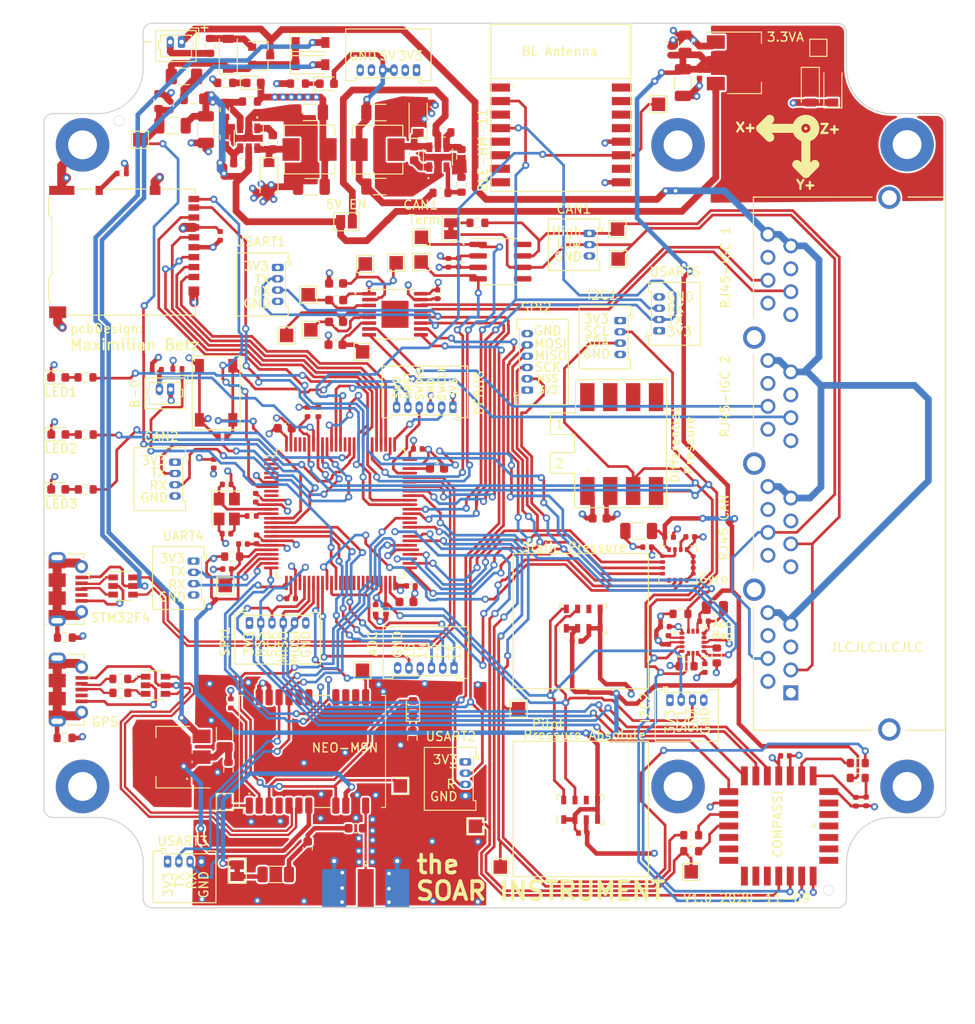
<source format=kicad_pcb>
(kicad_pcb (version 20171130) (host pcbnew "(5.1.7)-1")
  (title_block (title theInstrument) (date 2020-11-09) (rev v1.0))
  (layers (0 F.Cu signal) (1 In1.Cu_GND power hide) (2 In2.Cu_3.3V power hide) (31 B.Cu signal) (34 B.Paste user) (35 F.Paste user) (36 B.SilkS user) (37 F.SilkS user) (38 B.Mask user) (39 F.Mask user) (44 Edge.Cuts user))
  (net 0 "")
  (net 1 GND)
  (net 2 +3V3)
  (net 3 "Net-(C3-Pad1)")
  (net 4 "Net-(C5-Pad1)")
  (net 5 NRST)
  (net 6 SUPPLY_12V)
  (net 7 +3.3VA)
  (net 8 SUPPLY_SENSE)
  (net 9 HSE_IN)
  (net 10 "Net-(C16-Pad2)")
  (net 11 "Net-(C16-Pad1)")
  (net 12 "Net-(C17-Pad1)")
  (net 13 VREF+)
  (net 14 "Net-(C23-Pad2)")
  (net 15 "Net-(C24-Pad2)")
  (net 16 "Net-(C25-Pad2)")
  (net 17 "Net-(C26-Pad1)")
  (net 18 "Net-(C26-Pad2)")
  (net 19 +5V)
  (net 20 "Net-(C30-Pad2)")
  (net 21 "Net-(C37-Pad1)")
  (net 22 "Net-(C39-Pad1)")
  (net 23 "Net-(C39-Pad2)")
  (net 24 "Net-(C42-Pad2)")
  (net 25 "Net-(C42-Pad1)")
  (net 26 "Net-(C43-Pad1)")
  (net 27 "Net-(C44-Pad1)")
  (net 28 "Net-(D1-Pad2)")
  (net 29 "Net-(D1-Pad1)")
  (net 30 VBUS_USB_STM32F4)
  (net 31 VBUS_USB_GPS)
  (net 32 "Net-(D6-Pad1)")
  (net 33 "Net-(D7-Pad1)")
  (net 34 LED_STATUS1)
  (net 35 LED_STATUS2)
  (net 36 "Net-(D10-Pad1)")
  (net 37 "Net-(D10-Pad2)")
  (net 38 LED_STATUS3)
  (net 39 "Net-(F1-Pad1)")
  (net 40 BOOT0)
  (net 41 +12V)
  (net 42 RS232_1_RX)
  (net 43 RS232_1_TX)
  (net 44 CAN1L)
  (net 45 CAN1H)
  (net 46 RS232_2_TX)
  (net 47 RS232_2_RX)
  (net 48 SPI1_NSS)
  (net 49 SPI1_SCK)
  (net 50 SPI1_MISO)
  (net 51 SPI1_MOSI)
  (net 52 USART3_TX)
  (net 53 USART3_RX)
  (net 54 USART1_TX)
  (net 55 USART1_RX)
  (net 56 SPI2_NSS)
  (net 57 SPI2_SCK)
  (net 58 SPI2_MISO)
  (net 59 SPI2_MOSI)
  (net 60 USART2_RX)
  (net 61 USART2_TX)
  (net 62 UART4_TX)
  (net 63 UART4_RX)
  (net 64 I2C1_SDA)
  (net 65 I2C1_SCL)
  (net 66 USART6_TX)
  (net 67 USART6_RX)
  (net 68 ADC123_IN15)
  (net 69 ADC123_IN14)
  (net 70 ADC123_IN13)
  (net 71 ADC123_IN12)
  (net 72 ADC123_IN11)
  (net 73 I2C2_SDA)
  (net 74 I2C2_SCL)
  (net 75 CAN2_RX)
  (net 76 CAN2_TX)
  (net 77 SWCLK)
  (net 78 SWDIO)
  (net 79 SWO)
  (net 80 "Net-(J21-Pad1)")
  (net 81 "Net-(J22-Pad6)")
  (net 82 "Net-(J22-Pad3)")
  (net 83 "Net-(J22-Pad4)")
  (net 84 "Net-(J22-Pad2)")
  (net 85 "Net-(J23-Pad6)")
  (net 86 USB_CONN_D-)
  (net 87 "Net-(J23-Pad4)")
  (net 88 USB_CONN_D+)
  (net 89 SD_DETECT)
  (net 90 SDIO_D1)
  (net 91 SDIO_D2)
  (net 92 SDIO_D3)
  (net 93 SDIO_CMD)
  (net 94 SDIO_CK)
  (net 95 SDIO_D0)
  (net 96 "Net-(J24-Pad10)")
  (net 97 "Net-(JP2-Pad1)")
  (net 98 "Net-(JP2-Pad2)")
  (net 99 BOOT1)
  (net 100 "Net-(R6-Pad2)")
  (net 101 "Net-(R10-Pad1)")
  (net 102 HSE_OUT)
  (net 103 "Net-(R12-Pad2)")
  (net 104 "Net-(R14-Pad1)")
  (net 105 MTi-1IMU_PSEL1)
  (net 106 "Net-(R15-Pad2)")
  (net 107 "Net-(R16-Pad2)")
  (net 108 MTi-1IMU_PSEL0)
  (net 109 "Net-(R17-Pad2)")
  (net 110 MTi-1IMU_NRST)
  (net 111 "Net-(R19-Pad2)")
  (net 112 FXOS8700_RST)
  (net 113 "Net-(R22-Pad1)")
  (net 114 "Net-(R24-Pad1)")
  (net 115 USB_GPS_CONN_D+)
  (net 116 USB_GPS_CONN_D-)
  (net 117 MTi-1IMU_DRDY)
  (net 118 CAN1_TX)
  (net 119 CAN1_RX)
  (net 120 "Net-(TP10-Pad1)")
  (net 121 GPS_RESETN)
  (net 122 "Net-(TP12-Pad1)")
  (net 123 BL_RESETB)
  (net 124 "Net-(U1-Pad8)")
  (net 125 "Net-(U1-Pad9)")
  (net 126 L3GD20_INT1)
  (net 127 L3GD20_INT2)
  (net 128 "Net-(U1-Pad61)")
  (net 129 FXOS8700_INT1)
  (net 130 USB_D-)
  (net 131 USB_D+)
  (net 132 FXOS8700_INT2)
  (net 133 "Net-(U1-Pad87)")
  (net 134 "Net-(U1-Pad96)")
  (net 135 "Net-(U5-Pad1)")
  (net 136 "Net-(U5-Pad2)")
  (net 137 "Net-(U5-Pad3)")
  (net 138 "Net-(U5-Pad16)")
  (net 139 "Net-(U5-Pad17)")
  (net 140 "Net-(U5-Pad18)")
  (net 141 "Net-(U5-Pad19)")
  (net 142 "Net-(U5-Pad20)")
  (net 143 "Net-(U5-Pad21)")
  (net 144 "Net-(U6-Pad15)")
  (net 145 "Net-(U7-Pad6)")
  (net 146 "Net-(U8-Pad4)")
  (net 147 USB_GPS_D-)
  (net 148 USB_GPS_D+)
  (net 149 "Net-(U8-Pad15)")
  (net 150 "Net-(U8-Pad16)")
  (net 151 "Net-(U8-Pad17)")
  (net 152 "Net-(U8-Pad18)")
  (net 153 "Net-(U8-Pad19)")
  (net 154 "Net-(U9-Pad5)")
  (net 155 "Net-(U9-Pad8)")
  (net 156 "Net-(U11-Pad5)")
  (net 157 "Net-(U11-Pad6)")
  (net 158 "Net-(U11-Pad7)")
  (net 159 "Net-(U11-Pad8)")
  (net 160 "Net-(U12-Pad6)")
  (net 161 "Net-(U14-Pad1)")
  (net 162 "Net-(U14-Pad3)")
  (net 163 "Net-(U14-Pad5)")
  (net 164 "Net-(U14-Pad6)")
  (net 165 "Net-(U14-Pad7)")
  (net 166 "Net-(U14-Pad8)")
  (net 167 "Net-(U14-Pad10)")
  (net 168 "Net-(U14-Pad13)")
  (net 169 "Net-(U14-Pad14)")
  (net 170 "Net-(U14-Pad15)")
  (net 171 "Net-(U14-Pad16)")
  (net 172 "Net-(U1-Pad1)")
  (net 173 "Net-(U1-Pad2)")
  (net 174 "Net-(U1-Pad3)")
  (net 175 "Net-(U1-Pad4)")
  (net 176 "Net-(U1-Pad5)")
  (net 177 "Net-(U1-Pad38)")
  (net 178 "Net-(U1-Pad39)")
  (net 179 "Net-(U1-Pad40)")
  (net 180 "Net-(U1-Pad41)")
  (net 181 "Net-(U1-Pad42)")
  (net 182 "Net-(U1-Pad43)")
  (net 183 "Net-(U1-Pad44)")
  (net 184 "Net-(U1-Pad45)")
  (net 185 "Net-(U1-Pad46)")
  (net 186 "Net-(U1-Pad97)")
  (net 187 "Net-(U1-Pad98)")
  (net 188 "Net-(C31-Pad2)")
  (net 189 "Net-(C51-Pad1)")
  (net 190 "Net-(JP3-Pad2)")
  (net 191 "Net-(D8-Pad2)")
  (net 192 "Net-(D9-Pad2)")
  (net 193 "Net-(D11-Pad2)")
  (net 194 "Net-(JP1-Pad2)")
  (net 195 "Net-(J3-PadA6)")
  (net 196 "Net-(J3-PadB6)")
  (net 197 "Net-(J3-PadC6)")
  (net 198 "Net-(J3-PadD6)")
  (module OWN_Parts_:HAMMOND_1593W_edge_cut_notallmountingholes (layer F.Cu) (at 179.9 84.01 90)
    (fp_text reference U18)
    (fp_text value HAMMOND_1593W)
    (fp_line (start 39 49) (end 39 44) (layer Edge.Cuts) (width 0.12))
    (fp_line (start 44 39) (end 48 39) (layer Edge.Cuts) (width 0.12))
    (fp_line (start 39 -44) (end 39 -49) (layer Edge.Cuts) (width 0.12))
    (fp_line (start 48 -39) (end 44 -39) (layer Edge.Cuts) (width 0.12))
    (fp_line (start -44 -39) (end -48 -39) (layer Edge.Cuts) (width 0.12))
    (fp_line (start -39 -44) (end -39 -49) (layer Edge.Cuts) (width 0.12))
    (fp_line (start -44 39) (end -48 39) (layer Edge.Cuts) (width 0.12))
    (fp_line (start -39 49) (end -39 44) (layer Edge.Cuts) (width 0.12))
    (fp_line (start -49 0) (end -49 -38) (layer Edge.Cuts) (width 0.12))
    (fp_line (start -38 -50) (end 38 -50) (layer Edge.Cuts) (width 0.12))
    (fp_line (start 49 -38) (end 49 38) (layer Edge.Cuts) (width 0.12))
    (fp_line (start 38 50) (end -38 50) (layer Edge.Cuts) (width 0.12))
    (fp_line (start -49 38) (end -49 0) (layer Edge.Cuts) (width 0.12))
    (fp_line (start -39 49) (end -39 49) (layer Edge.Cuts) (width 0.12))
    (fp_line (start 39 -49) (end 39 -49) (layer Edge.Cuts) (width 0.12))
    (fp_line (start -39 -49) (end -39 -49) (layer Edge.Cuts) (width 0.12))
    (fp_arc (start 44 -44) (end 39 -44) (angle -90) (layer Edge.Cuts) (width 0.12))
    (fp_arc (start -44 -44) (end -44 -39) (angle -90) (layer Edge.Cuts) (width 0.12))
    (fp_arc (start -44 44) (end -39 44) (angle -90) (layer Edge.Cuts) (width 0.12))
    (fp_arc (start 44 44) (end 44 39) (angle -90) (layer Edge.Cuts) (width 0.12))
    (fp_arc (start -48 38) (end -49 38) (angle -90) (layer Edge.Cuts) (width 0.12))
    (fp_arc (start -38 49) (end -39 49) (angle -90) (layer Edge.Cuts) (width 0.12))
    (fp_arc (start 38 49) (end 38 50) (angle -90) (layer Edge.Cuts) (width 0.12))
    (fp_arc (start 48 38) (end 48 39) (angle -90) (layer Edge.Cuts) (width 0.12))
    (fp_arc (start 48 -38) (end 49 -38) (angle -90) (layer Edge.Cuts) (width 0.12))
    (fp_arc (start 38 -49) (end 39 -49) (angle -90) (layer Edge.Cuts) (width 0.12))
    (fp_arc (start -48 -38) (end -48 -39) (angle -90) (layer Edge.Cuts) (width 0.12))
    (fp_arc (start -38 -49) (end -38 -50) (angle -90) (layer Edge.Cuts) (width 0.12))
    (pad 1 thru_hole circle (at -35.56 20.32 90) (size 5.94 5.94) (drill 3.2) (layers *.Cu *.Mask) (net 1 GND))
    (pad 1 thru_hole circle (at 35.53 20.32 180) (size 5.94 5.94) (drill 3.2) (layers *.Cu *.Mask) (net 1 GND))
    (pad 1 thru_hole circle (at -35.56 -45.72 90) (size 5.94 5.94) (drill 3.2) (layers *.Cu *.Mask) (net 1 GND))
    (pad 1 thru_hole circle (at -35.56 45.72 90) (size 5.94 5.94) (drill 3.2) (layers *.Cu *.Mask) (net 1 GND))
    (pad 1 thru_hole circle (at 35.56 45.72 90) (size 5.94 5.94) (drill 3.2) (layers *.Cu *.Mask) (net 1 GND))
    (pad 1 thru_hole circle (at 35.53 -45.72 90) (size 5.94 5.94) (drill 3.2) (layers *.Cu *.Mask) (net 1 GND))
  )
  (module TestPoint:TestPoint_Pad_1.5x1.5mm (layer F.Cu) (at 193.58 61.13 180)
    (fp_text reference TP14)
    (fp_text value CAN1L)
    (pad 1 smd rect (at 0 0 180) (size 1.5 1.5) (layers F.Cu F.Mask) (net 44 CAN1L))
  )
  (module Package_TO_SOT_SMD:SOT-223-3_TabPin2 (layer F.Cu) (at 207.56 39.39)
    (fp_text reference U17)
    (fp_text value AMS1117-3.3)
    (pad 2 smd rect (at 3.15 0) (size 2 3.8) (layers F.Cu F.Paste F.Mask) (net 7 +3.3VA))
    (pad 2 smd rect (at -3.15 0) (size 2 1.5) (layers F.Cu F.Paste F.Mask) (net 7 +3.3VA))
    (pad 3 smd rect (at -3.15 2.3) (size 2 1.5) (layers F.Cu F.Paste F.Mask) (net 6 SUPPLY_12V))
    (pad 1 smd rect (at -3.15 -2.3) (size 2 1.5) (layers F.Cu F.Paste F.Mask) (net 1 GND))
  )
  (module OWN_Parts_:SSCMRRN001PG2A3_SMT-8 (layer F.Cu) (at 189.36 88.38 90)
    (fp_text reference U11)
    (fp_text value "HSCMRRN001PD2A3   ")
    (pad 1 smd rect (at 1.545 0.8 90) (size 3.1 1.6) (layers F.Cu F.Paste F.Mask) (net 1 GND))
    (pad 5 smd rect (at 11.945 8.42 90) (size 3.1 1.6) (layers F.Cu F.Paste F.Mask) (net 156 "Net-(U11-Pad5)"))
    (pad 2 smd rect (at 1.545 3.34 90) (size 3.1 1.6) (layers F.Cu F.Paste F.Mask) (net 2 +3V3))
    (pad 6 smd rect (at 11.945 5.88 90) (size 3.1 1.6) (layers F.Cu F.Paste F.Mask) (net 157 "Net-(U11-Pad6)"))
    (pad 3 smd rect (at 1.545 5.88 90) (size 3.1 1.6) (layers F.Cu F.Paste F.Mask) (net 64 I2C1_SDA))
    (pad 7 smd rect (at 11.945 3.34 90) (size 3.1 1.6) (layers F.Cu F.Paste F.Mask) (net 158 "Net-(U11-Pad7)"))
    (pad 4 smd rect (at 1.545 8.42 90) (size 3.1 1.6) (layers F.Cu F.Paste F.Mask) (net 65 I2C1_SCL))
    (pad 8 smd rect (at 11.945 0.8 90) (size 3.1 1.6) (layers F.Cu F.Paste F.Mask) (net 159 "Net-(U11-Pad8)"))
  )
  (module Capacitor_SMD:C_0402_1005Metric (layer F.Cu) (at 189.663 124.735)
    (fp_text reference C38)
    (fp_text value 100n)
    (pad 2 smd roundrect (at 0.48 0) (size 0.56 0.62) (layers F.Cu F.Paste F.Mask) (net 1 GND))
    (pad 1 smd roundrect (at -0.48 0) (size 0.56 0.62) (layers F.Cu F.Paste F.Mask) (net 7 +3.3VA))
  )
  (module Diode_SMD:D_SOD-123 (layer F.Cu) (at 171.4 45.5 90)
    (fp_text reference D5 hide)
    (fp_text value B5819W)
    (pad 1 smd rect (at -1.65 0 90) (size 0.9 1.2) (layers F.Cu F.Paste F.Mask) (net 17 "Net-(C26-Pad1)"))
    (pad 2 smd rect (at 1.65 0 90) (size 0.9 1.2) (layers F.Cu F.Paste F.Mask) (net 1 GND))
  )
  (module Connector_Molex:Molex_PicoBlade_53048-0610_1x06_P1.25mm_Horizontal (layer F.Cu) (at 183.49 75.65 90)
    (fp_text reference J10)
    (fp_text value Conn_01x06)
    (pad 1 thru_hole roundrect (at 0 0 90) (size 0.8 1.3) (drill 0.5) (layers *.Cu *.Mask) (net 2 +3V3))
    (pad 2 thru_hole oval (at 1.25 0 90) (size 0.8 1.3) (drill 0.5) (layers *.Cu *.Mask) (net 56 SPI2_NSS))
    (pad 3 thru_hole oval (at 2.5 0 90) (size 0.8 1.3) (drill 0.5) (layers *.Cu *.Mask) (net 57 SPI2_SCK))
    (pad 4 thru_hole oval (at 3.75 0 90) (size 0.8 1.3) (drill 0.5) (layers *.Cu *.Mask) (net 58 SPI2_MISO))
    (pad 5 thru_hole oval (at 5 0 90) (size 0.8 1.3) (drill 0.5) (layers *.Cu *.Mask) (net 59 SPI2_MOSI))
    (pad 6 thru_hole oval (at 6.25 0 90) (size 0.8 1.3) (drill 0.5) (layers *.Cu *.Mask) (net 1 GND))
  )
  (module OWN_Parts_:XSens_MTi1_IMU (layer F.Cu) (at 211.39 123.95 270)
    (fp_text reference U5)
    (fp_text value MTi-1IMU)
    (fp_text user COMPASS! (at -0.2015 0.1295 90) (layer F.SilkS))
    (pad 1 smd rect (at 0 -5.55 270) (size 0.76 2.1) (layers F.Cu F.Paste F.Mask) (net 135 "Net-(U5-Pad1)"))
    (pad 2 smd rect (at -1.27 -5.55 270) (size 0.76 2.1) (layers F.Cu F.Paste F.Mask) (net 136 "Net-(U5-Pad2)"))
    (pad 3 smd rect (at -2.54 -5.55 270) (size 0.76 2.1) (layers F.Cu F.Paste F.Mask) (net 137 "Net-(U5-Pad3)"))
    (pad 4 smd rect (at -3.81 -5.55 270) (size 0.76 2.1) (layers F.Cu F.Paste F.Mask) (net 1 GND))
    (pad 5 smd rect (at -5.55 -3.81 270) (size 2.1 0.76) (layers F.Cu F.Paste F.Mask) (net 188 "Net-(C31-Pad2)"))
    (pad 6 smd rect (at -5.55 -2.54 270) (size 2.1 0.76) (layers F.Cu F.Paste F.Mask) (net 111 "Net-(R19-Pad2)"))
    (pad 7 smd rect (at -5.55 -1.27 270) (size 2.1 0.76) (layers F.Cu F.Paste F.Mask) (net 2 +3V3))
    (pad 8 smd rect (at -5.55 0 270) (size 2.1 0.76) (layers F.Cu F.Paste F.Mask) (net 1 GND))
    (pad 9 smd rect (at -5.55 1.27 270) (size 2.1 0.76) (layers F.Cu F.Paste F.Mask) (net 48 SPI1_NSS))
    (pad 10 smd rect (at -5.55 2.54 270) (size 2.1 0.76) (layers F.Cu F.Paste F.Mask) (net 51 SPI1_MOSI))
    (pad 11 smd rect (at -5.55 3.81 270) (size 2.1 0.76) (layers F.Cu F.Paste F.Mask) (net 50 SPI1_MISO))
    (pad 12 smd rect (at -3.81 5.55 270) (size 0.76 2.1) (layers F.Cu F.Paste F.Mask) (net 49 SPI1_SCK))
    (pad 13 smd rect (at -2.54 5.55 270) (size 0.76 2.1) (layers F.Cu F.Paste F.Mask) (net 1 GND))
    (pad 14 smd rect (at -1.27 5.55 270) (size 0.76 2.1) (layers F.Cu F.Paste F.Mask) (net 107 "Net-(R16-Pad2)"))
    (pad 15 smd rect (at 0 5.55 270) (size 0.76 2.1) (layers F.Cu F.Paste F.Mask) (net 106 "Net-(R15-Pad2)"))
    (pad 16 smd rect (at 1.27 5.55 270) (size 0.76 2.1) (layers F.Cu F.Paste F.Mask) (net 138 "Net-(U5-Pad16)"))
    (pad 17 smd rect (at 2.54 5.55 270) (size 0.76 2.1) (layers F.Cu F.Paste F.Mask) (net 139 "Net-(U5-Pad17)"))
    (pad 18 smd rect (at 3.81 5.55 270) (size 0.76 2.1) (layers F.Cu F.Paste F.Mask) (net 140 "Net-(U5-Pad18)"))
    (pad 19 smd rect (at 5.55 3.81 270) (size 2.1 0.76) (layers F.Cu F.Paste F.Mask) (net 141 "Net-(U5-Pad19)"))
    (pad 20 smd rect (at 5.55 2.54 270) (size 2.1 0.76) (layers F.Cu F.Paste F.Mask) (net 142 "Net-(U5-Pad20)"))
    (pad 21 smd rect (at 5.55 1.27 270) (size 2.1 0.76) (layers F.Cu F.Paste F.Mask) (net 143 "Net-(U5-Pad21)"))
    (pad 22 smd rect (at 5.55 0 270) (size 2.1 0.76) (layers F.Cu F.Paste F.Mask) (net 117 MTi-1IMU_DRDY))
    (pad 23 smd rect (at 5.55 -1.27 270) (size 2.1 0.76) (layers F.Cu F.Paste F.Mask) (net 64 I2C1_SDA))
    (pad 24 smd rect (at 5.55 -2.54 270) (size 2.1 0.76) (layers F.Cu F.Paste F.Mask) (net 65 I2C1_SCL))
    (pad 25 smd rect (at 5.55 -3.81 270) (size 2.1 0.76) (layers F.Cu F.Paste F.Mask) (net 1 GND))
    (pad 26 smd rect (at 3.81 -5.55 270) (size 0.76 2.1) (layers F.Cu F.Paste F.Mask))
    (pad 27 smd rect (at 2.54 -5.55 270) (size 0.76 2.1) (layers F.Cu F.Paste F.Mask))
    (pad 28 smd rect (at 1.27 -5.55 270) (size 0.76 2.1) (layers F.Cu F.Paste F.Mask))
  )
  (module RF_GPS:ublox_NEO (layer F.Cu) (at 159.6739 115.6897 90)
    (fp_text reference U8)
    (fp_text value NEO-M9N)
    (pad 1 smd roundrect (at -6 -7 90) (size 1.8 0.8) (layers F.Cu F.Paste F.Mask) (net 120 "Net-(TP10-Pad1)"))
    (pad 2 smd roundrect (at -6 -5.9 90) (size 1.8 0.8) (layers F.Cu F.Paste F.Mask) (net 114 "Net-(R24-Pad1)"))
    (pad 3 smd roundrect (at -6 -4.8 90) (size 1.8 0.8) (layers F.Cu F.Paste F.Mask) (net 37 "Net-(D10-Pad2)"))
    (pad 4 smd roundrect (at -6 -3.7 90) (size 1.8 0.8) (layers F.Cu F.Paste F.Mask) (net 146 "Net-(U8-Pad4)"))
    (pad 5 smd roundrect (at -6 -2.6 90) (size 1.8 0.8) (layers F.Cu F.Paste F.Mask) (net 147 USB_GPS_D-))
    (pad 6 smd roundrect (at -6 -1.5 90) (size 1.8 0.8) (layers F.Cu F.Paste F.Mask) (net 148 USB_GPS_D+))
    (pad 7 smd roundrect (at -6 -0.4 90) (size 1.8 0.8) (layers F.Cu F.Paste F.Mask) (net 189 "Net-(C51-Pad1)"))
    (pad 8 smd roundrect (at -6 2.6 90) (size 1.8 0.8) (layers F.Cu F.Paste F.Mask) (net 121 GPS_RESETN))
    (pad 9 smd roundrect (at -6 3.7 90) (size 1.8 0.8) (layers F.Cu F.Paste F.Mask) (net 97 "Net-(JP2-Pad1)"))
    (pad 10 smd roundrect (at -6 4.8 90) (size 1.8 0.8) (layers F.Cu F.Paste F.Mask) (net 1 GND))
    (pad 11 smd roundrect (at -6 5.9 90) (size 1.8 0.8) (layers F.Cu F.Paste F.Mask) (net 80 "Net-(J21-Pad1)"))
    (pad 12 smd roundrect (at -6 7 90) (size 1.8 0.8) (layers F.Cu F.Paste F.Mask) (net 1 GND))
    (pad 13 smd roundrect (at 6 7 90) (size 1.8 0.8) (layers F.Cu F.Paste F.Mask) (net 1 GND))
    (pad 14 smd roundrect (at 6 5.9 90) (size 1.8 0.8) (layers F.Cu F.Paste F.Mask) (net 122 "Net-(TP12-Pad1)"))
    (pad 15 smd roundrect (at 6 4.8 90) (size 1.8 0.8) (layers F.Cu F.Paste F.Mask) (net 149 "Net-(U8-Pad15)"))
    (pad 16 smd roundrect (at 6 3.7 90) (size 1.8 0.8) (layers F.Cu F.Paste F.Mask) (net 150 "Net-(U8-Pad16)"))
    (pad 17 smd roundrect (at 6 2.6 90) (size 1.8 0.8) (layers F.Cu F.Paste F.Mask) (net 151 "Net-(U8-Pad17)"))
    (pad 18 smd roundrect (at 6 -0.4 90) (size 1.8 0.8) (layers F.Cu F.Paste F.Mask) (net 152 "Net-(U8-Pad18)"))
    (pad 19 smd roundrect (at 6 -1.5 90) (size 1.8 0.8) (layers F.Cu F.Paste F.Mask) (net 153 "Net-(U8-Pad19)"))
    (pad 20 smd roundrect (at 6 -2.6 90) (size 1.8 0.8) (layers F.Cu F.Paste F.Mask) (net 53 USART3_RX))
    (pad 21 smd roundrect (at 6 -3.7 90) (size 1.8 0.8) (layers F.Cu F.Paste F.Mask) (net 52 USART3_TX))
    (pad 22 smd roundrect (at 6 -4.8 90) (size 1.8 0.8) (layers F.Cu F.Paste F.Mask) (net 2 +3V3))
    (pad 23 smd roundrect (at 6 -5.9 90) (size 1.8 0.8) (layers F.Cu F.Paste F.Mask) (net 2 +3V3))
    (pad 24 smd roundrect (at 6 -7 90) (size 1.8 0.8) (layers F.Cu F.Paste F.Mask) (net 1 GND))
  )
  (module TestPoint:TestPoint_Pad_1.5x1.5mm (layer F.Cu) (at 156.81 69.6 90)
    (fp_text reference TP18)
    (fp_text value MAX323_C2+)
    (pad 1 smd rect (at 0 0 90) (size 1.5 1.5) (layers F.Cu F.Mask) (net 25 "Net-(C42-Pad1)"))
  )
  (module Package_SO:HTSSOP-16-1EP_4.4x5mm_P0.65mm_EP3x3mm (layer F.Cu) (at 168.831 67.2525)
    (fp_text reference U13)
    (fp_text value MAX3232ECPWR)
    (pad 1 smd roundrect (at -2.875 -2.275) (size 1.55 0.4) (layers F.Cu F.Paste F.Mask) (net 22 "Net-(C39-Pad1)"))
    (pad 2 smd roundrect (at -2.875 -1.625) (size 1.55 0.4) (layers F.Cu F.Paste F.Mask) (net 26 "Net-(C43-Pad1)"))
    (pad 3 smd roundrect (at -2.875 -0.975) (size 1.55 0.4) (layers F.Cu F.Paste F.Mask) (net 23 "Net-(C39-Pad2)"))
    (pad 4 smd roundrect (at -2.875 -0.325) (size 1.55 0.4) (layers F.Cu F.Paste F.Mask) (net 25 "Net-(C42-Pad1)"))
    (pad 5 smd roundrect (at -2.875 0.325) (size 1.55 0.4) (layers F.Cu F.Paste F.Mask) (net 24 "Net-(C42-Pad2)"))
    (pad 6 smd roundrect (at -2.875 0.975) (size 1.55 0.4) (layers F.Cu F.Paste F.Mask) (net 27 "Net-(C44-Pad1)"))
    (pad 7 smd roundrect (at -2.875 1.625) (size 1.55 0.4) (layers F.Cu F.Paste F.Mask) (net 46 RS232_2_TX))
    (pad 8 smd roundrect (at -2.875 2.275) (size 1.55 0.4) (layers F.Cu F.Paste F.Mask) (net 47 RS232_2_RX))
    (pad 9 smd roundrect (at 2.875 2.275) (size 1.55 0.4) (layers F.Cu F.Paste F.Mask) (net 60 USART2_RX))
    (pad 10 smd roundrect (at 2.875 1.625) (size 1.55 0.4) (layers F.Cu F.Paste F.Mask) (net 61 USART2_TX))
    (pad 11 smd roundrect (at 2.875 0.975) (size 1.55 0.4) (layers F.Cu F.Paste F.Mask) (net 54 USART1_TX))
    (pad 12 smd roundrect (at 2.875 0.325) (size 1.55 0.4) (layers F.Cu F.Paste F.Mask) (net 55 USART1_RX))
    (pad 13 smd roundrect (at 2.875 -0.325) (size 1.55 0.4) (layers F.Cu F.Paste F.Mask) (net 42 RS232_1_RX))
    (pad 14 smd roundrect (at 2.875 -0.975) (size 1.55 0.4) (layers F.Cu F.Paste F.Mask) (net 43 RS232_1_TX))
    (pad 15 smd roundrect (at 2.875 -1.625) (size 1.55 0.4) (layers F.Cu F.Paste F.Mask) (net 1 GND))
    (pad 16 smd roundrect (at 2.875 -2.275) (size 1.55 0.4) (layers F.Cu F.Paste F.Mask) (net 2 +3V3))
    (pad 17 smd rect (at 0 0) (size 3 3) (layers F.Cu F.Mask))
  )
  (module Capacitor_SMD:C_0603_1608Metric (layer F.Cu) (at 162.2935 68.0885 180)
    (fp_text reference C42)
    (fp_text value 100n)
    (pad 2 smd roundrect (at 0.775 0 180) (size 0.9 0.95) (layers F.Cu F.Paste F.Mask) (net 24 "Net-(C42-Pad2)"))
    (pad 1 smd roundrect (at -0.775 0 180) (size 0.9 0.95) (layers F.Cu F.Paste F.Mask) (net 25 "Net-(C42-Pad1)"))
  )
  (module Capacitor_SMD:C_0603_1608Metric (layer F.Cu) (at 156.6 79.88)
    (fp_text reference C1)
    (fp_text value 4u7)
    (pad 2 smd roundrect (at 0.775 0) (size 0.9 0.95) (layers F.Cu F.Paste F.Mask) (net 1 GND))
    (pad 1 smd roundrect (at -0.775 0) (size 0.9 0.95) (layers F.Cu F.Paste F.Mask) (net 2 +3V3))
  )
  (module Capacitor_SMD:C_0402_1005Metric (layer F.Cu) (at 153.39 87.58 90)
    (fp_text reference C2)
    (fp_text value 100n)
    (pad 2 smd roundrect (at 0.48 0 90) (size 0.56 0.62) (layers F.Cu F.Paste F.Mask) (net 1 GND))
    (pad 1 smd roundrect (at -0.48 0 90) (size 0.56 0.62) (layers F.Cu F.Paste F.Mask) (net 2 +3V3))
  )
  (module Capacitor_SMD:C_0603_1608Metric (layer F.Cu) (at 170.101 99.1285)
    (fp_text reference C3)
    (fp_text value 2u2)
    (pad 1 smd roundrect (at -0.775 0) (size 0.9 0.95) (layers F.Cu F.Paste F.Mask) (net 3 "Net-(C3-Pad1)"))
    (pad 2 smd roundrect (at 0.775 0) (size 0.9 0.95) (layers F.Cu F.Paste F.Mask) (net 1 GND))
  )
  (module Capacitor_SMD:C_0402_1005Metric (layer F.Cu) (at 153.48 92.19 270)
    (fp_text reference C4)
    (fp_text value 100n)
    (pad 2 smd roundrect (at 0.48 0 270) (size 0.56 0.62) (layers F.Cu F.Paste F.Mask) (net 1 GND))
    (pad 1 smd roundrect (at -0.48 0 270) (size 0.56 0.62) (layers F.Cu F.Paste F.Mask) (net 2 +3V3))
  )
  (module Capacitor_SMD:C_0603_1608Metric (layer F.Cu) (at 173.4925 84.333)
    (fp_text reference C5)
    (fp_text value 2u2)
    (pad 2 smd roundrect (at 0.775 0) (size 0.9 0.95) (layers F.Cu F.Paste F.Mask) (net 1 GND))
    (pad 1 smd roundrect (at -0.775 0) (size 0.9 0.95) (layers F.Cu F.Paste F.Mask) (net 4 "Net-(C5-Pad1)"))
  )
  (module Capacitor_SMD:C_0402_1005Metric (layer F.Cu) (at 157.315 98.7475 180)
    (fp_text reference C6)
    (fp_text value 100n)
    (pad 1 smd roundrect (at -0.48 0 180) (size 0.56 0.62) (layers F.Cu F.Paste F.Mask) (net 2 +3V3))
    (pad 2 smd roundrect (at 0.48 0 180) (size 0.56 0.62) (layers F.Cu F.Paste F.Mask) (net 1 GND))
  )
  (module Capacitor_SMD:C_0402_1005Metric (layer F.Cu) (at 170.594 97.3505)
    (fp_text reference C7)
    (fp_text value 100n)
    (pad 2 smd roundrect (at 0.48 0) (size 0.56 0.62) (layers F.Cu F.Paste F.Mask) (net 1 GND))
    (pad 1 smd roundrect (at -0.48 0) (size 0.56 0.62) (layers F.Cu F.Paste F.Mask) (net 2 +3V3))
  )
  (module Capacitor_SMD:C_0402_1005Metric (layer F.Cu) (at 149.7025 80.8405 180)
    (fp_text reference C8)
    (fp_text value 100n)
    (pad 2 smd roundrect (at 0.48 0 180) (size 0.56 0.62) (layers F.Cu F.Paste F.Mask) (net 1 GND))
    (pad 1 smd roundrect (at -0.48 0 180) (size 0.56 0.62) (layers F.Cu F.Paste F.Mask) (net 5 NRST))
  )
  (module Capacitor_SMD:C_0402_1005Metric (layer F.Cu) (at 171.356 82.174)
    (fp_text reference C9)
    (fp_text value 100n)
    (pad 1 smd roundrect (at -0.48 0) (size 0.56 0.62) (layers F.Cu F.Paste F.Mask) (net 2 +3V3))
    (pad 2 smd roundrect (at 0.48 0) (size 0.56 0.62) (layers F.Cu F.Paste F.Mask) (net 1 GND))
  )
  (module Capacitor_SMD:C_1206_3216Metric (layer F.Cu) (at 147.85 46.79 270)
    (fp_text reference C10 hide)
    (fp_text value 10u)
    (pad 1 smd roundrect (at -1.475 0 270) (size 1.15 1.8) (layers F.Cu F.Paste F.Mask) (roundrect_rratio 0.2173904347826087) (net 6 SUPPLY_12V))
    (pad 2 smd roundrect (at 1.475 0 270) (size 1.15 1.8) (layers F.Cu F.Paste F.Mask) (roundrect_rratio 0.2173904347826087) (net 1 GND))
  )
  (module Capacitor_SMD:C_0402_1005Metric (layer F.Cu) (at 143.91 44.16 90)
    (fp_text reference C12 hide)
    (fp_text value 100n)
    (pad 1 smd roundrect (at -0.48 0 90) (size 0.56 0.62) (layers F.Cu F.Paste F.Mask) (net 8 SUPPLY_SENSE))
    (pad 2 smd roundrect (at 0.48 0 90) (size 0.56 0.62) (layers F.Cu F.Paste F.Mask) (net 1 GND))
  )
  (module Capacitor_SMD:C_0402_1005Metric (layer F.Cu) (at 150.1705 86.101)
    (fp_text reference C15)
    (fp_text value 12p)
    (pad 1 smd roundrect (at -0.48 0) (size 0.56 0.62) (layers F.Cu F.Paste F.Mask) (net 9 HSE_IN))
    (pad 2 smd roundrect (at 0.48 0) (size 0.56 0.62) (layers F.Cu F.Paste F.Mask) (net 1 GND))
  )
  (module Capacitor_SMD:C_0603_1608Metric (layer F.Cu) (at 155.28 48.19 90)
    (fp_text reference C16 hide)
    (fp_text value 10n)
    (pad 2 smd roundrect (at 0.775 0 90) (size 0.9 0.95) (layers F.Cu F.Paste F.Mask) (net 10 "Net-(C16-Pad2)"))
    (pad 1 smd roundrect (at -0.775 0 90) (size 0.9 0.95) (layers F.Cu F.Paste F.Mask) (net 11 "Net-(C16-Pad1)"))
  )
  (module Capacitor_SMD:C_0402_1005Metric (layer F.Cu) (at 150.1425 91.562 180)
    (fp_text reference C17)
    (fp_text value 12p)
    (pad 2 smd roundrect (at 0.48 0 180) (size 0.56 0.62) (layers F.Cu F.Paste F.Mask) (net 1 GND))
    (pad 1 smd roundrect (at -0.48 0 180) (size 0.56 0.62) (layers F.Cu F.Paste F.Mask) (net 12 "Net-(C17-Pad1)"))
  )
  (module Capacitor_SMD:C_0402_1005Metric (layer F.Cu) (at 150.21 95.48 180)
    (fp_text reference C18)
    (fp_text value 1u)
    (pad 1 smd roundrect (at -0.48 0 180) (size 0.56 0.62) (layers F.Cu F.Paste F.Mask) (net 13 VREF+))
    (pad 2 smd roundrect (at 0.48 0 180) (size 0.56 0.62) (layers F.Cu F.Paste F.Mask) (net 1 GND))
  )
  (module Capacitor_SMD:C_1206_3216Metric (layer F.Cu) (at 159.56 53.12 180)
    (fp_text reference C19 hide)
    (fp_text value 10u)
    (pad 1 smd roundrect (at -1.475 0 180) (size 1.15 1.8) (layers F.Cu F.Paste F.Mask) (roundrect_rratio 0.2173904347826087) (net 2 +3V3))
    (pad 2 smd roundrect (at 1.475 0 180) (size 1.15 1.8) (layers F.Cu F.Paste F.Mask) (roundrect_rratio 0.2173904347826087) (net 1 GND))
  )
  (module Capacitor_SMD:C_0402_1005Metric (layer F.Cu) (at 151.97 92.71)
    (fp_text reference C20)
    (fp_text value 100n)
    (pad 2 smd roundrect (at 0.48 0) (size 0.56 0.62) (layers F.Cu F.Paste F.Mask) (net 1 GND))
    (pad 1 smd roundrect (at -0.48 0) (size 0.56 0.62) (layers F.Cu F.Paste F.Mask) (net 13 VREF+))
  )
  (module Capacitor_SMD:C_1206_3216Metric (layer F.Cu) (at 159.36 44.88 180)
    (fp_text reference C21 hide)
    (fp_text value 10u)
    (pad 1 smd roundrect (at -1.475 0 180) (size 1.15 1.8) (layers F.Cu F.Paste F.Mask) (roundrect_rratio 0.2173904347826087) (net 2 +3V3))
    (pad 2 smd roundrect (at 1.475 0 180) (size 1.15 1.8) (layers F.Cu F.Paste F.Mask) (roundrect_rratio 0.2173904347826087) (net 1 GND))
  )
  (module Capacitor_SMD:C_0402_1005Metric (layer F.Cu) (at 198.76 101.86)
    (fp_text reference C22)
    (fp_text value 100n)
    (pad 1 smd roundrect (at -0.48 0) (size 0.56 0.62) (layers F.Cu F.Paste F.Mask) (net 1 GND))
    (pad 2 smd roundrect (at 0.48 0) (size 0.56 0.62) (layers F.Cu F.Paste F.Mask) (net 2 +3V3))
  )
  (module Capacitor_SMD:C_0402_1005Metric (layer F.Cu) (at 199.15 103.34 90)
    (fp_text reference C23)
    (fp_text value 100n)
    (pad 2 smd roundrect (at 0.48 0 90) (size 0.56 0.62) (layers F.Cu F.Paste F.Mask) (net 14 "Net-(C23-Pad2)"))
    (pad 1 smd roundrect (at -0.48 0 90) (size 0.56 0.62) (layers F.Cu F.Paste F.Mask) (net 1 GND))
  )
  (module Capacitor_SMD:C_0402_1005Metric (layer F.Cu) (at 201.57 91.92 180)
    (fp_text reference C24)
    (fp_text value 10n)
    (pad 1 smd roundrect (at -0.48 0 180) (size 0.56 0.62) (layers F.Cu F.Paste F.Mask) (net 1 GND))
    (pad 2 smd roundrect (at 0.48 0 180) (size 0.56 0.62) (layers F.Cu F.Paste F.Mask) (net 15 "Net-(C24-Pad2)"))
  )
  (module Capacitor_SMD:C_0402_1005Metric (layer F.Cu) (at 203.19 106.45 90)
    (fp_text reference C25)
    (fp_text value 100n)
    (pad 2 smd roundrect (at 0.48 0 90) (size 0.56 0.62) (layers F.Cu F.Paste F.Mask) (net 16 "Net-(C25-Pad2)"))
    (pad 1 smd roundrect (at -0.48 0 90) (size 0.56 0.62) (layers F.Cu F.Paste F.Mask) (net 1 GND))
  )
  (module Capacitor_SMD:C_0603_1608Metric (layer F.Cu) (at 170.96 49.425 270)
    (fp_text reference C26 hide)
    (fp_text value 10n)
    (pad 1 smd roundrect (at -0.775 0 270) (size 0.9 0.95) (layers F.Cu F.Paste F.Mask) (net 17 "Net-(C26-Pad1)"))
    (pad 2 smd roundrect (at 0.775 0 270) (size 0.9 0.95) (layers F.Cu F.Paste F.Mask) (net 18 "Net-(C26-Pad2)"))
  )
  (module Capacitor_SMD:C_0402_1005Metric (layer F.Cu) (at 199.23 91.94)
    (fp_text reference C27)
    (fp_text value 100n)
    (pad 2 smd roundrect (at 0.48 0) (size 0.56 0.62) (layers F.Cu F.Paste F.Mask) (net 1 GND))
    (pad 1 smd roundrect (at -0.48 0) (size 0.56 0.62) (layers F.Cu F.Paste F.Mask) (net 7 +3.3VA))
  )
  (module Capacitor_SMD:C_1206_3216Metric (layer F.Cu) (at 195.855 91.26 180)
    (fp_text reference C28)
    (fp_text value 10u)
    (pad 2 smd roundrect (at 1.475 0 180) (size 1.15 1.8) (layers F.Cu F.Paste F.Mask) (roundrect_rratio 0.2173904347826087) (net 1 GND))
    (pad 1 smd roundrect (at -1.475 0 180) (size 1.15 1.8) (layers F.Cu F.Paste F.Mask) (roundrect_rratio 0.2173904347826087) (net 7 +3.3VA))
  )
  (module Capacitor_SMD:C_1206_3216Metric (layer F.Cu) (at 167.132 53.1)
    (fp_text reference C29 hide)
    (fp_text value 10u)
    (pad 2 smd roundrect (at 1.475 0) (size 1.15 1.8) (layers F.Cu F.Paste F.Mask) (roundrect_rratio 0.2173904347826087) (net 1 GND))
    (pad 1 smd roundrect (at -1.475 0) (size 1.15 1.8) (layers F.Cu F.Paste F.Mask) (roundrect_rratio 0.2173904347826087) (net 19 +5V))
  )
  (module Capacitor_SMD:C_0402_1005Metric (layer F.Cu) (at 203.1 101.26)
    (fp_text reference C30)
    (fp_text value 100n)
    (pad 1 smd roundrect (at -0.48 0) (size 0.56 0.62) (layers F.Cu F.Paste F.Mask) (net 7 +3.3VA))
    (pad 2 smd roundrect (at 0.48 0) (size 0.56 0.62) (layers F.Cu F.Paste F.Mask) (net 20 "Net-(C30-Pad2)"))
  )
  (module Capacitor_SMD:C_0402_1005Metric (layer F.Cu) (at 219.94 121.26 90)
    (fp_text reference C31)
    (fp_text value 1u)
    (pad 2 smd roundrect (at 0.48 0 90) (size 0.56 0.62) (layers F.Cu F.Paste F.Mask) (net 188 "Net-(C31-Pad2)"))
    (pad 1 smd roundrect (at -0.48 0 90) (size 0.56 0.62) (layers F.Cu F.Paste F.Mask) (net 1 GND))
  )
  (module Capacitor_SMD:C_1206_3216Metric (layer F.Cu) (at 167.13 44.9)
    (fp_text reference C32 hide)
    (fp_text value 10u)
    (pad 2 smd roundrect (at 1.475 0) (size 1.15 1.8) (layers F.Cu F.Paste F.Mask) (roundrect_rratio 0.2173904347826087) (net 1 GND))
    (pad 1 smd roundrect (at -1.475 0) (size 1.15 1.8) (layers F.Cu F.Paste F.Mask) (roundrect_rratio 0.2173904347826087) (net 19 +5V))
  )
  (module Capacitor_SMD:C_0805_2012Metric (layer F.Cu) (at 204.31 99.74)
    (fp_text reference C33)
    (fp_text value 4.7u)
    (pad 1 smd roundrect (at -0.95 0) (size 1 1.45) (layers F.Cu F.Paste F.Mask) (net 7 +3.3VA))
    (pad 2 smd roundrect (at 0.95 0) (size 1 1.45) (layers F.Cu F.Paste F.Mask) (net 20 "Net-(C30-Pad2)"))
  )
  (module Capacitor_SMD:C_0402_1005Metric (layer F.Cu) (at 174.76 61.55 90)
    (fp_text reference C34)
    (fp_text value 1u)
    (pad 2 smd roundrect (at 0.48 0 90) (size 0.56 0.62) (layers F.Cu F.Paste F.Mask) (net 1 GND))
    (pad 1 smd roundrect (at -0.48 0 90) (size 0.56 0.62) (layers F.Cu F.Paste F.Mask) (net 2 +3V3))
  )
  (module Capacitor_SMD:C_0402_1005Metric (layer F.Cu) (at 175.89 61.52 90)
    (fp_text reference C35)
    (fp_text value 100n)
    (pad 1 smd roundrect (at -0.48 0 90) (size 0.56 0.62) (layers F.Cu F.Paste F.Mask) (net 2 +3V3))
    (pad 2 smd roundrect (at 0.48 0 90) (size 0.56 0.62) (layers F.Cu F.Paste F.Mask) (net 1 GND))
  )
  (module Capacitor_SMD:C_0402_1005Metric (layer F.Cu) (at 188.9625 103.4695)
    (fp_text reference C36)
    (fp_text value 100n)
    (pad 1 smd roundrect (at -0.48 0) (size 0.56 0.62) (layers F.Cu F.Paste F.Mask) (net 7 +3.3VA))
    (pad 2 smd roundrect (at 0.48 0) (size 0.56 0.62) (layers F.Cu F.Paste F.Mask) (net 1 GND))
  )
  (module Capacitor_SMD:C_0603_1608Metric (layer F.Cu) (at 159.1544 126.4602 270)
    (fp_text reference C37)
    (fp_text value 100n)
    (pad 1 smd roundrect (at -0.775 0 270) (size 0.9 0.95) (layers F.Cu F.Paste F.Mask) (net 21 "Net-(C37-Pad1)"))
    (pad 2 smd roundrect (at 0.775 0 270) (size 0.9 0.95) (layers F.Cu F.Paste F.Mask) (net 1 GND))
  )
  (module Capacitor_SMD:C_0603_1608Metric (layer F.Cu) (at 162.3065 65.6755 180)
    (fp_text reference C39)
    (fp_text value 100n)
    (pad 1 smd roundrect (at -0.775 0 180) (size 0.9 0.95) (layers F.Cu F.Paste F.Mask) (net 22 "Net-(C39-Pad1)"))
    (pad 2 smd roundrect (at 0.775 0 180) (size 0.9 0.95) (layers F.Cu F.Paste F.Mask) (net 23 "Net-(C39-Pad2)"))
  )
  (module Capacitor_SMD:C_0402_1005Metric (layer F.Cu) (at 149.44 58.56 90)
    (fp_text reference C40)
    (fp_text value 100n)
    (pad 1 smd roundrect (at -0.48 0 90) (size 0.56 0.62) (layers F.Cu F.Paste F.Mask) (net 2 +3V3))
    (pad 2 smd roundrect (at 0.48 0 90) (size 0.56 0.62) (layers F.Cu F.Paste F.Mask) (net 1 GND))
  )
  (module Capacitor_SMD:C_0402_1005Metric (layer F.Cu) (at 173.533 65.0405 270)
    (fp_text reference C41)
    (fp_text value 100n)
    (pad 1 smd roundrect (at -0.48 0 270) (size 0.56 0.62) (layers F.Cu F.Paste F.Mask) (net 2 +3V3))
    (pad 2 smd roundrect (at 0.48 0 270) (size 0.56 0.62) (layers F.Cu F.Paste F.Mask) (net 1 GND))
  )
  (module Capacitor_SMD:C_0603_1608Metric (layer F.Cu) (at 162.2935 63.834 180)
    (fp_text reference C43)
    (fp_text value 100n)
    (pad 1 smd roundrect (at -0.775 0 180) (size 0.9 0.95) (layers F.Cu F.Paste F.Mask) (net 26 "Net-(C43-Pad1)"))
    (pad 2 smd roundrect (at 0.775 0 180) (size 0.9 0.95) (layers F.Cu F.Paste F.Mask) (net 1 GND))
  )
  (module Capacitor_SMD:C_0603_1608Metric (layer F.Cu) (at 162.23 70.6285 180)
    (fp_text reference C44)
    (fp_text value 100n)
    (pad 2 smd roundrect (at 0.775 0 180) (size 0.9 0.95) (layers F.Cu F.Paste F.Mask) (net 1 GND))
    (pad 1 smd roundrect (at -0.775 0 180) (size 0.9 0.95) (layers F.Cu F.Paste F.Mask) (net 27 "Net-(C44-Pad1)"))
  )
  (module Diode_SMD:D_SOD-123 (layer F.Cu) (at 150.34 38.39 90)
    (fp_text reference D1 hide)
    (fp_text value MM1Z15)
    (pad 2 smd rect (at 1.65 0 90) (size 0.9 1.2) (layers F.Cu F.Paste F.Mask) (net 28 "Net-(D1-Pad2)"))
    (pad 1 smd rect (at -1.65 0 90) (size 0.9 1.2) (layers F.Cu F.Paste F.Mask) (net 29 "Net-(D1-Pad1)"))
  )
  (module Diode_SMD:D_SOD-123 (layer F.Cu) (at 159.46 37.14)
    (fp_text reference D2 hide)
    (fp_text value B5819W)
    (pad 1 smd rect (at -1.65 0) (size 0.9 1.2) (layers F.Cu F.Paste F.Mask) (net 29 "Net-(D1-Pad1)"))
    (pad 2 smd rect (at 1.65 0) (size 0.9 1.2) (layers F.Cu F.Paste F.Mask) (net 30 VBUS_USB_STM32F4))
  )
  (module Diode_SMD:D_SOD-123 (layer F.Cu) (at 159.45 39.6)
    (fp_text reference D3 hide)
    (fp_text value B5819W)
    (pad 1 smd rect (at -1.65 0) (size 0.9 1.2) (layers F.Cu F.Paste F.Mask) (net 29 "Net-(D1-Pad1)"))
    (pad 2 smd rect (at 1.65 0) (size 0.9 1.2) (layers F.Cu F.Paste F.Mask) (net 31 VBUS_USB_GPS))
  )
  (module Diode_SMD:D_SOD-123 (layer F.Cu) (at 154.86 52.14 270)
    (fp_text reference D4 hide)
    (fp_text value B5819W)
    (pad 2 smd rect (at 1.65 0 270) (size 0.9 1.2) (layers F.Cu F.Paste F.Mask) (net 1 GND))
    (pad 1 smd rect (at -1.65 0 270) (size 0.9 1.2) (layers F.Cu F.Paste F.Mask) (net 11 "Net-(C16-Pad1)"))
  )
  (module LED_SMD:LED_0603_1608Metric (layer F.Cu) (at 153.16 41.61)
    (fp_text reference D6)
    (fp_text value RED)
    (pad 2 smd roundrect (at 0.7875 0) (size 0.875 0.95) (layers F.Cu F.Paste F.Mask) (net 2 +3V3))
    (pad 1 smd roundrect (at -0.7875 0) (size 0.875 0.95) (layers F.Cu F.Paste F.Mask) (net 32 "Net-(D6-Pad1)"))
  )
  (module LED_SMD:LED_0603_1608Metric (layer F.Cu) (at 161.2755 41.704)
    (fp_text reference D7)
    (fp_text value RED)
    (pad 2 smd roundrect (at 0.7875 0) (size 0.875 0.95) (layers F.Cu F.Paste F.Mask) (net 19 +5V))
    (pad 1 smd roundrect (at -0.7875 0) (size 0.875 0.95) (layers F.Cu F.Paste F.Mask) (net 33 "Net-(D7-Pad1)"))
  )
  (module LED_SMD:LED_0603_1608Metric (layer F.Cu) (at 131.48 74.25)
    (fp_text reference D8)
    (fp_text value BLUE)
    (pad 2 smd roundrect (at 0.7875 0) (size 0.875 0.95) (layers F.Cu F.Paste F.Mask) (net 191 "Net-(D8-Pad2)"))
    (pad 1 smd roundrect (at -0.7875 0) (size 0.875 0.95) (layers F.Cu F.Paste F.Mask) (net 1 GND))
  )
  (module LED_SMD:LED_0603_1608Metric (layer F.Cu) (at 131.5 80.57)
    (fp_text reference D9)
    (fp_text value BLUE)
    (pad 1 smd roundrect (at -0.7875 0) (size 0.875 0.95) (layers F.Cu F.Paste F.Mask) (net 1 GND))
    (pad 2 smd roundrect (at 0.7875 0) (size 0.875 0.95) (layers F.Cu F.Paste F.Mask) (net 192 "Net-(D9-Pad2)"))
  )
  (module LED_SMD:LED_0603_1608Metric (layer F.Cu) (at 170.8257 110.8775 90)
    (fp_text reference D10)
    (fp_text value RED)
    (pad 1 smd roundrect (at -0.7875 0 90) (size 0.875 0.95) (layers F.Cu F.Paste F.Mask) (net 36 "Net-(D10-Pad1)"))
    (pad 2 smd roundrect (at 0.7875 0 90) (size 0.875 0.95) (layers F.Cu F.Paste F.Mask) (net 37 "Net-(D10-Pad2)"))
  )
  (module LED_SMD:LED_0603_1608Metric (layer F.Cu) (at 131.4875 86.65)
    (fp_text reference D11)
    (fp_text value BLUE)
    (pad 1 smd roundrect (at -0.7875 0) (size 0.875 0.95) (layers F.Cu F.Paste F.Mask) (net 1 GND))
    (pad 2 smd roundrect (at 0.7875 0) (size 0.875 0.95) (layers F.Cu F.Paste F.Mask) (net 193 "Net-(D11-Pad2)"))
  )
  (module Fuse:Fuse_1206_3216Metric (layer F.Cu) (at 145.43 40.9 180)
    (fp_text reference F1 hide)
    (fp_text value 250mA)
    (pad 1 smd roundrect (at -1.4 0 180) (size 1.25 1.75) (layers F.Cu F.Paste F.Mask) (roundrect_rratio 0.2) (net 39 "Net-(F1-Pad1)"))
    (pad 2 smd roundrect (at 1.4 0 180) (size 1.25 1.75) (layers F.Cu F.Paste F.Mask) (roundrect_rratio 0.2) (net 29 "Net-(D1-Pad1)"))
  )
  (module Inductor_SMD:L_0805_2012Metric (layer F.Cu) (at 146.48 43.38 180)
    (fp_text reference FB1 hide)
    (fp_text value "600 @ 600MHz")
    (pad 1 smd roundrect (at -1.0625 0 180) (size 0.875 1.2) (layers F.Cu F.Paste F.Mask) (net 6 SUPPLY_12V))
    (pad 2 smd roundrect (at 1.0625 0 180) (size 0.875 1.2) (layers F.Cu F.Paste F.Mask) (net 39 "Net-(F1-Pad1)"))
  )
  (module Connector_Molex:Molex_PicoBlade_53047-0210_1x02_P1.25mm_Vertical (layer F.Cu) (at 143.952 75.57 180)
    (fp_text reference J2)
    (fp_text value Conn_01x02)
    (pad 2 thru_hole oval (at 1.25 0 180) (size 0.8 1.3) (drill 0.5) (layers *.Cu *.Mask) (net 40 BOOT0))
    (pad 1 thru_hole roundrect (at 0 0 180) (size 0.8 1.3) (drill 0.5) (layers *.Cu *.Mask) (net 2 +3V3))
  )
  (module Connector_Molex:Molex_PicoBlade_53048-0610_1x06_P1.25mm_Horizontal (layer F.Cu) (at 152.69 101.45)
    (fp_text reference J6)
    (fp_text value Conn_01x06)
    (pad 1 thru_hole roundrect (at 0 0) (size 0.8 1.3) (drill 0.5) (layers *.Cu *.Mask) (net 2 +3V3))
    (pad 2 thru_hole oval (at 1.25 0) (size 0.8 1.3) (drill 0.5) (layers *.Cu *.Mask) (net 48 SPI1_NSS))
    (pad 3 thru_hole oval (at 2.5 0) (size 0.8 1.3) (drill 0.5) (layers *.Cu *.Mask) (net 49 SPI1_SCK))
    (pad 4 thru_hole oval (at 3.75 0) (size 0.8 1.3) (drill 0.5) (layers *.Cu *.Mask) (net 50 SPI1_MISO))
    (pad 5 thru_hole oval (at 5 0) (size 0.8 1.3) (drill 0.5) (layers *.Cu *.Mask) (net 51 SPI1_MOSI))
    (pad 6 thru_hole oval (at 6.25 0) (size 0.8 1.3) (drill 0.5) (layers *.Cu *.Mask) (net 1 GND))
  )
  (module Connector_Molex:Molex_PicoBlade_53048-0410_1x04_P1.25mm_Horizontal (layer F.Cu) (at 143.61 127.89)
    (fp_text reference J7)
    (fp_text value Conn_01x04)
    (pad 1 thru_hole roundrect (at 0 0) (size 0.8 1.3) (drill 0.5) (layers *.Cu *.Mask) (net 2 +3V3))
    (pad 2 thru_hole oval (at 1.25 0) (size 0.8 1.3) (drill 0.5) (layers *.Cu *.Mask) (net 52 USART3_TX))
    (pad 3 thru_hole oval (at 2.5 0) (size 0.8 1.3) (drill 0.5) (layers *.Cu *.Mask) (net 53 USART3_RX))
    (pad 4 thru_hole oval (at 3.75 0) (size 0.8 1.3) (drill 0.5) (layers *.Cu *.Mask) (net 1 GND))
  )
  (module Connector_Molex:Molex_PicoBlade_53048-0410_1x04_P1.25mm_Horizontal (layer F.Cu) (at 155.82 62.07 270)
    (fp_text reference J8)
    (fp_text value Conn_01x04)
    (pad 1 thru_hole roundrect (at 0 0 270) (size 0.8 1.3) (drill 0.5) (layers *.Cu *.Mask) (net 2 +3V3))
    (pad 2 thru_hole oval (at 1.25 0 270) (size 0.8 1.3) (drill 0.5) (layers *.Cu *.Mask) (net 54 USART1_TX))
    (pad 3 thru_hole oval (at 2.5 0 270) (size 0.8 1.3) (drill 0.5) (layers *.Cu *.Mask) (net 55 USART1_RX))
    (pad 4 thru_hole oval (at 3.75 0 270) (size 0.8 1.3) (drill 0.5) (layers *.Cu *.Mask) (net 1 GND))
  )
  (module Connector_Molex:Molex_PicoBlade_53047-0210_1x02_P1.25mm_Vertical (layer F.Cu) (at 145.16 37.08 180)
    (fp_text reference J9)
    (fp_text value Conn_01x02)
    (pad 1 thru_hole roundrect (at 0 0 180) (size 0.8 1.3) (drill 0.5) (layers *.Cu *.Mask) (net 41 +12V))
    (pad 2 thru_hole oval (at 1.25 0 180) (size 0.8 1.3) (drill 0.5) (layers *.Cu *.Mask) (net 1 GND))
  )
  (module Connector_Molex:Molex_PicoBlade_53048-0410_1x04_P1.25mm_Horizontal (layer F.Cu) (at 176.64 116.85 270)
    (fp_text reference J11)
    (fp_text value Conn_01x04)
    (pad 4 thru_hole oval (at 3.75 0 270) (size 0.8 1.3) (drill 0.5) (layers *.Cu *.Mask) (net 1 GND))
    (pad 3 thru_hole oval (at 2.5 0 270) (size 0.8 1.3) (drill 0.5) (layers *.Cu *.Mask) (net 60 USART2_RX))
    (pad 2 thru_hole oval (at 1.25 0 270) (size 0.8 1.3) (drill 0.5) (layers *.Cu *.Mask) (net 61 USART2_TX))
    (pad 1 thru_hole roundrect (at 0 0 270) (size 0.8 1.3) (drill 0.5) (layers *.Cu *.Mask) (net 2 +3V3))
  )
  (module Connector_Molex:Molex_PicoBlade_53048-0410_1x04_P1.25mm_Horizontal (layer F.Cu) (at 146.5 94.6 270)
    (fp_text reference J12)
    (fp_text value Conn_01x04)
    (pad 1 thru_hole roundrect (at 0 0 270) (size 0.8 1.3) (drill 0.5) (layers *.Cu *.Mask) (net 2 +3V3))
    (pad 2 thru_hole oval (at 1.25 0 270) (size 0.8 1.3) (drill 0.5) (layers *.Cu *.Mask) (net 62 UART4_TX))
    (pad 3 thru_hole oval (at 2.5 0 270) (size 0.8 1.3) (drill 0.5) (layers *.Cu *.Mask) (net 63 UART4_RX))
    (pad 4 thru_hole oval (at 3.75 0 270) (size 0.8 1.3) (drill 0.5) (layers *.Cu *.Mask) (net 1 GND))
  )
  (module Connector_Molex:Molex_PicoBlade_53048-0410_1x04_P1.25mm_Horizontal (layer F.Cu) (at 193.81 67.95 270)
    (fp_text reference J13)
    (fp_text value Conn_01x04)
    (pad 4 thru_hole oval (at 3.75 0 270) (size 0.8 1.3) (drill 0.5) (layers *.Cu *.Mask) (net 1 GND))
    (pad 3 thru_hole oval (at 2.5 0 270) (size 0.8 1.3) (drill 0.5) (layers *.Cu *.Mask) (net 64 I2C1_SDA))
    (pad 2 thru_hole oval (at 1.25 0 270) (size 0.8 1.3) (drill 0.5) (layers *.Cu *.Mask) (net 65 I2C1_SCL))
    (pad 1 thru_hole roundrect (at 0 0 270) (size 0.8 1.3) (drill 0.5) (layers *.Cu *.Mask) (net 2 +3V3))
  )
  (module Connector_Molex:Molex_PicoBlade_53048-0310_1x03_P1.25mm_Horizontal (layer F.Cu) (at 190.39 58.29 270)
    (fp_text reference J14)
    (fp_text value Conn_01x03)
    (pad 1 thru_hole roundrect (at 0 0 270) (size 0.8 1.3) (drill 0.5) (layers *.Cu *.Mask) (net 45 CAN1H))
    (pad 2 thru_hole oval (at 1.25 0 270) (size 0.8 1.3) (drill 0.5) (layers *.Cu *.Mask) (net 44 CAN1L))
    (pad 3 thru_hole oval (at 2.5 0 270) (size 0.8 1.3) (drill 0.5) (layers *.Cu *.Mask) (net 1 GND))
  )
  (module Connector_Molex:Molex_PicoBlade_53048-0410_1x04_P1.25mm_Horizontal (layer F.Cu) (at 198.13 69.08 90)
    (fp_text reference J15)
    (fp_text value Conn_01x04)
    (pad 1 thru_hole roundrect (at 0 0 90) (size 0.8 1.3) (drill 0.5) (layers *.Cu *.Mask) (net 2 +3V3))
    (pad 2 thru_hole oval (at 1.25 0 90) (size 0.8 1.3) (drill 0.5) (layers *.Cu *.Mask) (net 66 USART6_TX))
    (pad 3 thru_hole oval (at 2.5 0 90) (size 0.8 1.3) (drill 0.5) (layers *.Cu *.Mask) (net 67 USART6_RX))
    (pad 4 thru_hole oval (at 3.75 0 90) (size 0.8 1.3) (drill 0.5) (layers *.Cu *.Mask) (net 1 GND))
  )
  (module Connector_Molex:Molex_PicoBlade_53048-0610_1x06_P1.25mm_Horizontal (layer F.Cu) (at 175.38 106.44 180)
    (fp_text reference J16)
    (fp_text value Conn_01x06)
    (pad 6 thru_hole oval (at 6.25 0 180) (size 0.8 1.3) (drill 0.5) (layers *.Cu *.Mask) (net 1 GND))
    (pad 5 thru_hole oval (at 5 0 180) (size 0.8 1.3) (drill 0.5) (layers *.Cu *.Mask) (net 68 ADC123_IN15))
    (pad 4 thru_hole oval (at 3.75 0 180) (size 0.8 1.3) (drill 0.5) (layers *.Cu *.Mask) (net 69 ADC123_IN14))
    (pad 3 thru_hole oval (at 2.5 0 180) (size 0.8 1.3) (drill 0.5) (layers *.Cu *.Mask) (net 70 ADC123_IN13))
    (pad 2 thru_hole oval (at 1.25 0 180) (size 0.8 1.3) (drill 0.5) (layers *.Cu *.Mask) (net 71 ADC123_IN12))
    (pad 1 thru_hole roundrect (at 0 0 180) (size 0.8 1.3) (drill 0.5) (layers *.Cu *.Mask) (net 72 ADC123_IN11))
  )
  (module Connector_Molex:Molex_PicoBlade_53048-0610_1x06_P1.25mm_Horizontal (layer F.Cu) (at 171.22 40.2 180)
    (fp_text reference J17)
    (fp_text value Conn_01x06)
    (pad 6 thru_hole oval (at 6.25 0 180) (size 0.8 1.3) (drill 0.5) (layers *.Cu *.Mask) (net 1 GND))
    (pad 5 thru_hole oval (at 5 0 180) (size 0.8 1.3) (drill 0.5) (layers *.Cu *.Mask) (net 1 GND))
    (pad 4 thru_hole oval (at 3.75 0 180) (size 0.8 1.3) (drill 0.5) (layers *.Cu *.Mask) (net 19 +5V))
    (pad 3 thru_hole oval (at 2.5 0 180) (size 0.8 1.3) (drill 0.5) (layers *.Cu *.Mask) (net 19 +5V))
    (pad 2 thru_hole oval (at 1.25 0 180) (size 0.8 1.3) (drill 0.5) (layers *.Cu *.Mask) (net 2 +3V3))
    (pad 1 thru_hole roundrect (at 0 0 180) (size 0.8 1.3) (drill 0.5) (layers *.Cu *.Mask) (net 2 +3V3))
  )
  (module Connector_Molex:Molex_PicoBlade_53048-0410_1x04_P1.25mm_Horizontal (layer F.Cu) (at 199.32 110)
    (fp_text reference J18)
    (fp_text value Conn_01x04)
    (pad 4 thru_hole oval (at 3.75 0) (size 0.8 1.3) (drill 0.5) (layers *.Cu *.Mask) (net 1 GND))
    (pad 3 thru_hole oval (at 2.5 0) (size 0.8 1.3) (drill 0.5) (layers *.Cu *.Mask) (net 73 I2C2_SDA))
    (pad 2 thru_hole oval (at 1.25 0) (size 0.8 1.3) (drill 0.5) (layers *.Cu *.Mask) (net 74 I2C2_SCL))
    (pad 1 thru_hole roundrect (at 0 0) (size 0.8 1.3) (drill 0.5) (layers *.Cu *.Mask) (net 2 +3V3))
  )
  (module Connector_Molex:Molex_PicoBlade_53048-0410_1x04_P1.25mm_Horizontal (layer F.Cu) (at 144.44 83.64 270)
    (fp_text reference J19)
    (fp_text value Conn_01x04)
    (pad 4 thru_hole oval (at 3.75 0 270) (size 0.8 1.3) (drill 0.5) (layers *.Cu *.Mask) (net 1 GND))
    (pad 3 thru_hole oval (at 2.5 0 270) (size 0.8 1.3) (drill 0.5) (layers *.Cu *.Mask) (net 75 CAN2_RX))
    (pad 2 thru_hole oval (at 1.25 0 270) (size 0.8 1.3) (drill 0.5) (layers *.Cu *.Mask) (net 76 CAN2_TX))
    (pad 1 thru_hole roundrect (at 0 0 270) (size 0.8 1.3) (drill 0.5) (layers *.Cu *.Mask) (net 2 +3V3))
  )
  (module Connector_Molex:Molex_PicoBlade_53048-0610_1x06_P1.25mm_Horizontal (layer F.Cu) (at 175.26 77.55 180)
    (fp_text reference J20)
    (fp_text value Conn_01x06)
    (pad 1 thru_hole roundrect (at 0 0 180) (size 0.8 1.3) (drill 0.5) (layers *.Cu *.Mask) (net 2 +3V3))
    (pad 2 thru_hole oval (at 1.25 0 180) (size 0.8 1.3) (drill 0.5) (layers *.Cu *.Mask) (net 77 SWCLK))
    (pad 3 thru_hole oval (at 2.5 0 180) (size 0.8 1.3) (drill 0.5) (layers *.Cu *.Mask) (net 1 GND))
    (pad 4 thru_hole oval (at 3.75 0 180) (size 0.8 1.3) (drill 0.5) (layers *.Cu *.Mask) (net 78 SWDIO))
    (pad 5 thru_hole oval (at 5 0 180) (size 0.8 1.3) (drill 0.5) (layers *.Cu *.Mask) (net 5 NRST))
    (pad 6 thru_hole oval (at 6.25 0 180) (size 0.8 1.3) (drill 0.5) (layers *.Cu *.Mask) (net 79 SWO))
  )
  (module Connector_Coaxial:SMA_Molex_73251-2120_EdgeMount_Horizontal (layer F.Cu) (at 165.58 130.82 270)
    (fp_text reference J21)
    (fp_text value Conn_Coaxial)
    (pad 2 smd rect (at -2.54 -3.4925 270) (size 0.89 0.46) (layers B.Cu) (net 1 GND))
    (pad 2 smd rect (at -2.54 -3.4925 270) (size 0.89 0.46) (layers F.Cu) (net 1 GND))
    (pad 2 thru_hole circle (at -2.985 -3.4925 270) (size 0.97 0.97) (drill 0.46) (layers *.Cu) (net 1 GND))
    (pad 2 smd rect (at 0 3.4925 270) (size 4.19 2.665) (layers F.Cu F.Paste F.Mask) (net 1 GND))
    (pad 1 smd rect (at 0 0 270) (size 4.19 1.78) (layers F.Cu F.Paste F.Mask) (net 80 "Net-(J21-Pad1)"))
    (pad 2 smd rect (at 0 3.4925 270) (size 4.19 2.665) (layers B.Cu B.Paste B.Mask) (net 1 GND))
    (pad 2 smd rect (at 0 -3.4925 270) (size 4.19 2.665) (layers F.Cu F.Paste F.Mask) (net 1 GND))
    (pad 2 smd rect (at 0 -3.4925 270) (size 4.19 2.665) (layers B.Cu B.Paste B.Mask) (net 1 GND))
    (pad 2 smd rect (at -2.54 3.4925 270) (size 0.89 0.46) (layers F.Cu) (net 1 GND))
    (pad 2 thru_hole circle (at -2.985 3.4925 270) (size 0.97 0.97) (drill 0.46) (layers *.Cu) (net 1 GND))
    (pad 2 smd rect (at -2.54 3.4925 270) (size 0.89 0.46) (layers B.Cu) (net 1 GND))
  )
  (module Connector_USB:USB_Micro-B_Molex-105017-0001 (layer F.Cu) (at 132.61 108.84 270)
    (fp_text reference J22)
    (fp_text value USB_B_Micro)
    (pad 6 smd rect (at -2.9 1.2375 270) (size 1.2 1.9) (layers F.Cu F.Mask) (net 81 "Net-(J22-Pad6)"))
    (pad 6 smd rect (at 2.9 1.2375 270) (size 1.2 1.9) (layers F.Cu F.Mask) (net 81 "Net-(J22-Pad6)"))
    (pad 6 thru_hole oval (at 3.5 1.2375 270) (size 1.2 1.9) (drill oval 0.6 1.3) (layers *.Cu *.Mask) (net 81 "Net-(J22-Pad6)"))
    (pad 6 thru_hole oval (at -3.5 1.2375 90) (size 1.2 1.9) (drill oval 0.6 1.3) (layers *.Cu *.Mask) (net 81 "Net-(J22-Pad6)"))
    (pad 6 smd rect (at -1 1.2375 270) (size 1.5 1.9) (layers F.Cu F.Paste F.Mask) (net 81 "Net-(J22-Pad6)"))
    (pad 6 thru_hole circle (at 2.5 -1.4625 270) (size 1.45 1.45) (drill 0.85) (layers *.Cu *.Mask) (net 81 "Net-(J22-Pad6)"))
    (pad 3 smd rect (at 0 -1.4625 270) (size 0.4 1.35) (layers F.Cu F.Paste F.Mask) (net 82 "Net-(J22-Pad3)"))
    (pad 4 smd rect (at 0.65 -1.4625 270) (size 0.4 1.35) (layers F.Cu F.Paste F.Mask) (net 83 "Net-(J22-Pad4)"))
    (pad 5 smd rect (at 1.3 -1.4625 270) (size 0.4 1.35) (layers F.Cu F.Paste F.Mask) (net 1 GND))
    (pad 1 smd rect (at -1.3 -1.4625 270) (size 0.4 1.35) (layers F.Cu F.Paste F.Mask) (net 31 VBUS_USB_GPS))
    (pad 2 smd rect (at -0.65 -1.4625 270) (size 0.4 1.35) (layers F.Cu F.Paste F.Mask) (net 84 "Net-(J22-Pad2)"))
    (pad 6 thru_hole circle (at -2.5 -1.4625 270) (size 1.45 1.45) (drill 0.85) (layers *.Cu *.Mask) (net 81 "Net-(J22-Pad6)"))
    (pad 6 smd rect (at 1 1.2375 270) (size 1.5 1.9) (layers F.Cu F.Paste F.Mask) (net 81 "Net-(J22-Pad6)"))
  )
  (module Connector_USB:USB_Micro-B_Molex-105017-0001 (layer F.Cu) (at 132.6 97.71 270)
    (fp_text reference J23)
    (fp_text value USB_B_Micro)
    (pad 6 smd rect (at 1 1.2375 270) (size 1.5 1.9) (layers F.Cu F.Paste F.Mask) (net 85 "Net-(J23-Pad6)"))
    (pad 6 thru_hole circle (at -2.5 -1.4625 270) (size 1.45 1.45) (drill 0.85) (layers *.Cu *.Mask) (net 85 "Net-(J23-Pad6)"))
    (pad 2 smd rect (at -0.65 -1.4625 270) (size 0.4 1.35) (layers F.Cu F.Paste F.Mask) (net 86 USB_CONN_D-))
    (pad 1 smd rect (at -1.3 -1.4625 270) (size 0.4 1.35) (layers F.Cu F.Paste F.Mask) (net 30 VBUS_USB_STM32F4))
    (pad 5 smd rect (at 1.3 -1.4625 270) (size 0.4 1.35) (layers F.Cu F.Paste F.Mask) (net 1 GND))
    (pad 4 smd rect (at 0.65 -1.4625 270) (size 0.4 1.35) (layers F.Cu F.Paste F.Mask) (net 87 "Net-(J23-Pad4)"))
    (pad 3 smd rect (at 0 -1.4625 270) (size 0.4 1.35) (layers F.Cu F.Paste F.Mask) (net 88 USB_CONN_D+))
    (pad 6 thru_hole circle (at 2.5 -1.4625 270) (size 1.45 1.45) (drill 0.85) (layers *.Cu *.Mask) (net 85 "Net-(J23-Pad6)"))
    (pad 6 smd rect (at -1 1.2375 270) (size 1.5 1.9) (layers F.Cu F.Paste F.Mask) (net 85 "Net-(J23-Pad6)"))
    (pad 6 thru_hole oval (at -3.5 1.2375 90) (size 1.2 1.9) (drill oval 0.6 1.3) (layers *.Cu *.Mask) (net 85 "Net-(J23-Pad6)"))
    (pad 6 thru_hole oval (at 3.5 1.2375 270) (size 1.2 1.9) (drill oval 0.6 1.3) (layers *.Cu *.Mask) (net 85 "Net-(J23-Pad6)"))
    (pad 6 smd rect (at 2.9 1.2375 270) (size 1.2 1.9) (layers F.Cu F.Mask) (net 85 "Net-(J23-Pad6)"))
    (pad 6 smd rect (at -2.9 1.2375 270) (size 1.2 1.9) (layers F.Cu F.Mask) (net 85 "Net-(J23-Pad6)"))
  )
  (module Connector_Card:microSD_HC_Hirose_DM3AT-SF-PEJM5 (layer F.Cu) (at 138.8 60.35 270)
    (fp_text reference J24)
    (fp_text value Micro_SD_Card_Det_Hirose_DM3AT)
    (pad 9 smd rect (at -5.875 -7.725 270) (size 0.7 1.2) (layers F.Cu F.Paste F.Mask) (net 89 SD_DETECT))
    (pad 8 smd rect (at -4.925 -7.725 270) (size 0.7 1.2) (layers F.Cu F.Paste F.Mask) (net 90 SDIO_D1))
    (pad 1 smd rect (at 2.775 -7.725 270) (size 0.7 1.2) (layers F.Cu F.Paste F.Mask) (net 91 SDIO_D2))
    (pad 2 smd rect (at 1.675 -7.725 270) (size 0.7 1.2) (layers F.Cu F.Paste F.Mask) (net 92 SDIO_D3))
    (pad 3 smd rect (at 0.575 -7.725 270) (size 0.7 1.2) (layers F.Cu F.Paste F.Mask) (net 93 SDIO_CMD))
    (pad 4 smd rect (at -0.525 -7.725 270) (size 0.7 1.2) (layers F.Cu F.Paste F.Mask) (net 2 +3V3))
    (pad 5 smd rect (at -1.625 -7.725 270) (size 0.7 1.2) (layers F.Cu F.Paste F.Mask) (net 94 SDIO_CK))
    (pad 6 smd rect (at -2.725 -7.725 270) (size 0.7 1.2) (layers F.Cu F.Paste F.Mask) (net 1 GND))
    (pad 7 smd rect (at -3.825 -7.725 270) (size 0.7 1.2) (layers F.Cu F.Paste F.Mask) (net 95 SDIO_D0))
    (pad 11 smd rect (at 4.325 -7.725 270) (size 1 1.2) (layers F.Cu F.Paste F.Mask) (net 1 GND))
    (pad 11 smd rect (at -6.825 -3.425 270) (size 1 1.2) (layers F.Cu F.Paste F.Mask) (net 1 GND))
    (pad 10 smd rect (at -6.825 2.775 270) (size 1 0.8) (layers F.Cu F.Paste F.Mask) (net 96 "Net-(J24-Pad10)"))
    (pad 11 smd rect (at -6.825 6.925 270) (size 1 2.8) (layers F.Cu F.Paste F.Mask) (net 1 GND))
    (pad 11 smd rect (at 6.675 7.375 270) (size 1.3 1.9) (layers F.Cu F.Paste F.Mask) (net 1 GND))
  )
  (module Jumper:SolderJumper-2_P1.3mm_Bridged_Pad1.0x1.5mm (layer F.Cu) (at 175.03 57.77 90)
    (fp_text reference JP1)
    (fp_text value CAN_Termination)
    (fp_poly (pts (xy -0.25 -0.3) (xy 0.25 -0.3) (xy 0.25 0.3) (xy -0.25 0.3)) (layer F.Cu) (width 0))
    (pad 2 smd rect (at 0.65 0 90) (size 1 1.5) (layers F.Cu F.Mask) (net 194 "Net-(JP1-Pad2)"))
    (pad 1 smd rect (at -0.65 0 90) (size 1 1.5) (layers F.Cu F.Mask) (net 44 CAN1L))
  )
  (module Jumper:SolderJumper-2_P1.3mm_Bridged_Pad1.0x1.5mm (layer F.Cu) (at 151.3312 128.9012 270)
    (fp_text reference JP2)
    (fp_text value External_RF)
    (fp_poly (pts (xy -0.25 -0.3) (xy 0.25 -0.3) (xy 0.25 0.3) (xy -0.25 0.3)) (layer F.Cu) (width 0))
    (pad 1 smd rect (at -0.65 0 270) (size 1 1.5) (layers F.Cu F.Mask) (net 97 "Net-(JP2-Pad1)"))
    (pad 2 smd rect (at 0.65 0 270) (size 1 1.5) (layers F.Cu F.Mask) (net 98 "Net-(JP2-Pad2)"))
  )
  (module Inductor_SMD:L_Sunlord_MWSA0518_5.4x5.2mm (layer F.Cu) (at 159.357 48.9945)
    (fp_text reference L2 hide)
    (fp_text value 10u)
    (pad 2 smd rect (at 2.05 0) (size 1.9 2.5) (layers F.Cu F.Paste F.Mask) (net 2 +3V3))
    (pad 1 smd rect (at -2.05 0) (size 1.9 2.5) (layers F.Cu F.Paste F.Mask) (net 11 "Net-(C16-Pad1)"))
  )
  (module Inductor_SMD:L_Sunlord_MWSA0518_5.4x5.2mm (layer F.Cu) (at 166.9 49.01 180)
    (fp_text reference L3 hide)
    (fp_text value 10u)
    (pad 1 smd rect (at -2.05 0 180) (size 1.9 2.5) (layers F.Cu F.Paste F.Mask) (net 17 "Net-(C26-Pad1)"))
    (pad 2 smd rect (at 2.05 0 180) (size 1.9 2.5) (layers F.Cu F.Paste F.Mask) (net 19 +5V))
  )
  (module Inductor_SMD:L_0603_1608Metric (layer F.Cu) (at 164.47 124.2 180)
    (fp_text reference L4)
    (fp_text value 27n)
    (pad 1 smd roundrect (at -0.7875 0 180) (size 0.875 0.95) (layers F.Cu F.Paste F.Mask) (net 80 "Net-(J21-Pad1)"))
    (pad 2 smd roundrect (at 0.7875 0 180) (size 0.875 0.95) (layers F.Cu F.Paste F.Mask) (net 21 "Net-(C37-Pad1)"))
  )
  (module Package_TO_SOT_SMD:SOT-23 (layer F.Cu) (at 153.99 38.61)
    (fp_text reference Q1 hide)
    (fp_text value AO3401A)
    (pad 1 smd rect (at -1 -0.95) (size 0.9 0.8) (layers F.Cu F.Paste F.Mask) (net 28 "Net-(D1-Pad2)"))
    (pad 2 smd rect (at -1 0.95) (size 0.9 0.8) (layers F.Cu F.Paste F.Mask) (net 29 "Net-(D1-Pad1)"))
    (pad 3 smd rect (at 1 0) (size 0.9 0.8) (layers F.Cu F.Paste F.Mask) (net 41 +12V))
  )
  (module Resistor_SMD:R_0603_1608Metric (layer F.Cu) (at 148.32 37.515 270)
    (fp_text reference R1 hide)
    (fp_text value 100k)
    (pad 1 smd roundrect (at -0.825 0 270) (size 0.8 0.95) (layers F.Cu F.Paste F.Mask) (net 28 "Net-(D1-Pad2)"))
    (pad 2 smd roundrect (at 0.825 0 270) (size 0.8 0.95) (layers F.Cu F.Paste F.Mask) (net 1 GND))
  )
  (module Resistor_SMD:R_0402_1005Metric (layer F.Cu) (at 144.7 73.31)
    (fp_text reference R2)
    (fp_text value 10k)
    (pad 1 smd roundrect (at -0.51 0) (size 0.54 0.64) (layers F.Cu F.Paste F.Mask) (net 1 GND))
    (pad 2 smd roundrect (at 0.51 0) (size 0.54 0.64) (layers F.Cu F.Paste F.Mask) (net 99 BOOT1))
  )
  (module Resistor_SMD:R_0402_1005Metric (layer F.Cu) (at 142.41 73.4)
    (fp_text reference R3)
    (fp_text value 10k)
    (pad 2 smd roundrect (at 0.51 0) (size 0.54 0.64) (layers F.Cu F.Paste F.Mask) (net 40 BOOT0))
    (pad 1 smd roundrect (at -0.51 0) (size 0.54 0.64) (layers F.Cu F.Paste F.Mask) (net 1 GND))
  )
  (module Resistor_SMD:R_1206_3216Metric (layer F.Cu) (at 144.16 46.36)
    (fp_text reference R4 hide)
    (fp_text value 10k)
    (pad 2 smd roundrect (at 1.4625 0) (size 1.125 1.75) (layers F.Cu F.Paste F.Mask) (roundrect_rratio 0.2222195555555556) (net 6 SUPPLY_12V))
    (pad 1 smd roundrect (at -1.4625 0) (size 1.125 1.75) (layers F.Cu F.Paste F.Mask) (roundrect_rratio 0.2222195555555556) (net 8 SUPPLY_SENSE))
  )
  (module Resistor_SMD:R_0603_1608Metric (layer F.Cu) (at 142.61 43.63 270)
    (fp_text reference R5 hide)
    (fp_text value 1k)
    (pad 2 smd roundrect (at 0.825 0 270) (size 0.8 0.95) (layers F.Cu F.Paste F.Mask) (net 8 SUPPLY_SENSE))
    (pad 1 smd roundrect (at -0.825 0 270) (size 0.8 0.95) (layers F.Cu F.Paste F.Mask) (net 1 GND))
  )
  (module Resistor_SMD:R_0603_1608Metric (layer F.Cu) (at 151.77 50.51 180)
    (fp_text reference R6 hide)
    (fp_text value 100k)
    (pad 1 smd roundrect (at -0.825 0 180) (size 0.8 0.95) (layers F.Cu F.Paste F.Mask) (net 6 SUPPLY_12V))
    (pad 2 smd roundrect (at 0.825 0 180) (size 0.8 0.95) (layers F.Cu F.Paste F.Mask) (net 100 "Net-(R6-Pad2)"))
  )
  (module Resistor_SMD:R_0603_1608Metric (layer F.Cu) (at 149.96 47.64 90)
    (fp_text reference R7 hide)
    (fp_text value 68k)
    (pad 2 smd roundrect (at 0.825 0 90) (size 0.8 0.95) (layers F.Cu F.Paste F.Mask) (net 1 GND))
    (pad 1 smd roundrect (at -0.825 0 90) (size 0.8 0.95) (layers F.Cu F.Paste F.Mask) (net 100 "Net-(R6-Pad2)"))
  )
  (module Resistor_SMD:R_0603_1608Metric (layer F.Cu) (at 150.77 94.1 180)
    (fp_text reference R8)
    (fp_text value 47R)
    (pad 1 smd roundrect (at -0.825 0 180) (size 0.8 0.95) (layers F.Cu F.Paste F.Mask) (net 13 VREF+))
    (pad 2 smd roundrect (at 0.825 0 180) (size 0.8 0.95) (layers F.Cu F.Paste F.Mask) (net 7 +3.3VA))
  )
  (module Resistor_SMD:R_0603_1608Metric (layer F.Cu) (at 152.75 43.68 180)
    (fp_text reference R9 hide)
    (fp_text value 49.9k)
    (pad 1 smd roundrect (at -0.825 0 180) (size 0.8 0.95) (layers F.Cu F.Paste F.Mask) (net 2 +3V3))
    (pad 2 smd roundrect (at 0.825 0 180) (size 0.8 0.95) (layers F.Cu F.Paste F.Mask) (net 101 "Net-(R10-Pad1)"))
  )
  (module Resistor_SMD:R_0603_1608Metric (layer F.Cu) (at 149.97 44.59 270)
    (fp_text reference R10 hide)
    (fp_text value 16.2k)
    (pad 1 smd roundrect (at -0.825 0 270) (size 0.8 0.95) (layers F.Cu F.Paste F.Mask) (net 101 "Net-(R10-Pad1)"))
    (pad 2 smd roundrect (at 0.825 0 270) (size 0.8 0.95) (layers F.Cu F.Paste F.Mask) (net 1 GND))
  )
  (module Resistor_SMD:R_0402_1005Metric (layer F.Cu) (at 152.94 89.6 180)
    (fp_text reference R11)
    (fp_text value 47)
    (pad 1 smd roundrect (at -0.51 0 180) (size 0.54 0.64) (layers F.Cu F.Paste F.Mask) (net 102 HSE_OUT))
    (pad 2 smd roundrect (at 0.51 0 180) (size 0.54 0.64) (layers F.Cu F.Paste F.Mask) (net 12 "Net-(C17-Pad1)"))
  )
  (module Resistor_SMD:R_0603_1608Metric (layer F.Cu) (at 174.2 47.1)
    (fp_text reference R12 hide)
    (fp_text value 100k)
    (pad 1 smd roundrect (at -0.825 0) (size 0.8 0.95) (layers F.Cu F.Paste F.Mask) (net 190 "Net-(JP3-Pad2)"))
    (pad 2 smd roundrect (at 0.825 0) (size 0.8 0.95) (layers F.Cu F.Paste F.Mask) (net 103 "Net-(R12-Pad2)"))
  )
  (module Resistor_SMD:R_0603_1608Metric (layer F.Cu) (at 176.2 49.825 270)
    (fp_text reference R13 hide)
    (fp_text value 68k)
    (pad 2 smd roundrect (at 0.825 0 270) (size 0.8 0.95) (layers F.Cu F.Paste F.Mask) (net 1 GND))
    (pad 1 smd roundrect (at -0.825 0 270) (size 0.8 0.95) (layers F.Cu F.Paste F.Mask) (net 103 "Net-(R12-Pad2)"))
  )
  (module Resistor_SMD:R_0603_1608Metric (layer F.Cu) (at 201.17 106.25 180)
    (fp_text reference R14)
    (fp_text value 1k)
    (pad 1 smd roundrect (at -0.825 0 180) (size 0.8 0.95) (layers F.Cu F.Paste F.Mask) (net 104 "Net-(R14-Pad1)"))
    (pad 2 smd roundrect (at 0.825 0 180) (size 0.8 0.95) (layers F.Cu F.Paste F.Mask) (net 1 GND))
  )
  (module Resistor_SMD:R_0603_1608Metric (layer F.Cu) (at 201.676 126.746)
    (fp_text reference R15)
    (fp_text value 1k)
    (pad 1 smd roundrect (at -0.825 0) (size 0.8 0.95) (layers F.Cu F.Paste F.Mask) (net 105 MTi-1IMU_PSEL1))
    (pad 2 smd roundrect (at 0.825 0) (size 0.8 0.95) (layers F.Cu F.Paste F.Mask) (net 106 "Net-(R15-Pad2)"))
  )
  (module Resistor_SMD:R_0603_1608Metric (layer F.Cu) (at 201.676 124.968)
    (fp_text reference R16)
    (fp_text value 1k)
    (pad 2 smd roundrect (at 0.825 0) (size 0.8 0.95) (layers F.Cu F.Paste F.Mask) (net 107 "Net-(R16-Pad2)"))
    (pad 1 smd roundrect (at -0.825 0) (size 0.8 0.95) (layers F.Cu F.Paste F.Mask) (net 108 MTi-1IMU_PSEL0))
  )
  (module Resistor_SMD:R_0603_1608Metric (layer F.Cu) (at 173.875 53.8)
    (fp_text reference R17 hide)
    (fp_text value 49.9k)
    (pad 2 smd roundrect (at 0.825 0) (size 0.8 0.95) (layers F.Cu F.Paste F.Mask) (net 109 "Net-(R17-Pad2)"))
    (pad 1 smd roundrect (at -0.825 0) (size 0.8 0.95) (layers F.Cu F.Paste F.Mask) (net 19 +5V))
  )
  (module Resistor_SMD:R_0603_1608Metric (layer F.Cu) (at 176.2 52.9 90)
    (fp_text reference R18 hide)
    (fp_text value 9.53k)
    (pad 1 smd roundrect (at -0.825 0 90) (size 0.8 0.95) (layers F.Cu F.Paste F.Mask) (net 109 "Net-(R17-Pad2)"))
    (pad 2 smd roundrect (at 0.825 0 90) (size 0.8 0.95) (layers F.Cu F.Paste F.Mask) (net 1 GND))
  )
  (module Resistor_SMD:R_0603_1608Metric (layer F.Cu) (at 220.155 116.98 180)
    (fp_text reference R19)
    (fp_text value 10k)
    (pad 1 smd roundrect (at -0.825 0 180) (size 0.8 0.95) (layers F.Cu F.Paste F.Mask) (net 110 MTi-1IMU_NRST))
    (pad 2 smd roundrect (at 0.825 0 180) (size 0.8 0.95) (layers F.Cu F.Paste F.Mask) (net 111 "Net-(R19-Pad2)"))
  )
  (module Resistor_SMD:R_0603_1608Metric (layer F.Cu) (at 200.49 100.448)
    (fp_text reference R20)
    (fp_text value 10k)
    (pad 2 smd roundrect (at 0.825 0) (size 0.8 0.95) (layers F.Cu F.Paste F.Mask) (net 112 FXOS8700_RST))
    (pad 1 smd roundrect (at -0.825 0) (size 0.8 0.95) (layers F.Cu F.Paste F.Mask) (net 1 GND))
  )
  (module Resistor_SMD:R_0603_1608Metric (layer F.Cu) (at 220.145 118.63 180)
    (fp_text reference R21)
    (fp_text value 0R)
    (pad 2 smd roundrect (at 0.825 0 180) (size 0.8 0.95) (layers F.Cu F.Paste F.Mask) (net 7 +3.3VA))
    (pad 1 smd roundrect (at -0.825 0 180) (size 0.8 0.95) (layers F.Cu F.Paste F.Mask) (net 188 "Net-(C31-Pad2)"))
  )
  (module Resistor_SMD:R_0603_1608Metric (layer F.Cu) (at 204.51 105.055 270)
    (fp_text reference R22)
    (fp_text value 1k)
    (pad 2 smd roundrect (at 0.825 0 270) (size 0.8 0.95) (layers F.Cu F.Paste F.Mask) (net 1 GND))
    (pad 1 smd roundrect (at -0.825 0 270) (size 0.8 0.95) (layers F.Cu F.Paste F.Mask) (net 113 "Net-(R22-Pad1)"))
  )
  (module Resistor_SMD:R_0402_1005Metric (layer F.Cu) (at 150.62 110.3716 90)
    (fp_text reference R24)
    (fp_text value 10k)
    (pad 2 smd roundrect (at 0.51 0 90) (size 0.54 0.64) (layers F.Cu F.Paste F.Mask) (net 2 +3V3))
    (pad 1 smd roundrect (at -0.51 0 90) (size 0.54 0.64) (layers F.Cu F.Paste F.Mask) (net 114 "Net-(R24-Pad1)"))
  )
  (module Resistor_SMD:R_0402_1005Metric (layer F.Cu) (at 159.125 78.077 270)
    (fp_text reference R25)
    (fp_text value 2k2)
    (pad 1 smd roundrect (at -0.51 0 270) (size 0.54 0.64) (layers F.Cu F.Paste F.Mask) (net 2 +3V3))
    (pad 2 smd roundrect (at 0.51 0 270) (size 0.54 0.64) (layers F.Cu F.Paste F.Mask) (net 65 I2C1_SCL))
  )
  (module Resistor_SMD:R_0603_1608Metric (layer F.Cu) (at 150 41.61)
    (fp_text reference R26)
    (fp_text value 1k)
    (pad 1 smd roundrect (at -0.825 0) (size 0.8 0.95) (layers F.Cu F.Paste F.Mask) (net 1 GND))
    (pad 2 smd roundrect (at 0.825 0) (size 0.8 0.95) (layers F.Cu F.Paste F.Mask) (net 32 "Net-(D6-Pad1)"))
  )
  (module Resistor_SMD:R_0402_1005Metric (layer F.Cu) (at 160.3315 78.077 270)
    (fp_text reference R27)
    (fp_text value 2k2)
    (pad 2 smd roundrect (at 0.51 0 270) (size 0.54 0.64) (layers F.Cu F.Paste F.Mask) (net 64 I2C1_SDA))
    (pad 1 smd roundrect (at -0.51 0 270) (size 0.54 0.64) (layers F.Cu F.Paste F.Mask) (net 2 +3V3))
  )
  (module Resistor_SMD:R_0603_1608Metric (layer F.Cu) (at 158.069 41.693)
    (fp_text reference R28)
    (fp_text value 1k)
    (pad 1 smd roundrect (at -0.825 0) (size 0.8 0.95) (layers F.Cu F.Paste F.Mask) (net 1 GND))
    (pad 2 smd roundrect (at 0.825 0) (size 0.8 0.95) (layers F.Cu F.Paste F.Mask) (net 33 "Net-(D7-Pad1)"))
  )
  (module Resistor_SMD:R_0402_1005Metric (layer F.Cu) (at 166.685 99.954 90)
    (fp_text reference R29)
    (fp_text value 2k2)
    (pad 1 smd roundrect (at -0.51 0 90) (size 0.54 0.64) (layers F.Cu F.Paste F.Mask) (net 2 +3V3))
    (pad 2 smd roundrect (at 0.51 0 90) (size 0.54 0.64) (layers F.Cu F.Paste F.Mask) (net 74 I2C2_SCL))
  )
  (module Resistor_SMD:R_0603_1608Metric (layer F.Cu) (at 134.505 74.25)
    (fp_text reference R30)
    (fp_text value 200R)
    (pad 1 smd roundrect (at -0.825 0) (size 0.8 0.95) (layers F.Cu F.Paste F.Mask) (net 191 "Net-(D8-Pad2)"))
    (pad 2 smd roundrect (at 0.825 0) (size 0.8 0.95) (layers F.Cu F.Paste F.Mask) (net 34 LED_STATUS1))
  )
  (module Resistor_SMD:R_0402_1005Metric (layer F.Cu) (at 167.828 99.954 90)
    (fp_text reference R31)
    (fp_text value 2k2)
    (pad 2 smd roundrect (at 0.51 0 90) (size 0.54 0.64) (layers F.Cu F.Paste F.Mask) (net 73 I2C2_SDA))
    (pad 1 smd roundrect (at -0.51 0 90) (size 0.54 0.64) (layers F.Cu F.Paste F.Mask) (net 2 +3V3))
  )
  (module Resistor_SMD:R_0603_1608Metric (layer F.Cu) (at 177.97 57.12 180)
    (fp_text reference R32)
    (fp_text value 120R)
    (pad 2 smd roundrect (at 0.825 0 180) (size 0.8 0.95) (layers F.Cu F.Paste F.Mask) (net 194 "Net-(JP1-Pad2)"))
    (pad 1 smd roundrect (at -0.825 0 180) (size 0.8 0.95) (layers F.Cu F.Paste F.Mask) (net 45 CAN1H))
  )
  (module Resistor_SMD:R_0603_1608Metric (layer F.Cu) (at 134.535 80.58)
    (fp_text reference R34)
    (fp_text value 200R)
    (pad 2 smd roundrect (at 0.825 0) (size 0.8 0.95) (layers F.Cu F.Paste F.Mask) (net 35 LED_STATUS2))
    (pad 1 smd roundrect (at -0.825 0) (size 0.8 0.95) (layers F.Cu F.Paste F.Mask) (net 192 "Net-(D9-Pad2)"))
  )
  (module Resistor_SMD:R_0603_1608Metric (layer F.Cu) (at 170.7622 114.2045 90)
    (fp_text reference R35)
    (fp_text value 1k)
    (pad 1 smd roundrect (at -0.825 0 90) (size 0.8 0.95) (layers F.Cu F.Paste F.Mask) (net 1 GND))
    (pad 2 smd roundrect (at 0.825 0 90) (size 0.8 0.95) (layers F.Cu F.Paste F.Mask) (net 36 "Net-(D10-Pad1)"))
  )
  (module Resistor_SMD:R_0603_1608Metric (layer F.Cu) (at 150.36 117.725 270)
    (fp_text reference R36)
    (fp_text value 100k)
    (pad 2 smd roundrect (at 0.825 0 270) (size 0.8 0.95) (layers F.Cu F.Paste F.Mask) (net 1 GND))
    (pad 1 smd roundrect (at -0.825 0 270) (size 0.8 0.95) (layers F.Cu F.Paste F.Mask) (net 189 "Net-(C51-Pad1)"))
  )
  (module Resistor_SMD:R_0603_1608Metric (layer F.Cu) (at 134.535 86.66)
    (fp_text reference R37)
    (fp_text value 200R)
    (pad 2 smd roundrect (at 0.825 0) (size 0.8 0.95) (layers F.Cu F.Paste F.Mask) (net 38 LED_STATUS3))
    (pad 1 smd roundrect (at -0.825 0) (size 0.8 0.95) (layers F.Cu F.Paste F.Mask) (net 193 "Net-(D11-Pad2)"))
  )
  (module Resistor_SMD:R_1206_3216Metric (layer F.Cu) (at 155.6091 129.318 180)
    (fp_text reference R38)
    (fp_text value 10R)
    (pad 1 smd roundrect (at -1.4625 0 180) (size 1.125 1.75) (layers F.Cu F.Paste F.Mask) (roundrect_rratio 0.2222195555555556) (net 21 "Net-(C37-Pad1)"))
    (pad 2 smd roundrect (at 1.4625 0 180) (size 1.125 1.75) (layers F.Cu F.Paste F.Mask) (roundrect_rratio 0.2222195555555556) (net 98 "Net-(JP2-Pad2)"))
  )
  (module Resistor_SMD:R_0603_1608Metric (layer F.Cu) (at 132.185 114.19 180)
    (fp_text reference R39)
    (fp_text value 0R)
    (pad 2 smd roundrect (at 0.825 0 180) (size 0.8 0.95) (layers F.Cu F.Paste F.Mask) (net 81 "Net-(J22-Pad6)"))
    (pad 1 smd roundrect (at -0.825 0 180) (size 0.8 0.95) (layers F.Cu F.Paste F.Mask) (net 1 GND))
  )
  (module Resistor_SMD:R_0603_1608Metric (layer F.Cu) (at 132.215 103.08 180)
    (fp_text reference R40)
    (fp_text value 0R)
    (pad 1 smd roundrect (at -0.825 0 180) (size 0.8 0.95) (layers F.Cu F.Paste F.Mask) (net 1 GND))
    (pad 2 smd roundrect (at 0.825 0 180) (size 0.8 0.95) (layers F.Cu F.Paste F.Mask) (net 85 "Net-(J23-Pad6)"))
  )
  (module Resistor_SMD:R_0603_1608Metric (layer F.Cu) (at 138.38 109.2)
    (fp_text reference R41)
    (fp_text value 27R)
    (pad 1 smd roundrect (at -0.825 0) (size 0.8 0.95) (layers F.Cu F.Paste F.Mask) (net 82 "Net-(J22-Pad3)"))
    (pad 2 smd roundrect (at 0.825 0) (size 0.8 0.95) (layers F.Cu F.Paste F.Mask) (net 115 USB_GPS_CONN_D+))
  )
  (module Resistor_SMD:R_0603_1608Metric (layer F.Cu) (at 138.365 107.65 180)
    (fp_text reference R42)
    (fp_text value 27R)
    (pad 2 smd roundrect (at 0.825 0 180) (size 0.8 0.95) (layers F.Cu F.Paste F.Mask) (net 84 "Net-(J22-Pad2)"))
    (pad 1 smd roundrect (at -0.825 0 180) (size 0.8 0.95) (layers F.Cu F.Paste F.Mask) (net 116 USB_GPS_CONN_D-))
  )
  (module Resistor_SMD:R_0402_1005Metric (layer F.Cu) (at 138.53 51.65)
    (fp_text reference R43)
    (fp_text value 10k)
    (pad 1 smd roundrect (at -0.51 0) (size 0.54 0.64) (layers F.Cu F.Paste F.Mask) (net 96 "Net-(J24-Pad10)"))
    (pad 2 smd roundrect (at 0.51 0) (size 0.54 0.64) (layers F.Cu F.Paste F.Mask) (net 2 +3V3))
  )
  (module OWN_Parts_:TS-1187A-C-E-B (layer F.Cu) (at 148.8415 75.951 270)
    (fp_text reference SW1)
    (fp_text value SW_MEC_5E)
    (pad 1 smd rect (at -3 -2 270) (size 1.5 1) (layers F.Cu F.Paste F.Mask) (net 5 NRST))
    (pad 2 smd rect (at 3 -2 270) (size 1.5 1) (layers F.Cu F.Paste F.Mask) (net 5 NRST))
    (pad 3 smd rect (at -3 1.7 270) (size 1.5 1) (layers F.Cu F.Paste F.Mask) (net 1 GND))
    (pad 4 smd rect (at 3 1.7 270) (size 1.5 1) (layers F.Cu F.Paste F.Mask) (net 1 GND))
  )
  (module TestPoint:TestPoint_Pad_1.5x1.5mm (layer F.Cu) (at 140.54 47.91 270)
    (fp_text reference TP1 hide)
    (fp_text value SUPPLY_SENSE)
    (pad 1 smd rect (at 0 0 270) (size 1.5 1.5) (layers F.Cu F.Mask) (net 8 SUPPLY_SENSE))
  )
  (module TestPoint:TestPoint_Pad_1.5x1.5mm (layer F.Cu) (at 215.78 37.72)
    (fp_text reference TP2)
    (fp_text value 3.3VA)
    (pad 1 smd rect (at 0 0) (size 1.5 1.5) (layers F.Cu F.Mask) (net 7 +3.3VA))
  )
  (module TestPoint:TestPoint_Pad_1.5x1.5mm (layer F.Cu) (at 150 97.31 90)
    (fp_text reference TP3)
    (fp_text value VREF+)
    (pad 1 smd rect (at 0 0 90) (size 1.5 1.5) (layers F.Cu F.Mask) (net 13 VREF+))
  )
  (module TestPoint:TestPoint_Pad_1.5x1.5mm (layer F.Cu) (at 180.51 128.5 270)
    (fp_text reference TP4)
    (fp_text value MTi-1IMU_PSEL0)
    (pad 1 smd rect (at 0 0 270) (size 1.5 1.5) (layers F.Cu F.Mask) (net 108 MTi-1IMU_PSEL0))
  )
  (module TestPoint:TestPoint_Pad_1.5x1.5mm (layer F.Cu) (at 201.676 129.032 270)
    (fp_text reference TP5)
    (fp_text value MTi-1IMU_PSEL1)
    (pad 1 smd rect (at 0 0 270) (size 1.5 1.5) (layers F.Cu F.Mask) (net 105 MTi-1IMU_PSEL1))
  )
  (module TestPoint:TestPoint_Pad_1.5x1.5mm (layer F.Cu) (at 177.75 123.98)
    (fp_text reference TP6)
    (fp_text value MTi-1IMU_DRDY)
    (pad 1 smd rect (at 0 0) (size 1.5 1.5) (layers F.Cu F.Mask) (net 117 MTi-1IMU_DRDY))
  )
  (module TestPoint:TestPoint_Pad_1.5x1.5mm (layer F.Cu) (at 182.54 110.95 270)
    (fp_text reference TP7)
    (fp_text value MTi-1IMU_NRST)
    (pad 1 smd rect (at 0 0 270) (size 1.5 1.5) (layers F.Cu F.Mask) (net 110 MTi-1IMU_NRST))
  )
  (module TestPoint:TestPoint_Pad_1.5x1.5mm (layer F.Cu) (at 171.76 58.72 180)
    (fp_text reference TP8)
    (fp_text value CAN1_TX)
    (pad 1 smd rect (at 0 0 180) (size 1.5 1.5) (layers F.Cu F.Mask) (net 118 CAN1_TX))
  )
  (module TestPoint:TestPoint_Pad_1.5x1.5mm (layer F.Cu) (at 171.73 61.46)
    (fp_text reference TP9)
    (fp_text value CAN1_RX)
    (pad 1 smd rect (at 0 0) (size 1.5 1.5) (layers F.Cu F.Mask) (net 119 CAN1_RX))
  )
  (module TestPoint:TestPoint_Pad_1.5x1.5mm (layer F.Cu) (at 169.42 119.51)
    (fp_text reference TP11)
    (fp_text value GPS_RESETN)
    (pad 1 smd rect (at 0 0) (size 1.5 1.5) (layers F.Cu F.Mask) (net 121 GPS_RESETN))
  )
  (module TestPoint:TestPoint_Pad_1.5x1.5mm (layer F.Cu) (at 165.22 106.7 90)
    (fp_text reference TP12)
    (fp_text value GPS_LNA_EN)
    (pad 1 smd rect (at 0 0 90) (size 1.5 1.5) (layers F.Cu F.Mask) (net 122 "Net-(TP12-Pad1)"))
  )
  (module TestPoint:TestPoint_Pad_1.5x1.5mm (layer F.Cu) (at 193.51 57.82 180)
    (fp_text reference TP13)
    (fp_text value CAN1H)
    (pad 1 smd rect (at 0 0 180) (size 1.5 1.5) (layers F.Cu F.Mask) (net 45 CAN1H))
  )
  (module TestPoint:TestPoint_Pad_1.5x1.5mm (layer F.Cu) (at 168.961 61.548 270)
    (fp_text reference TP15)
    (fp_text value MAX323_C1+)
    (pad 1 smd rect (at 0 0 270) (size 1.5 1.5) (layers F.Cu F.Mask) (net 22 "Net-(C39-Pad1)"))
  )
  (module TestPoint:TestPoint_Pad_1.5x1.5mm (layer F.Cu) (at 159.2 65.09 90)
    (fp_text reference TP16)
    (fp_text value MAX323_C1-)
    (pad 1 smd rect (at 0 0 90) (size 1.5 1.5) (layers F.Cu F.Mask) (net 23 "Net-(C39-Pad2)"))
  )
  (module TestPoint:TestPoint_Pad_1.5x1.5mm (layer F.Cu) (at 198.05 43.99 270)
    (fp_text reference TP17)
    (fp_text value BL_RESETB)
    (pad 1 smd rect (at 0 0 270) (size 1.5 1.5) (layers F.Cu F.Mask) (net 123 BL_RESETB))
  )
  (module TestPoint:TestPoint_Pad_1.5x1.5mm (layer F.Cu) (at 159.4995 68.9775 90)
    (fp_text reference TP19)
    (fp_text value MAX323_C2-)
    (pad 1 smd rect (at 0 0 90) (size 1.5 1.5) (layers F.Cu F.Mask) (net 24 "Net-(C42-Pad2)"))
  )
  (module TestPoint:TestPoint_Pad_1.5x1.5mm (layer F.Cu) (at 165.24 71.42 180)
    (fp_text reference TP20)
    (fp_text value MAX323_VS-)
    (pad 1 smd rect (at 0 0 180) (size 1.5 1.5) (layers F.Cu F.Mask) (net 27 "Net-(C44-Pad1)"))
  )
  (module TestPoint:TestPoint_Pad_1.5x1.5mm (layer F.Cu) (at 165.532 61.675)
    (fp_text reference TP21)
    (fp_text value MAX323_VS+)
    (pad 1 smd rect (at 0 0) (size 1.5 1.5) (layers F.Cu F.Mask) (net 26 "Net-(C43-Pad1)"))
  )
  (module Package_QFP:LQFP-100_14x14mm_P0.5mm (layer F.Cu) (at 162.79 89.35)
    (fp_text reference U1)
    (fp_text value STM32F407VGTx)
    (pad 1 smd roundrect (at -7.675 -6) (size 1.6 0.3) (layers F.Cu F.Paste F.Mask) (net 172 "Net-(U1-Pad1)"))
    (pad 2 smd roundrect (at -7.675 -5.5) (size 1.6 0.3) (layers F.Cu F.Paste F.Mask) (net 173 "Net-(U1-Pad2)"))
    (pad 3 smd roundrect (at -7.675 -5) (size 1.6 0.3) (layers F.Cu F.Paste F.Mask) (net 174 "Net-(U1-Pad3)"))
    (pad 4 smd roundrect (at -7.675 -4.5) (size 1.6 0.3) (layers F.Cu F.Paste F.Mask) (net 175 "Net-(U1-Pad4)"))
    (pad 5 smd roundrect (at -7.675 -4) (size 1.6 0.3) (layers F.Cu F.Paste F.Mask) (net 176 "Net-(U1-Pad5)"))
    (pad 6 smd roundrect (at -7.675 -3.5) (size 1.6 0.3) (layers F.Cu F.Paste F.Mask) (net 2 +3V3))
    (pad 7 smd roundrect (at -7.675 -3) (size 1.6 0.3) (layers F.Cu F.Paste F.Mask) (net 89 SD_DETECT))
    (pad 8 smd roundrect (at -7.675 -2.5) (size 1.6 0.3) (layers F.Cu F.Paste F.Mask) (net 124 "Net-(U1-Pad8)"))
    (pad 9 smd roundrect (at -7.675 -2) (size 1.6 0.3) (layers F.Cu F.Paste F.Mask) (net 125 "Net-(U1-Pad9)"))
    (pad 10 smd roundrect (at -7.675 -1.5) (size 1.6 0.3) (layers F.Cu F.Paste F.Mask) (net 1 GND))
    (pad 11 smd roundrect (at -7.675 -1) (size 1.6 0.3) (layers F.Cu F.Paste F.Mask) (net 2 +3V3))
    (pad 12 smd roundrect (at -7.675 -0.5) (size 1.6 0.3) (layers F.Cu F.Paste F.Mask) (net 9 HSE_IN))
    (pad 13 smd roundrect (at -7.675 0) (size 1.6 0.3) (layers F.Cu F.Paste F.Mask) (net 102 HSE_OUT))
    (pad 14 smd roundrect (at -7.675 0.5) (size 1.6 0.3) (layers F.Cu F.Paste F.Mask) (net 5 NRST))
    (pad 15 smd roundrect (at -7.675 1) (size 1.6 0.3) (layers F.Cu F.Paste F.Mask) (net 8 SUPPLY_SENSE))
    (pad 16 smd roundrect (at -7.675 1.5) (size 1.6 0.3) (layers F.Cu F.Paste F.Mask) (net 72 ADC123_IN11))
    (pad 17 smd roundrect (at -7.675 2) (size 1.6 0.3) (layers F.Cu F.Paste F.Mask) (net 71 ADC123_IN12))
    (pad 18 smd roundrect (at -7.675 2.5) (size 1.6 0.3) (layers F.Cu F.Paste F.Mask) (net 70 ADC123_IN13))
    (pad 19 smd roundrect (at -7.675 3) (size 1.6 0.3) (layers F.Cu F.Paste F.Mask) (net 2 +3V3))
    (pad 20 smd roundrect (at -7.675 3.5) (size 1.6 0.3) (layers F.Cu F.Paste F.Mask) (net 1 GND))
    (pad 21 smd roundrect (at -7.675 4) (size 1.6 0.3) (layers F.Cu F.Paste F.Mask) (net 13 VREF+))
    (pad 22 smd roundrect (at -7.675 4.5) (size 1.6 0.3) (layers F.Cu F.Paste F.Mask) (net 7 +3.3VA))
    (pad 23 smd roundrect (at -7.675 5) (size 1.6 0.3) (layers F.Cu F.Paste F.Mask) (net 62 UART4_TX))
    (pad 24 smd roundrect (at -7.675 5.5) (size 1.6 0.3) (layers F.Cu F.Paste F.Mask) (net 63 UART4_RX))
    (pad 25 smd roundrect (at -7.675 6) (size 1.6 0.3) (layers F.Cu F.Paste F.Mask) (net 61 USART2_TX))
    (pad 26 smd roundrect (at -6 7.675) (size 0.3 1.6) (layers F.Cu F.Paste F.Mask) (net 60 USART2_RX))
    (pad 27 smd roundrect (at -5.5 7.675) (size 0.3 1.6) (layers F.Cu F.Paste F.Mask) (net 1 GND))
    (pad 28 smd roundrect (at -5 7.675) (size 0.3 1.6) (layers F.Cu F.Paste F.Mask) (net 2 +3V3))
    (pad 29 smd roundrect (at -4.5 7.675) (size 0.3 1.6) (layers F.Cu F.Paste F.Mask) (net 48 SPI1_NSS))
    (pad 30 smd roundrect (at -4 7.675) (size 0.3 1.6) (layers F.Cu F.Paste F.Mask) (net 49 SPI1_SCK))
    (pad 31 smd roundrect (at -3.5 7.675) (size 0.3 1.6) (layers F.Cu F.Paste F.Mask) (net 50 SPI1_MISO))
    (pad 32 smd roundrect (at -3 7.675) (size 0.3 1.6) (layers F.Cu F.Paste F.Mask) (net 51 SPI1_MOSI))
    (pad 33 smd roundrect (at -2.5 7.675) (size 0.3 1.6) (layers F.Cu F.Paste F.Mask) (net 69 ADC123_IN14))
    (pad 34 smd roundrect (at -2 7.675) (size 0.3 1.6) (layers F.Cu F.Paste F.Mask) (net 68 ADC123_IN15))
    (pad 35 smd roundrect (at -1.5 7.675) (size 0.3 1.6) (layers F.Cu F.Paste F.Mask) (net 126 L3GD20_INT1))
    (pad 36 smd roundrect (at -1 7.675) (size 0.3 1.6) (layers F.Cu F.Paste F.Mask) (net 127 L3GD20_INT2))
    (pad 37 smd roundrect (at -0.5 7.675) (size 0.3 1.6) (layers F.Cu F.Paste F.Mask) (net 99 BOOT1))
    (pad 38 smd roundrect (at 0 7.675) (size 0.3 1.6) (layers F.Cu F.Paste F.Mask) (net 177 "Net-(U1-Pad38)"))
    (pad 39 smd roundrect (at 0.5 7.675) (size 0.3 1.6) (layers F.Cu F.Paste F.Mask) (net 178 "Net-(U1-Pad39)"))
    (pad 40 smd roundrect (at 1 7.675) (size 0.3 1.6) (layers F.Cu F.Paste F.Mask) (net 179 "Net-(U1-Pad40)"))
    (pad 41 smd roundrect (at 1.5 7.675) (size 0.3 1.6) (layers F.Cu F.Paste F.Mask) (net 180 "Net-(U1-Pad41)"))
    (pad 42 smd roundrect (at 2 7.675) (size 0.3 1.6) (layers F.Cu F.Paste F.Mask) (net 181 "Net-(U1-Pad42)"))
    (pad 43 smd roundrect (at 2.5 7.675) (size 0.3 1.6) (layers F.Cu F.Paste F.Mask) (net 182 "Net-(U1-Pad43)"))
    (pad 44 smd roundrect (at 3 7.675) (size 0.3 1.6) (layers F.Cu F.Paste F.Mask) (net 183 "Net-(U1-Pad44)"))
    (pad 45 smd roundrect (at 3.5 7.675) (size 0.3 1.6) (layers F.Cu F.Paste F.Mask) (net 184 "Net-(U1-Pad45)"))
    (pad 46 smd roundrect (at 4 7.675) (size 0.3 1.6) (layers F.Cu F.Paste F.Mask) (net 185 "Net-(U1-Pad46)"))
    (pad 47 smd roundrect (at 4.5 7.675) (size 0.3 1.6) (layers F.Cu F.Paste F.Mask) (net 74 I2C2_SCL))
    (pad 48 smd roundrect (at 5 7.675) (size 0.3 1.6) (layers F.Cu F.Paste F.Mask) (net 73 I2C2_SDA))
    (pad 49 smd roundrect (at 5.5 7.675) (size 0.3 1.6) (layers F.Cu F.Paste F.Mask) (net 3 "Net-(C3-Pad1)"))
    (pad 50 smd roundrect (at 6 7.675) (size 0.3 1.6) (layers F.Cu F.Paste F.Mask) (net 2 +3V3))
    (pad 51 smd roundrect (at 7.675 6) (size 1.6 0.3) (layers F.Cu F.Paste F.Mask) (net 56 SPI2_NSS))
    (pad 52 smd roundrect (at 7.675 5.5) (size 1.6 0.3) (layers F.Cu F.Paste F.Mask) (net 57 SPI2_SCK))
    (pad 53 smd roundrect (at 7.675 5) (size 1.6 0.3) (layers F.Cu F.Paste F.Mask) (net 58 SPI2_MISO))
    (pad 54 smd roundrect (at 7.675 4.5) (size 1.6 0.3) (layers F.Cu F.Paste F.Mask) (net 59 SPI2_MOSI))
    (pad 55 smd roundrect (at 7.675 4) (size 1.6 0.3) (layers F.Cu F.Paste F.Mask) (net 52 USART3_TX))
    (pad 56 smd roundrect (at 7.675 3.5) (size 1.6 0.3) (layers F.Cu F.Paste F.Mask) (net 53 USART3_RX))
    (pad 57 smd roundrect (at 7.675 3) (size 1.6 0.3) (layers F.Cu F.Paste F.Mask) (net 108 MTi-1IMU_PSEL0))
    (pad 58 smd roundrect (at 7.675 2.5) (size 1.6 0.3) (layers F.Cu F.Paste F.Mask) (net 105 MTi-1IMU_PSEL1))
    (pad 59 smd roundrect (at 7.675 2) (size 1.6 0.3) (layers F.Cu F.Paste F.Mask) (net 117 MTi-1IMU_DRDY))
    (pad 60 smd roundrect (at 7.675 1.5) (size 1.6 0.3) (layers F.Cu F.Paste F.Mask) (net 110 MTi-1IMU_NRST))
    (pad 61 smd roundrect (at 7.675 1) (size 1.6 0.3) (layers F.Cu F.Paste F.Mask) (net 128 "Net-(U1-Pad61)"))
    (pad 62 smd roundrect (at 7.675 0.5) (size 1.6 0.3) (layers F.Cu F.Paste F.Mask) (net 121 GPS_RESETN))
    (pad 63 smd roundrect (at 7.675 0) (size 1.6 0.3) (layers F.Cu F.Paste F.Mask) (net 66 USART6_TX))
    (pad 64 smd roundrect (at 7.675 -0.5) (size 1.6 0.3) (layers F.Cu F.Paste F.Mask) (net 67 USART6_RX))
    (pad 65 smd roundrect (at 7.675 -1) (size 1.6 0.3) (layers F.Cu F.Paste F.Mask) (net 95 SDIO_D0))
    (pad 66 smd roundrect (at 7.675 -1.5) (size 1.6 0.3) (layers F.Cu F.Paste F.Mask) (net 90 SDIO_D1))
    (pad 67 smd roundrect (at 7.675 -2) (size 1.6 0.3) (layers F.Cu F.Paste F.Mask) (net 129 FXOS8700_INT1))
    (pad 68 smd roundrect (at 7.675 -2.5) (size 1.6 0.3) (layers F.Cu F.Paste F.Mask) (net 54 USART1_TX))
    (pad 69 smd roundrect (at 7.675 -3) (size 1.6 0.3) (layers F.Cu F.Paste F.Mask) (net 55 USART1_RX))
    (pad 70 smd roundrect (at 7.675 -3.5) (size 1.6 0.3) (layers F.Cu F.Paste F.Mask) (net 130 USB_D-))
    (pad 71 smd roundrect (at 7.675 -4) (size 1.6 0.3) (layers F.Cu F.Paste F.Mask) (net 131 USB_D+))
    (pad 72 smd roundrect (at 7.675 -4.5) (size 1.6 0.3) (layers F.Cu F.Paste F.Mask) (net 78 SWDIO))
    (pad 73 smd roundrect (at 7.675 -5) (size 1.6 0.3) (layers F.Cu F.Paste F.Mask) (net 4 "Net-(C5-Pad1)"))
    (pad 74 smd roundrect (at 7.675 -5.5) (size 1.6 0.3) (layers F.Cu F.Paste F.Mask) (net 1 GND))
    (pad 75 smd roundrect (at 7.675 -6) (size 1.6 0.3) (layers F.Cu F.Paste F.Mask) (net 2 +3V3))
    (pad 76 smd roundrect (at 6 -7.675) (size 0.3 1.6) (layers F.Cu F.Paste F.Mask) (net 77 SWCLK))
    (pad 77 smd roundrect (at 5.5 -7.675) (size 0.3 1.6) (layers F.Cu F.Paste F.Mask) (net 132 FXOS8700_INT2))
    (pad 78 smd roundrect (at 5 -7.675) (size 0.3 1.6) (layers F.Cu F.Paste F.Mask) (net 91 SDIO_D2))
    (pad 79 smd roundrect (at 4.5 -7.675) (size 0.3 1.6) (layers F.Cu F.Paste F.Mask) (net 92 SDIO_D3))
    (pad 80 smd roundrect (at 4 -7.675) (size 0.3 1.6) (layers F.Cu F.Paste F.Mask) (net 94 SDIO_CK))
    (pad 81 smd roundrect (at 3.5 -7.675) (size 0.3 1.6) (layers F.Cu F.Paste F.Mask) (net 119 CAN1_RX))
    (pad 82 smd roundrect (at 3 -7.675) (size 0.3 1.6) (layers F.Cu F.Paste F.Mask) (net 118 CAN1_TX))
    (pad 83 smd roundrect (at 2.5 -7.675) (size 0.3 1.6) (layers F.Cu F.Paste F.Mask) (net 93 SDIO_CMD))
    (pad 84 smd roundrect (at 2 -7.675) (size 0.3 1.6) (layers F.Cu F.Paste F.Mask) (net 34 LED_STATUS1))
    (pad 85 smd roundrect (at 1.5 -7.675) (size 0.3 1.6) (layers F.Cu F.Paste F.Mask) (net 35 LED_STATUS2))
    (pad 86 smd roundrect (at 1 -7.675) (size 0.3 1.6) (layers F.Cu F.Paste F.Mask) (net 38 LED_STATUS3))
    (pad 87 smd roundrect (at 0.5 -7.675) (size 0.3 1.6) (layers F.Cu F.Paste F.Mask) (net 133 "Net-(U1-Pad87)"))
    (pad 88 smd roundrect (at 0 -7.675) (size 0.3 1.6) (layers F.Cu F.Paste F.Mask) (net 123 BL_RESETB))
    (pad 89 smd roundrect (at -0.5 -7.675) (size 0.3 1.6) (layers F.Cu F.Paste F.Mask) (net 79 SWO))
    (pad 90 smd roundrect (at -1 -7.675) (size 0.3 1.6) (layers F.Cu F.Paste F.Mask) (net 112 FXOS8700_RST))
    (pad 91 smd roundrect (at -1.5 -7.675) (size 0.3 1.6) (layers F.Cu F.Paste F.Mask) (net 75 CAN2_RX))
    (pad 92 smd roundrect (at -2 -7.675) (size 0.3 1.6) (layers F.Cu F.Paste F.Mask) (net 76 CAN2_TX))
    (pad 93 smd roundrect (at -2.5 -7.675) (size 0.3 1.6) (layers F.Cu F.Paste F.Mask) (net 64 I2C1_SDA))
    (pad 94 smd roundrect (at -3 -7.675) (size 0.3 1.6) (layers F.Cu F.Paste F.Mask) (net 40 BOOT0))
    (pad 95 smd roundrect (at -3.5 -7.675) (size 0.3 1.6) (layers F.Cu F.Paste F.Mask) (net 65 I2C1_SCL))
    (pad 96 smd roundrect (at -4 -7.675) (size 0.3 1.6) (layers F.Cu F.Paste F.Mask) (net 134 "Net-(U1-Pad96)"))
    (pad 97 smd roundrect (at -4.5 -7.675) (size 0.3 1.6) (layers F.Cu F.Paste F.Mask) (net 186 "Net-(U1-Pad97)"))
    (pad 98 smd roundrect (at -5 -7.675) (size 0.3 1.6) (layers F.Cu F.Paste F.Mask) (net 187 "Net-(U1-Pad98)"))
    (pad 99 smd roundrect (at -5.5 -7.675) (size 0.3 1.6) (layers F.Cu F.Paste F.Mask) (net 1 GND))
    (pad 100 smd roundrect (at -6 -7.675) (size 0.3 1.6) (layers F.Cu F.Paste F.Mask) (net 2 +3V3))
  )
  (module Package_TO_SOT_SMD:SOT-23-6 (layer F.Cu) (at 152.61 47.75 270)
    (fp_text reference U2 hide)
    (fp_text value MP2359DJ-LF-Z)
    (pad 1 smd rect (at -1.1 -0.95 270) (size 1.06 0.65) (layers F.Cu F.Paste F.Mask) (net 10 "Net-(C16-Pad2)"))
    (pad 2 smd rect (at -1.1 0 270) (size 1.06 0.65) (layers F.Cu F.Paste F.Mask) (net 1 GND))
    (pad 3 smd rect (at -1.1 0.95 270) (size 1.06 0.65) (layers F.Cu F.Paste F.Mask) (net 101 "Net-(R10-Pad1)"))
    (pad 4 smd rect (at 1.1 0.95 270) (size 1.06 0.65) (layers F.Cu F.Paste F.Mask) (net 100 "Net-(R6-Pad2)"))
    (pad 6 smd rect (at 1.1 -0.95 270) (size 1.06 0.65) (layers F.Cu F.Paste F.Mask) (net 11 "Net-(C16-Pad1)"))
    (pad 5 smd rect (at 1.1 0 270) (size 1.06 0.65) (layers F.Cu F.Paste F.Mask) (net 6 SUPPLY_12V))
  )
  (module Package_TO_SOT_SMD:SOT-23-6 (layer F.Cu) (at 173.59 49.85 90)
    (fp_text reference U3 hide)
    (fp_text value MP2359DJ-LF-Z)
    (pad 5 smd rect (at 1.1 0 90) (size 1.06 0.65) (layers F.Cu F.Paste F.Mask) (net 190 "Net-(JP3-Pad2)"))
    (pad 6 smd rect (at 1.1 -0.95 90) (size 1.06 0.65) (layers F.Cu F.Paste F.Mask) (net 17 "Net-(C26-Pad1)"))
    (pad 4 smd rect (at 1.1 0.95 90) (size 1.06 0.65) (layers F.Cu F.Paste F.Mask) (net 103 "Net-(R12-Pad2)"))
    (pad 3 smd rect (at -1.1 0.95 90) (size 1.06 0.65) (layers F.Cu F.Paste F.Mask) (net 109 "Net-(R17-Pad2)"))
    (pad 2 smd rect (at -1.1 0 90) (size 1.06 0.65) (layers F.Cu F.Paste F.Mask) (net 1 GND))
    (pad 1 smd rect (at -1.1 -0.95 90) (size 1.06 0.65) (layers F.Cu F.Paste F.Mask) (net 18 "Net-(C26-Pad2)"))
  )
  (module Package_LGA:LGA-16_4x4mm_P0.65mm_LayoutBorder4x4y (layer F.Cu) (at 200.2005 95.0255)
    (fp_text reference U4)
    (fp_text value L3GD20)
    (pad 1 smd roundrect (at -1.7 -0.975) (size 0.55 0.4) (layers F.Cu F.Paste F.Mask) (net 2 +3V3))
    (pad 2 smd roundrect (at -1.7 -0.325) (size 0.55 0.4) (layers F.Cu F.Paste F.Mask) (net 57 SPI2_SCK))
    (pad 3 smd roundrect (at -1.7 0.325) (size 0.55 0.4) (layers F.Cu F.Paste F.Mask) (net 59 SPI2_MOSI))
    (pad 4 smd roundrect (at -1.7 0.975) (size 0.55 0.4) (layers F.Cu F.Paste F.Mask) (net 58 SPI2_MISO))
    (pad 5 smd roundrect (at -0.975 1.7) (size 0.4 0.55) (layers F.Cu F.Paste F.Mask) (net 56 SPI2_NSS))
    (pad 6 smd roundrect (at -0.325 1.7) (size 0.4 0.55) (layers F.Cu F.Paste F.Mask) (net 127 L3GD20_INT2))
    (pad 7 smd roundrect (at 0.325 1.7) (size 0.4 0.55) (layers F.Cu F.Paste F.Mask) (net 126 L3GD20_INT1))
    (pad 8 smd roundrect (at 0.975 1.7) (size 0.4 0.55) (layers F.Cu F.Paste F.Mask) (net 1 GND))
    (pad 9 smd roundrect (at 1.7 0.975) (size 0.55 0.4) (layers F.Cu F.Paste F.Mask) (net 1 GND))
    (pad 10 smd roundrect (at 1.7 0.325) (size 0.55 0.4) (layers F.Cu F.Paste F.Mask) (net 1 GND))
    (pad 11 smd roundrect (at 1.7 -0.325) (size 0.55 0.4) (layers F.Cu F.Paste F.Mask) (net 1 GND))
    (pad 12 smd roundrect (at 1.7 -0.975) (size 0.55 0.4) (layers F.Cu F.Paste F.Mask) (net 1 GND))
    (pad 13 smd roundrect (at 0.975 -1.7) (size 0.4 0.55) (layers F.Cu F.Paste F.Mask) (net 1 GND))
    (pad 14 smd roundrect (at 0.325 -1.7) (size 0.4 0.55) (layers F.Cu F.Paste F.Mask) (net 15 "Net-(C24-Pad2)"))
    (pad 15 smd roundrect (at -0.325 -1.7) (size 0.4 0.55) (layers F.Cu F.Paste F.Mask) (net 2 +3V3))
    (pad 16 smd roundrect (at -0.975 -1.7) (size 0.4 0.55) (layers F.Cu F.Paste F.Mask) (net 7 +3.3VA))
  )
  (module Package_LGA:LGA-16_3x3mm_P0.5mm_LayoutBorder3x5y (layer F.Cu) (at 201.878 103.592)
    (fp_text reference U6)
    (fp_text value FXOS8700)
    (pad 1 smd roundrect (at -1.225 -1) (size 0.55 0.35) (layers F.Cu F.Paste F.Mask) (net 2 +3V3))
    (pad 2 smd roundrect (at -1.225 -0.5) (size 0.55 0.35) (layers F.Cu F.Paste F.Mask) (net 14 "Net-(C23-Pad2)"))
    (pad 3 smd roundrect (at -1.225 0) (size 0.55 0.35) (layers F.Cu F.Paste F.Mask) (net 1 GND))
    (pad 4 smd roundrect (at -1.225 0.5) (size 0.55 0.35) (layers F.Cu F.Paste F.Mask) (net 65 I2C1_SCL))
    (pad 5 smd roundrect (at -1.225 1) (size 0.55 0.35) (layers F.Cu F.Paste F.Mask) (net 1 GND))
    (pad 6 smd roundrect (at -0.5 1.225) (size 0.35 0.55) (layers F.Cu F.Paste F.Mask) (net 64 I2C1_SDA))
    (pad 7 smd roundrect (at 0 1.225) (size 0.35 0.55) (layers F.Cu F.Paste F.Mask) (net 104 "Net-(R14-Pad1)"))
    (pad 8 smd roundrect (at 0.5 1.225) (size 0.35 0.55) (layers F.Cu F.Paste F.Mask) (net 16 "Net-(C25-Pad2)"))
    (pad 9 smd roundrect (at 1.225 1) (size 0.55 0.35) (layers F.Cu F.Paste F.Mask) (net 132 FXOS8700_INT2))
    (pad 10 smd roundrect (at 1.225 0.5) (size 0.55 0.35) (layers F.Cu F.Paste F.Mask) (net 113 "Net-(R22-Pad1)"))
    (pad 11 smd roundrect (at 1.225 0) (size 0.55 0.35) (layers F.Cu F.Paste F.Mask) (net 129 FXOS8700_INT1))
    (pad 12 smd roundrect (at 1.225 -0.5) (size 0.55 0.35) (layers F.Cu F.Paste F.Mask) (net 20 "Net-(C30-Pad2)"))
    (pad 13 smd roundrect (at 1.225 -1) (size 0.55 0.35) (layers F.Cu F.Paste F.Mask) (net 20 "Net-(C30-Pad2)"))
    (pad 14 smd roundrect (at 0.5 -1.225) (size 0.35 0.55) (layers F.Cu F.Paste F.Mask) (net 7 +3.3VA))
    (pad 15 smd roundrect (at 0 -1.225) (size 0.35 0.55) (layers F.Cu F.Paste F.Mask) (net 144 "Net-(U6-Pad15)"))
    (pad 16 smd roundrect (at -0.5 -1.225) (size 0.35 0.55) (layers F.Cu F.Paste F.Mask) (net 112 FXOS8700_RST))
  )
  (module Package_LGA:LGA-8_3x5mm_P1.25mm (layer F.Cu) (at 189.7055 100.9725 90)
    (fp_text reference U7)
    (fp_text value MS5611-01BA)
    (pad 5 smd rect (at 1.075 1.875 90) (size 0.95 0.55) (layers F.Cu F.Paste F.Mask) (net 1 GND))
    (pad 6 smd rect (at 1.075 0.625 90) (size 0.95 0.55) (layers F.Cu F.Paste F.Mask) (net 145 "Net-(U7-Pad6)"))
    (pad 7 smd rect (at 1.075 -0.625 90) (size 0.95 0.55) (layers F.Cu F.Paste F.Mask) (net 73 I2C2_SDA))
    (pad 8 smd rect (at 1.075 -1.875 90) (size 0.95 0.55) (layers F.Cu F.Paste F.Mask) (net 74 I2C2_SCL))
    (pad 3 smd rect (at -1.075 0.625 90) (size 0.95 0.55) (layers F.Cu F.Paste F.Mask) (net 1 GND))
    (pad 2 smd rect (at -1.075 -0.625 90) (size 0.95 0.55) (layers F.Cu F.Paste F.Mask) (net 7 +3.3VA))
    (pad 1 smd rect (at -1.075 -1.875 90) (size 0.95 0.55) (layers F.Cu F.Paste F.Mask) (net 7 +3.3VA))
    (pad 4 smd rect (at -1.075 1.875 90) (size 0.95 0.55) (layers F.Cu F.Paste F.Mask) (net 1 GND))
  )
  (module Package_SO:SOIC-8_3.9x4.9mm_P1.27mm (layer F.Cu) (at 180.52 61.42)
    (fp_text reference U9)
    (fp_text value TCAN332DR)
    (pad 1 smd roundrect (at -2.475 -1.905) (size 1.95 0.6) (layers F.Cu F.Paste F.Mask) (net 118 CAN1_TX))
    (pad 2 smd roundrect (at -2.475 -0.635) (size 1.95 0.6) (layers F.Cu F.Paste F.Mask) (net 1 GND))
    (pad 3 smd roundrect (at -2.475 0.635) (size 1.95 0.6) (layers F.Cu F.Paste F.Mask) (net 2 +3V3))
    (pad 4 smd roundrect (at -2.475 1.905) (size 1.95 0.6) (layers F.Cu F.Paste F.Mask) (net 119 CAN1_RX))
    (pad 5 smd roundrect (at 2.475 1.905) (size 1.95 0.6) (layers F.Cu F.Paste F.Mask) (net 154 "Net-(U9-Pad5)"))
    (pad 6 smd roundrect (at 2.475 0.635) (size 1.95 0.6) (layers F.Cu F.Paste F.Mask) (net 44 CAN1L))
    (pad 7 smd roundrect (at 2.475 -0.635) (size 1.95 0.6) (layers F.Cu F.Paste F.Mask) (net 45 CAN1H))
    (pad 8 smd roundrect (at 2.475 -1.905) (size 1.95 0.6) (layers F.Cu F.Paste F.Mask) (net 155 "Net-(U9-Pad8)"))
  )
  (module Package_TO_SOT_SMD:SOT-223-3_TabPin2 (layer F.Cu) (at 144.23 116.32 180)
    (fp_text reference U10)
    (fp_text value AMS1117-3.3)
    (pad 2 smd rect (at 3.15 0 180) (size 2 3.8) (layers F.Cu F.Paste F.Mask) (net 189 "Net-(C51-Pad1)"))
    (pad 2 smd rect (at -3.15 0 180) (size 2 1.5) (layers F.Cu F.Paste F.Mask) (net 189 "Net-(C51-Pad1)"))
    (pad 3 smd rect (at -3.15 2.3 180) (size 2 1.5) (layers F.Cu F.Paste F.Mask) (net 31 VBUS_USB_GPS))
    (pad 1 smd rect (at -3.15 -2.3 180) (size 2 1.5) (layers F.Cu F.Paste F.Mask) (net 1 GND))
  )
  (module Package_LGA:LGA-8_3x5mm_P1.25mm (layer F.Cu) (at 189.4165 122.1595 90)
    (fp_text reference U12)
    (fp_text value MS5611-01BA)
    (pad 4 smd rect (at -1.075 1.875 90) (size 0.95 0.55) (layers F.Cu F.Paste F.Mask) (net 7 +3.3VA))
    (pad 1 smd rect (at -1.075 -1.875 90) (size 0.95 0.55) (layers F.Cu F.Paste F.Mask) (net 7 +3.3VA))
    (pad 2 smd rect (at -1.075 -0.625 90) (size 0.95 0.55) (layers F.Cu F.Paste F.Mask) (net 7 +3.3VA))
    (pad 3 smd rect (at -1.075 0.625 90) (size 0.95 0.55) (layers F.Cu F.Paste F.Mask) (net 1 GND))
    (pad 8 smd rect (at 1.075 -1.875 90) (size 0.95 0.55) (layers F.Cu F.Paste F.Mask) (net 74 I2C2_SCL))
    (pad 7 smd rect (at 1.075 -0.625 90) (size 0.95 0.55) (layers F.Cu F.Paste F.Mask) (net 73 I2C2_SDA))
    (pad 6 smd rect (at 1.075 0.625 90) (size 0.95 0.55) (layers F.Cu F.Paste F.Mask) (net 160 "Net-(U12-Pad6)"))
    (pad 5 smd rect (at 1.075 1.875 90) (size 0.95 0.55) (layers F.Cu F.Paste F.Mask) (net 7 +3.3VA))
  )
  (module OWN_Parts_:BLE_HM-11 (layer F.Cu) (at 187.48 39.13)
    (fp_text reference U14)
    (fp_text value BLE_HM-11)
    (fp_text user "BL Antenna " (at 0 -1) (layer F.SilkS))
    (pad 1 smd rect (at -7 3) (size 2.2 0.9) (layers F.Cu F.Paste F.Mask) (net 161 "Net-(U14-Pad1)"))
    (pad 2 smd rect (at -7 4.5) (size 2.2 0.9) (layers F.Cu F.Paste F.Mask) (net 67 USART6_RX))
    (pad 3 smd rect (at -7 6) (size 2.2 0.9) (layers F.Cu F.Paste F.Mask) (net 162 "Net-(U14-Pad3)"))
    (pad 4 smd rect (at -7 7.5) (size 2.2 0.9) (layers F.Cu F.Paste F.Mask) (net 66 USART6_TX))
    (pad 5 smd rect (at -7 9) (size 2.2 0.9) (layers F.Cu F.Paste F.Mask) (net 163 "Net-(U14-Pad5)"))
    (pad 6 smd rect (at -7 10.5) (size 2.2 0.9) (layers F.Cu F.Paste F.Mask) (net 164 "Net-(U14-Pad6)"))
    (pad 7 smd rect (at -7 12) (size 2.2 0.9) (layers F.Cu F.Paste F.Mask) (net 165 "Net-(U14-Pad7)"))
    (pad 8 smd rect (at -7 13.5) (size 2.2 0.9) (layers F.Cu F.Paste F.Mask) (net 166 "Net-(U14-Pad8)"))
    (pad 9 smd rect (at 6.5 13.5) (size 2.2 0.9) (layers F.Cu F.Paste F.Mask) (net 2 +3V3))
    (pad 10 smd rect (at 6.5 12) (size 2.2 0.9) (layers F.Cu F.Paste F.Mask) (net 167 "Net-(U14-Pad10)"))
    (pad 11 smd rect (at 6.5 10.5) (size 2.2 0.9) (layers F.Cu F.Paste F.Mask) (net 123 BL_RESETB))
    (pad 12 smd rect (at 6.5 9) (size 2.2 0.9) (layers F.Cu F.Paste F.Mask) (net 1 GND))
    (pad 13 smd rect (at 6.5 7.5) (size 2.2 0.9) (layers F.Cu F.Paste F.Mask) (net 168 "Net-(U14-Pad13)"))
    (pad 14 smd rect (at 6.5 6) (size 2.2 0.9) (layers F.Cu F.Paste F.Mask) (net 169 "Net-(U14-Pad14)"))
    (pad 15 smd rect (at 6.5 4.5) (size 2.2 0.9) (layers F.Cu F.Paste F.Mask) (net 170 "Net-(U14-Pad15)"))
    (pad 16 smd rect (at 6.5 3) (size 2.2 0.9) (layers F.Cu F.Paste F.Mask) (net 171 "Net-(U14-Pad16)"))
  )
  (module Package_TO_SOT_SMD:SOT-23-6 (layer F.Cu) (at 142.28 108.36)
    (fp_text reference U15)
    (fp_text value USBLC6-2SC6)
    (pad 1 smd rect (at -1.1 -0.95) (size 1.06 0.65) (layers F.Cu F.Paste F.Mask) (net 116 USB_GPS_CONN_D-))
    (pad 2 smd rect (at -1.1 0) (size 1.06 0.65) (layers F.Cu F.Paste F.Mask) (net 1 GND))
    (pad 3 smd rect (at -1.1 0.95) (size 1.06 0.65) (layers F.Cu F.Paste F.Mask) (net 115 USB_GPS_CONN_D+))
    (pad 4 smd rect (at 1.1 0.95) (size 1.06 0.65) (layers F.Cu F.Paste F.Mask) (net 148 USB_GPS_D+))
    (pad 6 smd rect (at 1.1 -0.95) (size 1.06 0.65) (layers F.Cu F.Paste F.Mask) (net 147 USB_GPS_D-))
    (pad 5 smd rect (at 1.1 0) (size 1.06 0.65) (layers F.Cu F.Paste F.Mask) (net 31 VBUS_USB_GPS))
  )
  (module Package_TO_SOT_SMD:SOT-23-6 (layer F.Cu) (at 138.67 97.36)
    (fp_text reference U16)
    (fp_text value USBLC6-2SC6)
    (pad 1 smd rect (at -1.1 -0.95) (size 1.06 0.65) (layers F.Cu F.Paste F.Mask) (net 86 USB_CONN_D-))
    (pad 2 smd rect (at -1.1 0) (size 1.06 0.65) (layers F.Cu F.Paste F.Mask) (net 1 GND))
    (pad 3 smd rect (at -1.1 0.95) (size 1.06 0.65) (layers F.Cu F.Paste F.Mask) (net 88 USB_CONN_D+))
    (pad 4 smd rect (at 1.1 0.95) (size 1.06 0.65) (layers F.Cu F.Paste F.Mask) (net 131 USB_D+))
    (pad 6 smd rect (at 1.1 -0.95) (size 1.06 0.65) (layers F.Cu F.Paste F.Mask) (net 130 USB_D-))
    (pad 5 smd rect (at 1.1 0) (size 1.06 0.65) (layers F.Cu F.Paste F.Mask) (net 30 VBUS_USB_STM32F4))
  )
  (module Crystal:Crystal_SMD_3225-4Pin_3.2x2.5mm (layer F.Cu) (at 150.1705 88.8315 270)
    (fp_text reference Y1)
    (fp_text value 16MHz)
    (pad 1 smd rect (at -1.1 0.85 270) (size 1.4 1.2) (layers F.Cu F.Paste F.Mask) (net 9 HSE_IN))
    (pad 2 smd rect (at 1.1 0.85 270) (size 1.4 1.2) (layers F.Cu F.Paste F.Mask) (net 1 GND))
    (pad 3 smd rect (at 1.1 -0.85 270) (size 1.4 1.2) (layers F.Cu F.Paste F.Mask) (net 12 "Net-(C17-Pad1)"))
    (pad 4 smd rect (at -1.1 -0.85 270) (size 1.4 1.2) (layers F.Cu F.Paste F.Mask) (net 1 GND))
  )
  (module TestPoint:TestPoint_Pad_1.5x1.5mm (layer F.Cu) (at 149.96 121.29 180)
    (fp_text reference TP10)
    (fp_text value GPS_SAFEBOOT)
    (pad 1 smd rect (at 0 0 180) (size 1.5 1.5) (layers F.Cu F.Mask) (net 120 "Net-(TP10-Pad1)"))
  )
  (module Capacitor_SMD:C_0402_1005Metric (layer F.Cu) (at 202.6 40.61 270)
    (fp_text reference C11)
    (fp_text value 10n)
    (pad 1 smd roundrect (at -0.48 0 270) (size 0.56 0.62) (layers F.Cu F.Paste F.Mask) (net 7 +3.3VA))
    (pad 2 smd roundrect (at 0.48 0 270) (size 0.56 0.62) (layers F.Cu F.Paste F.Mask) (net 1 GND))
  )
  (module Capacitor_SMD:C_0402_1005Metric (layer F.Cu) (at 202.6 38.02 90)
    (fp_text reference C13)
    (fp_text value 100n)
    (pad 2 smd roundrect (at 0.48 0 90) (size 0.56 0.62) (layers F.Cu F.Paste F.Mask) (net 1 GND))
    (pad 1 smd roundrect (at -0.48 0 90) (size 0.56 0.62) (layers F.Cu F.Paste F.Mask) (net 7 +3.3VA))
  )
  (module Capacitor_SMD:C_0402_1005Metric (layer F.Cu) (at 199.4 38.06 90)
    (fp_text reference C14)
    (fp_text value 1u)
    (pad 1 smd roundrect (at -0.48 0 90) (size 0.56 0.62) (layers F.Cu F.Paste F.Mask) (net 7 +3.3VA))
    (pad 2 smd roundrect (at 0.48 0 90) (size 0.56 0.62) (layers F.Cu F.Paste F.Mask) (net 1 GND))
  )
  (module Capacitor_SMD:C_0805_2012Metric (layer F.Cu) (at 201 37.26 90)
    (fp_text reference C45)
    (fp_text value 4.7u)
    (pad 1 smd roundrect (at -0.95 0 90) (size 1 1.45) (layers F.Cu F.Paste F.Mask) (net 7 +3.3VA))
    (pad 2 smd roundrect (at 0.95 0 90) (size 1 1.45) (layers F.Cu F.Paste F.Mask) (net 1 GND))
  )
  (module Capacitor_SMD:C_1206_3216Metric (layer F.Cu) (at 200.76 41.58 270)
    (fp_text reference C46)
    (fp_text value 10u)
    (pad 2 smd roundrect (at 1.475 0 270) (size 1.15 1.8) (layers F.Cu F.Paste F.Mask) (roundrect_rratio 0.2173904347826087) (net 1 GND))
    (pad 1 smd roundrect (at -1.475 0 270) (size 1.15 1.8) (layers F.Cu F.Paste F.Mask) (roundrect_rratio 0.2173904347826087) (net 7 +3.3VA))
  )
  (module Capacitor_SMD:C_0402_1005Metric (layer F.Cu) (at 196.79 93.05 180)
    (fp_text reference C47)
    (fp_text value 100n)
    (pad 1 smd roundrect (at -0.48 0 180) (size 0.56 0.62) (layers F.Cu F.Paste F.Mask) (net 2 +3V3))
    (pad 2 smd roundrect (at 0.48 0 180) (size 0.56 0.62) (layers F.Cu F.Paste F.Mask) (net 1 GND))
  )
  (module Capacitor_SMD:C_0402_1005Metric (layer F.Cu) (at 221.07 121.23 270)
    (fp_text reference C48)
    (fp_text value 100n)
    (pad 2 smd roundrect (at 0.48 0 270) (size 0.56 0.62) (layers F.Cu F.Paste F.Mask) (net 1 GND))
    (pad 1 smd roundrect (at -0.48 0 270) (size 0.56 0.62) (layers F.Cu F.Paste F.Mask) (net 188 "Net-(C31-Pad2)"))
  )
  (module Capacitor_SMD:C_0402_1005Metric (layer F.Cu) (at 212.08 116.18)
    (fp_text reference C49)
    (fp_text value 100n)
    (pad 2 smd roundrect (at 0.48 0) (size 0.56 0.62) (layers F.Cu F.Paste F.Mask) (net 2 +3V3))
    (pad 1 smd roundrect (at -0.48 0) (size 0.56 0.62) (layers F.Cu F.Paste F.Mask) (net 1 GND))
  )
  (module Capacitor_SMD:C_0603_1608Metric (layer F.Cu) (at 191.515 89.86)
    (fp_text reference C50)
    (fp_text value 100n)
    (pad 1 smd roundrect (at -0.775 0) (size 0.9 0.95) (layers F.Cu F.Paste F.Mask) (net 1 GND))
    (pad 2 smd roundrect (at 0.775 0) (size 0.9 0.95) (layers F.Cu F.Paste F.Mask) (net 2 +3V3))
  )
  (module Capacitor_SMD:C_1206_3216Metric (layer F.Cu) (at 149.93 113.745 90)
    (fp_text reference C51)
    (fp_text value 10u)
    (pad 1 smd roundrect (at -1.475 0 90) (size 1.15 1.8) (layers F.Cu F.Paste F.Mask) (roundrect_rratio 0.2173904347826087) (net 189 "Net-(C51-Pad1)"))
    (pad 2 smd roundrect (at 1.475 0 90) (size 1.15 1.8) (layers F.Cu F.Paste F.Mask) (roundrect_rratio 0.2173904347826087) (net 1 GND))
  )
  (module Capacitor_SMD:C_0402_1005Metric (layer F.Cu) (at 148.73 83.81 90)
    (fp_text reference C52)
    (fp_text value 100n)
    (pad 1 smd roundrect (at -0.48 0 90) (size 0.56 0.62) (layers F.Cu F.Paste F.Mask) (net 1 GND))
    (pad 2 smd roundrect (at 0.48 0 90) (size 0.56 0.62) (layers F.Cu F.Paste F.Mask) (net 2 +3V3))
  )
  (module Jumper:SolderJumper-2_P1.3mm_Open_Pad1.0x1.5mm (layer F.Cu) (at 163.45 57)
    (fp_text reference JP3)
    (fp_text value "5V Supply")
    (pad 2 smd rect (at 0.65 0) (size 1 1.5) (layers F.Cu F.Mask) (net 190 "Net-(JP3-Pad2)"))
    (pad 1 smd rect (at -0.65 0) (size 1 1.5) (layers F.Cu F.Mask) (net 6 SUPPLY_12V))
  )
  (module Diode_SMD:D_SOD-123 (layer F.Cu) (at 217.39 42.14 90)
    (fp_text reference D12)
    (fp_text value B5819W)
    (pad 1 smd rect (at -1.65 0 90) (size 0.9 1.2) (layers F.Cu F.Paste F.Mask) (net 2 +3V3))
    (pad 2 smd rect (at 1.65 0 90) (size 0.9 1.2) (layers F.Cu F.Paste F.Mask) (net 7 +3.3VA))
  )
  (module Diode_SMD:D_SOD-123 (layer F.Cu) (at 214.89 42.14 270)
    (fp_text reference D13)
    (fp_text value B5819W)
    (pad 2 smd rect (at 1.65 0 270) (size 0.9 1.2) (layers F.Cu F.Paste F.Mask) (net 2 +3V3))
    (pad 1 smd rect (at -1.65 0 270) (size 0.9 1.2) (layers F.Cu F.Paste F.Mask) (net 7 +3.3VA))
  )
  (module 63391673 (layer F.Cu) (at 212.73 109.2 90)
    (fp_text reference J3)
    (fp_text value 6339167-3 hide)
    (pad A1 thru_hole rect (at 0 0 90) (size 1.65 1.65) (drill 1.1) (layers *.Cu *.Mask) (net 1 GND))
    (pad A2 thru_hole circle (at 1.27 -2.54 90) (size 1.65 1.65) (drill 1.1) (layers *.Cu *.Mask) (net 1 GND))
    (pad A3 thru_hole circle (at 2.54 0 90) (size 1.65 1.65) (drill 1.1) (layers *.Cu *.Mask) (net 45 CAN1H))
    (pad A4 thru_hole circle (at 3.81 -2.54 90) (size 1.65 1.65) (drill 1.1) (layers *.Cu *.Mask) (net 44 CAN1L))
    (pad A5 thru_hole circle (at 5.08 0 90) (size 1.65 1.65) (drill 1.1) (layers *.Cu *.Mask) (net 1 GND))
    (pad A6 thru_hole circle (at 6.35 -2.54 90) (size 1.65 1.65) (drill 1.1) (layers *.Cu *.Mask) (net 195 "Net-(J3-PadA6)"))
    (pad A7 thru_hole circle (at 7.62 0 90) (size 1.65 1.65) (drill 1.1) (layers *.Cu *.Mask) (net 41 +12V))
    (pad A8 thru_hole circle (at 8.89 -2.54 90) (size 1.65 1.65) (drill 1.1) (layers *.Cu *.Mask) (net 41 +12V))
    (pad B1 thru_hole circle (at 13.97 0 90) (size 1.65 1.65) (drill 1.1) (layers *.Cu *.Mask) (net 1 GND))
    (pad B2 thru_hole circle (at 15.24 -2.54 90) (size 1.65 1.65) (drill 1.1) (layers *.Cu *.Mask) (net 1 GND))
    (pad B3 thru_hole circle (at 16.51 0 90) (size 1.65 1.65) (drill 1.1) (layers *.Cu *.Mask) (net 45 CAN1H))
    (pad B4 thru_hole circle (at 17.78 -2.54 90) (size 1.65 1.65) (drill 1.1) (layers *.Cu *.Mask) (net 44 CAN1L))
    (pad B5 thru_hole circle (at 19.05 0 90) (size 1.65 1.65) (drill 1.1) (layers *.Cu *.Mask) (net 1 GND))
    (pad B6 thru_hole circle (at 20.32 -2.54 90) (size 1.65 1.65) (drill 1.1) (layers *.Cu *.Mask) (net 196 "Net-(J3-PadB6)"))
    (pad B7 thru_hole circle (at 21.59 0 90) (size 1.65 1.65) (drill 1.1) (layers *.Cu *.Mask) (net 41 +12V))
    (pad B8 thru_hole circle (at 22.86 -2.54 90) (size 1.65 1.65) (drill 1.1) (layers *.Cu *.Mask) (net 41 +12V))
    (pad C1 thru_hole circle (at 27.94 0 90) (size 1.65 1.65) (drill 1.1) (layers *.Cu *.Mask) (net 1 GND))
    (pad C2 thru_hole circle (at 29.21 -2.54 90) (size 1.65 1.65) (drill 1.1) (layers *.Cu *.Mask) (net 1 GND))
    (pad C3 thru_hole circle (at 30.48 0 90) (size 1.65 1.65) (drill 1.1) (layers *.Cu *.Mask) (net 47 RS232_2_RX))
    (pad C4 thru_hole circle (at 31.75 -2.54 90) (size 1.65 1.65) (drill 1.1) (layers *.Cu *.Mask) (net 46 RS232_2_TX))
    (pad C5 thru_hole circle (at 33.02 0 90) (size 1.65 1.65) (drill 1.1) (layers *.Cu *.Mask) (net 1 GND))
    (pad C6 thru_hole circle (at 34.29 -2.54 90) (size 1.65 1.65) (drill 1.1) (layers *.Cu *.Mask) (net 197 "Net-(J3-PadC6)"))
    (pad C7 thru_hole circle (at 35.56 0 90) (size 1.65 1.65) (drill 1.1) (layers *.Cu *.Mask) (net 41 +12V))
    (pad C8 thru_hole circle (at 36.83 -2.54 90) (size 1.65 1.65) (drill 1.1) (layers *.Cu *.Mask) (net 41 +12V))
    (pad D1 thru_hole circle (at 41.91 0 90) (size 1.65 1.65) (drill 1.1) (layers *.Cu *.Mask) (net 1 GND))
    (pad D2 thru_hole circle (at 43.18 -2.54 90) (size 1.65 1.65) (drill 1.1) (layers *.Cu *.Mask) (net 1 GND))
    (pad D3 thru_hole circle (at 44.45 0 90) (size 1.65 1.65) (drill 1.1) (layers *.Cu *.Mask) (net 42 RS232_1_RX))
    (pad D4 thru_hole circle (at 45.72 -2.54 90) (size 1.65 1.65) (drill 1.1) (layers *.Cu *.Mask) (net 43 RS232_1_TX))
    (pad D5 thru_hole circle (at 46.99 0 90) (size 1.65 1.65) (drill 1.1) (layers *.Cu *.Mask) (net 1 GND))
    (pad D6 thru_hole circle (at 48.26 -2.54 90) (size 1.65 1.65) (drill 1.1) (layers *.Cu *.Mask) (net 198 "Net-(J3-PadD6)"))
    (pad D7 thru_hole circle (at 49.53 0 90) (size 1.65 1.65) (drill 1.1) (layers *.Cu *.Mask) (net 41 +12V))
    (pad D8 thru_hole circle (at 50.8 -2.54 90) (size 1.65 1.65) (drill 1.1) (layers *.Cu *.Mask) (net 41 +12V))
    (pad MH1 thru_hole circle (at -4.06 10.92 90) (size 2.475 2.475) (drill 1.65) (layers *.Cu *.Mask) (net 1 GND))
    (pad MH2 thru_hole circle (at 11.43 -4.06 90) (size 2.475 2.475) (drill 1.65) (layers *.Cu *.Mask) (net 1 GND))
    (pad MH3 thru_hole circle (at 25.4 -4.06 90) (size 2.475 2.475) (drill 1.65) (layers *.Cu *.Mask) (net 1 GND))
    (pad MH4 thru_hole circle (at 39.37 -4.06 90) (size 2.475 2.475) (drill 1.65) (layers *.Cu *.Mask) (net 1 GND))
    (pad MH5 thru_hole circle (at 54.86 10.92 90) (size 2.475 2.475) (drill 1.65) (layers *.Cu *.Mask) (net 1 GND))
    (pad MH6 np_thru_hole circle (at -1.27 6.35 90) (size 3.33 0) (drill 3.33) (layers *.Cu *.Mask))
    (pad MH7 np_thru_hole circle (at 52.07 6.35 90) (size 3.33 0) (drill 3.33) (layers *.Cu *.Mask))
  )
  (gr_text "the " (at 174.35 128.21) (layer F.SilkS) (effects (font (size 2 2) (thickness 0.4))))
  (gr_text "V1.0 2020-11-09" (at 207.84 131.96) (layer F.SilkS) (effects (font (size 1 1))))
  (gr_text "Maximilian Betz" (at 139.96 70.63) (layer F.SilkS) (effects (font (size 1.2 1.2) (thickness 0.2))))
  (gr_text pcbDesign: (at 136.85 68.84) (layer F.SilkS) (effects (font (size 1 1))))
  (gr_text "SOAR INSTRUMENT" (at 184.97 131.15) (layer F.SilkS) (effects (font (size 2 2) (thickness 0.4))))
  (gr_text Pitot (at 185.77 112.64) (layer F.SilkS) (effects (font (size 1 1))))
  (gr_text Z+ (at 217.08 46.71) (layer F.SilkS) (effects (font (size 1 1) (thickness 0.25))))
  (gr_text . (at 214.39 46.25) (layer F.SilkS) (effects (font (size 1 1) (thickness 0.25))))
  (gr_circle (center 214.39 46.65) (end 215.39 46.65) (layer F.SilkS) (width 1))
  (gr_text Y+ (at 214.41 52.91) (layer F.SilkS) (effects (font (size 1 1) (thickness 0.25))))
  (gr_text X+ (at 207.74 46.55) (layer F.SilkS) (effects (font (size 1 1) (thickness 0.25))))
  (gr_line (start 214.39 51.65) (end 215.39 50.65) (layer F.SilkS) (width 1))
  (gr_line (start 214.39 51.65) (end 213.39 50.65) (layer F.SilkS) (width 1))
  (gr_line (start 214.39 47.65) (end 214.39 51.65) (layer F.SilkS) (width 1))
  (gr_line (start 209.39 46.65) (end 210.39 47.65) (layer F.SilkS) (width 1))
  (gr_line (start 209.39 46.65) (end 210.39 45.65) (layer F.SilkS) (width 1))
  (gr_line (start 213.39 46.65) (end 209.39 46.65) (layer F.SilkS) (width 1))
  (gr_text "CAN1 \nTerm" (at 172.07 55.95) (layer F.SilkS) (effects (font (size 1 1))))
  (gr_text LED3 (at 131.81 88.25) (layer F.SilkS) (effects (font (size 1 1))))
  (gr_text LED2 (at 131.79 82.13) (layer F.SilkS) (effects (font (size 1 1))))
  (gr_text LED1 (at 131.77 75.86) (layer F.SilkS) (effects (font (size 1 1))))
  (gr_text "RJ45 CAN" (at 205.31 90.88 90) (layer F.SilkS) (effects (font (size 1 1))))
  (gr_text "RJ45-IGC 2" (at 205.44 76.36 90) (layer F.SilkS) (effects (font (size 1 1))))
  (gr_text "RJ45-IGC 1" (at 205.5 62.06 90) (layer F.SilkS) (effects (font (size 1 1))))
  (gr_text "Acc\nMag" (at 205.11 102.18) (layer F.SilkS) (effects (font (size 0.8 0.8))))
  (gr_text Gyro (at 204.15 96.52) (layer F.SilkS) (effects (font (size 1 1))))
  (gr_text "Pressure Absolute" (at 189.85 113.87) (layer F.SilkS) (effects (font (size 1 1))))
  (gr_text "Static Pressure" (at 188.68 93.07) (layer F.SilkS) (effects (font (size 1 1))))
  (gr_text "Differential\nPressure" (at 200.69 81.78 90) (layer F.SilkS) (effects (font (size 1 1))))
  (gr_text 3.3VA (at 212.13 36.53) (layer F.SilkS) (effects (font (size 1 1))))
  (gr_text . (at 176.44 59.05) (layer F.SilkS) (effects (font (size 1 1))))
  (gr_text GPS (at 136.68 112.43) (layer F.SilkS) (effects (font (size 1 1))))
  (gr_text . (at 153.72 82.89) (layer F.SilkS) (effects (font (size 1 1))))
  (gr_text . (at 152.04 37.19) (layer F.SilkS) (effects (font (size 1 1))))
  (gr_text . (at 153.55 45.04) (layer F.SilkS) (effects (font (size 1 1))))
  (gr_text . (at 172.54 51.76) (layer F.SilkS) (effects (font (size 1 1))))
  (gr_text . (at 182.02 41.73) (layer F.SilkS) (effects (font (size 1 1))))
  (gr_text . (at 190.17 84.17) (layer F.SilkS) (effects (font (size 1 1))))
  (gr_text . (at 197.7 93.55) (layer F.SilkS) (effects (font (size 1 1))))
  (gr_text . (at 199.87 101.91) (layer F.SilkS) (effects (font (size 1.5 1.5) (thickness 0.3))))
  (gr_text "5V EN" (at 163.43 55.09) (layer F.SilkS) (effects (font (size 1 1))))
  (gr_text - (at 141.34 36.98) (layer F.SilkS) (effects (font (size 1 1))))
  (gr_line (start 196.93 93.75) (end 181.93 93.75) (layer F.SilkS) (width 0.12))
  (gr_line (start 181.93 108.75) (end 196.93 108.75) (layer F.SilkS) (width 0.12))
  (gr_line (start 196.93 108.75) (end 196.93 93.75) (layer F.SilkS) (width 0.12))
  (gr_line (start 181.93 93.75) (end 181.93 108.75) (layer F.SilkS) (width 0.12))
  (gr_line (start 196.93 114.56) (end 181.93 114.56) (layer F.SilkS) (width 0.12))
  (gr_line (start 196.93 129.56) (end 196.93 114.56) (layer F.SilkS) (width 0.12))
  (gr_line (start 181.93 129.56) (end 196.93 129.56) (layer F.SilkS) (width 0.12))
  (gr_line (start 181.93 114.56) (end 181.93 129.56) (layer F.SilkS) (width 0.12))
  (gr_text . (at 140.13 106.99) (layer F.SilkS) (effects (font (size 1 1))))
  (gr_text Low (at 188.11 59.43) (layer F.SilkS) (effects (font (size 1 1))))
  (gr_circle (center 138.22 45.824) (end 138.796 45.824) (layer Edge.Cuts) (width 0.05))
  (gr_circle (center 216.916 131.064) (end 217.492 131.064) (layer Edge.Cuts) (width 0.05))
  (gr_text JLCJLCJLCJLC (at 222.25 104.15) (layer F.SilkS) (effects (font (size 1 1))))
  (gr_text USART6 (at 199.86 62.55) (layer F.SilkS) (effects (font (size 1 1))))
  (gr_text 3V3 (at 170.53 38.61) (layer F.SilkS) (effects (font (size 1 1))))
  (gr_text 5V (at 168 38.59) (layer F.SilkS) (effects (font (size 1 1))))
  (gr_text GND (at 165.25 38.59) (layer F.SilkS) (effects (font (size 1 1))))
  (gr_text GND (at 200.47 65.32) (layer F.SilkS) (effects (font (size 1 1))))
  (gr_text 3V3 (at 200.38 69.2) (layer F.SilkS) (effects (font (size 1 1))))
  (gr_text TX (at 199.93 67.9) (layer F.SilkS) (effects (font (size 1 1))))
  (gr_text RX (at 199.94 66.57) (layer F.SilkS) (effects (font (size 1 1))))
  (gr_text High (at 187.87 58.05) (layer F.SilkS) (effects (font (size 1 1))))
  (gr_text GND (at 188 60.88) (layer F.SilkS) (effects (font (size 1 1))))
  (gr_text CAN1 (at 188.67 55.58) (layer F.SilkS) (effects (font (size 1 1))))
  (gr_text 3V3 (at 175.32 75.46 90) (layer F.SilkS) (effects (font (size 0.8 0.8))))
  (gr_text SWCLK (at 174.03 74.85 90) (layer F.SilkS) (effects (font (size 0.8 0.8))))
  (gr_text GND (at 172.81 75.54 90) (layer F.SilkS) (effects (font (size 0.8 0.8))))
  (gr_text SWDIO (at 171.56 74.96 90) (layer F.SilkS) (effects (font (size 0.8 0.8))))
  (gr_text NRST (at 170.33 75.14 90) (layer F.SilkS) (effects (font (size 0.8 0.8))))
  (gr_text SWO (at 169.04 75.37 90) (layer F.SilkS) (effects (font (size 0.8 0.8))))
  (gr_text DEBUG (at 178.17 75.95 90) (layer F.SilkS) (effects (font (size 1 1))))
  (gr_text NEO-M9N (at 163.28 115.29) (layer F.SilkS) (effects (font (size 1 1))))
  (gr_text BLE-HM-11 (at 178.57 49.06 90) (layer F.SilkS) (effects (font (size 1 1))))
  (gr_text + (at 147.7 35.43) (layer F.SilkS) (effects (font (size 1 1))))
  (gr_text 3V3 (at 191.17 67.78) (layer F.SilkS) (effects (font (size 1 1))))
  (gr_text SCL (at 191.19 69.12) (layer F.SilkS) (effects (font (size 1 1))))
  (gr_text SDA (at 191.16 70.33) (layer F.SilkS) (effects (font (size 1 1))))
  (gr_text GND (at 191.16 71.64) (layer F.SilkS) (effects (font (size 1 1))))
  (gr_text I2C1 (at 191.82 65.14) (layer F.SilkS) (effects (font (size 1 1))))
  (gr_text I2C2 (at 196.58 110.83 90) (layer F.SilkS) (effects (font (size 1 1))))
  (gr_text TX (at 142.6 84.81) (layer F.SilkS) (effects (font (size 1 1))))
  (gr_text RX (at 142.57 86.22) (layer F.SilkS) (effects (font (size 1 1))))
  (gr_text 3V3 (at 142.09 83.46) (layer F.SilkS) (effects (font (size 1 1))))
  (gr_text GND (at 142.12 87.56) (layer F.SilkS) (effects (font (size 1 1))))
  (gr_text CAN2 (at 142.9 80.8) (layer F.SilkS) (effects (font (size 1 1))))
  (gr_text B-0 (at 139.99 76.08 90) (layer F.SilkS) (effects (font (size 1 1))))
  (gr_text 2 (at 187.05 83.81) (layer F.SilkS) (effects (font (size 1 1))))
  (gr_text 1 (at 187.1 79.36) (layer F.SilkS) (effects (font (size 1 1))))
  (gr_text STM32F4 (at 138.4 100.87) (layer F.SilkS) (effects (font (size 1 1))))
  (gr_text GND (at 147.62 130.46 90) (layer F.SilkS) (effects (font (size 1 1))))
  (gr_text 3V3 (at 143.68 130.45 90) (layer F.SilkS) (effects (font (size 1 1))))
  (gr_text RX (at 146.29 130.02 90) (layer F.SilkS) (effects (font (size 1 1))))
  (gr_text TX (at 144.95 129.98 90) (layer F.SilkS) (effects (font (size 1 1))))
  (gr_text USART3 (at 145.28 125.63) (layer F.SilkS) (effects (font (size 1 1))))
  (gr_text 15 (at 170.47 104.59 90) (layer F.SilkS) (effects (font (size 1 1))))
  (gr_text 14 (at 171.78 104.6 90) (layer F.SilkS) (effects (font (size 1 1))))
  (gr_text 13 (at 173.06 104.67 90) (layer F.SilkS) (effects (font (size 1 1))))
  (gr_text 12 (at 174.28 104.69 90) (layer F.SilkS) (effects (font (size 1 1))))
  (gr_text 11 (at 175.61 104.66 90) (layer F.SilkS) (effects (font (size 1 1))))
  (gr_text ADC (at 166.35 103.74 90) (layer F.SilkS) (effects (font (size 1 1))))
  (gr_text GND (at 169.1 103.83 90) (layer F.SilkS) (effects (font (size 1 1))))
  (gr_text 3V3 (at 152.63 103.73 90) (layer F.SilkS) (effects (font (size 1 1))))
  (gr_text NSS (at 153.9 103.81 90) (layer F.SilkS) (effects (font (size 1 1))))
  (gr_text SCK (at 155.18 103.8 90) (layer F.SilkS) (effects (font (size 1 1))))
  (gr_text MISO (at 156.43 104.12 90) (layer F.SilkS) (effects (font (size 1 1))))
  (gr_text MOSI (at 157.7 104.13 90) (layer F.SilkS) (effects (font (size 1 1))))
  (gr_text GND (at 158.93 103.84 90) (layer F.SilkS) (effects (font (size 1 1))))
  (gr_text SPI1 (at 149.98 103.51 90) (layer F.SilkS) (effects (font (size 1 1))))
  (gr_text 3V3 (at 144.13 94.31) (layer F.SilkS) (effects (font (size 1 1))))
  (gr_text GND (at 144.11 98.57) (layer F.SilkS) (effects (font (size 1 1))))
  (gr_text RX (at 144.63 97.2) (layer F.SilkS) (effects (font (size 1 1))))
  (gr_text TX (at 144.66 95.77) (layer F.SilkS) (effects (font (size 1 1))))
  (gr_text UART4 (at 145.35 91.84) (layer F.SilkS) (effects (font (size 1 1))))
  (gr_text USART1 (at 153.93 59.22) (layer F.SilkS) (effects (font (size 1 1))))
  (gr_text 3V3 (at 153.46 61.94) (layer F.SilkS) (effects (font (size 1 1))))
  (gr_text TX (at 154.13 63.42) (layer F.SilkS) (effects (font (size 1 1))))
  (gr_text RX (at 154.05 64.71) (layer F.SilkS) (effects (font (size 1 1))))
  (gr_text GND (at 153.54 66.07) (layer F.SilkS) (effects (font (size 1 1))))
  (gr_text 3V3 (at 174.41 116.6) (layer F.SilkS) (effects (font (size 1 1))))
  (gr_text "GND\n" (at 174.24 120.69) (layer F.SilkS) (effects (font (size 1 1))))
  (gr_text T (at 175.24 118.03) (layer F.SilkS) (effects (font (size 1 1))))
  (gr_text R (at 175.04 119.33) (layer F.SilkS) (effects (font (size 1 1))))
  (gr_text USART2 (at 175.02 114.03) (layer F.SilkS) (effects (font (size 1 1))))
  (gr_text SPI2 (at 184.48 66.52) (layer F.SilkS) (effects (font (size 1 1))))
  (gr_text 3V3 (at 185.78 75.65) (layer F.SilkS) (effects (font (size 0.8 0.8))))
  (gr_text NSS (at 185.76 74.37) (layer F.SilkS) (effects (font (size 0.8 0.8))))
  (gr_text SCK (at 185.78 73.12) (layer F.SilkS) (effects (font (size 1 1))))
  (gr_text MISO (at 186.13 71.82) (layer F.SilkS) (effects (font (size 1 1))))
  (gr_text MOSI (at 186.09 70.54) (layer F.SilkS) (effects (font (size 1 1))))
  (gr_text GND (at 185.76 69.08) (layer F.SilkS) (effects (font (size 1 1))))
  (gr_text 3V3 (at 199.33 112.4 90) (layer F.SilkS) (effects (font (size 1 1))))
  (gr_text SCL (at 200.62 112.26 90) (layer F.SilkS) (effects (font (size 1 1))))
  (gr_text SDA (at 201.93 112.23 90) (layer F.SilkS) (effects (font (size 1 1))))
  (gr_text GND (at 203.27 112.32 90) (layer F.SilkS) (effects (font (size 1 1))))
  (gr_text . (at 164.44 64.54) (layer F.SilkS) (effects (font (size 1 1))))
  (gr_text . (at 187.48 123.92) (layer F.SilkS) (effects (font (size 1 1))))
  (gr_text . (at 152.67 119.95) (layer F.SilkS) (effects (font (size 1 1))))
  (gr_text . (at 145.77 118.31) (layer F.SilkS) (effects (font (size 1 1))))
  (gr_text . (at 136.54 95.98) (layer F.SilkS) (effects (font (size 1 1))))
  (gr_text . (at 149.88 72.52) (layer F.SilkS) (effects (font (size 1 1))))
  (gr_text . (at 187.74 102.73) (layer F.SilkS) (effects (font (size 1 1))))
  (via (at 156.12 123.42) (size 0.8) (drill 0.4) (layers F.Cu B.Cu) (net 1))
  (via (at 152.88 123.48) (size 0.8) (drill 0.4) (layers F.Cu B.Cu) (net 1))
  (via (at 162.96 132.38) (size 0.8) (drill 0.4) (layers F.Cu B.Cu) (net 1))
  (via (at 162.97 130.83) (size 0.8) (drill 0.4) (layers F.Cu B.Cu) (net 1))
  (via (at 162.99 129.12) (size 0.8) (drill 0.4) (layers F.Cu B.Cu) (net 1))
  (via (at 168.16 132.39) (size 0.8) (drill 0.4) (layers F.Cu B.Cu) (net 1))
  (via (at 168.16 130.9) (size 0.8) (drill 0.4) (layers F.Cu B.Cu) (net 1))
  (via (at 168.17 129.22) (size 0.8) (drill 0.4) (layers F.Cu B.Cu) (net 1))
  (segment (start 166.2589 126.26) (end 166.2989 126.3) (width 0.25) (layer F.Cu) (net 1))
  (segment (start 166.16 126.26) (end 166.2589 126.26) (width 0.25) (layer F.Cu) (net 1))
  (via (at 156.05 98.69) (size 0.8) (drill 0.45) (layers F.Cu B.Cu) (net 1))
  (via (at 171.04 98.17) (size 0.8) (drill 0.45) (layers F.Cu B.Cu) (net 1))
  (via (at 172.53 82.21) (size 0.8) (drill 0.45) (layers F.Cu B.Cu) (net 1))
  (segment (start 149.3205 91.22) (end 149.6625 91.562) (width 0.3) (layer F.Cu) (net 1))
  (segment (start 149.3205 89.9315) (end 149.3205 91.22) (width 0.3) (layer F.Cu) (net 1))
  (segment (start 151.0205 86.471) (end 150.6505 86.101) (width 0.3) (layer F.Cu) (net 1))
  (segment (start 151.0205 87.7315) (end 151.0205 86.471) (width 0.3) (layer F.Cu) (net 1))
  (segment (start 149.031 80.8405) (end 147.1415 78.951) (width 0.3) (layer F.Cu) (net 1))
  (segment (start 149.2225 80.8405) (end 149.031 80.8405) (width 0.3) (layer F.Cu) (net 1))
  (segment (start 147.1415 72.951) (end 147.1415 78.951) (width 0.3) (layer F.Cu) (net 1))
  (segment (start 171.706 65.6275) (end 172.8825 65.6275) (width 0.3) (layer F.Cu) (net 1))
  (segment (start 172.9895 65.5205) (end 173.533 65.5205) (width 0.3) (layer F.Cu) (net 1))
  (segment (start 172.8825 65.6275) (end 172.9895 65.5205) (width 0.3) (layer F.Cu) (net 1))
  (segment (start 224.3895 118.1415) (end 224.2595 118.2715) (width 0.5) (layer F.Cu) (net 1))
  (segment (start 189.4805 103.4315) (end 189.4425 103.4695) (width 0.5) (layer F.Cu) (net 1))
  (segment (start 190.0415 124.6335) (end 190.143 124.735) (width 0.5) (layer F.Cu) (net 1))
  (segment (start 190.0415 123.2345) (end 190.0415 124.6335) (width 0.5) (layer F.Cu) (net 1))
  (segment (start 200.653 104.592) (end 200.458 104.592) (width 0.25) (layer F.Cu) (net 1))
  (segment (start 200.28 104.77) (end 200.28 106.25) (width 0.25) (layer F.Cu) (net 1))
  (segment (start 200.458 104.592) (end 200.28 104.77) (width 0.25) (layer F.Cu) (net 1))
  (segment (start 174.2705 84.33) (end 174.2675 84.333) (width 0.5) (layer F.Cu) (net 1))
  (segment (start 171.872 82.21) (end 171.836 82.174) (width 0.5) (layer F.Cu) (net 1))
  (segment (start 172.53 82.21) (end 171.872 82.21) (width 0.5) (layer F.Cu) (net 1))
  (segment (start 170.876 98.334) (end 171.04 98.17) (width 0.5) (layer F.Cu) (net 1))
  (segment (start 170.876 99.1285) (end 170.876 98.334) (width 0.5) (layer F.Cu) (net 1))
  (segment (start 171.04 97.3845) (end 171.074 97.3505) (width 0.5) (layer F.Cu) (net 1))
  (segment (start 171.04 98.17) (end 171.04 97.3845) (width 0.5) (layer F.Cu) (net 1))
  (segment (start 156.835 98.70452) (end 156.835 98.7475) (width 0.3) (layer F.Cu) (net 1))
  (segment (start 157.29 98.24952) (end 156.835 98.70452) (width 0.3) (layer F.Cu) (net 1))
  (segment (start 157.29 97.025) (end 157.29 98.24952) (width 0.3) (layer F.Cu) (net 1))
  (via (at 152.55 108.05) (size 0.8) (drill 0.45) (layers F.Cu B.Cu) (net 1))
  (segment (start 152.6739 108.1739) (end 152.55 108.05) (width 0.5) (layer F.Cu) (net 1))
  (segment (start 152.6739 109.6897) (end 152.6739 108.1739) (width 0.5) (layer F.Cu) (net 1))
  (segment (start 166.6739 109.6897) (end 166.6739 109.0961) (width 0.5) (layer F.Cu) (net 1))
  (via (at 169.45 114.99) (size 0.8) (drill 0.45) (layers F.Cu B.Cu) (net 1))
  (segment (start 156.7775 98.69) (end 156.835 98.7475) (width 0.3) (layer F.Cu) (net 1))
  (segment (start 156.05 98.69) (end 156.7775 98.69) (width 0.3) (layer F.Cu) (net 1))
  (segment (start 190.143 125.783) (end 190.15 125.79) (width 0.5) (layer F.Cu) (net 1))
  (segment (start 190.143 124.735) (end 190.143 125.783) (width 0.5) (layer F.Cu) (net 1))
  (via (at 161.56 62.67) (size 0.8) (drill 0.45) (layers F.Cu B.Cu) (net 1))
  (segment (start 161.5185 62.7115) (end 161.56 62.67) (width 0.5) (layer F.Cu) (net 1))
  (segment (start 161.5185 63.834) (end 161.5185 62.7115) (width 0.5) (layer F.Cu) (net 1))
  (segment (start 201.9005 94.0505) (end 201.9005 96.0005) (width 0.3) (layer F.Cu) (net 1))
  (segment (start 201.9005 96.0005) (end 201.1755 96.7255) (width 0.3) (layer F.Cu) (net 1))
  (segment (start 201.9005 94.0505) (end 201.1755 93.3255) (width 0.3) (layer F.Cu) (net 1))
  (via (at 161.45 69.56) (size 0.8) (drill 0.45) (layers F.Cu B.Cu) (net 1))
  (segment (start 161.455 69.565) (end 161.45 69.56) (width 0.3) (layer F.Cu) (net 1))
  (segment (start 161.455 70.6285) (end 161.455 69.565) (width 0.3) (layer F.Cu) (net 1))
  (via (at 144.23 72.36) (size 0.8) (drill 0.45) (layers F.Cu B.Cu) (net 1))
  (via (at 145.99 72.08) (size 0.8) (drill 0.45) (layers F.Cu B.Cu) (net 1))
  (segment (start 146.861 72.951) (end 145.99 72.08) (width 0.3) (layer F.Cu) (net 1))
  (segment (start 147.1415 72.951) (end 146.861 72.951) (width 0.3) (layer F.Cu) (net 1))
  (segment (start 174.2675 83.9475) (end 172.53 82.21) (width 0.3) (layer F.Cu) (net 1))
  (segment (start 174.2675 84.333) (end 174.2675 83.9475) (width 0.3) (layer F.Cu) (net 1))
  (segment (start 170.465 83.85) (end 171.87 83.85) (width 0.3) (layer F.Cu) (net 1))
  (segment (start 172.53 83.19) (end 172.53 82.21) (width 0.3) (layer F.Cu) (net 1))
  (segment (start 171.87 83.85) (end 172.53 83.19) (width 0.3) (layer F.Cu) (net 1))
  (via (at 172.8 76.28) (size 0.8) (drill 0.45) (layers F.Cu B.Cu) (net 1))
  (segment (start 172.76 76.32) (end 172.8 76.28) (width 0.3) (layer B.Cu) (net 1))
  (segment (start 172.76 76.32) (end 172.8 76.28) (width 0.3) (layer F.Cu) (net 1))
  (segment (start 172.76 77.55) (end 172.76 76.32) (width 0.3) (layer F.Cu) (net 1))
  (segment (start 157.29 79.965) (end 157.375 79.88) (width 0.3) (layer F.Cu) (net 1))
  (segment (start 157.29 81.675) (end 157.29 79.965) (width 0.3) (layer F.Cu) (net 1))
  (via (at 155.699668 78.740332) (size 0.8) (drill 0.45) (layers F.Cu B.Cu) (net 1))
  (segment (start 156.235332 78.740332) (end 155.699668 78.740332) (width 0.3) (layer F.Cu) (net 1))
  (segment (start 157.375 79.88) (end 156.235332 78.740332) (width 0.3) (layer F.Cu) (net 1))
  (segment (start 157.2545 41.6825) (end 157.244 41.693) (width 0.5) (layer F.Cu) (net 1))
  (segment (start 173.533 65.5205) (end 173.7895 65.5205) (width 0.3) (layer F.Cu) (net 1))
  (via (at 167.53 109.06) (size 0.8) (drill 0.4) (layers F.Cu B.Cu) (net 1))
  (segment (start 166.9836 109.38) (end 166.6739 109.6897) (width 0.75) (layer F.Cu) (net 1))
  (segment (start 169.4895 115.0295) (end 169.45 114.99) (width 0.75) (layer F.Cu) (net 1))
  (segment (start 170.7622 115.0295) (end 169.4895 115.0295) (width 0.75) (layer F.Cu) (net 1))
  (segment (start 167.3036 109.06) (end 166.6739 109.6897) (width 0.75) (layer F.Cu) (net 1))
  (segment (start 167.53 109.06) (end 167.3036 109.06) (width 0.75) (layer F.Cu) (net 1))
  (segment (start 166.6739 108.6261) (end 167.02 108.28) (width 0.75) (layer F.Cu) (net 1))
  (via (at 167.02 108.28) (size 0.8) (drill 0.4) (layers F.Cu B.Cu) (net 1))
  (segment (start 166.6739 109.6897) (end 166.6739 108.6261) (width 0.75) (layer F.Cu) (net 1))
  (via (at 148.1 78.8) (size 0.8) (drill 0.4) (layers F.Cu B.Cu) (net 1))
  (segment (start 147.949 78.951) (end 148.1 78.8) (width 0.5) (layer F.Cu) (net 1))
  (segment (start 147.1415 78.951) (end 147.949 78.951) (width 0.5) (layer F.Cu) (net 1))
  (segment (start 166.565 127.835) (end 166.52 127.79) (width 0.25) (layer F.Cu) (net 1))
  (segment (start 169.0725 127.835) (end 166.565 127.835) (width 0.25) (layer F.Cu) (net 1))
  (segment (start 164.645 127.835) (end 164.77 127.96) (width 0.25) (layer F.Cu) (net 1))
  (segment (start 162.0875 127.835) (end 164.645 127.835) (width 0.25) (layer F.Cu) (net 1))
  (segment (start 169.0725 130.82) (end 169.0725 127.835) (width 0.25) (layer F.Cu) (net 1))
  (segment (start 162.0875 130.82) (end 162.0875 127.835) (width 0.25) (layer F.Cu) (net 1))
  (segment (start 164.4739 121.6897) (end 164.4739 120.5061) (width 0.5) (layer F.Cu) (net 1))
  (segment (start 164.928002 119.98) (end 166.65 119.98) (width 0.5) (layer F.Cu) (net 1))
  (segment (start 164.4739 120.434102) (end 164.928002 119.98) (width 0.5) (layer F.Cu) (net 1))
  (segment (start 165.104656 120.33969) (end 166.48969 120.33969) (width 0.5) (layer F.Cu) (net 1))
  (segment (start 165.010244 120.434102) (end 165.104656 120.33969) (width 0.5) (layer F.Cu) (net 1))
  (segment (start 164.4739 120.434102) (end 165.010244 120.434102) (width 0.5) (layer F.Cu) (net 1))
  (segment (start 166.6739 120.5239) (end 166.6739 120.5361) (width 0.5) (layer F.Cu) (net 1))
  (segment (start 166.48969 120.33969) (end 166.6739 120.5239) (width 0.5) (layer F.Cu) (net 1))
  (segment (start 166.6739 120.0039) (end 166.65 119.98) (width 0.5) (layer F.Cu) (net 1))
  (segment (start 166.6739 121.6897) (end 166.6739 120.0039) (width 0.5) (layer F.Cu) (net 1))
  (segment (start 164.4739 120.5061) (end 164.4739 120.434102) (width 0.5) (layer F.Cu) (net 1))
  (via (at 164.63 120.51) (size 0.8) (drill 0.4) (layers F.Cu B.Cu) (net 1))
  (segment (start 166.6739 120.5361) (end 166.6739 121.6897) (width 0.5) (layer F.Cu) (net 1))
  (via (at 166.6739 120.5361) (size 0.8) (drill 0.4) (layers F.Cu B.Cu) (net 1))
  (via (at 164.49 123.06) (size 0.8) (drill 0.4) (layers F.Cu B.Cu) (net 1))
  (via (at 166.34 123.23) (size 0.8) (drill 0.4) (layers F.Cu B.Cu) (net 1))
  (via (at 166.34 124.47) (size 0.8) (drill 0.4) (layers F.Cu B.Cu) (net 1))
  (via (at 164.82 125.31) (size 0.8) (drill 0.4) (layers F.Cu B.Cu) (net 1))
  (via (at 166.35 125.52) (size 0.8) (drill 0.4) (layers F.Cu B.Cu) (net 1))
  (via (at 164.81 126.72) (size 0.8) (drill 0.4) (layers F.Cu B.Cu) (net 1))
  (via (at 166.32 126.74) (size 0.8) (drill 0.4) (layers F.Cu B.Cu) (net 1))
  (segment (start 164.77 127.96) (end 164.77 127.96) (width 0.25) (layer F.Cu) (net 1))
  (via (at 164.84 127.94) (size 0.8) (drill 0.4) (layers F.Cu B.Cu) (net 1))
  (segment (start 166.52 127.79) (end 166.52 127.79) (width 0.25) (layer F.Cu) (net 1))
  (via (at 166.32 127.94) (size 0.8) (drill 0.4) (layers F.Cu B.Cu) (net 1))
  (via (at 173.05 132.26) (size 0.8) (drill 0.4) (layers F.Cu B.Cu) (net 1))
  (via (at 178.02 132.35) (size 0.8) (drill 0.4) (layers F.Cu B.Cu) (net 1))
  (via (at 178.03 125.7) (size 0.8) (drill 0.4) (layers F.Cu B.Cu) (net 1))
  (via (at 158.74 132.28) (size 0.8) (drill 0.4) (layers F.Cu B.Cu) (net 1))
  (via (at 153.56 132.22) (size 0.8) (drill 0.4) (layers F.Cu B.Cu) (net 1))
  (via (at 147.42 132.07) (size 0.8) (drill 0.4) (layers F.Cu B.Cu) (net 1))
  (via (at 148.28 108.19) (size 0.8) (drill 0.4) (layers F.Cu B.Cu) (net 1))
  (via (at 178.02 108.3) (size 0.8) (drill 0.4) (layers F.Cu B.Cu) (net 1))
  (via (at 172.12 108.18) (size 0.8) (drill 0.4) (layers F.Cu B.Cu) (net 1))
  (via (at 160.58 123.1) (size 0.8) (drill 0.4) (layers F.Cu B.Cu) (net 1))
  (via (at 160.64 120.42) (size 0.8) (drill 0.4) (layers F.Cu B.Cu) (net 1))
  (via (at 142.59 72.02) (size 0.8) (drill 0.4) (layers F.Cu B.Cu) (net 1))
  (segment (start 141.91 72.7) (end 142.59 72.02) (width 0.5) (layer F.Cu) (net 1))
  (segment (start 141.91 73.25) (end 141.91 72.7) (width 0.5) (layer F.Cu) (net 1))
  (segment (start 144.19 72.4) (end 144.23 72.36) (width 0.3) (layer F.Cu) (net 1))
  (segment (start 144.19 73.31) (end 144.19 72.4) (width 0.3) (layer F.Cu) (net 1))
  (segment (start 158.09 53.125) (end 158.085 53.12) (width 0.75) (layer F.Cu) (net 1))
  (segment (start 152.62 46.64) (end 152.61 46.65) (width 0.75) (layer F.Cu) (net 1))
  (segment (start 158.085 53.12) (end 158.085 51.965) (width 0.75) (layer F.Cu) (net 1))
  (segment (start 158.085 51.965) (end 159.33 50.72) (width 0.75) (layer F.Cu) (net 1))
  (segment (start 159.33 46.325) (end 157.885 44.88) (width 0.75) (layer F.Cu) (net 1))
  (segment (start 159.33 50.72) (end 159.33 46.325) (width 0.75) (layer F.Cu) (net 1))
  (segment (start 155.53 53.12) (end 154.86 53.79) (width 0.75) (layer F.Cu) (net 1))
  (segment (start 158.085 53.12) (end 155.53 53.12) (width 0.75) (layer F.Cu) (net 1))
  (segment (start 152.61 46.65) (end 152.61 47.34) (width 0.5) (layer F.Cu) (net 1))
  (segment (start 152.61 47.34) (end 152.18 47.77) (width 0.5) (layer F.Cu) (net 1))
  (segment (start 150.915 47.77) (end 149.96 46.815) (width 0.5) (layer F.Cu) (net 1))
  (segment (start 152.18 47.77) (end 150.915 47.77) (width 0.5) (layer F.Cu) (net 1))
  (segment (start 157.885 44.88) (end 153.35 44.88) (width 0.75) (layer F.Cu) (net 1))
  (segment (start 152.61 45.62) (end 152.61 46.65) (width 0.75) (layer F.Cu) (net 1))
  (segment (start 153.35 44.88) (end 152.61 45.62) (width 0.75) (layer F.Cu) (net 1))
  (segment (start 149.97 46.805) (end 149.96 46.815) (width 0.75) (layer F.Cu) (net 1))
  (segment (start 149.97 45.415) (end 149.97 46.805) (width 0.75) (layer F.Cu) (net 1))
  (via (at 153.03 53.29) (size 0.8) (drill 0.4) (layers F.Cu B.Cu) (net 1))
  (segment (start 153.53 53.79) (end 153.03 53.29) (width 0.75) (layer F.Cu) (net 1))
  (segment (start 154.86 53.79) (end 153.53 53.79) (width 0.75) (layer F.Cu) (net 1))
  (via (at 153.17 54.38) (size 0.8) (drill 0.4) (layers F.Cu B.Cu) (net 1))
  (segment (start 153.76 53.79) (end 153.17 54.38) (width 0.75) (layer F.Cu) (net 1))
  (segment (start 154.86 53.79) (end 153.76 53.79) (width 0.75) (layer F.Cu) (net 1))
  (via (at 153.98 52.81) (size 0.8) (drill 0.4) (layers F.Cu B.Cu) (net 1))
  (segment (start 154.86 53.69) (end 153.98 52.81) (width 0.75) (layer F.Cu) (net 1))
  (segment (start 154.86 53.79) (end 154.86 53.69) (width 0.75) (layer F.Cu) (net 1))
  (via (at 154.19 54.78) (size 0.8) (drill 0.4) (layers F.Cu B.Cu) (net 1))
  (segment (start 154.86 54.11) (end 154.19 54.78) (width 0.75) (layer F.Cu) (net 1))
  (segment (start 154.86 53.79) (end 154.86 54.11) (width 0.75) (layer F.Cu) (net 1))
  (via (at 155.38 54.52) (size 0.8) (drill 0.4) (layers F.Cu B.Cu) (net 1))
  (segment (start 154.86 54) (end 155.38 54.52) (width 0.75) (layer F.Cu) (net 1))
  (segment (start 154.86 53.79) (end 154.86 54) (width 0.75) (layer F.Cu) (net 1))
  (via (at 155.1 52.9) (size 0.8) (drill 0.4) (layers F.Cu B.Cu) (net 1))
  (segment (start 154.86 53.14) (end 155.1 52.9) (width 0.75) (layer F.Cu) (net 1))
  (segment (start 154.86 53.79) (end 154.86 53.14) (width 0.75) (layer F.Cu) (net 1))
  (segment (start 142.61 42.805) (end 143.035 42.805) (width 0.75) (layer F.Cu) (net 1))
  (via (at 144.01 42.69) (size 0.8) (drill 0.4) (layers F.Cu B.Cu) (net 1))
  (segment (start 143.53 43.17) (end 144.01 42.69) (width 0.75) (layer F.Cu) (net 1))
  (segment (start 143.4 43.17) (end 143.53 43.17) (width 0.75) (layer F.Cu) (net 1))
  (segment (start 143.035 42.805) (end 143.4 43.17) (width 0.75) (layer F.Cu) (net 1))
  (segment (start 143.4 43.17) (end 143.91 43.68) (width 0.75) (layer F.Cu) (net 1))
  (segment (start 147.85 48.265) (end 146.225 48.265) (width 0.75) (layer F.Cu) (net 1))
  (via (at 146.225 48.265) (size 0.8) (drill 0.4) (layers F.Cu B.Cu) (net 1))
  (via (at 148.15 49.23) (size 0.8) (drill 0.4) (layers F.Cu B.Cu) (net 1))
  (segment (start 147.85 48.93) (end 148.15 49.23) (width 0.75) (layer F.Cu) (net 1))
  (segment (start 147.85 48.265) (end 147.85 48.93) (width 0.75) (layer F.Cu) (net 1))
  (segment (start 224.2595 118.2715) (end 224.2595 118.0405) (width 0.5) (layer F.Cu) (net 1))
  (segment (start 168.605 44.9) (end 166.8 46.705) (width 0.75) (layer F.Cu) (net 1))
  (segment (start 166.8 51.293) (end 168.607 53.1) (width 0.75) (layer F.Cu) (net 1))
  (segment (start 166.8 46.705) (end 166.8 51.293) (width 0.75) (layer F.Cu) (net 1))
  (segment (start 173.59 50.95) (end 173.59 49.91) (width 0.5) (layer F.Cu) (net 1))
  (segment (start 175.46 49.91) (end 176.2 50.65) (width 0.5) (layer F.Cu) (net 1))
  (segment (start 173.59 49.91) (end 175.46 49.91) (width 0.5) (layer F.Cu) (net 1))
  (segment (start 176.2 50.65) (end 176.2 52.075) (width 0.5) (layer F.Cu) (net 1))
  (segment (start 173.59 50.95) (end 173.59 51.71) (width 0.75) (layer F.Cu) (net 1))
  (segment (start 173.56897 51.71) (end 173.07897 52.2) (width 0.75) (layer F.Cu) (net 1))
  (segment (start 173.59 51.71) (end 173.56897 51.71) (width 0.75) (layer F.Cu) (net 1))
  (segment (start 169.507 52.2) (end 168.607 53.1) (width 0.75) (layer F.Cu) (net 1))
  (segment (start 173.07897 52.2) (end 169.507 52.2) (width 0.75) (layer F.Cu) (net 1))
  (segment (start 170.35 44.9) (end 171.4 43.85) (width 0.75) (layer F.Cu) (net 1))
  (segment (start 168.605 44.9) (end 170.35 44.9) (width 0.75) (layer F.Cu) (net 1))
  (segment (start 169.7 53.1) (end 170.1 52.7) (width 0.75) (layer F.Cu) (net 1))
  (segment (start 168.607 53.1) (end 169.7 53.1) (width 0.75) (layer F.Cu) (net 1))
  (segment (start 171 52.7) (end 171.1 52.8) (width 0.75) (layer F.Cu) (net 1))
  (segment (start 170.1 52.7) (end 171 52.7) (width 0.75) (layer F.Cu) (net 1))
  (segment (start 171.8 52.8) (end 171.9 52.7) (width 0.75) (layer F.Cu) (net 1))
  (segment (start 171.1 52.8) (end 171.8 52.8) (width 0.75) (layer F.Cu) (net 1))
  (via (at 155.7 41.7) (size 0.8) (drill 0.4) (layers F.Cu B.Cu) (net 1))
  (segment (start 155.707 41.693) (end 155.7 41.7) (width 0.75) (layer F.Cu) (net 1))
  (segment (start 157.244 41.693) (end 155.707 41.693) (width 0.75) (layer F.Cu) (net 1))
  (via (at 173.3 44.1) (size 0.8) (drill 0.4) (layers F.Cu B.Cu) (net 1))
  (segment (start 173.05 43.85) (end 173.3 44.1) (width 0.75) (layer F.Cu) (net 1))
  (segment (start 171.4 43.85) (end 173.05 43.85) (width 0.75) (layer F.Cu) (net 1))
  (via (at 172.9 45) (size 0.8) (drill 0.4) (layers F.Cu B.Cu) (net 1))
  (segment (start 171.75 43.85) (end 172.9 45) (width 0.75) (layer F.Cu) (net 1))
  (segment (start 171.4 43.85) (end 171.75 43.85) (width 0.75) (layer F.Cu) (net 1))
  (via (at 170.3 64) (size 0.8) (drill 0.4) (layers F.Cu B.Cu) (net 1))
  (segment (start 170.3 64.982914) (end 170.3 64) (width 0.3) (layer F.Cu) (net 1))
  (segment (start 170.944586 65.6275) (end 170.3 64.982914) (width 0.3) (layer F.Cu) (net 1))
  (segment (start 171.706 65.6275) (end 170.944586 65.6275) (width 0.3) (layer F.Cu) (net 1))
  (segment (start 191.5805 102.0475) (end 191.5805 99.8975) (width 0.5) (layer F.Cu) (net 1))
  (segment (start 190.3305 102.0475) (end 191.5805 102.0475) (width 0.5) (layer F.Cu) (net 1))
  (via (at 172.11 45.61) (size 0.8) (drill 0.4) (layers F.Cu B.Cu) (net 1))
  (segment (start 226.0885 118.2715) (end 226.11 118.25) (width 0.5) (layer F.Cu) (net 1))
  (segment (start 224.2595 118.2715) (end 226.0885 118.2715) (width 0.5) (layer F.Cu) (net 1))
  (segment (start 198.28 101.86) (end 198.28 100.7) (width 0.5) (layer F.Cu) (net 1))
  (segment (start 190.143 125.783) (end 190.143 125.973) (width 0.5) (layer F.Cu) (net 1))
  (segment (start 191.17 127) (end 196.04 127) (width 0.5) (layer F.Cu) (net 1))
  (segment (start 190.143 125.973) (end 191.17 127) (width 0.5) (layer F.Cu) (net 1))
  (via (at 156.875874 93.192628) (size 0.8) (drill 0.4) (layers F.Cu B.Cu) (net 1))
  (segment (start 156.533246 92.85) (end 156.875874 93.192628) (width 0.3) (layer F.Cu) (net 1))
  (segment (start 155.115 92.85) (end 156.533246 92.85) (width 0.3) (layer F.Cu) (net 1))
  (segment (start 153.66 92.85) (end 153.48 92.67) (width 0.3) (layer F.Cu) (net 1))
  (segment (start 155.115 92.85) (end 153.66 92.85) (width 0.3) (layer F.Cu) (net 1))
  (segment (start 153.43298 87.1) (end 153.39 87.1) (width 0.3) (layer F.Cu) (net 1))
  (segment (start 154.18298 87.85) (end 153.43298 87.1) (width 0.3) (layer F.Cu) (net 1))
  (segment (start 155.115 87.85) (end 154.18298 87.85) (width 0.3) (layer F.Cu) (net 1))
  (via (at 150.05 92.64) (size 0.8) (drill 0.4) (layers F.Cu B.Cu) (net 1))
  (segment (start 149.6625 92.2525) (end 150.05 92.64) (width 0.3) (layer F.Cu) (net 1))
  (segment (start 149.6625 91.562) (end 149.6625 92.2525) (width 0.3) (layer F.Cu) (net 1))
  (via (at 156.990331 88.049669) (size 0.8) (drill 0.4) (layers F.Cu B.Cu) (net 1))
  (segment (start 156.790662 87.85) (end 156.990331 88.049669) (width 0.3) (layer F.Cu) (net 1))
  (segment (start 155.115 87.85) (end 156.790662 87.85) (width 0.3) (layer F.Cu) (net 1))
  (via (at 150.275267 84.610946) (size 0.8) (drill 0.4) (layers F.Cu B.Cu) (net 1))
  (segment (start 150.6505 84.986179) (end 150.275267 84.610946) (width 0.3) (layer F.Cu) (net 1))
  (segment (start 150.6505 86.101) (end 150.6505 84.986179) (width 0.3) (layer F.Cu) (net 1))
  (segment (start 141.18 108.36) (end 141.85 108.36) (width 0.3) (layer F.Cu) (net 1))
  (segment (start 142.29 108.8) (end 142.29 110.25) (width 0.3) (layer F.Cu) (net 1))
  (segment (start 141.85 108.36) (end 142.29 108.8) (width 0.3) (layer F.Cu) (net 1))
  (segment (start 153.44 92.71) (end 153.48 92.67) (width 0.3) (layer F.Cu) (net 1))
  (segment (start 152.45 92.71) (end 153.44 92.71) (width 0.3) (layer F.Cu) (net 1))
  (via (at 148.69 95.52) (size 0.8) (drill 0.4) (layers F.Cu B.Cu) (net 1))
  (segment (start 148.73 95.48) (end 148.69 95.52) (width 0.3) (layer F.Cu) (net 1))
  (segment (start 149.73 95.48) (end 148.73 95.48) (width 0.3) (layer F.Cu) (net 1))
  (via (at 148.7 84.94) (size 0.8) (drill 0.4) (layers F.Cu B.Cu) (net 1))
  (segment (start 148.73 84.91) (end 148.7 84.94) (width 0.3) (layer F.Cu) (net 1))
  (segment (start 148.73 84.29) (end 148.73 84.91) (width 0.3) (layer F.Cu) (net 1))
  (segment (start 201.37 36.31) (end 201.93 36.87) (width 0.75) (layer F.Cu) (net 1))
  (segment (start 201 36.31) (end 201.37 36.31) (width 0.75) (layer F.Cu) (net 1))
  (segment (start 203.96 37.54) (end 204.41 37.09) (width 0.75) (layer F.Cu) (net 1))
  (segment (start 202.6 37.54) (end 203.96 37.54) (width 0.75) (layer F.Cu) (net 1))
  (segment (start 199.73 37.58) (end 201 36.31) (width 0.75) (layer F.Cu) (net 1))
  (segment (start 199.4 37.58) (end 199.73 37.58) (width 0.75) (layer F.Cu) (net 1))
  (segment (start 201.93 36.87) (end 202.6 37.54) (width 0.75) (layer F.Cu) (net 1))
  (via (at 201.93 36.87) (size 0.8) (drill 0.4) (layers F.Cu B.Cu) (net 1))
  (segment (start 175.86 61.07) (end 175.89 61.04) (width 0.3) (layer F.Cu) (net 1))
  (segment (start 174.76 61.07) (end 175.86 61.07) (width 0.3) (layer F.Cu) (net 1))
  (segment (start 176.145 60.785) (end 175.89 61.04) (width 0.3) (layer F.Cu) (net 1))
  (segment (start 178.045 60.785) (end 176.145 60.785) (width 0.3) (layer F.Cu) (net 1))
  (via (at 173.87 60.79) (size 0.8) (drill 0.4) (layers F.Cu B.Cu) (net 1))
  (segment (start 174.15 61.07) (end 173.87 60.79) (width 0.3) (layer F.Cu) (net 1))
  (segment (start 174.76 61.07) (end 174.15 61.07) (width 0.3) (layer F.Cu) (net 1))
  (segment (start 190.74 87.415) (end 190.16 86.835) (width 0.5) (layer F.Cu) (net 1))
  (segment (start 190.74 89.86) (end 190.74 87.415) (width 0.5) (layer F.Cu) (net 1))
  (segment (start 190.08 89.86) (end 189.6 89.38) (width 0.5) (layer F.Cu) (net 1))
  (via (at 189.6 89.38) (size 0.8) (drill 0.4) (layers F.Cu B.Cu) (net 1))
  (segment (start 190.74 89.86) (end 190.08 89.86) (width 0.5) (layer F.Cu) (net 1))
  (segment (start 133.775 119.975) (end 134.18 119.57) (width 0.75) (layer F.Cu) (net 1))
  (segment (start 138.16288 97.36) (end 138.662888 97.860008) (width 0.3) (layer F.Cu) (net 1))
  (segment (start 137.57 97.36) (end 138.16288 97.36) (width 0.3) (layer F.Cu) (net 1))
  (segment (start 138.662888 98.922888) (end 138.68 98.94) (width 0.3) (layer F.Cu) (net 1))
  (segment (start 138.662888 97.860008) (end 138.662888 98.922888) (width 0.3) (layer F.Cu) (net 1))
  (segment (start 148.32 38.34) (end 144.08 38.34) (width 0.75) (layer F.Cu) (net 1))
  (segment (start 143.91 38.17) (end 143.91 37.08) (width 0.75) (layer F.Cu) (net 1))
  (segment (start 144.08 38.34) (end 143.91 38.17) (width 0.75) (layer F.Cu) (net 1))
  (via (at 148.61 41.19) (size 0.8) (drill 0.4) (layers F.Cu B.Cu) (net 1))
  (segment (start 149.03 41.61) (end 148.61 41.19) (width 0.75) (layer F.Cu) (net 1))
  (segment (start 149.175 41.61) (end 149.03 41.61) (width 0.75) (layer F.Cu) (net 1))
  (segment (start 202.05 92.451) (end 201.1755 93.3255) (width 0.3) (layer F.Cu) (net 1))
  (segment (start 202.05 91.92) (end 202.05 92.451) (width 0.3) (layer F.Cu) (net 1))
  (via (at 203 91.92) (size 0.8) (drill 0.4) (layers F.Cu B.Cu) (net 1))
  (segment (start 202.05 91.92) (end 203 91.92) (width 0.3) (layer F.Cu) (net 1))
  (via (at 200.16 91.04) (size 0.8) (drill 0.4) (layers F.Cu B.Cu) (net 1))
  (segment (start 199.71 91.49) (end 200.16 91.04) (width 0.3) (layer F.Cu) (net 1))
  (segment (start 199.71 91.94) (end 199.71 91.49) (width 0.3) (layer F.Cu) (net 1))
  (via (at 195.22 92.97) (size 0.8) (drill 0.4) (layers F.Cu B.Cu) (net 1))
  (segment (start 194.38 92.13) (end 195.22 92.97) (width 0.3) (layer F.Cu) (net 1))
  (segment (start 194.38 91.26) (end 194.38 92.13) (width 0.3) (layer F.Cu) (net 1))
  (segment (start 195.3 93.05) (end 195.22 92.97) (width 0.3) (layer F.Cu) (net 1))
  (segment (start 196.31 93.05) (end 195.3 93.05) (width 0.3) (layer F.Cu) (net 1))
  (via (at 197.59 126.97) (size 0.8) (drill 0.4) (layers F.Cu B.Cu) (net 1))
  (segment (start 197.56 127) (end 197.59 126.97) (width 0.5) (layer F.Cu) (net 1))
  (segment (start 196.04 127) (end 197.56 127) (width 0.5) (layer F.Cu) (net 1))
  (segment (start 189.4425 103.4695) (end 189.6805 103.4695) (width 0.5) (layer F.Cu) (net 1))
  (segment (start 190.3305 102.8195) (end 190.3305 102.0475) (width 0.5) (layer F.Cu) (net 1))
  (segment (start 189.6805 103.4695) (end 190.3305 102.8195) (width 0.5) (layer F.Cu) (net 1))
  (via (at 198.28 100.7) (size 0.8) (drill 0.4) (layers F.Cu B.Cu) (net 1))
  (segment (start 198.532 100.448) (end 198.28 100.7) (width 0.3) (layer F.Cu) (net 1))
  (segment (start 199.665 100.448) (end 198.532 100.448) (width 0.3) (layer F.Cu) (net 1))
  (via (at 199.68 36.86) (size 0.8) (drill 0.4) (layers F.Cu B.Cu) (net 1))
  (segment (start 199.4 37.14) (end 199.68 36.86) (width 0.5) (layer F.Cu) (net 1))
  (segment (start 199.4 37.58) (end 199.4 37.14) (width 0.5) (layer F.Cu) (net 1))
  (via (at 199.7 35.81) (size 0.8) (drill 0.4) (layers F.Cu B.Cu) (net 1))
  (segment (start 200.2 36.31) (end 199.7 35.81) (width 0.5) (layer F.Cu) (net 1))
  (segment (start 201 36.31) (end 200.2 36.31) (width 0.5) (layer F.Cu) (net 1))
  (via (at 202.59 41.93) (size 0.8) (drill 0.4) (layers F.Cu B.Cu) (net 1))
  (segment (start 202.6 41.92) (end 202.59 41.93) (width 0.5) (layer F.Cu) (net 1))
  (segment (start 202.6 41.09) (end 202.6 41.92) (width 0.5) (layer F.Cu) (net 1))
  (segment (start 201.465 43.055) (end 202.59 41.93) (width 0.75) (layer F.Cu) (net 1))
  (segment (start 200.76 43.055) (end 201.465 43.055) (width 0.75) (layer F.Cu) (net 1))
  (via (at 202.3 43.1) (size 0.8) (drill 0.4) (layers F.Cu B.Cu) (net 1))
  (segment (start 202.255 43.055) (end 202.3 43.1) (width 0.75) (layer F.Cu) (net 1))
  (segment (start 200.76 43.055) (end 202.255 43.055) (width 0.75) (layer F.Cu) (net 1))
  (segment (start 199.378 103.592) (end 199.15 103.82) (width 0.25) (layer F.Cu) (net 1))
  (segment (start 200.653 103.592) (end 199.378 103.592) (width 0.25) (layer F.Cu) (net 1))
  (segment (start 197.82 103.19) (end 198.03 103.4) (width 0.5) (layer F.Cu) (net 1))
  (segment (start 197.82 102.32) (end 197.82 103.19) (width 0.5) (layer F.Cu) (net 1))
  (segment (start 198.28 101.86) (end 197.82 102.32) (width 0.5) (layer F.Cu) (net 1))
  (segment (start 199.15 103.82) (end 198.45 103.82) (width 0.5) (layer F.Cu) (net 1))
  (segment (start 131.875 50.785) (end 134.18 48.48) (width 1) (layer F.Cu) (net 1))
  (segment (start 131.875 53.525) (end 131.875 50.785) (width 1) (layer F.Cu) (net 1))
  (via (at 132.4 52.14) (size 0.8) (drill 0.4) (layers F.Cu B.Cu) (net 1))
  (segment (start 131.875 52.665) (end 132.4 52.14) (width 1) (layer F.Cu) (net 1))
  (segment (start 131.875 53.525) (end 131.875 52.665) (width 1) (layer F.Cu) (net 1))
  (via (at 142.72 52.08) (size 0.8) (drill 0.4) (layers F.Cu B.Cu) (net 1))
  (segment (start 142.225 52.575) (end 142.72 52.08) (width 1) (layer F.Cu) (net 1))
  (segment (start 142.225 53.525) (end 142.225 52.575) (width 1) (layer F.Cu) (net 1))
  (via (at 131.94 68.7) (size 0.8) (drill 0.4) (layers F.Cu B.Cu) (net 1))
  (segment (start 131.425 68.185) (end 131.94 68.7) (width 1) (layer F.Cu) (net 1))
  (segment (start 131.425 67.025) (end 131.425 68.185) (width 1) (layer F.Cu) (net 1))
  (via (at 146.54 65.95) (size 0.8) (drill 0.4) (layers F.Cu B.Cu) (net 1))
  (segment (start 146.525 65.935) (end 146.54 65.95) (width 1) (layer F.Cu) (net 1))
  (segment (start 146.525 64.675) (end 146.525 65.935) (width 1) (layer F.Cu) (net 1))
  (via (at 145.32 57.72) (size 0.8) (drill 0.4) (layers F.Cu B.Cu) (net 1))
  (segment (start 145.415 57.625) (end 145.32 57.72) (width 1) (layer F.Cu) (net 1))
  (segment (start 146.525 57.625) (end 145.415 57.625) (width 1) (layer F.Cu) (net 1))
  (segment (start 148.985 57.625) (end 146.525 57.625) (width 0.3) (layer F.Cu) (net 1))
  (segment (start 149.44 58.08) (end 148.985 57.625) (width 0.3) (layer F.Cu) (net 1))
  (via (at 192.12 48.28) (size 0.8) (drill 0.4) (layers F.Cu B.Cu) (net 1))
  (segment (start 192.27 48.13) (end 192.12 48.28) (width 0.5) (layer F.Cu) (net 1))
  (segment (start 193.98 48.13) (end 192.27 48.13) (width 0.5) (layer F.Cu) (net 1))
  (segment (start 147.45 118.55) (end 147.38 118.62) (width 0.75) (layer F.Cu) (net 1))
  (segment (start 150.36 118.55) (end 147.45 118.55) (width 0.75) (layer F.Cu) (net 1))
  (segment (start 134.0625 99.01) (end 136.55 99.01) (width 0.3) (layer F.Cu) (net 1))
  (segment (start 136.55 99.01) (end 136.93 99.39) (width 0.3) (layer F.Cu) (net 1))
  (segment (start 138.195776 99.39) (end 138.297888 99.287888) (width 0.3) (layer F.Cu) (net 1))
  (segment (start 136.93 99.39) (end 138.195776 99.39) (width 0.3) (layer F.Cu) (net 1))
  (segment (start 134.0725 110.14) (end 135.87 110.14) (width 0.3) (layer F.Cu) (net 1))
  (via (at 134.22 102.88) (size 0.8) (drill 0.4) (layers F.Cu B.Cu) (net 1))
  (segment (start 134.02 103.08) (end 134.22 102.88) (width 0.5) (layer F.Cu) (net 1))
  (segment (start 133.04 103.08) (end 134.02 103.08) (width 0.5) (layer F.Cu) (net 1))
  (segment (start 134.03 114.19) (end 134.17 114.05) (width 0.5) (layer F.Cu) (net 1))
  (via (at 134.17 114.05) (size 0.8) (drill 0.4) (layers F.Cu B.Cu) (net 1))
  (segment (start 133.01 114.19) (end 134.03 114.19) (width 0.5) (layer F.Cu) (net 1))
  (segment (start 135.87 110.14) (end 136.6 110.14) (width 0.3) (layer F.Cu) (net 1))
  (segment (start 136.6 110.14) (end 136.96 110.5) (width 0.3) (layer F.Cu) (net 1))
  (segment (start 142.04 110.5) (end 142.29 110.25) (width 0.3) (layer F.Cu) (net 1))
  (segment (start 136.96 110.5) (end 142.04 110.5) (width 0.3) (layer F.Cu) (net 1))
  (segment (start 142.04 110.5) (end 142.04 110.5) (width 0.3) (layer F.Cu) (net 1))
  (via (at 142.04 110.5) (size 0.8) (drill 0.4) (layers F.Cu B.Cu) (net 1))
  (segment (start 138.297888 99.287888) (end 138.662888 98.922888) (width 0.3) (layer F.Cu) (net 1))
  (via (at 138.297888 99.287888) (size 0.8) (drill 0.4) (layers F.Cu B.Cu) (net 1))
  (via (at 149.15 118) (size 0.8) (drill 0.4) (layers F.Cu B.Cu) (net 1))
  (segment (start 148.53 118.62) (end 149.15 118) (width 0.5) (layer F.Cu) (net 1))
  (segment (start 147.38 118.62) (end 148.53 118.62) (width 0.5) (layer F.Cu) (net 1))
  (via (at 148.46 112.25) (size 0.8) (drill 0.4) (layers F.Cu B.Cu) (net 1))
  (segment (start 148.48 112.27) (end 148.46 112.25) (width 0.5) (layer F.Cu) (net 1))
  (segment (start 149.93 112.27) (end 148.48 112.27) (width 0.5) (layer F.Cu) (net 1))
  (via (at 163.3 115.82) (size 0.8) (drill 0.4) (layers F.Cu B.Cu) (net 1))
  (via (at 158.73 116.96) (size 0.8) (drill 0.4) (layers F.Cu B.Cu) (net 1))
  (via (at 172.96 125.66) (size 0.8) (drill 0.4) (layers F.Cu B.Cu) (net 1))
  (segment (start 191.5805 102.0475) (end 191.5805 107.6005) (width 0.5) (layer F.Cu) (net 1))
  (segment (start 191.5805 107.6005) (end 192.22 108.24) (width 0.5) (layer F.Cu) (net 1))
  (segment (start 192.22 108.24) (end 194.38 108.24) (width 0.5) (layer F.Cu) (net 1))
  (via (at 195.02 109.34) (size 0.8) (drill 0.4) (layers F.Cu B.Cu) (net 1))
  (segment (start 195.02 108.88) (end 195.02 109.34) (width 0.5) (layer F.Cu) (net 1))
  (segment (start 194.38 108.24) (end 195.02 108.88) (width 0.5) (layer F.Cu) (net 1))
  (via (at 199.34 106.17) (size 0.8) (drill 0.4) (layers F.Cu B.Cu) (net 1))
  (segment (start 199.42 106.25) (end 199.34 106.17) (width 0.3) (layer F.Cu) (net 1))
  (segment (start 200.28 106.25) (end 199.42 106.25) (width 0.3) (layer F.Cu) (net 1))
  (via (at 202.28 107.53) (size 0.8) (drill 0.4) (layers F.Cu B.Cu) (net 1))
  (segment (start 202.88 106.93) (end 202.28 107.53) (width 0.3) (layer F.Cu) (net 1))
  (segment (start 203.19 106.93) (end 202.88 106.93) (width 0.3) (layer F.Cu) (net 1))
  (via (at 204.47 106.96) (size 0.8) (drill 0.4) (layers F.Cu B.Cu) (net 1))
  (segment (start 204.51 106.92) (end 204.47 106.96) (width 0.3) (layer F.Cu) (net 1))
  (segment (start 204.51 105.88) (end 204.51 106.92) (width 0.3) (layer F.Cu) (net 1))
  (segment (start 219.97 121.71) (end 219.94 121.74) (width 0.3) (layer F.Cu) (net 1))
  (segment (start 221.07 121.71) (end 219.97 121.71) (width 0.3) (layer F.Cu) (net 1))
  (segment (start 219.94 121.74) (end 219.36 121.74) (width 0.3) (layer F.Cu) (net 1))
  (segment (start 219.94 121.74) (end 219.43 121.74) (width 0.3) (layer F.Cu) (net 1))
  (segment (start 211.39 116.39) (end 211.6 116.18) (width 0.3) (layer F.Cu) (net 1))
  (segment (start 211.39 118.4) (end 211.39 116.39) (width 0.3) (layer F.Cu) (net 1))
  (segment (start 217.83 120.14) (end 216.94 120.14) (width 0.3) (layer F.Cu) (net 1))
  (segment (start 219.43 121.74) (end 217.83 120.14) (width 0.3) (layer F.Cu) (net 1))
  (segment (start 221.9 121.71) (end 222.01 121.82) (width 0.3) (layer F.Cu) (net 1))
  (via (at 222.01 121.82) (size 0.8) (drill 0.4) (layers F.Cu B.Cu) (net 1))
  (segment (start 221.07 121.71) (end 221.9 121.71) (width 0.3) (layer F.Cu) (net 1))
  (segment (start 211.39 118.4) (end 211.39 117.14) (width 0.3) (layer F.Cu) (net 1))
  (via (at 210.67 116.39) (size 0.8) (drill 0.4) (layers F.Cu B.Cu) (net 1))
  (segment (start 211.39 117.11) (end 210.67 116.39) (width 0.3) (layer F.Cu) (net 1))
  (segment (start 211.39 118.4) (end 211.39 117.11) (width 0.3) (layer F.Cu) (net 1))
  (via (at 203.788019 121.841894) (size 0.8) (drill 0.4) (layers F.Cu B.Cu) (net 1))
  (segment (start 204.219913 121.41) (end 203.788019 121.841894) (width 0.3) (layer F.Cu) (net 1))
  (segment (start 205.84 121.41) (end 204.219913 121.41) (width 0.3) (layer F.Cu) (net 1))
  (via (at 215.22 131.31) (size 0.8) (drill 0.4) (layers F.Cu B.Cu) (net 1))
  (segment (start 215.2 131.486654) (end 215.215028 131.501682) (width 0.3) (layer F.Cu) (net 1))
  (segment (start 215.2 131.29) (end 215.22 131.31) (width 0.3) (layer F.Cu) (net 1))
  (segment (start 215.2 129.5) (end 215.2 131.29) (width 0.3) (layer F.Cu) (net 1))
  (segment (start 198.03 103.4) (end 198.45 103.82) (width 0.5) (layer F.Cu) (net 1))
  (via (at 198.03 103.4) (size 0.8) (drill 0.4) (layers F.Cu B.Cu) (net 1))
  (via (at 131.03 72.85) (size 0.8) (drill 0.4) (layers F.Cu B.Cu) (net 1))
  (segment (start 130.6925 73.1875) (end 131.03 72.85) (width 0.3) (layer F.Cu) (net 1))
  (segment (start 130.6925 74.25) (end 130.6925 73.1875) (width 0.3) (layer F.Cu) (net 1))
  (segment (start 130.7125 79.5375) (end 131.08 79.17) (width 0.3) (layer F.Cu) (net 1))
  (via (at 131.08 79.17) (size 0.8) (drill 0.4) (layers F.Cu B.Cu) (net 1))
  (segment (start 130.7125 80.57) (end 130.7125 79.5375) (width 0.3) (layer F.Cu) (net 1))
  (via (at 131.1 85.24) (size 0.8) (drill 0.4) (layers F.Cu B.Cu) (net 1))
  (segment (start 130.7 85.64) (end 131.1 85.24) (width 0.3) (layer F.Cu) (net 1))
  (segment (start 130.7 86.65) (end 130.7 85.64) (width 0.3) (layer F.Cu) (net 1))
  (segment (start 157.79 98.7425) (end 157.795 98.7475) (width 0.3) (layer F.Cu) (net 2))
  (segment (start 157.79 97.025) (end 157.79 98.7425) (width 0.3) (layer F.Cu) (net 2))
  (segment (start 168.79 97.025) (end 169.179 97.414) (width 0.3) (layer F.Cu) (net 2))
  (segment (start 170.0505 97.414) (end 170.114 97.3505) (width 0.3) (layer F.Cu) (net 2))
  (segment (start 169.179 97.414) (end 170.0505 97.414) (width 0.3) (layer F.Cu) (net 2))
  (segment (start 170.465 82.585) (end 170.876 82.174) (width 0.3) (layer F.Cu) (net 2))
  (segment (start 170.465 83.35) (end 170.465 82.585) (width 0.3) (layer F.Cu) (net 2))
  (segment (start 171.706 64.9775) (end 172.6435 64.9775) (width 0.3) (layer F.Cu) (net 2))
  (segment (start 173.0605 64.5605) (end 173.533 64.5605) (width 0.3) (layer F.Cu) (net 2))
  (segment (start 172.6435 64.9775) (end 173.0605 64.5605) (width 0.3) (layer F.Cu) (net 2))
  (segment (start 200.653 102.592) (end 200.653 102.273) (width 0.25) (layer F.Cu) (net 2))
  (segment (start 200.653 102.273) (end 200.24 101.86) (width 0.25) (layer F.Cu) (net 2))
  (via (at 200.24 101.86) (size 0.8) (drill 0.45) (layers F.Cu B.Cu) (net 2))
  (segment (start 199.24 101.86) (end 200.24 101.86) (width 0.3) (layer F.Cu) (net 2))
  (via (at 154.16 108.11) (size 0.8) (drill 0.45) (layers F.Cu B.Cu) (net 2))
  (segment (start 153.7739 108.4961) (end 154.16 108.11) (width 0.5) (layer F.Cu) (net 2))
  (segment (start 153.7739 109.6897) (end 153.7739 108.4961) (width 0.5) (layer F.Cu) (net 2))
  (segment (start 154.16 108.11) (end 154.51 108.11) (width 0.5) (layer F.Cu) (net 2))
  (segment (start 154.8739 108.4739) (end 154.8739 109.6897) (width 0.5) (layer F.Cu) (net 2))
  (segment (start 154.51 108.11) (end 154.8739 108.4739) (width 0.5) (layer F.Cu) (net 2))
  (via (at 157.36 95.16) (size 0.8) (drill 0.45) (layers F.Cu B.Cu) (net 2))
  (segment (start 157.79 95.59) (end 157.36 95.16) (width 0.3) (layer F.Cu) (net 2))
  (segment (start 157.79 97.025) (end 157.79 95.59) (width 0.3) (layer F.Cu) (net 2))
  (via (at 170.89 81.22) (size 0.8) (drill 0.45) (layers F.Cu B.Cu) (net 2))
  (segment (start 170.876 81.234) (end 170.89 81.22) (width 0.3) (layer F.Cu) (net 2))
  (segment (start 170.876 82.174) (end 170.876 81.234) (width 0.3) (layer F.Cu) (net 2))
  (via (at 167.17 101.29) (size 0.8) (drill 0.45) (layers F.Cu B.Cu) (net 2))
  (segment (start 166.685 100.805) (end 167.17 101.29) (width 0.5) (layer F.Cu) (net 2))
  (segment (start 166.685 100.464) (end 166.685 100.805) (width 0.5) (layer F.Cu) (net 2))
  (segment (start 167.17 101.29) (end 167.53 101.29) (width 0.5) (layer F.Cu) (net 2))
  (segment (start 167.828 100.992) (end 167.828 100.464) (width 0.5) (layer F.Cu) (net 2))
  (segment (start 167.53 101.29) (end 167.828 100.992) (width 0.5) (layer F.Cu) (net 2))
  (segment (start 169.1155 97.3505) (end 168.89001 97.12501) (width 0.5) (layer F.Cu) (net 2))
  (segment (start 170.114 97.3505) (end 169.1155 97.3505) (width 0.5) (layer F.Cu) (net 2))
  (via (at 169.44 97.86) (size 0.8) (drill 0.45) (layers F.Cu B.Cu) (net 2))
  (segment (start 168.89001 97.31001) (end 169.44 97.86) (width 0.5) (layer F.Cu) (net 2))
  (segment (start 168.89001 97.12501) (end 168.89001 97.31001) (width 0.5) (layer F.Cu) (net 2))
  (segment (start 160.3315 77.567) (end 159.125 77.567) (width 0.3) (layer F.Cu) (net 2))
  (via (at 158.19 77.55) (size 0.8) (drill 0.45) (layers F.Cu B.Cu) (net 2))
  (segment (start 158.207 77.567) (end 158.19 77.55) (width 0.3) (layer F.Cu) (net 2))
  (segment (start 159.125 77.567) (end 158.207 77.567) (width 0.3) (layer F.Cu) (net 2))
  (via (at 144.01 76.82) (size 0.8) (drill 0.45) (layers F.Cu B.Cu) (net 2))
  (segment (start 143.952 76.762) (end 144.01 76.82) (width 0.5) (layer F.Cu) (net 2))
  (segment (start 143.952 75.57) (end 143.952 76.762) (width 0.5) (layer F.Cu) (net 2))
  (via (at 175.24 76.27) (size 0.8) (drill 0.45) (layers F.Cu B.Cu) (net 2))
  (segment (start 175.26 76.29) (end 175.24 76.27) (width 0.3) (layer F.Cu) (net 2))
  (segment (start 175.26 77.55) (end 175.26 76.29) (width 0.3) (layer F.Cu) (net 2))
  (via (at 173.62 63.71) (size 0.8) (drill 0.45) (layers F.Cu B.Cu) (net 2))
  (segment (start 173.533 63.797) (end 173.62 63.71) (width 0.3) (layer F.Cu) (net 2))
  (segment (start 173.533 64.5605) (end 173.533 63.797) (width 0.3) (layer F.Cu) (net 2))
  (segment (start 156.79 80.845) (end 155.825 79.88) (width 0.3) (layer F.Cu) (net 2))
  (segment (start 156.79 81.675) (end 156.79 80.845) (width 0.3) (layer F.Cu) (net 2))
  (via (at 154.87 80.5) (size 0.8) (drill 0.45) (layers F.Cu B.Cu) (net 2))
  (segment (start 155.49 79.88) (end 154.87 80.5) (width 0.3) (layer F.Cu) (net 2))
  (segment (start 155.825 79.88) (end 155.49 79.88) (width 0.3) (layer F.Cu) (net 2))
  (segment (start 161.407 48.9945) (end 161.407 49.823) (width 0.75) (layer F.Cu) (net 2))
  (segment (start 161.035 50.195) (end 161.035 53.12) (width 0.75) (layer F.Cu) (net 2))
  (segment (start 161.407 49.823) (end 161.035 50.195) (width 0.75) (layer F.Cu) (net 2))
  (segment (start 160.835 48.4225) (end 161.407 48.9945) (width 0.75) (layer F.Cu) (net 2))
  (segment (start 160.835 44.88) (end 160.835 48.4225) (width 0.75) (layer F.Cu) (net 2))
  (segment (start 153.85001 43.40499) (end 153.85501 43.40499) (width 0.75) (layer F.Cu) (net 2))
  (segment (start 153.575 43.68) (end 153.85001 43.40499) (width 0.75) (layer F.Cu) (net 2))
  (segment (start 153.85501 43.40499) (end 154.07 43.19) (width 0.75) (layer F.Cu) (net 2))
  (segment (start 154.07 43.19) (end 155.49 43.19) (width 0.75) (layer F.Cu) (net 2))
  (segment (start 160.835 43.465) (end 160.835 44.88) (width 0.75) (layer F.Cu) (net 2))
  (segment (start 160.56 43.19) (end 160.835 43.465) (width 0.75) (layer F.Cu) (net 2))
  (segment (start 160.1 43.19) (end 160.56 43.19) (width 0.75) (layer F.Cu) (net 2))
  (via (at 160.1 43.19) (size 0.8) (drill 0.4) (layers F.Cu B.Cu) (net 2))
  (segment (start 159.15 43.19) (end 160.1 43.19) (width 0.75) (layer F.Cu) (net 2))
  (via (at 159.15 43.19) (size 0.8) (drill 0.4) (layers F.Cu B.Cu) (net 2))
  (segment (start 158.22 43.19) (end 159.15 43.19) (width 0.75) (layer F.Cu) (net 2))
  (via (at 158.22 43.19) (size 0.8) (drill 0.4) (layers F.Cu B.Cu) (net 2))
  (segment (start 157.33 43.19) (end 158.22 43.19) (width 0.75) (layer F.Cu) (net 2))
  (via (at 157.33 43.19) (size 0.8) (drill 0.4) (layers F.Cu B.Cu) (net 2))
  (segment (start 156.41 43.19) (end 157.33 43.19) (width 0.75) (layer F.Cu) (net 2))
  (via (at 156.41 43.19) (size 0.8) (drill 0.4) (layers F.Cu B.Cu) (net 2))
  (segment (start 155.49 43.19) (end 156.41 43.19) (width 0.75) (layer F.Cu) (net 2))
  (via (at 155.49 43.19) (size 0.8) (drill 0.4) (layers F.Cu B.Cu) (net 2))
  (segment (start 153.575 43.68) (end 153.6 43.68) (width 0.75) (layer F.Cu) (net 2))
  (segment (start 153.963 43.083) (end 154.07 43.19) (width 0.75) (layer F.Cu) (net 2))
  (segment (start 153.963 41.5195) (end 153.963 43.083) (width 0.75) (layer F.Cu) (net 2))
  (segment (start 217.39 43.79) (end 214.89 43.79) (width 0.75) (layer F.Cu) (net 2))
  (via (at 212.99 43.84) (size 0.8) (drill 0.4) (layers F.Cu B.Cu) (net 2))
  (segment (start 213.04 43.79) (end 212.99 43.84) (width 0.75) (layer F.Cu) (net 2))
  (segment (start 214.89 43.79) (end 213.04 43.79) (width 0.75) (layer F.Cu) (net 2))
  (via (at 157.89 92.78) (size 0.8) (drill 0.4) (layers F.Cu B.Cu) (net 2))
  (segment (start 157.46 92.35) (end 157.89 92.78) (width 0.3) (layer F.Cu) (net 2))
  (segment (start 155.115 92.35) (end 157.46 92.35) (width 0.3) (layer F.Cu) (net 2))
  (segment (start 153.52298 91.71) (end 153.48 91.71) (width 0.3) (layer F.Cu) (net 2))
  (segment (start 154.16298 92.35) (end 153.52298 91.71) (width 0.3) (layer F.Cu) (net 2))
  (segment (start 155.115 92.35) (end 154.16298 92.35) (width 0.3) (layer F.Cu) (net 2))
  (segment (start 153.68 88.35) (end 153.39 88.06) (width 0.3) (layer F.Cu) (net 2))
  (segment (start 155.115 88.35) (end 153.68 88.35) (width 0.3) (layer F.Cu) (net 2))
  (via (at 153.456342 85.119716) (size 0.8) (drill 0.4) (layers F.Cu B.Cu) (net 2))
  (segment (start 154.186626 85.85) (end 153.456342 85.119716) (width 0.3) (layer F.Cu) (net 2))
  (segment (start 155.115 85.85) (end 154.186626 85.85) (width 0.3) (layer F.Cu) (net 2))
  (segment (start 155.115 88.35) (end 156.23 88.35) (width 0.3) (layer F.Cu) (net 2))
  (segment (start 156.23 88.35) (end 156.23001 88.35001) (width 0.3) (layer F.Cu) (net 2))
  (via (at 156.91 89.05) (size 0.8) (drill 0.4) (layers F.Cu B.Cu) (net 2))
  (segment (start 156.91 89.03) (end 156.91 89.05) (width 0.3) (layer F.Cu) (net 2))
  (segment (start 156.23001 88.35001) (end 156.91 89.03) (width 0.3) (layer F.Cu) (net 2))
  (via (at 147.12 83.15) (size 0.8) (drill 0.4) (layers F.Cu B.Cu) (net 2))
  (segment (start 147.1 83.17) (end 147.12 83.15) (width 0.3) (layer F.Cu) (net 2))
  (segment (start 147.3 83.33) (end 147.12 83.15) (width 0.3) (layer F.Cu) (net 2))
  (segment (start 148.73 83.33) (end 147.3 83.33) (width 0.3) (layer F.Cu) (net 2))
  (segment (start 175.945 62.055) (end 175.89 62) (width 0.3) (layer F.Cu) (net 2))
  (segment (start 178.045 62.055) (end 175.945 62.055) (width 0.3) (layer F.Cu) (net 2))
  (segment (start 174.79 62) (end 174.76 62.03) (width 0.3) (layer F.Cu) (net 2))
  (segment (start 175.89 62) (end 174.79 62) (width 0.3) (layer F.Cu) (net 2))
  (via (at 173.73 62.05) (size 0.8) (drill 0.4) (layers F.Cu B.Cu) (net 2))
  (segment (start 173.75 62.03) (end 173.73 62.05) (width 0.3) (layer F.Cu) (net 2))
  (segment (start 174.76 62.03) (end 173.75 62.03) (width 0.3) (layer F.Cu) (net 2))
  (segment (start 192.29 87.245) (end 192.7 86.835) (width 0.5) (layer F.Cu) (net 2))
  (segment (start 192.29 89.86) (end 192.29 87.245) (width 0.5) (layer F.Cu) (net 2))
  (via (at 193.46 89.39) (size 0.8) (drill 0.4) (layers F.Cu B.Cu) (net 2))
  (segment (start 192.99 89.86) (end 193.46 89.39) (width 0.5) (layer F.Cu) (net 2))
  (segment (start 192.29 89.86) (end 192.99 89.86) (width 0.5) (layer F.Cu) (net 2))
  (segment (start 198.5005 94.0505) (end 198.4105 94.0505) (width 0.3) (layer F.Cu) (net 2))
  (segment (start 197.5 93.05) (end 198.5005 94.0505) (width 0.3) (layer F.Cu) (net 2))
  (segment (start 197.27 93.05) (end 197.5 93.05) (width 0.3) (layer F.Cu) (net 2))
  (segment (start 198.5005 94.0505) (end 199.7395 94.0505) (width 0.3) (layer F.Cu) (net 2))
  (segment (start 199.8755 93.9145) (end 199.8755 93.3255) (width 0.3) (layer F.Cu) (net 2))
  (segment (start 199.7395 94.0505) (end 199.8755 93.9145) (width 0.3) (layer F.Cu) (net 2))
  (via (at 148.655 59.825) (size 0.8) (drill 0.4) (layers F.Cu B.Cu) (net 2))
  (segment (start 146.525 59.825) (end 148.655 59.825) (width 0.5) (layer F.Cu) (net 2))
  (segment (start 148.655 59.825) (end 149.44 59.04) (width 0.5) (layer F.Cu) (net 2))
  (via (at 138.83 50.52) (size 0.8) (drill 0.4) (layers F.Cu B.Cu) (net 2))
  (segment (start 139.04 50.73) (end 138.83 50.52) (width 0.5) (layer F.Cu) (net 2))
  (segment (start 139.04 51.65) (end 139.04 50.73) (width 0.5) (layer F.Cu) (net 2))
  (via (at 192.12 52.67) (size 0.8) (drill 0.4) (layers F.Cu B.Cu) (net 2))
  (segment (start 192.16 52.63) (end 192.12 52.67) (width 0.5) (layer F.Cu) (net 2))
  (segment (start 193.98 52.63) (end 192.16 52.63) (width 0.5) (layer F.Cu) (net 2))
  (via (at 150.61766 108.928444) (size 0.8) (drill 0.4) (layers F.Cu B.Cu) (net 2))
  (segment (start 150.62 108.930784) (end 150.61766 108.928444) (width 0.3) (layer F.Cu) (net 2))
  (segment (start 150.62 109.8616) (end 150.62 108.930784) (width 0.3) (layer F.Cu) (net 2))
  (via (at 197.35 93.9505) (size 0.8) (drill 0.4) (layers F.Cu B.Cu) (net 2))
  (segment (start 197.27 93.8705) (end 197.35 93.9505) (width 0.3) (layer F.Cu) (net 2))
  (segment (start 197.27 93.05) (end 197.27 93.8705) (width 0.3) (layer F.Cu) (net 2))
  (segment (start 212.66 116.28) (end 212.56 116.18) (width 0.3) (layer F.Cu) (net 2))
  (segment (start 212.66 118.4) (end 212.66 116.28) (width 0.3) (layer F.Cu) (net 2))
  (via (at 213.63 116.11) (size 0.8) (drill 0.4) (layers F.Cu B.Cu) (net 2))
  (segment (start 213.56 116.18) (end 213.63 116.11) (width 0.3) (layer F.Cu) (net 2))
  (segment (start 212.56 116.18) (end 213.56 116.18) (width 0.3) (layer F.Cu) (net 2))
  (segment (start 168.29 98.0925) (end 169.326 99.1285) (width 0.3) (layer F.Cu) (net 3))
  (segment (start 168.29 97.025) (end 168.29 98.0925) (width 0.3) (layer F.Cu) (net 3))
  (segment (start 172.7005 84.35) (end 172.7175 84.333) (width 0.3) (layer F.Cu) (net 4))
  (segment (start 170.465 84.35) (end 172.7005 84.35) (width 0.3) (layer F.Cu) (net 4))
  (segment (start 158.3665 84.9045) (end 155.763 82.301) (width 0.3) (layer F.Cu) (net 5))
  (segment (start 158.3665 89.032) (end 158.3665 84.9045) (width 0.3) (layer F.Cu) (net 5))
  (segment (start 157.5485 89.85) (end 158.3665 89.032) (width 0.3) (layer F.Cu) (net 5))
  (segment (start 155.115 89.85) (end 157.5485 89.85) (width 0.3) (layer F.Cu) (net 5))
  (segment (start 150.238 80.8405) (end 150.8415 80.237) (width 0.3) (layer F.Cu) (net 5))
  (segment (start 150.1825 80.8405) (end 150.238 80.8405) (width 0.3) (layer F.Cu) (net 5))
  (segment (start 150.8415 80.237) (end 150.8415 78.951) (width 0.3) (layer F.Cu) (net 5))
  (segment (start 150.8415 80.3005) (end 150.8415 80.237) (width 0.3) (layer F.Cu) (net 5))
  (via (at 160.92 75.63) (size 0.8) (drill 0.45) (layers F.Cu B.Cu) (net 5))
  (segment (start 160.672141 75.877859) (end 160.92 75.63) (width 0.3) (layer F.Cu) (net 5))
  (segment (start 150.8415 78.951) (end 150.8415 75.7015) (width 0.3) (layer F.Cu) (net 5))
  (segment (start 150.8415 75.7015) (end 150.8415 72.951) (width 0.3) (layer F.Cu) (net 5))
  (segment (start 161.849961 74.700039) (end 168.880039 74.700039) (width 0.3) (layer B.Cu) (net 5))
  (segment (start 160.92 75.63) (end 161.849961 74.700039) (width 0.3) (layer B.Cu) (net 5))
  (segment (start 170.26 76.08) (end 170.26 77.55) (width 0.3) (layer B.Cu) (net 5))
  (segment (start 168.880039 74.700039) (end 170.26 76.08) (width 0.3) (layer B.Cu) (net 5))
  (segment (start 159.1872 75.877859) (end 158.447859 75.877859) (width 0.3) (layer F.Cu) (net 5))
  (segment (start 159.435059 75.63) (end 159.1872 75.877859) (width 0.3) (layer F.Cu) (net 5))
  (segment (start 160.92 75.63) (end 159.435059 75.63) (width 0.3) (layer F.Cu) (net 5))
  (segment (start 153.349999 75.530001) (end 152.95 75.130002) (width 0.3) (layer F.Cu) (net 5))
  (segment (start 158.100001 75.530001) (end 153.349999 75.530001) (width 0.3) (layer F.Cu) (net 5))
  (segment (start 158.447859 75.877859) (end 158.100001 75.530001) (width 0.3) (layer F.Cu) (net 5))
  (segment (start 152.95 75.0595) (end 150.8415 72.951) (width 0.3) (layer F.Cu) (net 5))
  (segment (start 152.95 75.130002) (end 152.95 75.0595) (width 0.3) (layer F.Cu) (net 5))
  (segment (start 153.11 79.850002) (end 153.11 79.1) (width 0.3) (layer F.Cu) (net 5))
  (via (at 153.11 79.1) (size 0.8) (drill 0.4) (layers F.Cu B.Cu) (net 5))
  (segment (start 155.560998 82.301) (end 153.11 79.850002) (width 0.3) (layer F.Cu) (net 5))
  (segment (start 155.763 82.301) (end 155.560998 82.301) (width 0.3) (layer F.Cu) (net 5))
  (via (at 149.23 79.04) (size 0.8) (drill 0.4) (layers F.Cu B.Cu) (net 5))
  (segment (start 149.29 79.1) (end 149.23 79.04) (width 0.3) (layer B.Cu) (net 5))
  (segment (start 153.11 79.1) (end 149.29 79.1) (width 0.3) (layer B.Cu) (net 5))
  (segment (start 150.7525 79.04) (end 150.8415 78.951) (width 0.3) (layer F.Cu) (net 5))
  (segment (start 149.23 79.04) (end 150.7525 79.04) (width 0.3) (layer F.Cu) (net 5))
  (segment (start 152.61 50.495) (end 152.595 50.51) (width 0.75) (layer F.Cu) (net 6))
  (segment (start 152.61 48.85) (end 152.61 50.495) (width 0.75) (layer F.Cu) (net 6))
  (segment (start 145.6225 46.36) (end 145.6225 46.1475) (width 0.75) (layer F.Cu) (net 6))
  (segment (start 146.455 45.315) (end 147.85 45.315) (width 0.75) (layer F.Cu) (net 6))
  (segment (start 145.6225 46.1475) (end 146.455 45.315) (width 0.75) (layer F.Cu) (net 6))
  (segment (start 147.85 43.6875) (end 147.5425 43.38) (width 0.75) (layer F.Cu) (net 6))
  (segment (start 147.85 45.315) (end 147.85 43.6875) (width 0.75) (layer F.Cu) (net 6))
  (segment (start 149.86 51.97) (end 151.91 51.97) (width 0.75) (layer F.Cu) (net 6))
  (segment (start 152.595 51.285) (end 152.595 50.51) (width 0.75) (layer F.Cu) (net 6))
  (segment (start 151.91 51.97) (end 152.595 51.285) (width 0.75) (layer F.Cu) (net 6))
  (segment (start 162.8 57) (end 152.4 57) (width 0.75) (layer F.Cu) (net 6))
  (segment (start 152.4 57) (end 151.2 55.8) (width 0.75) (layer F.Cu) (net 6))
  (segment (start 151.2 52.68) (end 151.91 51.97) (width 0.75) (layer F.Cu) (net 6))
  (segment (start 151.2 55.8) (end 151.2 52.68) (width 0.75) (layer F.Cu) (net 6))
  (segment (start 162.8 57) (end 162.8 58.5) (width 0.75) (layer F.Cu) (net 6))
  (segment (start 162.8 58.5) (end 163.4 59.1) (width 0.75) (layer F.Cu) (net 6))
  (segment (start 163.4 59.1) (end 165.7 59.1) (width 0.75) (layer F.Cu) (net 6))
  (segment (start 165.7 59.1) (end 168 56.8) (width 0.75) (layer F.Cu) (net 6))
  (segment (start 168 56.8) (end 168 56.76) (width 0.75) (layer F.Cu) (net 6))
  (via (at 149.43 50.46) (size 0.8) (drill 0.4) (layers F.Cu B.Cu) (net 6))
  (segment (start 149.86 50.89) (end 149.43 50.46) (width 0.75) (layer F.Cu) (net 6))
  (segment (start 149.43 50.46) (end 149.67 50.22) (width 0.75) (layer B.Cu) (net 6))
  (via (at 148.47 42.94) (size 0.8) (drill 0.4) (layers F.Cu B.Cu) (net 6))
  (segment (start 149.67 44.14) (end 148.47 42.94) (width 0.75) (layer B.Cu) (net 6))
  (segment (start 149.67 50.22) (end 149.67 44.14) (width 0.75) (layer B.Cu) (net 6))
  (segment (start 147.9825 42.94) (end 147.5425 43.38) (width 0.75) (layer F.Cu) (net 6))
  (segment (start 148.47 42.94) (end 147.9825 42.94) (width 0.75) (layer F.Cu) (net 6))
  (via (at 149.86 51.64) (size 0.8) (drill 0.4) (layers F.Cu B.Cu) (net 6))
  (segment (start 149.43 51.21) (end 149.86 51.64) (width 0.75) (layer B.Cu) (net 6))
  (segment (start 149.43 50.46) (end 149.43 51.21) (width 0.75) (layer B.Cu) (net 6))
  (segment (start 149.86 51.64) (end 149.86 50.89) (width 0.75) (layer F.Cu) (net 6))
  (segment (start 149.86 51.97) (end 149.86 51.64) (width 0.75) (layer F.Cu) (net 6))
  (via (at 148.63 43.76) (size 0.8) (drill 0.4) (layers F.Cu B.Cu) (net 6))
  (segment (start 148.47 43.53) (end 148.62 43.68) (width 0.75) (layer B.Cu) (net 6))
  (segment (start 148.47 42.94) (end 148.47 43.53) (width 0.75) (layer B.Cu) (net 6))
  (segment (start 147.8425 43.68) (end 147.5425 43.38) (width 0.75) (layer F.Cu) (net 6))
  (segment (start 148.62 43.68) (end 147.8425 43.68) (width 0.75) (layer F.Cu) (net 6))
  (segment (start 204.41 42.71) (end 204.41 41.69) (width 0.75) (layer F.Cu) (net 6))
  (segment (start 204.41 52.09) (end 204.41 41.69) (width 0.75) (layer F.Cu) (net 6))
  (segment (start 168.96999 55.85001) (end 200.64999 55.85001) (width 0.75) (layer F.Cu) (net 6))
  (segment (start 168.02 56.8) (end 168.96999 55.85001) (width 0.75) (layer F.Cu) (net 6))
  (segment (start 200.64999 55.85001) (end 204.41 52.09) (width 0.75) (layer F.Cu) (net 6))
  (segment (start 168 56.8) (end 168.02 56.8) (width 0.75) (layer F.Cu) (net 6))
  (segment (start 188.7915 123.2345) (end 187.5415 123.2345) (width 0.5) (layer F.Cu) (net 7))
  (segment (start 199.181 93.37) (end 199.2255 93.3255) (width 0.3) (layer F.Cu) (net 7))
  (segment (start 203.98 38.96) (end 204.41 39.39) (width 0.75) (layer F.Cu) (net 7))
  (segment (start 204.41 39.39) (end 210.71 39.39) (width 1) (layer F.Cu) (net 7))
  (segment (start 217.39 40.49) (end 214.89 40.49) (width 1) (layer F.Cu) (net 7))
  (segment (start 189.183 124.735) (end 189.183 124.693) (width 0.3) (layer F.Cu) (net 7))
  (segment (start 188.7915 124.3015) (end 188.7915 123.2345) (width 0.3) (layer F.Cu) (net 7))
  (segment (start 189.183 124.693) (end 188.7915 124.3015) (width 0.3) (layer F.Cu) (net 7))
  (segment (start 188.7915 123.2345) (end 188.7915 122.6985) (width 0.5) (layer F.Cu) (net 7))
  (segment (start 189.3915 122.0985) (end 191.2915 122.0985) (width 0.5) (layer F.Cu) (net 7))
  (segment (start 188.7915 122.6985) (end 189.3915 122.0985) (width 0.5) (layer F.Cu) (net 7))
  (segment (start 191.2915 122.0985) (end 191.2915 121.0845) (width 0.5) (layer F.Cu) (net 7))
  (segment (start 191.2915 123.2345) (end 191.2915 122.0985) (width 0.5) (layer F.Cu) (net 7))
  (segment (start 189.0805 102.0475) (end 187.8305 102.0475) (width 0.5) (layer F.Cu) (net 7))
  (segment (start 153.571833 93.85) (end 151.44 95.981833) (width 0.3) (layer F.Cu) (net 7))
  (segment (start 155.115 93.85) (end 153.571833 93.85) (width 0.3) (layer F.Cu) (net 7))
  (via (at 148.72 94.31) (size 0.8) (drill 0.4) (layers F.Cu B.Cu) (net 7))
  (segment (start 148.93 94.1) (end 148.72 94.31) (width 0.3) (layer F.Cu) (net 7))
  (segment (start 149.945 94.1) (end 148.93 94.1) (width 0.3) (layer F.Cu) (net 7))
  (segment (start 148.41 94.31) (end 148.72 94.31) (width 0.3) (layer F.Cu) (net 7))
  (segment (start 147.939999 94.780001) (end 148.41 94.31) (width 0.3) (layer F.Cu) (net 7))
  (segment (start 151.44 95.981833) (end 151.44 98.81) (width 0.3) (layer F.Cu) (net 7))
  (segment (start 147.939999 95.880001) (end 148.469998 96.41) (width 0.3) (layer F.Cu) (net 7))
  (segment (start 147.939999 94.780001) (end 147.939999 95.880001) (width 0.3) (layer F.Cu) (net 7))
  (segment (start 201.29 38.5) (end 201 38.21) (width 0.75) (layer F.Cu) (net 7))
  (segment (start 202.6 38.5) (end 201.29 38.5) (width 0.75) (layer F.Cu) (net 7))
  (segment (start 200.67 38.54) (end 199.4 38.54) (width 0.75) (layer F.Cu) (net 7))
  (segment (start 201 38.21) (end 200.67 38.54) (width 0.75) (layer F.Cu) (net 7))
  (segment (start 203.67 40.13) (end 204.41 39.39) (width 0.75) (layer F.Cu) (net 7))
  (segment (start 202.6 40.13) (end 203.67 40.13) (width 0.75) (layer F.Cu) (net 7))
  (segment (start 204.41 39.39) (end 203.49 39.39) (width 0.75) (layer F.Cu) (net 7))
  (segment (start 198.07 91.26) (end 198.75 91.94) (width 0.3) (layer F.Cu) (net 7))
  (segment (start 197.33 91.26) (end 198.07 91.26) (width 0.3) (layer F.Cu) (net 7))
  (segment (start 198.75 92.85) (end 199.2255 93.3255) (width 0.3) (layer F.Cu) (net 7))
  (segment (start 198.75 91.94) (end 198.75 92.85) (width 0.3) (layer F.Cu) (net 7))
  (segment (start 188.4825 102.6455) (end 189.0805 102.0475) (width 0.5) (layer F.Cu) (net 7))
  (segment (start 188.4825 103.4695) (end 188.4825 102.6455) (width 0.5) (layer F.Cu) (net 7))
  (via (at 193.37 109.26) (size 0.8) (drill 0.4) (layers F.Cu B.Cu) (net 7))
  (segment (start 211.81 40.49) (end 210.71 39.39) (width 1) (layer F.Cu) (net 7))
  (segment (start 214.89 40.49) (end 211.81 40.49) (width 1) (layer F.Cu) (net 7))
  (segment (start 200.76 38.45) (end 201 38.21) (width 0.75) (layer F.Cu) (net 7))
  (segment (start 200.76 40.105) (end 200.76 38.45) (width 0.75) (layer F.Cu) (net 7))
  (segment (start 200.76 40.105) (end 202.355 40.105) (width 0.75) (layer F.Cu) (net 7))
  (segment (start 203.26 39.2) (end 203.26 39.16) (width 0.75) (layer F.Cu) (net 7))
  (segment (start 202.355 40.105) (end 203.26 39.2) (width 0.75) (layer F.Cu) (net 7))
  (segment (start 203.26 39.16) (end 202.6 38.5) (width 0.75) (layer F.Cu) (net 7))
  (segment (start 203.49 39.39) (end 203.26 39.16) (width 0.75) (layer F.Cu) (net 7))
  (segment (start 205.73 90.28) (end 205.73 86.22) (width 0.5) (layer F.Cu) (net 7))
  (segment (start 205.73 86.22) (end 200.85 81.34) (width 0.5) (layer F.Cu) (net 7))
  (via (at 201.55 62.47) (size 0.8) (drill 0.4) (layers F.Cu B.Cu) (net 7))
  (segment (start 200.85 63.17) (end 201.55 62.47) (width 0.5) (layer F.Cu) (net 7))
  (segment (start 200.85 81.34) (end 200.85 63.17) (width 0.5) (layer F.Cu) (net 7))
  (segment (start 195.68 56.6) (end 195.68 43.38) (width 0.5) (layer B.Cu) (net 7))
  (via (at 198.38 40.48) (size 0.8) (drill 0.4) (layers F.Cu B.Cu) (net 7))
  (segment (start 198.38 40.68) (end 198.38 40.48) (width 0.5) (layer B.Cu) (net 7))
  (segment (start 200.385 40.48) (end 200.76 40.105) (width 0.5) (layer F.Cu) (net 7))
  (segment (start 198.38 40.48) (end 200.385 40.48) (width 0.5) (layer F.Cu) (net 7))
  (segment (start 198.38 40.68) (end 197.635 41.425) (width 0.5) (layer F.Cu) (net 7))
  (segment (start 197.635 41.425) (end 198.38 40.68) (width 0.5) (layer B.Cu) (net 7))
  (via (at 197.635 41.425) (size 0.8) (drill 0.4) (layers F.Cu B.Cu) (net 7))
  (segment (start 198.38 40.48) (end 198.38 40.68) (width 0.5) (layer F.Cu) (net 7))
  (segment (start 195.68 43.38) (end 197.635 41.425) (width 0.5) (layer B.Cu) (net 7))
  (via (at 200.865 61.785) (size 0.8) (drill 0.4) (layers F.Cu B.Cu) (net 7))
  (segment (start 201.55 62.47) (end 200.865 61.785) (width 0.5) (layer F.Cu) (net 7))
  (segment (start 200.865 61.785) (end 195.68 56.6) (width 0.5) (layer B.Cu) (net 7))
  (segment (start 201.55 62.47) (end 200.865 61.785) (width 0.5) (layer B.Cu) (net 7))
  (segment (start 198.75 91.94) (end 198.75 90.64) (width 0.5) (layer F.Cu) (net 7))
  (via (at 202.96 89.87) (size 0.8) (drill 0.4) (layers F.Cu B.Cu) (net 7))
  (segment (start 199.52 89.87) (end 202.96 89.87) (width 0.5) (layer F.Cu) (net 7))
  (segment (start 198.75 90.64) (end 199.52 89.87) (width 0.5) (layer F.Cu) (net 7))
  (via (at 206.49 89.89) (size 0.8) (drill 0.4) (layers F.Cu B.Cu) (net 7))
  (segment (start 206.47 89.87) (end 206.49 89.89) (width 0.5) (layer B.Cu) (net 7))
  (segment (start 202.96 89.87) (end 206.47 89.87) (width 0.5) (layer B.Cu) (net 7))
  (segment (start 206.1 90.28) (end 205.73 90.28) (width 0.5) (layer F.Cu) (net 7))
  (segment (start 206.49 89.89) (end 206.1 90.28) (width 0.5) (layer F.Cu) (net 7))
  (segment (start 192.799999 114.070001) (end 193.389001 113.480999) (width 0.5) (layer B.Cu) (net 7))
  (segment (start 193.389001 109.279001) (end 193.37 109.26) (width 0.5) (layer B.Cu) (net 7))
  (segment (start 191.011999 114.070001) (end 192.799999 114.070001) (width 0.5) (layer B.Cu) (net 7))
  (segment (start 190.581998 113.64) (end 191.011999 114.070001) (width 0.5) (layer B.Cu) (net 7))
  (segment (start 193.389001 113.480999) (end 193.389001 109.279001) (width 0.5) (layer B.Cu) (net 7))
  (segment (start 151.18 113.61) (end 189.12 113.61) (width 0.5) (layer B.Cu) (net 7))
  (segment (start 146.8 102.54) (end 146.8 109.23) (width 0.5) (layer B.Cu) (net 7))
  (segment (start 189.12 113.61) (end 189.15 113.64) (width 0.5) (layer B.Cu) (net 7))
  (segment (start 146.8 109.23) (end 151.18 113.61) (width 0.5) (layer B.Cu) (net 7))
  (via (at 190.01 113.64) (size 0.8) (drill 0.4) (layers F.Cu B.Cu) (net 7))
  (segment (start 191.2915 114.9215) (end 190.01 113.64) (width 0.5) (layer F.Cu) (net 7))
  (segment (start 191.2915 121.0845) (end 191.2915 114.9215) (width 0.5) (layer F.Cu) (net 7))
  (segment (start 190.01 113.64) (end 190.581998 113.64) (width 0.5) (layer B.Cu) (net 7))
  (segment (start 189.15 113.64) (end 190.01 113.64) (width 0.5) (layer B.Cu) (net 7))
  (segment (start 192.82 109.26) (end 193.37 109.26) (width 0.5) (layer F.Cu) (net 7))
  (segment (start 190.319989 109.169989) (end 192.729989 109.169989) (width 0.5) (layer F.Cu) (net 7))
  (segment (start 190.25 109.1) (end 190.319989 109.169989) (width 0.5) (layer F.Cu) (net 7))
  (segment (start 188.83 109.1) (end 190.25 109.1) (width 0.5) (layer F.Cu) (net 7))
  (segment (start 188.4825 108.7525) (end 188.83 109.1) (width 0.5) (layer F.Cu) (net 7))
  (segment (start 192.729989 109.169989) (end 192.82 109.26) (width 0.5) (layer F.Cu) (net 7))
  (segment (start 188.4825 103.4695) (end 188.4825 108.7525) (width 0.5) (layer F.Cu) (net 7))
  (segment (start 206.200001 90.750001) (end 205.73 90.28) (width 0.5) (layer F.Cu) (net 7))
  (segment (start 206.200001 97.868001) (end 206.200001 90.750001) (width 0.5) (layer F.Cu) (net 7))
  (segment (start 202.378 101.502) (end 202.62 101.26) (width 0.25) (layer F.Cu) (net 7))
  (segment (start 202.378 102.367) (end 202.378 101.502) (width 0.25) (layer F.Cu) (net 7))
  (segment (start 202.62 100.48) (end 203.36 99.74) (width 0.3) (layer F.Cu) (net 7))
  (segment (start 202.62 101.26) (end 202.62 100.48) (width 0.3) (layer F.Cu) (net 7))
  (segment (start 203.36 99.74) (end 203.36 99.64) (width 0.5) (layer F.Cu) (net 7))
  (segment (start 205.131999 97.868001) (end 206.200001 97.868001) (width 0.5) (layer F.Cu) (net 7))
  (segment (start 203.36 99.64) (end 205.131999 97.868001) (width 0.5) (layer F.Cu) (net 7))
  (segment (start 206.96 98.628) (end 206.200001 97.868001) (width 0.5) (layer F.Cu) (net 7))
  (segment (start 206.96 107.63) (end 206.96 98.628) (width 0.5) (layer F.Cu) (net 7))
  (segment (start 197.42 108.65) (end 197.69 108.38) (width 0.5) (layer F.Cu) (net 7))
  (segment (start 197.69 108.38) (end 206.21 108.38) (width 0.5) (layer F.Cu) (net 7))
  (segment (start 197.4 108.65) (end 197.42 108.65) (width 0.5) (layer F.Cu) (net 7))
  (segment (start 206.21 108.38) (end 206.96 107.63) (width 0.5) (layer F.Cu) (net 7))
  (segment (start 195.66 110.39) (end 197.4 108.65) (width 0.5) (layer F.Cu) (net 7))
  (segment (start 194.5 110.39) (end 195.66 110.39) (width 0.5) (layer F.Cu) (net 7))
  (segment (start 193.37 109.26) (end 194.5 110.39) (width 0.5) (layer F.Cu) (net 7))
  (segment (start 206.96 107.63) (end 206.96 112.61) (width 0.5) (layer F.Cu) (net 7))
  (segment (start 206.96 112.61) (end 209.46 115.11) (width 0.5) (layer F.Cu) (net 7))
  (segment (start 209.46 115.11) (end 219 115.11) (width 0.5) (layer F.Cu) (net 7))
  (segment (start 219 115.11) (end 219.09 115.11) (width 0.3) (layer F.Cu) (net 7))
  (segment (start 219.09 115.11) (end 220.16 116.18) (width 0.3) (layer F.Cu) (net 7))
  (segment (start 220.16 116.18) (end 220.16 118.42) (width 0.3) (layer F.Cu) (net 7))
  (segment (start 219.95 118.63) (end 219.32 118.63) (width 0.3) (layer F.Cu) (net 7))
  (segment (start 220.16 118.42) (end 219.95 118.63) (width 0.3) (layer F.Cu) (net 7))
  (segment (start 148.469998 96.41) (end 148.469998 98.579998) (width 0.3) (layer F.Cu) (net 7))
  (segment (start 148.469998 98.579998) (end 148.7 98.81) (width 0.3) (layer F.Cu) (net 7))
  (via (at 148.23 99.64) (size 0.8) (drill 0.4) (layers F.Cu B.Cu) (net 7))
  (segment (start 146.8 101.07) (end 148.23 99.64) (width 0.5) (layer B.Cu) (net 7))
  (segment (start 146.8 102.54) (end 146.8 101.07) (width 0.5) (layer B.Cu) (net 7))
  (segment (start 148.97 98.9) (end 148.97 98.81) (width 0.5) (layer F.Cu) (net 7))
  (segment (start 148.23 99.64) (end 148.97 98.9) (width 0.5) (layer F.Cu) (net 7))
  (segment (start 148.97 98.81) (end 151.44 98.81) (width 0.3) (layer F.Cu) (net 7))
  (segment (start 148.7 98.81) (end 148.97 98.81) (width 0.3) (layer F.Cu) (net 7))
  (segment (start 157.75562 90.35) (end 158.95 89.15562) (width 0.3) (layer F.Cu) (net 8))
  (segment (start 155.115 90.35) (end 157.75562 90.35) (width 0.3) (layer F.Cu) (net 8))
  (segment (start 142.795 44.64) (end 143.91 44.64) (width 0.75) (layer F.Cu) (net 8))
  (segment (start 142.61 44.455) (end 142.795 44.64) (width 0.75) (layer F.Cu) (net 8))
  (segment (start 141.1575 47.9) (end 142.6975 46.36) (width 0.75) (layer F.Cu) (net 8))
  (segment (start 142.6975 44.5425) (end 142.61 44.455) (width 0.75) (layer F.Cu) (net 8))
  (segment (start 142.6975 46.36) (end 142.6975 44.5425) (width 0.75) (layer F.Cu) (net 8))
  (via (at 140.96 81.65) (size 0.8) (drill 0.4) (layers F.Cu B.Cu) (net 8))
  (segment (start 158.95 89.15562) (end 158.95438 89.15562) (width 0.3) (layer F.Cu) (net 8))
  (segment (start 158.95438 89.15562) (end 159.38 88.73) (width 0.3) (layer F.Cu) (net 8))
  (via (at 159.98 86.49) (size 0.8) (drill 0.4) (layers F.Cu B.Cu) (net 8))
  (segment (start 159.38 87.09) (end 159.98 86.49) (width 0.3) (layer F.Cu) (net 8))
  (segment (start 159.38 88.73) (end 159.38 87.09) (width 0.3) (layer F.Cu) (net 8))
  (segment (start 144.69 81.65) (end 140.96 81.65) (width 0.3) (layer B.Cu) (net 8))
  (segment (start 144.834309 81.65) (end 144.69 81.65) (width 0.3) (layer B.Cu) (net 8))
  (segment (start 159.98 86.49) (end 158.115627 84.625627) (width 0.3) (layer B.Cu) (net 8))
  (segment (start 158.115627 84.625627) (end 156.471385 84.625627) (width 0.3) (layer B.Cu) (net 8))
  (segment (start 153.495758 81.65) (end 144.69 81.65) (width 0.3) (layer B.Cu) (net 8))
  (segment (start 156.471385 84.625627) (end 153.495758 81.65) (width 0.3) (layer B.Cu) (net 8))
  (segment (start 140.96 81.65) (end 140.96 81.279998) (width 0.3) (layer F.Cu) (net 8))
  (segment (start 140.96 81.65) (end 140.96 71.73) (width 0.3) (layer F.Cu) (net 8))
  (segment (start 140.96 71.73) (end 140.94 71.71) (width 0.3) (layer F.Cu) (net 8))
  (segment (start 140.94 71.71) (end 140.94 69.41) (width 0.3) (layer F.Cu) (net 8))
  (via (at 143.08 48.36) (size 0.8) (drill 0.4) (layers F.Cu B.Cu) (net 8))
  (segment (start 140.99 48.36) (end 140.54 47.91) (width 0.3) (layer F.Cu) (net 8))
  (segment (start 143.08 48.36) (end 140.99 48.36) (width 0.3) (layer F.Cu) (net 8))
  (segment (start 140.94 67.71) (end 140.93 67.7) (width 0.3) (layer F.Cu) (net 8))
  (segment (start 140.94 69.41) (end 140.94 67.71) (width 0.3) (layer F.Cu) (net 8))
  (via (at 141.02 66.3) (size 0.8) (drill 0.4) (layers F.Cu B.Cu) (net 8))
  (segment (start 140.93 66.39) (end 141.02 66.3) (width 0.3) (layer F.Cu) (net 8))
  (segment (start 140.93 67.7) (end 140.93 66.39) (width 0.3) (layer F.Cu) (net 8))
  (segment (start 144.78 50.06) (end 143.08 48.36) (width 0.3) (layer B.Cu) (net 8))
  (segment (start 144.78 54.87) (end 144.78 50.06) (width 0.3) (layer B.Cu) (net 8))
  (segment (start 142.11 65.21) (end 142.11 57.54) (width 0.3) (layer B.Cu) (net 8))
  (segment (start 142.11 57.54) (end 144.78 54.87) (width 0.3) (layer B.Cu) (net 8))
  (segment (start 141.02 66.3) (end 142.11 65.21) (width 0.3) (layer B.Cu) (net 8))
  (segment (start 149.3205 86.471) (end 149.6905 86.101) (width 0.3) (layer F.Cu) (net 9))
  (segment (start 149.3205 87.7315) (end 149.3205 86.471) (width 0.3) (layer F.Cu) (net 9))
  (segment (start 149.3205 87.961502) (end 149.3205 87.7315) (width 0.3) (layer F.Cu) (net 9))
  (segment (start 150.208998 88.85) (end 149.3205 87.961502) (width 0.3) (layer F.Cu) (net 9))
  (segment (start 155.115 88.85) (end 150.208998 88.85) (width 0.3) (layer F.Cu) (net 9))
  (segment (start 155.28 47.415) (end 155.28 47.17) (width 0.75) (layer F.Cu) (net 10))
  (segment (start 154.76 46.65) (end 153.57001 46.65) (width 0.75) (layer F.Cu) (net 10))
  (segment (start 155.28 47.17) (end 154.76 46.65) (width 0.75) (layer F.Cu) (net 10))
  (segment (start 156.824999 49.476501) (end 156.824999 49.494501) (width 0.3) (layer F.Cu) (net 11))
  (segment (start 157.307 48.9945) (end 156.824999 49.476501) (width 0.3) (layer F.Cu) (net 11))
  (segment (start 156.824999 49.494501) (end 156.69 49.6295) (width 0.3) (layer F.Cu) (net 11))
  (segment (start 157.307 48.9945) (end 156.724999 49.576501) (width 0.5) (layer F.Cu) (net 11))
  (segment (start 154.86 49.385) (end 155.28 48.965) (width 0.75) (layer F.Cu) (net 11))
  (segment (start 154.86 50.49) (end 154.86 49.385) (width 0.75) (layer F.Cu) (net 11))
  (segment (start 157.2775 48.965) (end 157.307 48.9945) (width 0.75) (layer F.Cu) (net 11))
  (segment (start 155.28 48.965) (end 157.2775 48.965) (width 0.75) (layer F.Cu) (net 11))
  (segment (start 153.675 48.965) (end 153.56 48.85) (width 0.75) (layer F.Cu) (net 11))
  (segment (start 155.28 48.965) (end 153.675 48.965) (width 0.75) (layer F.Cu) (net 11))
  (segment (start 151.3585 89.5935) (end 151.0205 89.9315) (width 0.3) (layer F.Cu) (net 12))
  (segment (start 151.0205 91.164) (end 150.6225 91.562) (width 0.3) (layer F.Cu) (net 12))
  (segment (start 151.0205 89.9315) (end 151.0205 91.164) (width 0.3) (layer F.Cu) (net 12))
  (segment (start 151.352 89.6) (end 151.0205 89.9315) (width 0.3) (layer F.Cu) (net 12))
  (segment (start 152.43 89.6) (end 151.352 89.6) (width 0.3) (layer F.Cu) (net 12))
  (segment (start 155.115 93.35) (end 153.364713 93.35) (width 0.3) (layer F.Cu) (net 13))
  (segment (start 151.49 93.995) (end 151.595 94.1) (width 0.3) (layer F.Cu) (net 13))
  (segment (start 151.49 92.71) (end 151.49 93.995) (width 0.3) (layer F.Cu) (net 13))
  (segment (start 150.69 95.48) (end 151.06 95.48) (width 0.3) (layer F.Cu) (net 13))
  (segment (start 151.595 94.945) (end 151.595 94.1) (width 0.3) (layer F.Cu) (net 13))
  (segment (start 151.06 95.48) (end 151.595 94.945) (width 0.3) (layer F.Cu) (net 13))
  (segment (start 150.69 96.62) (end 150.69 95.48) (width 0.3) (layer F.Cu) (net 13))
  (segment (start 150 97.31) (end 150.69 96.62) (width 0.3) (layer F.Cu) (net 13))
  (segment (start 152.614713 94.1) (end 151.595 94.1) (width 0.3) (layer F.Cu) (net 13))
  (segment (start 153.364713 93.35) (end 152.614713 94.1) (width 0.3) (layer F.Cu) (net 13))
  (segment (start 199.382 103.092) (end 199.15 102.86) (width 0.25) (layer F.Cu) (net 14))
  (segment (start 200.653 103.092) (end 199.382 103.092) (width 0.25) (layer F.Cu) (net 14))
  (segment (start 200.5255 92.4845) (end 200.5255 93.3255) (width 0.3) (layer F.Cu) (net 15))
  (segment (start 201.09 91.92) (end 200.5255 92.4845) (width 0.3) (layer F.Cu) (net 15))
  (segment (start 202.378 104.817) (end 203.1845 105.6235) (width 0.25) (layer F.Cu) (net 16))
  (segment (start 203.1845 105.9645) (end 203.19 105.97) (width 0.3) (layer F.Cu) (net 16))
  (segment (start 203.1845 105.6235) (end 203.1845 105.9645) (width 0.3) (layer F.Cu) (net 16))
  (segment (start 168.95 49.01) (end 168.99 49.01) (width 0.75) (layer F.Cu) (net 17))
  (segment (start 169.35 48.65) (end 170.96 48.65) (width 0.75) (layer F.Cu) (net 17))
  (segment (start 168.99 49.01) (end 169.35 48.65) (width 0.75) (layer F.Cu) (net 17))
  (segment (start 172.54 48.65) (end 172.64 48.75) (width 0.75) (layer F.Cu) (net 17))
  (segment (start 170.96 48.65) (end 172.54 48.65) (width 0.75) (layer F.Cu) (net 17))
  (segment (start 170.96 47.59) (end 171.4 47.15) (width 0.75) (layer F.Cu) (net 17))
  (segment (start 170.96 48.65) (end 170.96 47.59) (width 0.75) (layer F.Cu) (net 17))
  (segment (start 170.96 50.2) (end 170.96 50.26) (width 0.75) (layer F.Cu) (net 18))
  (segment (start 171.65 50.95) (end 172.64 50.95) (width 0.75) (layer F.Cu) (net 18))
  (segment (start 170.96 50.26) (end 171.65 50.95) (width 0.75) (layer F.Cu) (net 18))
  (segment (start 165.655 44.9) (end 165.655 45.745) (width 0.75) (layer F.Cu) (net 19))
  (segment (start 164.85 46.55) (end 164.85 49.01) (width 0.75) (layer F.Cu) (net 19))
  (segment (start 165.655 45.745) (end 164.85 46.55) (width 0.75) (layer F.Cu) (net 19))
  (segment (start 164.85 52.293) (end 165.657 53.1) (width 0.75) (layer F.Cu) (net 19))
  (segment (start 164.85 49.01) (end 164.85 52.293) (width 0.75) (layer F.Cu) (net 19))
  (segment (start 165.7 44.855) (end 165.655 44.9) (width 0.75) (layer F.Cu) (net 19))
  (segment (start 165.7 43.4) (end 165.7 44.855) (width 0.75) (layer F.Cu) (net 19))
  (segment (start 173.05 53.8) (end 173 53.8) (width 0.75) (layer F.Cu) (net 19))
  (segment (start 173 53.8) (end 171.9 54.9) (width 0.75) (layer F.Cu) (net 19))
  (segment (start 167.457 54.9) (end 165.657 53.1) (width 0.75) (layer F.Cu) (net 19))
  (segment (start 171.9 54.9) (end 167.457 54.9) (width 0.75) (layer F.Cu) (net 19))
  (segment (start 165.7 43.42) (end 165.72 43.44) (width 0.5) (layer F.Cu) (net 19))
  (via (at 165.72 43.44) (size 0.8) (drill 0.4) (layers F.Cu B.Cu) (net 19))
  (segment (start 165.7 43.4) (end 165.7 43.42) (width 0.5) (layer F.Cu) (net 19))
  (segment (start 168.72 40.2) (end 167.47 40.2) (width 0.5) (layer B.Cu) (net 19))
  (segment (start 167.47 41.69) (end 167.47 40.2) (width 0.5) (layer B.Cu) (net 19))
  (segment (start 165.72 43.44) (end 167.47 41.69) (width 0.5) (layer B.Cu) (net 19))
  (segment (start 162.063 41.704) (end 162.063 40.327) (width 0.5) (layer F.Cu) (net 19))
  (segment (start 162.063 40.327) (end 163.92 38.47) (width 0.5) (layer F.Cu) (net 19))
  (segment (start 163.92 38.47) (end 166.87 38.47) (width 0.5) (layer F.Cu) (net 19))
  (segment (start 167.47 39.07) (end 167.47 40.2) (width 0.5) (layer F.Cu) (net 19))
  (segment (start 166.87 38.47) (end 167.47 39.07) (width 0.5) (layer F.Cu) (net 19))
  (segment (start 203.103 103.092) (end 203.103 102.592) (width 0.25) (layer F.Cu) (net 20))
  (segment (start 203.58 102.115) (end 203.58 101.26) (width 0.3) (layer F.Cu) (net 20))
  (segment (start 203.103 102.592) (end 203.58 102.115) (width 0.3) (layer F.Cu) (net 20))
  (segment (start 203.58 101.26) (end 204.48 101.26) (width 0.3) (layer F.Cu) (net 20))
  (segment (start 205.26 100.48) (end 205.26 99.74) (width 0.3) (layer F.Cu) (net 20))
  (segment (start 204.48 101.26) (end 205.26 100.48) (width 0.3) (layer F.Cu) (net 20))
  (segment (start 157.0716 127.768) (end 159.1544 125.6852) (width 0.5) (layer F.Cu) (net 21))
  (segment (start 157.0716 129.318) (end 157.0716 127.768) (width 0.5) (layer F.Cu) (net 21))
  (segment (start 159.1544 125.6852) (end 159.1544 124.9617) (width 0.5) (layer F.Cu) (net 21))
  (segment (start 159.9161 124.2) (end 159.1544 124.9617) (width 0.5) (layer F.Cu) (net 21))
  (segment (start 163.7 124.2) (end 159.9161 124.2) (width 0.5) (layer F.Cu) (net 21))
  (via (at 165.9765 63.8975) (size 0.8) (drill 0.4) (layers F.Cu B.Cu) (net 22))
  (segment (start 163.7795 64.9775) (end 163.0815 65.6755) (width 0.3) (layer F.Cu) (net 22))
  (segment (start 163.7795 64.9775) (end 165.956 64.9775) (width 0.3) (layer F.Cu) (net 22))
  (segment (start 165.956 63.918) (end 165.9765 63.8975) (width 0.3) (layer F.Cu) (net 22))
  (segment (start 165.956 64.9775) (end 165.956 63.918) (width 0.3) (layer F.Cu) (net 22))
  (via (at 168.6435 63.5165) (size 0.8) (drill 0.4) (layers F.Cu B.Cu) (net 22))
  (segment (start 168.2625 63.8975) (end 168.6435 63.5165) (width 0.3) (layer B.Cu) (net 22))
  (segment (start 165.9765 63.8975) (end 168.2625 63.8975) (width 0.3) (layer B.Cu) (net 22))
  (segment (start 168.6435 61.8655) (end 168.961 61.548) (width 0.3) (layer F.Cu) (net 22))
  (segment (start 168.6435 63.5165) (end 168.6435 61.8655) (width 0.3) (layer F.Cu) (net 22))
  (segment (start 159.563 65.6755) (end 161.5315 65.6755) (width 0.3) (layer F.Cu) (net 23))
  (segment (start 164.6125 66.2775) (end 165.956 66.2775) (width 0.3) (layer F.Cu) (net 23))
  (segment (start 164.3255 66.5645) (end 164.6125 66.2775) (width 0.3) (layer F.Cu) (net 23))
  (segment (start 162.4205 66.5645) (end 164.3255 66.5645) (width 0.3) (layer F.Cu) (net 23))
  (segment (start 161.5315 65.6755) (end 162.4205 66.5645) (width 0.3) (layer F.Cu) (net 23))
  (segment (start 160.3885 68.0885) (end 159.4995 68.9775) (width 0.3) (layer F.Cu) (net 24))
  (segment (start 161.5185 68.0885) (end 160.3885 68.0885) (width 0.3) (layer F.Cu) (net 24))
  (segment (start 165.91263 67.62087) (end 165.956 67.5775) (width 0.3) (layer F.Cu) (net 24))
  (segment (start 162.34351 68.91351) (end 161.5185 68.0885) (width 0.3) (layer F.Cu) (net 24))
  (segment (start 162.34351 68.91351) (end 162.35651 68.91351) (width 0.3) (layer F.Cu) (net 24))
  (segment (start 162.35651 68.91351) (end 162.5475 69.1045) (width 0.3) (layer F.Cu) (net 24))
  (segment (start 162.5475 69.1045) (end 163.5 69.1045) (width 0.3) (layer F.Cu) (net 24))
  (segment (start 163.5 69.1045) (end 163.881 68.7235) (width 0.3) (layer F.Cu) (net 24))
  (segment (start 163.881 68.7235) (end 163.881 68.025) (width 0.3) (layer F.Cu) (net 24))
  (segment (start 163.881 68.025) (end 164.262 67.644) (width 0.3) (layer F.Cu) (net 24))
  (segment (start 164.9635 67.5775) (end 165.956 67.5775) (width 0.3) (layer F.Cu) (net 24))
  (segment (start 164.897 67.644) (end 164.9635 67.5775) (width 0.3) (layer F.Cu) (net 24))
  (segment (start 164.262 67.644) (end 164.897 67.644) (width 0.3) (layer F.Cu) (net 24))
  (segment (start 163.12762 68.0885) (end 163.0685 68.0885) (width 0.3) (layer F.Cu) (net 25))
  (segment (start 163.0685 67.6135) (end 163.6095 67.0725) (width 0.3) (layer F.Cu) (net 25))
  (segment (start 163.0685 68.0885) (end 163.0685 67.6135) (width 0.3) (layer F.Cu) (net 25))
  (segment (start 163.6095 67.0725) (end 164.643 67.0725) (width 0.3) (layer F.Cu) (net 25))
  (segment (start 164.788 66.9275) (end 165.956 66.9275) (width 0.3) (layer F.Cu) (net 25))
  (segment (start 164.643 67.0725) (end 164.788 66.9275) (width 0.3) (layer F.Cu) (net 25))
  (segment (start 162.80588 67.657) (end 162.22138 67.0725) (width 0.3) (layer F.Cu) (net 25))
  (segment (start 163.0685 67.657) (end 162.80588 67.657) (width 0.3) (layer F.Cu) (net 25))
  (segment (start 163.0685 68.0885) (end 163.0685 67.657) (width 0.3) (layer F.Cu) (net 25))
  (segment (start 156.81 69.6) (end 156.81 68.74) (width 0.3) (layer F.Cu) (net 25))
  (segment (start 158.4775 67.0725) (end 162.22138 67.0725) (width 0.3) (layer F.Cu) (net 25))
  (segment (start 156.81 68.74) (end 158.4775 67.0725) (width 0.3) (layer F.Cu) (net 25))
  (segment (start 166.731 65.6275) (end 165.956 65.6275) (width 0.3) (layer F.Cu) (net 26))
  (segment (start 163.0685 63.834) (end 162.8015 63.834) (width 0.3) (layer F.Cu) (net 26))
  (segment (start 163.0685 63.834) (end 163.9445 63.834) (width 0.3) (layer F.Cu) (net 26))
  (segment (start 163.9445 63.834) (end 164.643 63.1355) (width 0.3) (layer F.Cu) (net 26))
  (segment (start 167.691 65.0405) (end 167.329001 65.402499) (width 0.3) (layer F.Cu) (net 26))
  (segment (start 167.691 63.8975) (end 167.691 65.0405) (width 0.3) (layer F.Cu) (net 26))
  (segment (start 166.825998 65.6275) (end 165.956 65.6275) (width 0.3) (layer F.Cu) (net 26))
  (segment (start 167.050999 65.402499) (end 166.825998 65.6275) (width 0.3) (layer F.Cu) (net 26))
  (segment (start 167.329001 65.402499) (end 167.050999 65.402499) (width 0.3) (layer F.Cu) (net 26))
  (segment (start 164.643 63.1355) (end 164.643 62.564) (width 0.3) (layer F.Cu) (net 26))
  (segment (start 166.929 63.1355) (end 167.691 63.8975) (width 0.3) (layer F.Cu) (net 26))
  (segment (start 164.643 63.1355) (end 166.929 63.1355) (width 0.3) (layer F.Cu) (net 26))
  (segment (start 164.643 62.564) (end 165.532 61.675) (width 0.3) (layer F.Cu) (net 26))
  (segment (start 163.005 70.14731) (end 163.005 70.6285) (width 0.3) (layer F.Cu) (net 27))
  (segment (start 165.956 68.2275) (end 165.139 68.2275) (width 0.3) (layer F.Cu) (net 27))
  (segment (start 165.08412 68.2275) (end 165.956 68.2275) (width 0.3) (layer F.Cu) (net 27))
  (segment (start 163.70711 69.60451) (end 165.08412 68.2275) (width 0.3) (layer F.Cu) (net 27))
  (segment (start 163.44449 69.60451) (end 163.70711 69.60451) (width 0.3) (layer F.Cu) (net 27))
  (segment (start 163.005 70.044) (end 163.44449 69.60451) (width 0.3) (layer F.Cu) (net 27))
  (segment (start 163.005 70.6285) (end 163.005 70.044) (width 0.3) (layer F.Cu) (net 27))
  (segment (start 162.865 70.7685) (end 163.005 70.6285) (width 0.3) (layer F.Cu) (net 27))
  (segment (start 164.4485 70.6285) (end 165.24 71.42) (width 0.5) (layer F.Cu) (net 27))
  (segment (start 163.005 70.6285) (end 164.4485 70.6285) (width 0.5) (layer F.Cu) (net 27))
  (segment (start 150.29 36.69) (end 150.34 36.74) (width 0.75) (layer F.Cu) (net 28))
  (segment (start 148.32 36.69) (end 150.29 36.69) (width 0.75) (layer F.Cu) (net 28))
  (segment (start 152.07 36.74) (end 152.99 37.66) (width 0.75) (layer F.Cu) (net 28))
  (segment (start 150.34 36.74) (end 152.07 36.74) (width 0.75) (layer F.Cu) (net 28))
  (segment (start 143.98 40.95) (end 144.03 40.9) (width 0.75) (layer F.Cu) (net 29))
  (segment (start 144.03 40.9) (end 144.03 39.68) (width 0.75) (layer F.Cu) (net 29))
  (segment (start 149.74999 39.44999) (end 150.34 40.04) (width 0.75) (layer F.Cu) (net 29))
  (segment (start 144.26001 39.44999) (end 149.74999 39.44999) (width 0.75) (layer F.Cu) (net 29))
  (segment (start 144.03 39.68) (end 144.26001 39.44999) (width 0.75) (layer F.Cu) (net 29))
  (segment (start 152.51 40.04) (end 152.99 39.56) (width 0.75) (layer F.Cu) (net 29))
  (segment (start 150.34 40.04) (end 152.51 40.04) (width 0.75) (layer F.Cu) (net 29))
  (segment (start 157.785001 39.585001) (end 157.8 39.6) (width 0.75) (layer F.Cu) (net 29))
  (segment (start 153.015001 39.585001) (end 157.785001 39.585001) (width 0.75) (layer F.Cu) (net 29))
  (segment (start 152.99 39.56) (end 153.015001 39.585001) (width 0.75) (layer F.Cu) (net 29))
  (segment (start 157.8 37.15) (end 157.81 37.14) (width 0.75) (layer F.Cu) (net 29))
  (segment (start 157.8 39.6) (end 157.8 37.15) (width 0.75) (layer F.Cu) (net 29))
  (segment (start 136.154998 96.34) (end 137.234998 95.26) (width 0.3) (layer F.Cu) (net 30))
  (segment (start 137.234998 95.26) (end 138.32 95.26) (width 0.3) (layer F.Cu) (net 30))
  (segment (start 138.32 95.26) (end 138.62 95.56) (width 0.3) (layer F.Cu) (net 30))
  (segment (start 138.62 95.56) (end 138.62 97.11) (width 0.3) (layer F.Cu) (net 30))
  (segment (start 138.87 97.36) (end 139.77 97.36) (width 0.3) (layer F.Cu) (net 30))
  (segment (start 138.62 97.11) (end 138.87 97.36) (width 0.3) (layer F.Cu) (net 30))
  (via (at 159.68 37.14) (size 0.8) (drill 0.4) (layers F.Cu B.Cu) (net 30))
  (segment (start 161.11 37.14) (end 159.68 37.14) (width 0.75) (layer F.Cu) (net 30))
  (segment (start 134.98 96.41) (end 134.0625 96.41) (width 0.3) (layer F.Cu) (net 30))
  (segment (start 135.05 96.34) (end 134.98 96.41) (width 0.3) (layer F.Cu) (net 30))
  (segment (start 136.154998 96.34) (end 135.05 96.34) (width 0.3) (layer F.Cu) (net 30))
  (segment (start 139.77 97.36) (end 140.481838 97.36) (width 0.5) (layer F.Cu) (net 30))
  (segment (start 154.03 37.6) (end 159.22 37.6) (width 0.5) (layer B.Cu) (net 30))
  (segment (start 135.629992 58.740046) (end 140.29999 54.070048) (width 0.5) (layer B.Cu) (net 30))
  (segment (start 159.22 37.6) (end 159.68 37.14) (width 0.5) (layer B.Cu) (net 30))
  (segment (start 135.629992 67.959954) (end 135.629992 58.740046) (width 0.5) (layer B.Cu) (net 30))
  (segment (start 136.379999 68.709961) (end 135.629992 67.959954) (width 0.5) (layer B.Cu) (net 30))
  (segment (start 136.379999 91.719999) (end 136.379999 68.709961) (width 0.5) (layer B.Cu) (net 30))
  (segment (start 152.50001 39.12999) (end 154.03 37.6) (width 0.5) (layer B.Cu) (net 30))
  (segment (start 140.481838 95.821838) (end 136.379999 91.719999) (width 0.5) (layer B.Cu) (net 30))
  (segment (start 140.481838 97.36) (end 140.481838 95.821838) (width 0.5) (layer B.Cu) (net 30))
  (via (at 141.08 97.36) (size 0.8) (drill 0.4) (layers F.Cu B.Cu) (net 30))
  (segment (start 140.481838 97.36) (end 141.08 97.36) (width 0.5) (layer F.Cu) (net 30))
  (segment (start 141.08 97.36) (end 140.481838 97.36) (width 0.5) (layer B.Cu) (net 30))
  (segment (start 146.312008 39.12999) (end 152.50001 39.12999) (width 0.5) (layer B.Cu) (net 30))
  (segment (start 140.29999 45.142008) (end 146.312008 39.12999) (width 0.5) (layer B.Cu) (net 30))
  (segment (start 140.29999 54.070048) (end 140.29999 45.142008) (width 0.5) (layer B.Cu) (net 30))
  (via (at 145.16 111.96) (size 0.8) (drill 0.4) (layers F.Cu B.Cu) (net 31))
  (segment (start 141.68 106.28) (end 142.27 106.87) (width 0.3) (layer F.Cu) (net 31))
  (segment (start 142.27 106.87) (end 142.27 108.02) (width 0.3) (layer F.Cu) (net 31))
  (segment (start 142.61 108.36) (end 143.38 108.36) (width 0.3) (layer F.Cu) (net 31))
  (segment (start 142.27 108.02) (end 142.61 108.36) (width 0.3) (layer F.Cu) (net 31))
  (segment (start 145.631838 112.431838) (end 145.16 111.96) (width 0.5) (layer B.Cu) (net 31))
  (via (at 159.7 39.62) (size 0.8) (drill 0.4) (layers F.Cu B.Cu) (net 31))
  (segment (start 159.72 39.6) (end 159.7 39.62) (width 0.75) (layer F.Cu) (net 31))
  (segment (start 161.1 39.6) (end 159.72 39.6) (width 0.75) (layer F.Cu) (net 31))
  (segment (start 147.22 114.02) (end 145.16 111.96) (width 0.75) (layer F.Cu) (net 31))
  (segment (start 147.38 114.02) (end 147.22 114.02) (width 0.75) (layer F.Cu) (net 31))
  (segment (start 134.0725 107.54) (end 135.69 107.54) (width 0.3) (layer F.Cu) (net 31))
  (segment (start 136.95 106.28) (end 141.68 106.28) (width 0.3) (layer F.Cu) (net 31))
  (segment (start 135.69 107.54) (end 136.95 106.28) (width 0.3) (layer F.Cu) (net 31))
  (via (at 144.576377 108.370455) (size 0.8) (drill 0.4) (layers F.Cu B.Cu) (net 31))
  (segment (start 144.565922 108.36) (end 144.576377 108.370455) (width 0.5) (layer F.Cu) (net 31))
  (segment (start 143.38 108.36) (end 144.565922 108.36) (width 0.5) (layer F.Cu) (net 31))
  (segment (start 144.615922 108.41) (end 145.16 108.41) (width 0.5) (layer B.Cu) (net 31))
  (segment (start 144.576377 108.370455) (end 144.615922 108.41) (width 0.5) (layer B.Cu) (net 31))
  (segment (start 145.16 108.41) (end 145.16 111.96) (width 0.5) (layer B.Cu) (net 31))
  (segment (start 159.49 39.83) (end 159.7 39.62) (width 0.5) (layer B.Cu) (net 31))
  (segment (start 148.73 39.83) (end 159.49 39.83) (width 0.5) (layer B.Cu) (net 31))
  (segment (start 141 54.36) (end 141 47.56) (width 0.5) (layer B.Cu) (net 31))
  (segment (start 141 47.56) (end 148.73 39.83) (width 0.5) (layer B.Cu) (net 31))
  (segment (start 136.33 67.67) (end 136.33 59.03) (width 0.5) (layer B.Cu) (net 31))
  (segment (start 137.080009 68.420008) (end 136.33 67.67) (width 0.5) (layer B.Cu) (net 31))
  (segment (start 141.930001 96.280039) (end 137.080009 91.430047) (width 0.5) (layer B.Cu) (net 31))
  (segment (start 137.080009 91.430047) (end 137.080009 68.420008) (width 0.5) (layer B.Cu) (net 31))
  (segment (start 141.930001 96.310001) (end 141.930001 96.280039) (width 0.5) (layer B.Cu) (net 31))
  (segment (start 145.16 99.54) (end 141.930001 96.310001) (width 0.5) (layer B.Cu) (net 31))
  (segment (start 136.33 59.03) (end 141 54.36) (width 0.5) (layer B.Cu) (net 31))
  (segment (start 145.16 108.41) (end 145.16 99.54) (width 0.5) (layer B.Cu) (net 31))
  (segment (start 150.825 41.61) (end 152.3725 41.61) (width 0.75) (layer F.Cu) (net 32))
  (segment (start 158.905 41.704) (end 158.894 41.693) (width 0.5) (layer F.Cu) (net 33))
  (segment (start 160.488 41.704) (end 158.905 41.704) (width 0.5) (layer F.Cu) (net 33))
  (via (at 158.57 74.03) (size 0.8) (drill 0.45) (layers F.Cu B.Cu) (net 34))
  (segment (start 158.790002 74.03) (end 158.57 74.03) (width 0.3) (layer F.Cu) (net 34))
  (segment (start 164.79 81.675) (end 164.79 80.51288) (width 0.3) (layer F.Cu) (net 34))
  (segment (start 164.79 80.51288) (end 165.78998 79.5129) (width 0.3) (layer F.Cu) (net 34))
  (segment (start 165.78998 79.5129) (end 165.78998 76.03134) (width 0.3) (layer F.Cu) (net 34))
  (segment (start 158.839343 74.03) (end 158.57 74.03) (width 0.3) (layer F.Cu) (net 34))
  (segment (start 159.509383 74.70004) (end 158.839343 74.03) (width 0.3) (layer F.Cu) (net 34))
  (segment (start 164.45868 74.70004) (end 159.509383 74.70004) (width 0.3) (layer F.Cu) (net 34))
  (segment (start 165.78998 76.03134) (end 164.45868 74.70004) (width 0.3) (layer F.Cu) (net 34))
  (segment (start 158.57 74.03) (end 149.050002 74.03) (width 0.3) (layer B.Cu) (net 34))
  (via (at 140.04 73.78) (size 0.8) (drill 0.4) (layers F.Cu B.Cu) (net 34))
  (segment (start 148.819992 73.79999) (end 140.05999 73.79999) (width 0.3) (layer B.Cu) (net 34))
  (segment (start 140.05999 73.79999) (end 140.04 73.78) (width 0.3) (layer B.Cu) (net 34))
  (segment (start 149.050002 74.03) (end 148.819992 73.79999) (width 0.3) (layer B.Cu) (net 34))
  (segment (start 140.04 73.78) (end 139.49 74.33) (width 0.3) (layer F.Cu) (net 34))
  (segment (start 135.41 74.33) (end 135.33 74.25) (width 0.3) (layer F.Cu) (net 34))
  (segment (start 139.49 74.33) (end 135.41 74.33) (width 0.3) (layer F.Cu) (net 34))
  (via (at 158.47 83.9) (size 0.8) (drill 0.4) (layers F.Cu B.Cu) (net 35))
  (segment (start 158.47 83.925599) (end 158.47 83.9) (width 0.3) (layer F.Cu) (net 35))
  (segment (start 160.294402 85.750001) (end 158.47 83.925599) (width 0.3) (layer F.Cu) (net 35))
  (segment (start 161.470001 85.750001) (end 160.294402 85.750001) (width 0.3) (layer F.Cu) (net 35))
  (segment (start 161.860001 85.15807) (end 161.860001 85.360001) (width 0.3) (layer F.Cu) (net 35))
  (segment (start 162.278082 84.739989) (end 161.860001 85.15807) (width 0.3) (layer F.Cu) (net 35))
  (segment (start 162.750011 84.739989) (end 162.278082 84.739989) (width 0.3) (layer F.Cu) (net 35))
  (segment (start 161.860001 85.360001) (end 161.470001 85.750001) (width 0.3) (layer F.Cu) (net 35))
  (segment (start 163.799999 83.690001) (end 162.750011 84.739989) (width 0.3) (layer F.Cu) (net 35))
  (segment (start 163.799999 83.539999) (end 163.799999 83.690001) (width 0.3) (layer F.Cu) (net 35))
  (segment (start 164.29 83.049998) (end 163.799999 83.539999) (width 0.3) (layer F.Cu) (net 35))
  (segment (start 164.29 81.675) (end 164.29 83.049998) (width 0.3) (layer F.Cu) (net 35))
  (segment (start 141.280002 80.86) (end 139.813664 80.86) (width 0.3) (layer B.Cu) (net 35))
  (segment (start 153.702868 81.14999) (end 141.569992 81.14999) (width 0.3) (layer B.Cu) (net 35))
  (segment (start 156.452878 83.9) (end 153.702868 81.14999) (width 0.3) (layer B.Cu) (net 35))
  (segment (start 141.569992 81.14999) (end 141.280002 80.86) (width 0.3) (layer B.Cu) (net 35))
  (segment (start 158.47 83.9) (end 156.452878 83.9) (width 0.3) (layer B.Cu) (net 35))
  (via (at 138.21 80.64) (size 0.8) (drill 0.4) (layers F.Cu B.Cu) (net 35))
  (segment (start 138.43 80.86) (end 138.21 80.64) (width 0.3) (layer B.Cu) (net 35))
  (segment (start 139.813664 80.86) (end 138.43 80.86) (width 0.3) (layer B.Cu) (net 35))
  (segment (start 135.42 80.64) (end 135.36 80.58) (width 0.3) (layer F.Cu) (net 35))
  (segment (start 138.21 80.64) (end 135.42 80.64) (width 0.3) (layer F.Cu) (net 35))
  (segment (start 170.8257 113.316) (end 170.7622 113.3795) (width 0.5) (layer F.Cu) (net 36))
  (segment (start 170.8257 111.665) (end 170.8257 113.316) (width 0.5) (layer F.Cu) (net 36))
  (segment (start 170.8257 110.09) (end 171.118 110.09) (width 0.5) (layer F.Cu) (net 37))
  (segment (start 154.8739 121.111868) (end 154.87 121.107968) (width 0.3) (layer F.Cu) (net 37))
  (segment (start 154.8739 121.6897) (end 154.8739 121.111868) (width 0.3) (layer F.Cu) (net 37))
  (segment (start 169.36 110.09) (end 170.8257 110.09) (width 0.3) (layer F.Cu) (net 37))
  (segment (start 166.07 113.38) (end 169.36 110.09) (width 0.3) (layer F.Cu) (net 37))
  (segment (start 166.07 113.38) (end 166.07 114.89288) (width 0.3) (layer F.Cu) (net 37))
  (segment (start 154.8739 119.576098) (end 154.8739 121.6897) (width 0.3) (layer F.Cu) (net 37))
  (segment (start 155.629999 118.819999) (end 154.8739 119.576098) (width 0.3) (layer F.Cu) (net 37))
  (segment (start 166.07 114.89288) (end 166.01712 114.89288) (width 0.3) (layer F.Cu) (net 37))
  (segment (start 162.090001 118.819999) (end 161.599999 118.819999) (width 0.3) (layer F.Cu) (net 37))
  (segment (start 166.01712 114.89288) (end 162.090001 118.819999) (width 0.3) (layer F.Cu) (net 37))
  (segment (start 161.599999 118.819999) (end 155.629999 118.819999) (width 0.3) (layer F.Cu) (net 37))
  (segment (start 161.642899 118.819999) (end 161.599999 118.819999) (width 0.3) (layer F.Cu) (net 37))
  (segment (start 163.79 81.675) (end 163.79 82.8) (width 0.3) (layer F.Cu) (net 38))
  (segment (start 163.79 82.8) (end 163.464403 83.125597) (width 0.3) (layer F.Cu) (net 38))
  (via (at 162.96 83.15) (size 0.8) (drill 0.4) (layers F.Cu B.Cu) (net 38))
  (segment (start 162.984403 83.125597) (end 163.464403 83.125597) (width 0.3) (layer F.Cu) (net 38))
  (segment (start 162.96 83.15) (end 162.984403 83.125597) (width 0.3) (layer F.Cu) (net 38))
  (segment (start 162.935597 83.125597) (end 156.745597 83.125597) (width 0.3) (layer B.Cu) (net 38))
  (segment (start 162.96 83.15) (end 162.935597 83.125597) (width 0.3) (layer B.Cu) (net 38))
  (segment (start 153.659998 80.4) (end 142.46 80.4) (width 0.3) (layer B.Cu) (net 38))
  (segment (start 156.385595 83.125597) (end 153.659998 80.4) (width 0.3) (layer B.Cu) (net 38))
  (segment (start 156.745597 83.125597) (end 156.385595 83.125597) (width 0.3) (layer B.Cu) (net 38))
  (via (at 140.2 80.05) (size 0.8) (drill 0.4) (layers F.Cu B.Cu) (net 38))
  (segment (start 140.50999 80.35999) (end 140.2 80.05) (width 0.3) (layer B.Cu) (net 38))
  (segment (start 142.41999 80.35999) (end 140.50999 80.35999) (width 0.3) (layer B.Cu) (net 38))
  (segment (start 142.46 80.4) (end 142.41999 80.35999) (width 0.3) (layer B.Cu) (net 38))
  (segment (start 140.2 80.05) (end 140.2 80.06) (width 0.3) (layer F.Cu) (net 38))
  (segment (start 140.2 80.06) (end 137.97 82.29) (width 0.3) (layer F.Cu) (net 38))
  (segment (start 137.97 82.29) (end 137.97 85.71) (width 0.3) (layer F.Cu) (net 38))
  (segment (start 137.02 86.66) (end 135.36 86.66) (width 0.3) (layer F.Cu) (net 38))
  (segment (start 137.97 85.71) (end 137.02 86.66) (width 0.3) (layer F.Cu) (net 38))
  (segment (start 145.4175 42.3125) (end 146.83 40.9) (width 0.75) (layer F.Cu) (net 39))
  (segment (start 145.4175 43.38) (end 145.4175 42.3125) (width 0.75) (layer F.Cu) (net 39))
  (via (at 159.4 79.76) (size 0.8) (drill 0.45) (layers F.Cu B.Cu) (net 40))
  (segment (start 159.79 80.15) (end 159.4 79.76) (width 0.3) (layer F.Cu) (net 40))
  (segment (start 159.79 81.675) (end 159.79 80.15) (width 0.3) (layer F.Cu) (net 40))
  (segment (start 157.779998 79.76) (end 155.399997 77.379999) (width 0.3) (layer B.Cu) (net 40))
  (segment (start 159.4 79.76) (end 157.779998 79.76) (width 0.3) (layer B.Cu) (net 40))
  (segment (start 142.702 73.618) (end 142.92 73.4) (width 0.5) (layer F.Cu) (net 40))
  (segment (start 142.702 75.57) (end 142.702 73.618) (width 0.5) (layer F.Cu) (net 40))
  (segment (start 153.330001 76.550001) (end 150.790001 76.550001) (width 0.3) (layer B.Cu) (net 40))
  (segment (start 154.159999 77.379999) (end 153.330001 76.550001) (width 0.3) (layer B.Cu) (net 40))
  (segment (start 155.399997 77.379999) (end 154.159999 77.379999) (width 0.3) (layer B.Cu) (net 40))
  (segment (start 150.790001 76.550001) (end 148.54 74.3) (width 0.3) (layer B.Cu) (net 40))
  (segment (start 148.54 74.3) (end 143.06 74.3) (width 0.3) (layer B.Cu) (net 40))
  (segment (start 142.702 74.658) (end 142.702 75.57) (width 0.3) (layer B.Cu) (net 40))
  (segment (start 143.06 74.3) (end 142.702 74.658) (width 0.3) (layer B.Cu) (net 40))
  (segment (start 145.19 37.08) (end 146.62499 35.64501) (width 0.75) (layer F.Cu) (net 41))
  (segment (start 145.16 37.08) (end 145.19 37.08) (width 0.75) (layer F.Cu) (net 41))
  (segment (start 146.62499 35.64501) (end 153.95501 35.64501) (width 0.75) (layer F.Cu) (net 41))
  (segment (start 153.95501 35.64501) (end 154.99 36.68) (width 0.75) (layer F.Cu) (net 41))
  (segment (start 154.99 38.61) (end 154.99 36.68) (width 0.75) (layer F.Cu) (net 41))
  (segment (start 155.3 36.68) (end 156.27 35.71) (width 0.75) (layer F.Cu) (net 41))
  (segment (start 154.99 36.68) (end 155.3 36.68) (width 0.75) (layer F.Cu) (net 41))
  (segment (start 156.27 35.71) (end 169.66 35.71) (width 0.75) (layer F.Cu) (net 41))
  (segment (start 169.66 35.71) (end 177.71 43.76) (width 0.75) (layer F.Cu) (net 41))
  (segment (start 177.71 43.76) (end 177.72 43.76) (width 0.75) (layer F.Cu) (net 41))
  (via (at 199.94 53.57) (size 0.8) (drill 0.4) (layers F.Cu B.Cu) (net 41))
  (segment (start 205.36 53.57) (end 210.19 58.4) (width 0.75) (layer B.Cu) (net 41))
  (segment (start 199.94 53.57) (end 205.36 53.57) (width 0.75) (layer B.Cu) (net 41))
  (segment (start 211.46 58.4) (end 212.73 59.67) (width 0.75) (layer B.Cu) (net 41))
  (segment (start 210.19 58.4) (end 211.46 58.4) (width 0.75) (layer B.Cu) (net 41))
  (segment (start 212.73 59.67) (end 213.32 59.67) (width 0.5) (layer B.Cu) (net 41))
  (segment (start 212.73 59.67) (end 214.3 59.67) (width 0.75) (layer B.Cu) (net 41))
  (segment (start 214.3 59.67) (end 215.85 61.22) (width 0.75) (layer B.Cu) (net 41))
  (segment (start 215.85 61.22) (end 215.85 71.97) (width 0.75) (layer B.Cu) (net 41))
  (segment (start 214.18 73.64) (end 212.73 73.64) (width 0.75) (layer B.Cu) (net 41))
  (segment (start 215.85 71.97) (end 214.18 73.64) (width 0.75) (layer B.Cu) (net 41))
  (segment (start 211.46 72.37) (end 212.73 73.64) (width 0.75) (layer B.Cu) (net 41))
  (segment (start 210.19 72.37) (end 211.46 72.37) (width 0.75) (layer B.Cu) (net 41))
  (segment (start 214.18 73.64) (end 214.58 73.64) (width 0.75) (layer B.Cu) (net 41))
  (segment (start 214.58 73.64) (end 216.07 75.13) (width 0.75) (layer B.Cu) (net 41))
  (segment (start 216.07 75.13) (end 216.07 86.39) (width 0.75) (layer B.Cu) (net 41))
  (segment (start 214.85 87.61) (end 212.73 87.61) (width 0.75) (layer B.Cu) (net 41))
  (segment (start 216.07 86.39) (end 214.85 87.61) (width 0.75) (layer B.Cu) (net 41))
  (segment (start 211.46 86.34) (end 212.73 87.61) (width 0.75) (layer B.Cu) (net 41))
  (segment (start 210.19 86.34) (end 211.46 86.34) (width 0.75) (layer B.Cu) (net 41))
  (segment (start 211.46 100.31) (end 212.73 101.58) (width 0.75) (layer B.Cu) (net 41))
  (segment (start 210.19 100.31) (end 211.46 100.31) (width 0.75) (layer B.Cu) (net 41))
  (segment (start 217.41 75.13) (end 216.07 75.13) (width 0.75) (layer B.Cu) (net 41))
  (segment (start 212.73 100.95) (end 227.98 85.7) (width 0.75) (layer B.Cu) (net 41))
  (segment (start 212.73 101.58) (end 212.73 100.95) (width 0.75) (layer B.Cu) (net 41))
  (segment (start 198.84 53.57) (end 199.94 53.57) (width 0.75) (layer F.Cu) (net 41))
  (segment (start 197.89 54.52) (end 198.84 53.57) (width 0.75) (layer F.Cu) (net 41))
  (segment (start 178.94 54.52) (end 197.89 54.52) (width 0.75) (layer F.Cu) (net 41))
  (segment (start 177.71 53.29) (end 178.94 54.52) (width 0.75) (layer F.Cu) (net 41))
  (segment (start 177.71 43.76) (end 177.71 53.29) (width 0.75) (layer F.Cu) (net 41))
  (via (at 198.84 53.57) (size 0.8) (drill 0.4) (layers F.Cu B.Cu) (net 41))
  (segment (start 199.94 53.57) (end 198.84 53.57) (width 0.75) (layer B.Cu) (net 41))
  (segment (start 227.98 85.7) (end 227.98 76.66) (width 0.75) (layer B.Cu) (net 41))
  (segment (start 226.45 75.13) (end 217.41 75.13) (width 0.75) (layer B.Cu) (net 41))
  (segment (start 227.98 76.66) (end 226.45 75.13) (width 0.75) (layer B.Cu) (net 41))
  (segment (start 172.7525 66.9275) (end 172.98999 66.69001) (width 0.3) (layer F.Cu) (net 42))
  (segment (start 171.706 66.9275) (end 172.7525 66.9275) (width 0.3) (layer F.Cu) (net 42))
  (segment (start 198.947119 60.330001) (end 192.58711 66.69001) (width 0.3) (layer F.Cu) (net 42))
  (segment (start 192.58711 66.69001) (end 172.98999 66.69001) (width 0.3) (layer F.Cu) (net 42))
  (segment (start 198.947119 60.330001) (end 204.150001 60.330001) (width 0.3) (layer F.Cu) (net 42))
  (segment (start 212.635001 64.655001) (end 212.73 64.75) (width 0.3) (layer F.Cu) (net 42))
  (segment (start 208.475001 64.655001) (end 212.635001 64.655001) (width 0.3) (layer F.Cu) (net 42))
  (segment (start 204.150001 60.330001) (end 208.475001 64.655001) (width 0.3) (layer F.Cu) (net 42))
  (segment (start 171.7935 66.19) (end 192.38 66.19) (width 0.3) (layer F.Cu) (net 43))
  (segment (start 171.706 66.2775) (end 171.7935 66.19) (width 0.3) (layer F.Cu) (net 43))
  (segment (start 198.740007 59.829993) (end 204.769993 59.829993) (width 0.3) (layer F.Cu) (net 43))
  (segment (start 192.38 66.19) (end 198.740007 59.829993) (width 0.3) (layer F.Cu) (net 43))
  (segment (start 208.42 63.48) (end 210.19 63.48) (width 0.3) (layer F.Cu) (net 43))
  (segment (start 204.769993 59.829993) (end 208.42 63.48) (width 0.3) (layer F.Cu) (net 43))
  (segment (start 183.07 62.13) (end 182.995 62.055) (width 0.3) (layer F.Cu) (net 44))
  (segment (start 175.03 58.42) (end 180.79 58.42) (width 0.3) (layer F.Cu) (net 44))
  (segment (start 180.79 58.42) (end 181.27 58.9) (width 0.3) (layer F.Cu) (net 44))
  (segment (start 181.27 58.9) (end 181.27 61.76) (width 0.3) (layer F.Cu) (net 44))
  (segment (start 181.565 62.055) (end 182.995 62.055) (width 0.3) (layer F.Cu) (net 44))
  (segment (start 181.27 61.76) (end 181.565 62.055) (width 0.3) (layer F.Cu) (net 44))
  (segment (start 190.39 59.54) (end 187.73 59.54) (width 0.3) (layer F.Cu) (net 44))
  (segment (start 185.215 62.055) (end 182.995 62.055) (width 0.3) (layer F.Cu) (net 44))
  (segment (start 187.73 59.54) (end 185.215 62.055) (width 0.3) (layer F.Cu) (net 44))
  (segment (start 217.59999 61.11711) (end 217.59999 87.20901) (width 0.3) (layer F.Cu) (net 44))
  (segment (start 217.59999 87.20901) (end 213.389 91.42) (width 0.3) (layer F.Cu) (net 44))
  (segment (start 212.74289 56.26001) (end 217.59999 61.11711) (width 0.3) (layer F.Cu) (net 44))
  (segment (start 204.04711 56.26001) (end 212.74289 56.26001) (width 0.3) (layer F.Cu) (net 44))
  (segment (start 202.582111 57.725009) (end 204.04711 56.26001) (width 0.3) (layer F.Cu) (net 44))
  (segment (start 196.964991 57.725009) (end 202.582111 57.725009) (width 0.3) (layer F.Cu) (net 44))
  (segment (start 213.389 91.42) (end 210.19 91.42) (width 0.3) (layer F.Cu) (net 44))
  (segment (start 195.15 59.54) (end 196.964991 57.725009) (width 0.3) (layer F.Cu) (net 44))
  (segment (start 190.39 59.54) (end 195.15 59.54) (width 0.3) (layer F.Cu) (net 44))
  (segment (start 210.19 91.42) (end 209.1 91.42) (width 0.3) (layer B.Cu) (net 44))
  (segment (start 209.1 91.42) (end 206.23 94.29) (width 0.3) (layer B.Cu) (net 44))
  (segment (start 206.23 94.29) (end 206.23 98.01) (width 0.3) (layer B.Cu) (net 44))
  (segment (start 206.23 98.01) (end 208.13 99.91) (width 0.3) (layer B.Cu) (net 44))
  (segment (start 208.13 99.91) (end 208.13 104.89) (width 0.3) (layer B.Cu) (net 44))
  (segment (start 208.63 105.39) (end 210.19 105.39) (width 0.3) (layer B.Cu) (net 44))
  (segment (start 208.13 104.89) (end 208.63 105.39) (width 0.3) (layer B.Cu) (net 44))
  (segment (start 193.58 61.11) (end 195.15 59.54) (width 0.3) (layer F.Cu) (net 44))
  (segment (start 193.58 61.13) (end 193.58 61.11) (width 0.3) (layer F.Cu) (net 44))
  (segment (start 178.795 57.12) (end 182.89 57.12) (width 0.3) (layer F.Cu) (net 45))
  (segment (start 182.89 57.12) (end 184.77 59) (width 0.3) (layer F.Cu) (net 45))
  (segment (start 184.175 60.785) (end 182.995 60.785) (width 0.3) (layer F.Cu) (net 45))
  (segment (start 184.77 60.19) (end 184.175 60.785) (width 0.3) (layer F.Cu) (net 45))
  (segment (start 185.67 58.29) (end 184.77 59.19) (width 0.3) (layer F.Cu) (net 45))
  (segment (start 190.39 58.29) (end 185.67 58.29) (width 0.3) (layer F.Cu) (net 45))
  (segment (start 184.77 59.19) (end 184.77 60.19) (width 0.3) (layer F.Cu) (net 45))
  (segment (start 184.77 59) (end 184.77 59.19) (width 0.3) (layer F.Cu) (net 45))
  (segment (start 193.04 58.29) (end 193.51 57.82) (width 0.3) (layer F.Cu) (net 45))
  (segment (start 190.39 58.29) (end 193.04 58.29) (width 0.3) (layer F.Cu) (net 45))
  (segment (start 194.105001 57.224999) (end 202.375001 57.224999) (width 0.3) (layer F.Cu) (net 45))
  (segment (start 193.51 57.82) (end 194.105001 57.224999) (width 0.3) (layer F.Cu) (net 45))
  (segment (start 202.375001 57.224999) (end 203.84 55.76) (width 0.3) (layer F.Cu) (net 45))
  (segment (start 203.84 55.76) (end 212.95 55.76) (width 0.3) (layer F.Cu) (net 45))
  (segment (start 212.95 55.76) (end 218.1 60.91) (width 0.3) (layer F.Cu) (net 45))
  (segment (start 218.1 60.91) (end 218.1 89.7) (width 0.3) (layer F.Cu) (net 45))
  (segment (start 215.11 92.69) (end 212.73 92.69) (width 0.3) (layer F.Cu) (net 45))
  (segment (start 218.1 89.7) (end 215.11 92.69) (width 0.3) (layer F.Cu) (net 45))
  (segment (start 212.73 106.66) (end 214.56 106.66) (width 0.3) (layer F.Cu) (net 45))
  (segment (start 215.11 106.11) (end 215.11 92.69) (width 0.3) (layer F.Cu) (net 45))
  (segment (start 214.56 106.66) (end 215.11 106.11) (width 0.3) (layer F.Cu) (net 45))
  (segment (start 165.956 68.8775) (end 166.825998 68.8775) (width 0.3) (layer F.Cu) (net 46))
  (segment (start 171.459249 73.510751) (end 171.568498 73.62) (width 0.3) (layer F.Cu) (net 46))
  (via (at 171.459249 73.510751) (size 0.8) (drill 0.4) (layers F.Cu B.Cu) (net 46))
  (segment (start 166.825998 68.8775) (end 171.459249 73.510751) (width 0.3) (layer F.Cu) (net 46))
  (segment (start 181.82 77.45) (end 210.19 77.45) (width 0.3) (layer B.Cu) (net 46))
  (segment (start 177.880751 73.510751) (end 181.82 77.45) (width 0.3) (layer B.Cu) (net 46))
  (segment (start 171.459249 73.510751) (end 177.880751 73.510751) (width 0.3) (layer B.Cu) (net 46))
  (segment (start 165.956 69.5275) (end 170.8185 74.39) (width 0.3) (layer F.Cu) (net 47))
  (via (at 170.8185 74.39) (size 0.8) (drill 0.4) (layers F.Cu B.Cu) (net 47))
  (segment (start 170.9485 74.52) (end 170.8185 74.39) (width 0.3) (layer B.Cu) (net 47))
  (segment (start 175.53 74.52) (end 170.9485 74.52) (width 0.3) (layer B.Cu) (net 47))
  (segment (start 212.635001 78.625001) (end 212.73 78.72) (width 0.3) (layer B.Cu) (net 47))
  (segment (start 179.635001 78.625001) (end 212.635001 78.625001) (width 0.3) (layer B.Cu) (net 47))
  (segment (start 175.53 74.52) (end 179.635001 78.625001) (width 0.3) (layer B.Cu) (net 47))
  (via (at 158.89 95.28) (size 0.8) (drill 0.45) (layers F.Cu B.Cu) (net 48))
  (segment (start 158.29 95.88) (end 158.89 95.28) (width 0.3) (layer F.Cu) (net 48))
  (segment (start 158.29 97.025) (end 158.29 95.88) (width 0.3) (layer F.Cu) (net 48))
  (segment (start 158.89 95.28) (end 156.58 97.59) (width 0.3) (layer B.Cu) (net 48))
  (segment (start 156.58 97.59) (end 155.42 97.59) (width 0.3) (layer B.Cu) (net 48))
  (segment (start 153.94 99.07) (end 153.94 101.45) (width 0.3) (layer B.Cu) (net 48))
  (segment (start 155.42 97.59) (end 153.94 99.07) (width 0.3) (layer B.Cu) (net 48))
  (segment (start 153.94 105.72) (end 153.94 101.45) (width 0.3) (layer B.Cu) (net 48))
  (segment (start 159.85 111.63) (end 153.94 105.72) (width 0.3) (layer B.Cu) (net 48))
  (segment (start 159.85 111.63) (end 160.47999 112.25999) (width 0.3) (layer B.Cu) (net 48))
  (segment (start 160.47999 112.25999) (end 161.84 112.25999) (width 0.3) (layer B.Cu) (net 48))
  (segment (start 161.84 112.25999) (end 187.82 112.25999) (width 0.3) (layer B.Cu) (net 48))
  (segment (start 187.82 112.25999) (end 188.590008 112.25999) (width 0.3) (layer B.Cu) (net 48))
  (segment (start 191.07001 112.25999) (end 192.455331 110.874669) (width 0.3) (layer B.Cu) (net 48))
  (via (at 192.455331 110.874669) (size 0.8) (drill 0.4) (layers F.Cu B.Cu) (net 48))
  (segment (start 188.590008 112.25999) (end 191.07001 112.25999) (width 0.3) (layer B.Cu) (net 48))
  (segment (start 193.480662 111.910662) (end 194.549969 112.979969) (width 0.3) (layer F.Cu) (net 48))
  (segment (start 193.480662 111.9) (end 193.480662 111.910662) (width 0.3) (layer F.Cu) (net 48))
  (segment (start 192.455331 110.874669) (end 193.480662 111.9) (width 0.3) (layer F.Cu) (net 48))
  (segment (start 210.12 117.55288) (end 210.12 118.4) (width 0.3) (layer F.Cu) (net 48))
  (segment (start 205.547089 112.979969) (end 210.12 117.55288) (width 0.3) (layer F.Cu) (net 48))
  (segment (start 194.549969 112.979969) (end 205.547089 112.979969) (width 0.3) (layer F.Cu) (net 48))
  (segment (start 157.89549 99.64999) (end 155.80001 99.64999) (width 0.3) (layer F.Cu) (net 49))
  (segment (start 158.79 98.75548) (end 157.89549 99.64999) (width 0.3) (layer F.Cu) (net 49))
  (segment (start 155.80001 99.64999) (end 155.19 100.26) (width 0.3) (layer F.Cu) (net 49))
  (segment (start 158.79 97.025) (end 158.79 98.75548) (width 0.3) (layer F.Cu) (net 49))
  (segment (start 188.9 112.76) (end 160.27288 112.76) (width 0.3) (layer B.Cu) (net 49))
  (segment (start 155.19 100.4) (end 155.19 101.45) (width 0.3) (layer F.Cu) (net 49))
  (segment (start 155.19 100.26) (end 155.19 100.4) (width 0.3) (layer F.Cu) (net 49))
  (segment (start 153.19 105.67712) (end 153.19 103.007288) (width 0.3) (layer B.Cu) (net 49))
  (segment (start 160.27288 112.76) (end 153.19 105.67712) (width 0.3) (layer B.Cu) (net 49))
  (segment (start 153.19 103.007288) (end 152.287288 103.007288) (width 0.3) (layer B.Cu) (net 49))
  (segment (start 152.287288 103.007288) (end 151.37 102.09) (width 0.3) (layer B.Cu) (net 49))
  (via (at 152.460331 99.830331) (size 0.8) (drill 0.4) (layers F.Cu B.Cu) (net 49))
  (segment (start 151.37 100.920662) (end 152.460331 99.830331) (width 0.3) (layer B.Cu) (net 49))
  (segment (start 151.37 102.09) (end 151.37 100.920662) (width 0.3) (layer B.Cu) (net 49))
  (segment (start 152.460331 99.830331) (end 152.480662 99.81) (width 0.3) (layer F.Cu) (net 49))
  (segment (start 154.74 99.81) (end 155.19 100.26) (width 0.3) (layer F.Cu) (net 49))
  (segment (start 152.480662 99.81) (end 154.74 99.81) (width 0.3) (layer F.Cu) (net 49))
  (segment (start 188.9 112.76) (end 189.21 112.76) (width 0.3) (layer B.Cu) (net 49))
  (segment (start 189.21 112.76) (end 190.96 112.76) (width 0.3) (layer B.Cu) (net 49))
  (segment (start 192.25 114.05) (end 192.25 114.07) (width 0.3) (layer F.Cu) (net 49))
  (segment (start 192.25 114.07) (end 192.69 114.51) (width 0.3) (layer F.Cu) (net 49))
  (segment (start 192.69 114.51) (end 192.720001 114.479999) (width 0.3) (layer F.Cu) (net 49))
  (segment (start 192.69 114.51) (end 201.54 114.51) (width 0.3) (layer F.Cu) (net 49))
  (segment (start 205.84 118.81) (end 205.84 120.14) (width 0.3) (layer F.Cu) (net 49))
  (segment (start 201.54 114.51) (end 205.84 118.81) (width 0.3) (layer F.Cu) (net 49))
  (via (at 191.237116 112.991137) (size 0.8) (drill 0.4) (layers F.Cu B.Cu) (net 49))
  (segment (start 191.005979 112.76) (end 191.237116 112.991137) (width 0.3) (layer B.Cu) (net 49))
  (segment (start 190.96 112.76) (end 191.005979 112.76) (width 0.3) (layer B.Cu) (net 49))
  (segment (start 191.525 113.279021) (end 191.525 113.325) (width 0.3) (layer F.Cu) (net 49))
  (segment (start 191.237116 112.991137) (end 191.525 113.279021) (width 0.3) (layer F.Cu) (net 49))
  (segment (start 191.525 113.325) (end 192.25 114.05) (width 0.3) (layer F.Cu) (net 49))
  (segment (start 191.42 113.22) (end 191.525 113.325) (width 0.3) (layer F.Cu) (net 49))
  (segment (start 156.44 100.38) (end 156.44 101.45) (width 0.3) (layer F.Cu) (net 50))
  (segment (start 158.13 100.17) (end 156.65 100.17) (width 0.3) (layer F.Cu) (net 50))
  (segment (start 159.29 99.01) (end 158.13 100.17) (width 0.3) (layer F.Cu) (net 50))
  (segment (start 156.65 100.17) (end 156.44 100.38) (width 0.3) (layer F.Cu) (net 50))
  (segment (start 159.29 97.025) (end 159.29 99.01) (width 0.3) (layer F.Cu) (net 50))
  (segment (start 156.44 107.51288) (end 158.40712 109.48) (width 0.3) (layer B.Cu) (net 50))
  (segment (start 156.44 101.45) (end 156.44 107.51288) (width 0.3) (layer B.Cu) (net 50))
  (segment (start 158.40712 109.48) (end 160.057112 111.129992) (width 0.3) (layer B.Cu) (net 50))
  (segment (start 160.057112 111.129992) (end 160.6871 111.75998) (width 0.3) (layer B.Cu) (net 50))
  (segment (start 160.6871 111.75998) (end 188.382898 111.75998) (width 0.3) (layer B.Cu) (net 50))
  (segment (start 188.382898 111.75998) (end 190.53 111.75998) (width 0.3) (layer B.Cu) (net 50))
  (segment (start 190.53 111.739338) (end 190.834674 111.434664) (width 0.3) (layer B.Cu) (net 50))
  (via (at 190.834674 111.434664) (size 0.8) (drill 0.4) (layers F.Cu B.Cu) (net 50))
  (segment (start 190.53 111.75998) (end 190.53 111.739338) (width 0.3) (layer B.Cu) (net 50))
  (segment (start 190.834674 111.434664) (end 192.71501 113.315) (width 0.3) (layer F.Cu) (net 50))
  (segment (start 192.725 113.315) (end 193.389989 113.979989) (width 0.3) (layer F.Cu) (net 50))
  (segment (start 192.71501 113.315) (end 192.725 113.315) (width 0.3) (layer F.Cu) (net 50))
  (segment (start 203.159989 113.979989) (end 207.58 118.4) (width 0.3) (layer F.Cu) (net 50))
  (segment (start 193.389989 113.979989) (end 203.159989 113.979989) (width 0.3) (layer F.Cu) (net 50))
  (segment (start 157.69 101.84) (end 157.69 101.45) (width 0.3) (layer B.Cu) (net 51))
  (segment (start 156.94001 107.30577) (end 156.94001 102.58999) (width 0.3) (layer B.Cu) (net 51))
  (segment (start 188.14003 111.25997) (end 160.89421 111.25997) (width 0.3) (layer B.Cu) (net 51))
  (segment (start 156.94001 102.58999) (end 157.69 101.84) (width 0.3) (layer B.Cu) (net 51))
  (segment (start 160.89421 111.25997) (end 156.94001 107.30577) (width 0.3) (layer B.Cu) (net 51))
  (segment (start 157.69 101.31712) (end 157.69 101.45) (width 0.3) (layer F.Cu) (net 51))
  (segment (start 159.54712 99.46) (end 157.69 101.31712) (width 0.3) (layer F.Cu) (net 51))
  (segment (start 159.79 97.025) (end 159.79 99.21712) (width 0.3) (layer F.Cu) (net 51))
  (segment (start 159.79 99.21712) (end 159.50356 99.50356) (width 0.3) (layer F.Cu) (net 51))
  (segment (start 188.14003 111.25997) (end 189.88003 111.25997) (width 0.3) (layer B.Cu) (net 51))
  (via (at 191.44 110.52) (size 0.8) (drill 0.4) (layers F.Cu B.Cu) (net 51))
  (segment (start 190.62 110.52) (end 191.44 110.52) (width 0.3) (layer B.Cu) (net 51))
  (segment (start 189.88003 111.25997) (end 190.62 110.52) (width 0.3) (layer B.Cu) (net 51))
  (segment (start 191.584675 111.064675) (end 193.14 112.62) (width 0.3) (layer F.Cu) (net 51))
  (segment (start 191.584675 110.664675) (end 191.584675 111.064675) (width 0.3) (layer F.Cu) (net 51))
  (segment (start 191.44 110.52) (end 191.584675 110.664675) (width 0.3) (layer F.Cu) (net 51))
  (segment (start 193.16 112.62) (end 194.019979 113.479979) (width 0.3) (layer F.Cu) (net 51))
  (segment (start 193.14 112.62) (end 193.16 112.62) (width 0.3) (layer F.Cu) (net 51))
  (segment (start 208.85 116.99) (end 208.85 118.4) (width 0.3) (layer F.Cu) (net 51))
  (segment (start 205.339979 113.479979) (end 208.85 116.99) (width 0.3) (layer F.Cu) (net 51))
  (segment (start 194.019979 113.479979) (end 205.339979 113.479979) (width 0.3) (layer F.Cu) (net 51))
  (via (at 168.04 94) (size 0.8) (drill 0.45) (layers F.Cu B.Cu) (net 52))
  (segment (start 168.94 93.35) (end 171.366058 93.35) (width 0.3) (layer F.Cu) (net 52))
  (segment (start 168.11 94.18) (end 168.94 93.35) (width 0.3) (layer F.Cu) (net 52))
  (via (at 155.77 114.56) (size 0.8) (drill 0.45) (layers F.Cu B.Cu) (net 52))
  (segment (start 155.77 114.56) (end 155.77 114.39) (width 0.3) (layer F.Cu) (net 52))
  (segment (start 155.9739 114.1861) (end 155.9739 109.6897) (width 0.3) (layer F.Cu) (net 52))
  (segment (start 155.77 114.39) (end 155.9739 114.1861) (width 0.3) (layer F.Cu) (net 52))
  (via (at 157.996708 107.301807) (size 0.8) (drill 0.45) (layers F.Cu B.Cu) (net 52))
  (segment (start 155.9739 109.111868) (end 155.9739 109.6897) (width 0.3) (layer F.Cu) (net 52))
  (segment (start 157.783961 107.301807) (end 155.9739 109.111868) (width 0.3) (layer F.Cu) (net 52))
  (segment (start 157.996708 107.301807) (end 157.783961 107.301807) (width 0.3) (layer F.Cu) (net 52))
  (segment (start 168.04 94) (end 168.740001 93.299999) (width 0.3) (layer B.Cu) (net 52))
  (segment (start 166.61999 96.983764) (end 165.39999 98.203764) (width 0.3) (layer B.Cu) (net 52))
  (segment (start 168.740001 93.299999) (end 168.740001 92.469999) (width 0.3) (layer B.Cu) (net 52))
  (segment (start 158.068515 107.23) (end 157.996708 107.301807) (width 0.3) (layer B.Cu) (net 52))
  (segment (start 168.740001 92.469999) (end 168.350001 92.079999) (width 0.3) (layer B.Cu) (net 52))
  (segment (start 160.862911 106.479969) (end 160.11288 107.23) (width 0.3) (layer B.Cu) (net 52))
  (segment (start 168.350001 92.079999) (end 167.629999 92.079999) (width 0.3) (layer B.Cu) (net 52))
  (segment (start 167.629999 92.079999) (end 166.61999 93.090008) (width 0.3) (layer B.Cu) (net 52))
  (segment (start 165.39999 98.203764) (end 165.39999 99.39289) (width 0.3) (layer B.Cu) (net 52))
  (segment (start 166.61999 93.090008) (end 166.61999 96.983764) (width 0.3) (layer B.Cu) (net 52))
  (segment (start 165.39999 99.39289) (end 162.48999 102.30289) (width 0.3) (layer B.Cu) (net 52))
  (segment (start 162.48999 106.479969) (end 160.862911 106.479969) (width 0.3) (layer B.Cu) (net 52))
  (segment (start 162.48999 102.30289) (end 162.48999 106.479969) (width 0.3) (layer B.Cu) (net 52))
  (segment (start 160.11288 107.23) (end 158.068515 107.23) (width 0.3) (layer B.Cu) (net 52))
  (segment (start 154.744338 114.56) (end 148.35 120.954338) (width 0.3) (layer B.Cu) (net 52))
  (segment (start 155.77 114.56) (end 154.744338 114.56) (width 0.3) (layer B.Cu) (net 52))
  (segment (start 145.569999 126.480001) (end 148.340001 126.480001) (width 0.3) (layer B.Cu) (net 52))
  (segment (start 144.86 127.19) (end 145.569999 126.480001) (width 0.3) (layer B.Cu) (net 52))
  (segment (start 148.340001 126.480001) (end 148.35 126.49) (width 0.3) (layer B.Cu) (net 52))
  (segment (start 148.35 120.954338) (end 148.35 126.49) (width 0.3) (layer B.Cu) (net 52))
  (segment (start 144.86 127.89) (end 144.86 127.19) (width 0.3) (layer B.Cu) (net 52))
  (segment (start 167.97 92.83) (end 167.99 92.83) (width 0.3) (layer B.Cu) (net 53))
  (via (at 167.99 92.83) (size 0.8) (drill 0.45) (layers F.Cu B.Cu) (net 53))
  (via (at 155.76 115.69) (size 0.8) (drill 0.45) (layers F.Cu B.Cu) (net 53))
  (segment (start 157.0739 114.3761) (end 155.76 115.69) (width 0.3) (layer F.Cu) (net 53))
  (segment (start 157.0739 109.6897) (end 157.0739 114.3761) (width 0.3) (layer F.Cu) (net 53))
  (segment (start 168.01 92.85) (end 167.99 92.83) (width 0.3) (layer F.Cu) (net 53))
  (segment (start 170.465 92.85) (end 168.01 92.85) (width 0.3) (layer F.Cu) (net 53))
  (via (at 158.703816 108.008914) (size 0.8) (drill 0.45) (layers F.Cu B.Cu) (net 53))
  (segment (start 157.0739 109.111868) (end 157.0739 109.6897) (width 0.3) (layer F.Cu) (net 53))
  (segment (start 158.13396 108.051808) (end 157.0739 109.111868) (width 0.3) (layer F.Cu) (net 53))
  (segment (start 158.660922 108.051808) (end 158.13396 108.051808) (width 0.3) (layer F.Cu) (net 53))
  (segment (start 158.703816 108.008914) (end 158.660922 108.051808) (width 0.3) (layer F.Cu) (net 53))
  (segment (start 160.041086 108.008914) (end 158.703816 108.008914) (width 0.3) (layer B.Cu) (net 53))
  (segment (start 161.070021 106.979979) (end 160.041086 108.008914) (width 0.3) (layer B.Cu) (net 53))
  (segment (start 162.719979 106.979979) (end 161.070021 106.979979) (width 0.3) (layer B.Cu) (net 53))
  (segment (start 162.99 106.709958) (end 162.719979 106.979979) (width 0.3) (layer B.Cu) (net 53))
  (segment (start 165.9 99.6) (end 162.99 102.51) (width 0.3) (layer B.Cu) (net 53))
  (segment (start 165.9 98.410874) (end 165.9 99.6) (width 0.3) (layer B.Cu) (net 53))
  (segment (start 162.99 102.51) (end 162.99 106.709958) (width 0.3) (layer B.Cu) (net 53))
  (segment (start 167.12 93.32) (end 167.12 97.190874) (width 0.3) (layer B.Cu) (net 53))
  (segment (start 167.12 97.190874) (end 165.9 98.410874) (width 0.3) (layer B.Cu) (net 53))
  (segment (start 167.859991 92.580009) (end 167.12 93.32) (width 0.3) (layer B.Cu) (net 53))
  (segment (start 167.859991 92.699991) (end 167.859991 92.580009) (width 0.3) (layer B.Cu) (net 53))
  (segment (start 167.99 92.83) (end 167.859991 92.699991) (width 0.3) (layer B.Cu) (net 53))
  (segment (start 149.14999 127.590008) (end 148.999999 127.739999) (width 0.3) (layer B.Cu) (net 53))
  (segment (start 154.321458 115.69) (end 149.14999 120.861468) (width 0.3) (layer B.Cu) (net 53))
  (segment (start 155.76 115.69) (end 154.321458 115.69) (width 0.3) (layer B.Cu) (net 53))
  (segment (start 146.11 127.89) (end 146.11 128.18) (width 0.3) (layer B.Cu) (net 53))
  (segment (start 146.11 128.18) (end 147.57 129.64) (width 0.3) (layer B.Cu) (net 53))
  (segment (start 147.57 129.64) (end 148.51 129.64) (width 0.3) (layer B.Cu) (net 53))
  (segment (start 148.51 128.19998) (end 149.14999 127.55999) (width 0.3) (layer B.Cu) (net 53))
  (segment (start 148.51 129.64) (end 148.51 128.19998) (width 0.3) (layer B.Cu) (net 53))
  (segment (start 149.14999 127.55999) (end 149.14999 127.590008) (width 0.3) (layer B.Cu) (net 53))
  (segment (start 149.14999 120.861468) (end 149.14999 127.55999) (width 0.3) (layer B.Cu) (net 53))
  (via (at 178.649846 87.99001) (size 0.8) (drill 0.45) (layers F.Cu B.Cu) (net 54))
  (segment (start 178.399856 87.74002) (end 178.649846 87.99001) (width 0.3) (layer B.Cu) (net 54))
  (segment (start 176.10998 87.74002) (end 178.399856 87.74002) (width 0.3) (layer B.Cu) (net 54))
  (segment (start 179.259988 86.739999) (end 179.259988 86.700012) (width 0.3) (layer F.Cu) (net 54))
  (segment (start 179.369969 86.590031) (end 179.369969 75.234222) (width 0.3) (layer F.Cu) (net 54))
  (segment (start 178.869988 87.129999) (end 179.259988 86.739999) (width 0.3) (layer F.Cu) (net 54))
  (segment (start 179.259988 86.700012) (end 179.369969 86.590031) (width 0.3) (layer F.Cu) (net 54))
  (segment (start 178.869988 87.769868) (end 178.869988 87.129999) (width 0.3) (layer F.Cu) (net 54))
  (segment (start 178.649846 87.99001) (end 178.869988 87.769868) (width 0.3) (layer F.Cu) (net 54))
  (via (at 173.135331 87.494669) (size 0.8) (drill 0.45) (layers F.Cu B.Cu) (net 54))
  (segment (start 173.740001 88.240001) (end 173.03 87.53) (width 0.3) (layer B.Cu) (net 54))
  (segment (start 175.609999 88.240001) (end 173.740001 88.240001) (width 0.3) (layer B.Cu) (net 54))
  (segment (start 176.10998 87.74002) (end 175.609999 88.240001) (width 0.3) (layer B.Cu) (net 54))
  (segment (start 172.490662 86.85) (end 173.135331 87.494669) (width 0.3) (layer F.Cu) (net 54))
  (segment (start 170.465 86.85) (end 172.490662 86.85) (width 0.3) (layer F.Cu) (net 54))
  (segment (start 155 63.32) (end 155.82 63.32) (width 0.3) (layer B.Cu) (net 54))
  (segment (start 154.18 64.14) (end 155 63.32) (width 0.3) (layer B.Cu) (net 54))
  (segment (start 154.18 66.32) (end 154.18 64.14) (width 0.3) (layer B.Cu) (net 54))
  (segment (start 155.170008 67.310008) (end 154.18 66.32) (width 0.3) (layer B.Cu) (net 54))
  (segment (start 172.680008 67.310008) (end 155.170008 67.310008) (width 0.3) (layer B.Cu) (net 54))
  (via (at 173.3 68.5) (size 0.8) (drill 0.4) (layers F.Cu B.Cu) (net 54))
  (segment (start 172.680008 67.880008) (end 173.3 68.5) (width 0.3) (layer B.Cu) (net 54))
  (segment (start 172.680008 67.310008) (end 172.680008 67.880008) (width 0.3) (layer B.Cu) (net 54))
  (segment (start 173.0275 68.2275) (end 171.706 68.2275) (width 0.3) (layer F.Cu) (net 54))
  (segment (start 173.3 68.5) (end 173.0275 68.2275) (width 0.3) (layer F.Cu) (net 54))
  (segment (start 179.369969 75.234222) (end 179.369969 75.234221) (width 0.3) (layer F.Cu) (net 54))
  (segment (start 180.6475 68.2275) (end 174.4725 68.2275) (width 0.3) (layer F.Cu) (net 54))
  (segment (start 174.4725 68.2275) (end 171.706 68.2275) (width 0.3) (layer F.Cu) (net 54))
  (segment (start 180.88999 69.142888) (end 180.88999 68.46999) (width 0.3) (layer F.Cu) (net 54))
  (segment (start 179.369969 70.662909) (end 180.88999 69.142888) (width 0.3) (layer F.Cu) (net 54))
  (segment (start 180.88999 68.46999) (end 180.6475 68.2275) (width 0.3) (layer F.Cu) (net 54))
  (segment (start 179.369969 75.234222) (end 179.369969 70.662909) (width 0.3) (layer F.Cu) (net 54))
  (segment (start 170.465 86.35) (end 172.76 86.35) (width 0.3) (layer F.Cu) (net 55))
  (segment (start 172.76 86.35) (end 173.812058 86.35) (width 0.3) (layer F.Cu) (net 55))
  (via (at 174.207288 87.49) (size 0.8) (drill 0.45) (layers F.Cu B.Cu) (net 55))
  (segment (start 174.207288 86.74523) (end 174.207288 87.49) (width 0.3) (layer F.Cu) (net 55))
  (segment (start 173.812058 86.35) (end 174.207288 86.74523) (width 0.3) (layer F.Cu) (net 55))
  (segment (start 174.82 87.49) (end 175.06999 87.24001) (width 0.3) (layer B.Cu) (net 55))
  (segment (start 174.207288 87.49) (end 174.82 87.49) (width 0.3) (layer B.Cu) (net 55))
  (via (at 179.619989 87.49) (size 0.8) (drill 0.45) (layers F.Cu B.Cu) (net 55))
  (segment (start 179.369999 87.24001) (end 179.619989 87.49) (width 0.3) (layer B.Cu) (net 55))
  (segment (start 175.06999 87.24001) (end 179.369999 87.24001) (width 0.3) (layer B.Cu) (net 55))
  (segment (start 156.91 64.57) (end 155.82 64.57) (width 0.3) (layer B.Cu) (net 55))
  (segment (start 159.15 66.81) (end 156.91 64.57) (width 0.3) (layer B.Cu) (net 55))
  (via (at 173.588062 67.4775) (size 0.8) (drill 0.4) (layers F.Cu B.Cu) (net 55))
  (segment (start 173.55462 67.4775) (end 173.588062 67.4775) (width 0.3) (layer B.Cu) (net 55))
  (segment (start 172.88712 66.81) (end 173.55462 67.4775) (width 0.3) (layer B.Cu) (net 55))
  (segment (start 159.15 66.81) (end 172.88712 66.81) (width 0.3) (layer B.Cu) (net 55))
  (segment (start 175.2675 67.5775) (end 171.706 67.5775) (width 0.3) (layer F.Cu) (net 55))
  (segment (start 181.39 68.460004) (end 181.39 67.97) (width 0.3) (layer F.Cu) (net 55))
  (segment (start 181.419998 68.490002) (end 181.39 68.460004) (width 0.3) (layer F.Cu) (net 55))
  (segment (start 179.869979 70.870019) (end 181.419998 69.32) (width 0.3) (layer F.Cu) (net 55))
  (segment (start 179.869979 87.24001) (end 179.869979 70.870019) (width 0.3) (layer F.Cu) (net 55))
  (segment (start 180.9975 67.5775) (end 175.2675 67.5775) (width 0.3) (layer F.Cu) (net 55))
  (segment (start 181.39 67.97) (end 180.9975 67.5775) (width 0.3) (layer F.Cu) (net 55))
  (segment (start 181.419998 69.32) (end 181.419998 68.490002) (width 0.3) (layer F.Cu) (net 55))
  (segment (start 179.619989 87.49) (end 179.869979 87.24001) (width 0.3) (layer F.Cu) (net 55))
  (via (at 173.05 98.17) (size 0.8) (drill 0.45) (layers F.Cu B.Cu) (net 56))
  (segment (start 173.07 98.19) (end 173.05 98.17) (width 0.3) (layer B.Cu) (net 56))
  (segment (start 177.54 98.19) (end 173.07 98.19) (width 0.3) (layer B.Cu) (net 56))
  (segment (start 170.465 95.585) (end 170.465 95.35) (width 0.3) (layer F.Cu) (net 56))
  (segment (start 173.05 98.17) (end 170.465 95.585) (width 0.3) (layer F.Cu) (net 56))
  (via (at 180.57 95.92) (size 0.8) (drill 0.45) (layers F.Cu B.Cu) (net 56))
  (segment (start 179.81 95.92) (end 180.57 95.92) (width 0.3) (layer B.Cu) (net 56))
  (segment (start 177.54 98.19) (end 179.81 95.92) (width 0.3) (layer B.Cu) (net 56))
  (segment (start 180.57 95.18) (end 180.6345 95.1155) (width 0.3) (layer F.Cu) (net 56))
  (segment (start 180.57 95.92) (end 180.57 95.18) (width 0.3) (layer F.Cu) (net 56))
  (segment (start 183.36 74.4) (end 182.98576 74.4) (width 0.3) (layer F.Cu) (net 56))
  (via (at 185.63 89.82) (size 0.8) (drill 0.45) (layers F.Cu B.Cu) (net 56))
  (segment (start 185.78 89.97) (end 185.78 91.49) (width 0.3) (layer B.Cu) (net 56))
  (segment (start 185.63 89.82) (end 185.78 89.97) (width 0.3) (layer B.Cu) (net 56))
  (segment (start 181.82 93.83) (end 185.97 93.83) (width 0.3) (layer F.Cu) (net 56))
  (segment (start 180.57 95.08) (end 181.82 93.83) (width 0.3) (layer F.Cu) (net 56))
  (segment (start 180.57 95.18) (end 180.57 95.08) (width 0.3) (layer F.Cu) (net 56))
  (via (at 187.555 93.265) (size 0.8) (drill 0.4) (layers F.Cu B.Cu) (net 56))
  (segment (start 185.97 93.83) (end 186.535 93.265) (width 0.3) (layer F.Cu) (net 56))
  (segment (start 186.535 93.265) (end 187.555 93.265) (width 0.3) (layer F.Cu) (net 56))
  (segment (start 185.78 91.49) (end 187.555 93.265) (width 0.3) (layer B.Cu) (net 56))
  (segment (start 184.59 74.4) (end 183.49 74.4) (width 0.3) (layer F.Cu) (net 56))
  (segment (start 185.29 75.1) (end 184.59 74.4) (width 0.3) (layer F.Cu) (net 56))
  (segment (start 183.990031 88.182909) (end 183.990031 83.008629) (width 0.3) (layer F.Cu) (net 56))
  (segment (start 185.41 89.602878) (end 183.990031 88.182909) (width 0.3) (layer F.Cu) (net 56))
  (segment (start 185.412878 89.602878) (end 185.41 89.602878) (width 0.3) (layer F.Cu) (net 56))
  (segment (start 185.29 76.26) (end 185.29 75.1) (width 0.3) (layer F.Cu) (net 56))
  (segment (start 182.870039 81.888637) (end 182.870039 78.167081) (width 0.3) (layer F.Cu) (net 56))
  (segment (start 185.63 89.82) (end 185.412878 89.602878) (width 0.3) (layer F.Cu) (net 56))
  (segment (start 182.870039 78.167081) (end 183.322919 78.167081) (width 0.3) (layer F.Cu) (net 56))
  (segment (start 185.23 76.26) (end 185.29 76.26) (width 0.3) (layer F.Cu) (net 56))
  (segment (start 183.322919 78.167081) (end 185.23 76.26) (width 0.3) (layer F.Cu) (net 56))
  (segment (start 199.2055 96.7455) (end 199.2255 96.7255) (width 0.3) (layer F.Cu) (net 56))
  (segment (start 191.0155 96.7255) (end 187.555 93.265) (width 0.3) (layer F.Cu) (net 56))
  (segment (start 199.2255 96.7255) (end 191.0155 96.7255) (width 0.3) (layer F.Cu) (net 56))
  (segment (start 183.990031 83.008629) (end 182.870039 81.888637) (width 0.3) (layer F.Cu) (net 56))
  (segment (start 170.465 94.85) (end 172.64 94.85) (width 0.3) (layer F.Cu) (net 57))
  (via (at 173.04 94.834164) (size 0.8) (drill 0.45) (layers F.Cu B.Cu) (net 57))
  (segment (start 173.024164 94.85) (end 173.04 94.834164) (width 0.3) (layer F.Cu) (net 57))
  (segment (start 172.64 94.85) (end 173.024164 94.85) (width 0.3) (layer F.Cu) (net 57))
  (segment (start 173.04 94.834164) (end 174.895806 96.68997) (width 0.3) (layer B.Cu) (net 57))
  (via (at 177.932891 95.322207) (size 0.8) (drill 0.45) (layers F.Cu B.Cu) (net 57))
  (segment (start 176.565128 96.68997) (end 177.932891 95.322207) (width 0.3) (layer B.Cu) (net 57))
  (segment (start 174.895806 96.68997) (end 176.565128 96.68997) (width 0.3) (layer B.Cu) (net 57))
  (segment (start 177.932891 94.287109) (end 177.932891 95.322207) (width 0.3) (layer F.Cu) (net 57))
  (segment (start 180.98 91.24) (end 177.932891 94.287109) (width 0.3) (layer F.Cu) (net 57))
  (segment (start 184.63 91.24) (end 180.98 91.24) (width 0.3) (layer F.Cu) (net 57))
  (segment (start 182.78 73.15) (end 183.49 73.15) (width 0.3) (layer F.Cu) (net 57))
  (segment (start 182.370029 73.559971) (end 182.78 73.15) (width 0.3) (layer F.Cu) (net 57))
  (segment (start 182.370029 82.095747) (end 182.370029 73.559971) (width 0.3) (layer F.Cu) (net 57))
  (segment (start 183.490021 83.215739) (end 182.370029 82.095747) (width 0.3) (layer F.Cu) (net 57))
  (segment (start 183.490021 88.390019) (end 183.490021 83.215739) (width 0.3) (layer F.Cu) (net 57))
  (segment (start 184.63 89.529998) (end 183.490021 88.390019) (width 0.3) (layer F.Cu) (net 57))
  (segment (start 184.63 91.24) (end 184.63 89.529998) (width 0.3) (layer F.Cu) (net 57))
  (segment (start 198.4805 94.7205) (end 198.5005 94.7005) (width 0.3) (layer F.Cu) (net 57))
  (segment (start 184.65001 91.21999) (end 184.63 91.24) (width 0.3) (layer F.Cu) (net 57))
  (segment (start 188.23711 91.21999) (end 184.65001 91.21999) (width 0.3) (layer F.Cu) (net 57))
  (segment (start 191.71762 94.7005) (end 188.23711 91.21999) (width 0.3) (layer F.Cu) (net 57))
  (segment (start 198.5005 94.7005) (end 191.71762 94.7005) (width 0.3) (layer F.Cu) (net 57))
  (via (at 169.08 94.36) (size 0.8) (drill 0.45) (layers F.Cu B.Cu) (net 58))
  (segment (start 169.09 94.35) (end 170.465 94.35) (width 0.3) (layer F.Cu) (net 58))
  (segment (start 169.08 94.36) (end 169.09 94.35) (width 0.3) (layer F.Cu) (net 58))
  (via (at 179.81 95.03) (size 0.8) (drill 0.45) (layers F.Cu B.Cu) (net 58))
  (segment (start 169.1 94.34) (end 169.08 94.36) (width 0.3) (layer B.Cu) (net 58))
  (segment (start 170.58 94.34) (end 169.1 94.34) (width 0.3) (layer B.Cu) (net 58))
  (segment (start 170.7 94.46) (end 170.58 94.34) (width 0.3) (layer B.Cu) (net 58))
  (segment (start 170.75 94.46) (end 170.7 94.46) (width 0.3) (layer B.Cu) (net 58))
  (segment (start 177.33289 97.68999) (end 173.97999 97.68999) (width 0.3) (layer B.Cu) (net 58))
  (segment (start 179.81 95.21288) (end 177.33289 97.68999) (width 0.3) (layer B.Cu) (net 58))
  (segment (start 173.97999 97.68999) (end 170.75 94.46) (width 0.3) (layer B.Cu) (net 58))
  (segment (start 179.81 95.03) (end 179.81 95.21288) (width 0.3) (layer B.Cu) (net 58))
  (segment (start 183.299326 71.9) (end 183.259326 71.86) (width 0.3) (layer F.Cu) (net 58))
  (segment (start 183.36 71.9) (end 183.299326 71.9) (width 0.3) (layer F.Cu) (net 58))
  (via (at 183.64 89.65) (size 0.8) (drill 0.45) (layers F.Cu B.Cu) (net 58))
  (segment (start 184.28 90.29) (end 184.28 91.31) (width 0.3) (layer B.Cu) (net 58))
  (segment (start 183.64 89.65) (end 184.28 90.29) (width 0.3) (layer B.Cu) (net 58))
  (segment (start 184.28 91.31) (end 184.84 91.87) (width 0.3) (layer B.Cu) (net 58))
  (segment (start 184.4 93.17) (end 184.84 92.73) (width 0.3) (layer F.Cu) (net 58))
  (segment (start 180.73 93.17) (end 184.4 93.17) (width 0.3) (layer F.Cu) (net 58))
  (segment (start 179.86 94.04) (end 180.73 93.17) (width 0.3) (layer F.Cu) (net 58))
  (segment (start 179.86 94.98) (end 179.86 94.04) (width 0.3) (layer F.Cu) (net 58))
  (segment (start 179.81 95.03) (end 179.86 94.98) (width 0.3) (layer F.Cu) (net 58))
  (segment (start 183.064231 71.9) (end 183.36 71.9) (width 0.3) (layer F.Cu) (net 58))
  (segment (start 181.870019 73.094212) (end 183.064231 71.9) (width 0.3) (layer F.Cu) (net 58))
  (segment (start 181.870019 82.302857) (end 181.870019 73.094212) (width 0.3) (layer F.Cu) (net 58))
  (segment (start 182.990011 83.422849) (end 181.870019 82.302857) (width 0.3) (layer F.Cu) (net 58))
  (segment (start 182.990011 89.000011) (end 182.990011 83.422849) (width 0.3) (layer F.Cu) (net 58))
  (segment (start 183.64 89.65) (end 182.990011 89.000011) (width 0.3) (layer F.Cu) (net 58))
  (segment (start 185.25 92.73) (end 184.84 92.73) (width 0.3) (layer F.Cu) (net 58))
  (segment (start 185.54 92.44) (end 185.25 92.73) (width 0.3) (layer F.Cu) (net 58))
  (segment (start 188.034999 92.514999) (end 185.614999 92.514999) (width 0.3) (layer F.Cu) (net 58))
  (segment (start 185.614999 92.514999) (end 185.54 92.44) (width 0.3) (layer F.Cu) (net 58))
  (segment (start 191.5205 96.0005) (end 188.034999 92.514999) (width 0.3) (layer F.Cu) (net 58))
  (segment (start 198.5005 96.0005) (end 191.5205 96.0005) (width 0.3) (layer F.Cu) (net 58))
  (via (at 184.891307 92.48805) (size 0.8) (drill 0.4) (layers F.Cu B.Cu) (net 58))
  (segment (start 184.84 92.436743) (end 184.891307 92.48805) (width 0.3) (layer B.Cu) (net 58))
  (segment (start 184.84 91.87) (end 184.84 92.436743) (width 0.3) (layer B.Cu) (net 58))
  (segment (start 185.133257 92.73) (end 185.25 92.73) (width 0.3) (layer F.Cu) (net 58))
  (segment (start 184.891307 92.48805) (end 185.133257 92.73) (width 0.3) (layer F.Cu) (net 58))
  (via (at 172.29 93.92) (size 0.8) (drill 0.45) (layers F.Cu B.Cu) (net 59))
  (segment (start 172.29 94.700002) (end 172.29 93.92) (width 0.3) (layer B.Cu) (net 59))
  (segment (start 172.22 93.85) (end 172.29 93.92) (width 0.3) (layer F.Cu) (net 59))
  (segment (start 170.465 93.85) (end 172.22 93.85) (width 0.3) (layer F.Cu) (net 59))
  (segment (start 172.29 94.700002) (end 172.29 95.29288) (width 0.3) (layer B.Cu) (net 59))
  (segment (start 172.29 95.29288) (end 174.1871 97.18998) (width 0.3) (layer B.Cu) (net 59))
  (segment (start 174.1871 97.18998) (end 177.12578 97.18998) (width 0.3) (layer B.Cu) (net 59))
  (via (at 178.862581 94.71) (size 0.8) (drill 0.45) (layers F.Cu B.Cu) (net 59))
  (segment (start 178.862581 95.453179) (end 178.862581 94.71) (width 0.3) (layer B.Cu) (net 59))
  (segment (start 177.12578 97.18998) (end 178.862581 95.453179) (width 0.3) (layer B.Cu) (net 59))
  (segment (start 183.36 70.65) (end 183.299326 70.65) (width 0.3) (layer F.Cu) (net 59))
  (via (at 182.490001 89.770001) (size 0.8) (drill 0.45) (layers F.Cu B.Cu) (net 59))
  (via (at 183.696011 92.263989) (size 0.8) (drill 0.45) (layers F.Cu B.Cu) (net 59))
  (segment (start 182.490001 91.057979) (end 183.696011 92.263989) (width 0.3) (layer B.Cu) (net 59))
  (segment (start 182.490001 89.770001) (end 182.490001 91.057979) (width 0.3) (layer B.Cu) (net 59))
  (segment (start 178.862581 94.064539) (end 178.862581 94.71) (width 0.3) (layer F.Cu) (net 59))
  (segment (start 180.663131 92.263989) (end 178.862581 94.064539) (width 0.3) (layer F.Cu) (net 59))
  (segment (start 183.696011 92.263989) (end 180.663131 92.263989) (width 0.3) (layer F.Cu) (net 59))
  (segment (start 181.370009 82.509967) (end 181.370009 72.887102) (width 0.3) (layer F.Cu) (net 59))
  (segment (start 182.490001 83.629959) (end 181.370009 82.509967) (width 0.3) (layer F.Cu) (net 59))
  (segment (start 182.490001 89.770001) (end 182.490001 83.629959) (width 0.3) (layer F.Cu) (net 59))
  (segment (start 184.21999 91.74001) (end 183.696011 92.263989) (width 0.3) (layer F.Cu) (net 59))
  (segment (start 184.83711 91.74001) (end 184.21999 91.74001) (width 0.3) (layer F.Cu) (net 59))
  (segment (start 184.85712 91.72) (end 184.83711 91.74001) (width 0.3) (layer F.Cu) (net 59))
  (segment (start 188.03 91.72) (end 184.85712 91.72) (width 0.3) (layer F.Cu) (net 59))
  (segment (start 191.6605 95.3505) (end 188.03 91.72) (width 0.3) (layer F.Cu) (net 59))
  (segment (start 198.5005 95.3505) (end 191.6605 95.3505) (width 0.3) (layer F.Cu) (net 59))
  (segment (start 183.429326 70.65) (end 183.49 70.65) (width 0.3) (layer F.Cu) (net 59))
  (segment (start 181.539998 72.717113) (end 181.539998 72.539328) (width 0.3) (layer F.Cu) (net 59))
  (segment (start 181.539998 72.539328) (end 183.429326 70.65) (width 0.3) (layer F.Cu) (net 59))
  (segment (start 181.370009 72.887102) (end 181.539998 72.717113) (width 0.3) (layer F.Cu) (net 59))
  (segment (start 156.79 97.025) (end 156.354999 97.460001) (width 0.3) (layer F.Cu) (net 60))
  (via (at 161.460331 107.72998) (size 0.8) (drill 0.45) (layers F.Cu B.Cu) (net 60))
  (segment (start 176.68288 94.12288) (end 176.682882 94.122878) (width 0.3) (layer F.Cu) (net 60))
  (segment (start 176.68288 105.000352) (end 176.68288 94.12288) (width 0.3) (layer F.Cu) (net 60))
  (segment (start 180.369989 90.410011) (end 180.369989 74.82) (width 0.3) (layer F.Cu) (net 60))
  (segment (start 176.68288 94.09712) (end 180.369989 90.410011) (width 0.3) (layer F.Cu) (net 60))
  (segment (start 176.68288 94.12288) (end 176.68288 94.09712) (width 0.3) (layer F.Cu) (net 60))
  (segment (start 176.68288 105.000352) (end 176.68288 107.08712) (width 0.3) (layer F.Cu) (net 60))
  (segment (start 150.009989 106.637109) (end 151.299989 107.927109) (width 0.3) (layer B.Cu) (net 60))
  (segment (start 151.299989 107.927109) (end 151.299989 108.617111) (width 0.3) (layer B.Cu) (net 60))
  (segment (start 150.009989 102.269989) (end 150.009989 106.637109) (width 0.3) (layer B.Cu) (net 60))
  (segment (start 151.299989 108.617111) (end 154.692888 112.01001) (width 0.3) (layer B.Cu) (net 60))
  (segment (start 154.692888 112.01001) (end 156.59 112.01001) (width 0.3) (layer B.Cu) (net 60))
  (via (at 158.66 112.35) (size 0.8) (drill 0.4) (layers F.Cu B.Cu) (net 60))
  (segment (start 156.92999 112.35) (end 158.66 112.35) (width 0.3) (layer B.Cu) (net 60))
  (segment (start 156.59 112.01001) (end 156.92999 112.35) (width 0.3) (layer B.Cu) (net 60))
  (segment (start 161.460331 109.888221) (end 161.460331 107.72998) (width 0.3) (layer F.Cu) (net 60))
  (segment (start 158.998552 112.35) (end 161.460331 109.888221) (width 0.3) (layer F.Cu) (net 60))
  (segment (start 158.66 112.35) (end 158.998552 112.35) (width 0.3) (layer F.Cu) (net 60))
  (via (at 176.17 109.99) (size 0.8) (drill 0.4) (layers F.Cu B.Cu) (net 60))
  (segment (start 176.68288 109.47712) (end 176.17 109.99) (width 0.3) (layer F.Cu) (net 60))
  (segment (start 176.68288 107.08712) (end 176.68288 109.47712) (width 0.3) (layer F.Cu) (net 60))
  (segment (start 176.17 109.99) (end 175.90005 110.25995) (width 0.3) (layer B.Cu) (net 60))
  (segment (start 175.90005 110.25995) (end 161.93995 110.25995) (width 0.3) (layer B.Cu) (net 60))
  (segment (start 161.460331 109.780331) (end 161.460331 107.72998) (width 0.3) (layer B.Cu) (net 60))
  (segment (start 161.93995 110.25995) (end 161.460331 109.780331) (width 0.3) (layer B.Cu) (net 60))
  (segment (start 150.009989 100.463551) (end 153.20354 97.27) (width 0.3) (layer B.Cu) (net 60))
  (segment (start 150.009989 102.269989) (end 150.009989 100.463551) (width 0.3) (layer B.Cu) (net 60))
  (via (at 153.64 97.26) (size 0.8) (drill 0.4) (layers F.Cu B.Cu) (net 60))
  (segment (start 153.63 97.27) (end 153.64 97.26) (width 0.3) (layer B.Cu) (net 60))
  (segment (start 153.20354 97.27) (end 153.63 97.27) (width 0.3) (layer B.Cu) (net 60))
  (segment (start 153.840001 97.460001) (end 156.354999 97.460001) (width 0.3) (layer F.Cu) (net 60))
  (segment (start 153.64 97.26) (end 153.840001 97.460001) (width 0.3) (layer F.Cu) (net 60))
  (segment (start 176.64 119.35) (end 175.99 119.35) (width 0.3) (layer F.Cu) (net 60))
  (segment (start 175.99 119.35) (end 175.49 118.85) (width 0.3) (layer F.Cu) (net 60))
  (segment (start 175.49 110.67) (end 176.17 109.99) (width 0.3) (layer F.Cu) (net 60))
  (segment (start 175.49 118.85) (end 175.49 110.67) (width 0.3) (layer F.Cu) (net 60))
  (via (at 180.62 71.23) (size 0.8) (drill 0.4) (layers F.Cu B.Cu) (net 60))
  (segment (start 180.369989 71.480011) (end 180.62 71.23) (width 0.3) (layer F.Cu) (net 60))
  (segment (start 180.369989 74.82) (end 180.369989 71.480011) (width 0.3) (layer F.Cu) (net 60))
  (segment (start 180.62 71.23) (end 180.27 70.88) (width 0.3) (layer B.Cu) (net 60))
  (via (at 174.37 70.76) (size 0.8) (drill 0.4) (layers F.Cu B.Cu) (net 60))
  (segment (start 174.49 70.88) (end 174.37 70.76) (width 0.3) (layer B.Cu) (net 60))
  (segment (start 180.27 70.88) (end 174.49 70.88) (width 0.3) (layer B.Cu) (net 60))
  (segment (start 172.9385 70.76) (end 171.706 69.5275) (width 0.3) (layer F.Cu) (net 60))
  (segment (start 174.37 70.76) (end 172.9385 70.76) (width 0.3) (layer F.Cu) (net 60))
  (segment (start 155.05 96.71) (end 155.05 95.35001) (width 0.3) (layer F.Cu) (net 61))
  (via (at 157.89 111.51) (size 0.8) (drill 0.4) (layers F.Cu B.Cu) (net 61))
  (segment (start 159.131432 111.51) (end 160.55 110.091432) (width 0.3) (layer F.Cu) (net 61))
  (segment (start 157.89 111.51) (end 159.131432 111.51) (width 0.3) (layer F.Cu) (net 61))
  (via (at 160.58 108.55) (size 0.8) (drill 0.4) (layers F.Cu B.Cu) (net 61))
  (segment (start 160.55 108.58) (end 160.58 108.55) (width 0.3) (layer F.Cu) (net 61))
  (segment (start 160.55 110.091432) (end 160.55 108.58) (width 0.3) (layer F.Cu) (net 61))
  (segment (start 160.58 108.55) (end 160.65002 108.47998) (width 0.3) (layer B.Cu) (net 61))
  (segment (start 160.58 108.55) (end 160.58 110.23864) (width 0.3) (layer B.Cu) (net 61))
  (segment (start 160.58 110.23864) (end 160.99568 110.65432) (width 0.3) (layer B.Cu) (net 61))
  (segment (start 160.99568 110.65432) (end 161.10132 110.75996) (width 0.3) (layer B.Cu) (net 61))
  (via (at 177.21 110.21) (size 0.8) (drill 0.4) (layers F.Cu B.Cu) (net 61))
  (segment (start 176.66004 110.75996) (end 177.21 110.21) (width 0.3) (layer B.Cu) (net 61))
  (segment (start 161.10132 110.75996) (end 176.66004 110.75996) (width 0.3) (layer B.Cu) (net 61))
  (segment (start 177.18289 94.32999) (end 180.869999 90.642881) (width 0.3) (layer F.Cu) (net 61))
  (segment (start 180.869999 90.642881) (end 180.869999 72.679992) (width 0.3) (layer F.Cu) (net 61))
  (segment (start 177.21 110.21) (end 177.2 110.2) (width 0.3) (layer F.Cu) (net 61))
  (segment (start 177.2 110.2) (end 177.2 105.17003) (width 0.3) (layer F.Cu) (net 61))
  (segment (start 177.2 105.17003) (end 177.18289 105.15292) (width 0.3) (layer F.Cu) (net 61))
  (segment (start 177.18289 105.15292) (end 177.18289 94.32999) (width 0.3) (layer F.Cu) (net 61))
  (segment (start 155.05 97.25288) (end 155.05 96.71) (width 0.3) (layer B.Cu) (net 61))
  (segment (start 154.26288 98.04) (end 155.05 97.25288) (width 0.3) (layer B.Cu) (net 61))
  (segment (start 150.509999 106.429999) (end 150.509999 100.670661) (width 0.3) (layer B.Cu) (net 61))
  (segment (start 151.799999 107.719999) (end 150.509999 106.429999) (width 0.3) (layer B.Cu) (net 61))
  (segment (start 150.509999 100.670661) (end 153.14066 98.04) (width 0.3) (layer B.Cu) (net 61))
  (segment (start 151.799999 108.410001) (end 151.799999 107.719999) (width 0.3) (layer B.Cu) (net 61))
  (segment (start 154.899998 111.51) (end 151.799999 108.410001) (width 0.3) (layer B.Cu) (net 61))
  (segment (start 157.89 111.51) (end 154.899998 111.51) (width 0.3) (layer B.Cu) (net 61))
  (segment (start 153.14066 98.04) (end 154.26288 98.04) (width 0.3) (layer B.Cu) (net 61))
  (via (at 155.05 96.71) (size 0.8) (drill 0.4) (layers F.Cu B.Cu) (net 61))
  (segment (start 176.64 118.1) (end 177.38 118.1) (width 0.3) (layer F.Cu) (net 61))
  (segment (start 177.38 118.1) (end 178.52 116.96) (width 0.3) (layer F.Cu) (net 61))
  (segment (start 178.52 111.52) (end 177.21 110.21) (width 0.3) (layer F.Cu) (net 61))
  (segment (start 178.52 116.96) (end 178.52 111.52) (width 0.3) (layer F.Cu) (net 61))
  (via (at 175.08 69.9) (size 0.8) (drill 0.4) (layers F.Cu B.Cu) (net 61))
  (segment (start 172.467414 68.8775) (end 171.706 68.8775) (width 0.3) (layer F.Cu) (net 61))
  (segment (start 173.489914 69.9) (end 172.467414 68.8775) (width 0.3) (layer F.Cu) (net 61))
  (segment (start 175.08 69.9) (end 173.489914 69.9) (width 0.3) (layer F.Cu) (net 61))
  (segment (start 180.869999 72.679992) (end 180.869999 72.330001) (width 0.3) (layer F.Cu) (net 61))
  (via (at 182.01 70.31) (size 0.8) (drill 0.4) (layers F.Cu B.Cu) (net 61))
  (segment (start 182.01 71.19) (end 182.01 70.31) (width 0.3) (layer F.Cu) (net 61))
  (segment (start 180.869999 72.330001) (end 182.01 71.19) (width 0.3) (layer F.Cu) (net 61))
  (segment (start 175.49 70.31) (end 175.08 69.9) (width 0.3) (layer B.Cu) (net 61))
  (segment (start 182.01 70.31) (end 175.49 70.31) (width 0.3) (layer B.Cu) (net 61))
  (via (at 152.19 96.371247) (size 0.8) (drill 0.4) (layers F.Cu B.Cu) (net 62))
  (segment (start 155.115 94.35) (end 153.778953 94.35) (width 0.3) (layer F.Cu) (net 62))
  (segment (start 152.19 95.938953) (end 152.19 96.371247) (width 0.3) (layer F.Cu) (net 62))
  (segment (start 153.778953 94.35) (end 152.19 95.938953) (width 0.3) (layer F.Cu) (net 62))
  (segment (start 147.47 95.85) (end 146.5 95.85) (width 0.3) (layer B.Cu) (net 62))
  (segment (start 147.991247 96.371247) (end 147.47 95.85) (width 0.3) (layer B.Cu) (net 62))
  (segment (start 152.19 96.371247) (end 147.991247 96.371247) (width 0.3) (layer B.Cu) (net 62))
  (segment (start 155.115 94.85) (end 153.986073 94.85) (width 0.3) (layer F.Cu) (net 63))
  (via (at 153.55 95.73) (size 0.8) (drill 0.4) (layers F.Cu B.Cu) (net 63))
  (segment (start 153.55 95.286073) (end 153.55 95.73) (width 0.3) (layer F.Cu) (net 63))
  (segment (start 153.986073 94.85) (end 153.55 95.286073) (width 0.3) (layer F.Cu) (net 63))
  (segment (start 153.55 95.73) (end 153.441246 95.621246) (width 0.3) (layer B.Cu) (net 63))
  (segment (start 153.55 96.092478) (end 152.382478 97.26) (width 0.26112) (layer B.Cu) (net 63))
  (segment (start 153.55 95.73) (end 153.55 96.092478) (width 0.26112) (layer B.Cu) (net 63))
  (segment (start 146.66 97.26) (end 146.5 97.1) (width 0.3) (layer B.Cu) (net 63))
  (segment (start 152.382478 97.26) (end 146.66 97.26) (width 0.3) (layer B.Cu) (net 63))
  (segment (start 160.35 78.6055) (end 160.3315 78.587) (width 0.3) (layer F.Cu) (net 64))
  (via (at 161.11 85) (size 0.8) (drill 0.45) (layers F.Cu B.Cu) (net 64))
  (segment (start 161.11 85.34) (end 161.11 85) (width 0.3) (layer B.Cu) (net 64))
  (segment (start 162.00999 86.23999) (end 161.11 85.34) (width 0.3) (layer B.Cu) (net 64))
  (segment (start 161.11 85) (end 161.06 85) (width 0.3) (layer F.Cu) (net 64))
  (segment (start 160.29 78.6285) (end 160.3315 78.587) (width 0.3) (layer F.Cu) (net 64))
  (segment (start 160.29 81.675) (end 160.29 78.6285) (width 0.3) (layer F.Cu) (net 64))
  (segment (start 160.3445 78.6) (end 160.3315 78.587) (width 0.3) (layer F.Cu) (net 64))
  (segment (start 160.29 84.23) (end 160.615 84.555) (width 0.3) (layer F.Cu) (net 64))
  (segment (start 160.29 81.675) (end 160.29 84.23) (width 0.3) (layer F.Cu) (net 64))
  (segment (start 161.06 85) (end 160.615 84.555) (width 0.3) (layer F.Cu) (net 64))
  (segment (start 201.580031 86.23999) (end 201.61001 86.23999) (width 0.3) (layer B.Cu) (net 64))
  (segment (start 201.61001 86.23999) (end 162.00999 86.23999) (width 0.3) (layer B.Cu) (net 64))
  (via (at 202.14 85.93) (size 0.8) (drill 0.4) (layers F.Cu B.Cu) (net 64))
  (segment (start 201.83001 86.23999) (end 202.14 85.93) (width 0.3) (layer B.Cu) (net 64))
  (segment (start 201.580031 86.23999) (end 201.83001 86.23999) (width 0.3) (layer B.Cu) (net 64))
  (segment (start 195.24 85.55) (end 195.24 86.835) (width 0.3) (layer F.Cu) (net 64))
  (segment (start 196.44 84.35) (end 195.24 85.55) (width 0.3) (layer F.Cu) (net 64))
  (segment (start 200.56 84.35) (end 196.44 84.35) (width 0.3) (layer F.Cu) (net 64))
  (segment (start 202.14 85.93) (end 200.56 84.35) (width 0.3) (layer F.Cu) (net 64))
  (segment (start 193.81 70.45) (end 190.42 70.45) (width 0.3) (layer F.Cu) (net 64))
  (segment (start 190.42 70.45) (end 187.62 73.25) (width 0.3) (layer F.Cu) (net 64))
  (segment (start 187.62 73.25) (end 187.62 79.25) (width 0.3) (layer F.Cu) (net 64))
  (segment (start 187.62 79.25) (end 192.49 84.12) (width 0.3) (layer F.Cu) (net 64))
  (segment (start 192.49 84.12) (end 194.56 84.12) (width 0.3) (layer F.Cu) (net 64))
  (segment (start 195.24 84.8) (end 195.24 86.835) (width 0.3) (layer F.Cu) (net 64))
  (segment (start 194.56 84.12) (end 195.24 84.8) (width 0.3) (layer F.Cu) (net 64))
  (via (at 198.3 106.92) (size 0.8) (drill 0.4) (layers F.Cu B.Cu) (net 64))
  (segment (start 201.213408 98.35053) (end 201.232878 98.37) (width 0.3) (layer F.Cu) (net 64))
  (segment (start 204.019989 87.809989) (end 202.14 85.93) (width 0.3) (layer F.Cu) (net 64))
  (segment (start 197.54947 98.35053) (end 201.213408 98.35053) (width 0.3) (layer F.Cu) (net 64))
  (segment (start 196.649999 99.250001) (end 197.54947 98.35053) (width 0.3) (layer F.Cu) (net 64))
  (segment (start 196.649999 106.299999) (end 196.649999 99.250001) (width 0.3) (layer F.Cu) (net 64))
  (segment (start 198.45501 107.07501) (end 198.3 106.92) (width 0.3) (layer F.Cu) (net 64))
  (segment (start 200.79499 107.07501) (end 198.45501 107.07501) (width 0.3) (layer F.Cu) (net 64))
  (segment (start 201.14 106.73) (end 200.79499 107.07501) (width 0.3) (layer F.Cu) (net 64))
  (segment (start 197.679999 106.299999) (end 198.3 106.92) (width 0.3) (layer F.Cu) (net 64))
  (segment (start 196.649999 106.299999) (end 197.679999 106.299999) (width 0.3) (layer F.Cu) (net 64))
  (segment (start 201.14 105.055) (end 201.14 106.73) (width 0.25) (layer F.Cu) (net 64))
  (segment (start 201.378 104.817) (end 201.14 105.055) (width 0.25) (layer F.Cu) (net 64))
  (segment (start 212.66 131.41) (end 212.58 131.49) (width 0.3) (layer F.Cu) (net 64))
  (via (at 212.64 131.24) (size 0.8) (drill 0.4) (layers F.Cu B.Cu) (net 64))
  (segment (start 197.75 112.44) (end 197.75 107.47) (width 0.3) (layer B.Cu) (net 64))
  (segment (start 196.35 113.84) (end 197.75 112.44) (width 0.3) (layer B.Cu) (net 64))
  (segment (start 196.35 127.69) (end 196.35 113.84) (width 0.3) (layer B.Cu) (net 64))
  (segment (start 199.84 131.18) (end 196.35 127.69) (width 0.3) (layer B.Cu) (net 64))
  (segment (start 212.27 131.18) (end 199.84 131.18) (width 0.3) (layer B.Cu) (net 64))
  (segment (start 197.75 107.47) (end 198.3 106.92) (width 0.3) (layer B.Cu) (net 64))
  (segment (start 212.58 131.49) (end 212.27 131.18) (width 0.3) (layer B.Cu) (net 64))
  (segment (start 212.66 131.22) (end 212.64 131.24) (width 0.3) (layer F.Cu) (net 64))
  (segment (start 212.66 129.5) (end 212.66 131.22) (width 0.3) (layer F.Cu) (net 64))
  (segment (start 201.213408 98.35053) (end 201.39947 98.35053) (width 0.3) (layer F.Cu) (net 64))
  (segment (start 204.019989 95.730011) (end 204.019989 87.809989) (width 0.3) (layer F.Cu) (net 64))
  (segment (start 201.39947 98.35053) (end 204.019989 95.730011) (width 0.3) (layer F.Cu) (net 64))
  (segment (start 159.125 78.587) (end 159.125 78.745) (width 0.3) (layer F.Cu) (net 65))
  (segment (start 159.125 78.745) (end 158.28 79.59) (width 0.3) (layer F.Cu) (net 65))
  (segment (start 158.28 79.59) (end 158.28 80.08) (width 0.3) (layer F.Cu) (net 65))
  (segment (start 158.28 80.08) (end 158.7 80.5) (width 0.3) (layer F.Cu) (net 65))
  (segment (start 158.7 80.5) (end 159.03 80.5) (width 0.3) (layer F.Cu) (net 65))
  (segment (start 159.29 80.76) (end 159.29 81.675) (width 0.3) (layer F.Cu) (net 65))
  (segment (start 159.03 80.5) (end 159.29 80.76) (width 0.3) (layer F.Cu) (net 65))
  (segment (start 159.29 83.635597) (end 159.53 83.875597) (width 0.3) (layer F.Cu) (net 65))
  (via (at 159.53 83.875597) (size 0.8) (drill 0.4) (layers F.Cu B.Cu) (net 65))
  (segment (start 159.29 81.675) (end 159.29 83.635597) (width 0.3) (layer F.Cu) (net 65))
  (segment (start 159.53 84.7) (end 159.53 83.875597) (width 0.3) (layer B.Cu) (net 65))
  (segment (start 161.57 86.74) (end 159.53 84.7) (width 0.3) (layer B.Cu) (net 65))
  (segment (start 193.870674 69.2) (end 193.950674 69.28) (width 0.3) (layer F.Cu) (net 65))
  (segment (start 193.81 69.2) (end 193.870674 69.2) (width 0.3) (layer F.Cu) (net 65))
  (segment (start 197.78 86.835) (end 201.195 86.835) (width 0.3) (layer F.Cu) (net 65))
  (segment (start 161.57 86.74) (end 201.52 86.74) (width 0.3) (layer B.Cu) (net 65))
  (via (at 202.11 87.33) (size 0.8) (drill 0.4) (layers F.Cu B.Cu) (net 65))
  (segment (start 201.52 86.74) (end 202.11 87.33) (width 0.3) (layer B.Cu) (net 65))
  (segment (start 201.615 86.835) (end 201.195 86.835) (width 0.3) (layer F.Cu) (net 65))
  (segment (start 202.11 87.33) (end 201.615 86.835) (width 0.3) (layer F.Cu) (net 65))
  (via (at 203.62 86.12) (size 0.8) (drill 0.4) (layers F.Cu B.Cu) (net 65))
  (segment (start 203.32 86.12) (end 202.11 87.33) (width 0.3) (layer B.Cu) (net 65))
  (segment (start 203.62 86.12) (end 203.32 86.12) (width 0.3) (layer B.Cu) (net 65))
  (segment (start 193.81 69.2) (end 195.07 69.2) (width 0.3) (layer F.Cu) (net 65))
  (segment (start 195.07 69.2) (end 199.61 73.74) (width 0.3) (layer F.Cu) (net 65))
  (segment (start 199.61 82.11) (end 203.62 86.12) (width 0.3) (layer F.Cu) (net 65))
  (segment (start 199.61 73.74) (end 199.61 82.11) (width 0.3) (layer F.Cu) (net 65))
  (segment (start 200.653 104.092) (end 200.178 104.092) (width 0.25) (layer F.Cu) (net 65))
  (segment (start 200.178 104.092) (end 199.77 104.5) (width 0.25) (layer F.Cu) (net 65))
  (segment (start 197.4 105.5) (end 197.56 105.34) (width 0.3) (layer B.Cu) (net 65))
  (via (at 197.56 105.34) (size 0.8) (drill 0.4) (layers F.Cu B.Cu) (net 65))
  (segment (start 197.56 105.34) (end 197.4 105.18) (width 0.3) (layer F.Cu) (net 65))
  (segment (start 197.150009 99.599991) (end 197.150009 104.930009) (width 0.3) (layer F.Cu) (net 65))
  (segment (start 197.150009 104.930009) (end 197.56 105.34) (width 0.3) (layer F.Cu) (net 65))
  (segment (start 197.86 98.89) (end 197.150009 99.599991) (width 0.3) (layer F.Cu) (net 65))
  (segment (start 203.62 86.12) (end 204.519999 87.019999) (width 0.3) (layer F.Cu) (net 65))
  (segment (start 198.93 105.34) (end 199.77 104.5) (width 0.3) (layer F.Cu) (net 65))
  (segment (start 197.56 105.34) (end 198.93 105.34) (width 0.3) (layer F.Cu) (net 65))
  (via (at 213.93 131.31) (size 0.8) (drill 0.4) (layers F.Cu B.Cu) (net 65))
  (segment (start 213.409999 132.240001) (end 213.93 131.72) (width 0.3) (layer B.Cu) (net 65))
  (segment (start 200.120001 132.167121) (end 200.120001 132.240001) (width 0.3) (layer B.Cu) (net 65))
  (segment (start 213.93 131.72) (end 213.93 131.31) (width 0.3) (layer B.Cu) (net 65))
  (segment (start 195.84999 113.04001) (end 195.84999 127.89711) (width 0.3) (layer B.Cu) (net 65))
  (segment (start 200.120001 132.240001) (end 213.409999 132.240001) (width 0.3) (layer B.Cu) (net 65))
  (segment (start 196.91 111.98) (end 195.84999 113.04001) (width 0.3) (layer B.Cu) (net 65))
  (segment (start 196.91 105.99) (end 196.91 111.98) (width 0.3) (layer B.Cu) (net 65))
  (segment (start 195.84999 127.89711) (end 200.120001 132.167121) (width 0.3) (layer B.Cu) (net 65))
  (segment (start 197.56 105.34) (end 196.91 105.99) (width 0.3) (layer B.Cu) (net 65))
  (segment (start 213.93 129.5) (end 213.93 131.31) (width 0.3) (layer F.Cu) (net 65))
  (segment (start 201.56712 98.89) (end 197.86 98.89) (width 0.3) (layer F.Cu) (net 65))
  (segment (start 204.519999 95.937121) (end 201.56712 98.89) (width 0.3) (layer F.Cu) (net 65))
  (segment (start 204.519999 87.019999) (end 204.519999 95.937121) (width 0.3) (layer F.Cu) (net 65))
  (via (at 172.58 89.96) (size 0.8) (drill 0.4) (layers F.Cu B.Cu) (net 66))
  (segment (start 172.209998 89.96) (end 172.58 89.96) (width 0.3) (layer F.Cu) (net 66))
  (segment (start 171.599998 89.35) (end 172.209998 89.96) (width 0.3) (layer F.Cu) (net 66))
  (segment (start 170.465 89.35) (end 171.599998 89.35) (width 0.3) (layer F.Cu) (net 66))
  (via (at 177.85 89.31) (size 0.8) (drill 0.4) (layers F.Cu B.Cu) (net 66))
  (segment (start 177.554444 89.605556) (end 177.85 89.31) (width 0.3) (layer B.Cu) (net 66))
  (segment (start 172.934444 89.605556) (end 177.554444 89.605556) (width 0.3) (layer B.Cu) (net 66))
  (segment (start 172.58 89.96) (end 172.934444 89.605556) (width 0.3) (layer B.Cu) (net 66))
  (segment (start 177.85 89.31) (end 177.85 87.35) (width 0.3) (layer F.Cu) (net 66))
  (segment (start 177.899845 88.350011) (end 177.899845 87.270155) (width 0.3) (layer F.Cu) (net 66))
  (segment (start 177.85 88.300166) (end 177.899845 88.350011) (width 0.3) (layer F.Cu) (net 66))
  (segment (start 177.85 87.35) (end 177.85 88.300166) (width 0.3) (layer F.Cu) (net 66))
  (segment (start 177.899845 87.270155) (end 178.869959 86.300041) (width 0.3) (layer F.Cu) (net 66))
  (segment (start 178.869959 86.300041) (end 178.869959 75.51) (width 0.3) (layer F.Cu) (net 66))
  (via (at 179.991103 68.981113) (size 0.8) (drill 0.4) (layers F.Cu B.Cu) (net 66))
  (segment (start 178.869959 70.102257) (end 179.991103 68.981113) (width 0.3) (layer F.Cu) (net 66))
  (segment (start 178.869959 75.51) (end 178.869959 70.102257) (width 0.3) (layer F.Cu) (net 66))
  (segment (start 197.21 67.83) (end 198.13 67.83) (width 0.3) (layer B.Cu) (net 66))
  (segment (start 195.61 66.23) (end 197.21 67.83) (width 0.3) (layer B.Cu) (net 66))
  (segment (start 182.77 66.23) (end 195.61 66.23) (width 0.3) (layer B.Cu) (net 66))
  (segment (start 180.018887 68.981113) (end 182.77 66.23) (width 0.3) (layer B.Cu) (net 66))
  (segment (start 179.991103 68.981113) (end 180.018887 68.981113) (width 0.3) (layer B.Cu) (net 66))
  (via (at 182.51 46.6) (size 0.8) (drill 0.4) (layers F.Cu B.Cu) (net 66))
  (segment (start 182.48 46.63) (end 182.51 46.6) (width 0.3) (layer F.Cu) (net 66))
  (segment (start 180.48 46.63) (end 182.48 46.63) (width 0.3) (layer F.Cu) (net 66))
  (segment (start 183.390002 46.6) (end 187.53 50.739998) (width 0.3) (layer B.Cu) (net 66))
  (segment (start 182.51 46.6) (end 183.390002 46.6) (width 0.3) (layer B.Cu) (net 66))
  (segment (start 187.53 63.42) (end 189.24999 65.13999) (width 0.3) (layer B.Cu) (net 66))
  (segment (start 187.53 50.739998) (end 187.53 63.42) (width 0.3) (layer B.Cu) (net 66))
  (segment (start 189.24999 65.13999) (end 195.71001 65.13999) (width 0.3) (layer B.Cu) (net 66))
  (segment (start 197.29 63.56) (end 198.47 63.56) (width 0.3) (layer B.Cu) (net 66))
  (segment (start 195.71001 65.13999) (end 197.29 63.56) (width 0.3) (layer B.Cu) (net 66))
  (segment (start 198.47 63.56) (end 199.91 65) (width 0.3) (layer B.Cu) (net 66))
  (segment (start 199.91 65) (end 199.91 67.37) (width 0.3) (layer B.Cu) (net 66))
  (segment (start 199.45 67.83) (end 198.13 67.83) (width 0.3) (layer B.Cu) (net 66))
  (segment (start 199.91 67.37) (end 199.45 67.83) (width 0.3) (layer B.Cu) (net 66))
  (segment (start 170.465 88.85) (end 171.97 88.85) (width 0.3) (layer F.Cu) (net 67))
  (via (at 172.22 88.86) (size 0.8) (drill 0.4) (layers F.Cu B.Cu) (net 67))
  (segment (start 171.98 88.86) (end 172.22 88.86) (width 0.3) (layer F.Cu) (net 67))
  (segment (start 171.97 88.85) (end 171.98 88.86) (width 0.3) (layer F.Cu) (net 67))
  (segment (start 174.01 88.86) (end 174.02 88.85) (width 0.3) (layer B.Cu) (net 67))
  (segment (start 172.22 88.86) (end 174.01 88.86) (width 0.3) (layer B.Cu) (net 67))
  (via (at 176.74 88.75) (size 0.8) (drill 0.4) (layers F.Cu B.Cu) (net 67))
  (segment (start 176.64 88.85) (end 176.74 88.75) (width 0.3) (layer B.Cu) (net 67))
  (segment (start 174.02 88.85) (end 176.64 88.85) (width 0.3) (layer B.Cu) (net 67))
  (segment (start 176.74 88.75) (end 176.74 87.72288) (width 0.3) (layer F.Cu) (net 67))
  (segment (start 178.369949 86.092931) (end 178.369949 75.349949) (width 0.3) (layer F.Cu) (net 67))
  (segment (start 176.74 87.72288) (end 178.369949 86.092931) (width 0.3) (layer F.Cu) (net 67))
  (via (at 178.52 68.9775) (size 0.8) (drill 0.4) (layers F.Cu B.Cu) (net 67))
  (segment (start 178.369949 69.127551) (end 178.52 68.9775) (width 0.3) (layer F.Cu) (net 67))
  (segment (start 178.369949 75.349949) (end 178.369949 69.127551) (width 0.3) (layer F.Cu) (net 67))
  (segment (start 179.262214 68.6) (end 182.222214 65.64) (width 0.3) (layer B.Cu) (net 67))
  (segment (start 178.8975 68.6) (end 179.262214 68.6) (width 0.3) (layer B.Cu) (net 67))
  (segment (start 178.52 68.9775) (end 178.8975 68.6) (width 0.3) (layer B.Cu) (net 67))
  (segment (start 182.222214 65.64) (end 196.07 65.64) (width 0.3) (layer B.Cu) (net 67))
  (segment (start 197.01 66.58) (end 198.13 66.58) (width 0.3) (layer B.Cu) (net 67))
  (segment (start 196.07 65.64) (end 197.01 66.58) (width 0.3) (layer B.Cu) (net 67))
  (via (at 183.33 50.75) (size 0.8) (drill 0.4) (layers F.Cu B.Cu) (net 67))
  (segment (start 182.222214 51.857786) (end 183.33 50.75) (width 0.3) (layer B.Cu) (net 67))
  (segment (start 182.222214 65.64) (end 182.222214 51.857786) (width 0.3) (layer B.Cu) (net 67))
  (segment (start 183.33 50.75) (end 183.31 50.73) (width 0.3) (layer F.Cu) (net 67))
  (segment (start 183.31 50.73) (end 183.31 44.36) (width 0.3) (layer F.Cu) (net 67))
  (segment (start 182.58 43.63) (end 180.48 43.63) (width 0.3) (layer F.Cu) (net 67))
  (segment (start 183.31 44.36) (end 182.58 43.63) (width 0.3) (layer F.Cu) (net 67))
  (via (at 160.81 100.73) (size 0.8) (drill 0.4) (layers F.Cu B.Cu) (net 68))
  (segment (start 160.79 100.71) (end 160.81 100.73) (width 0.3) (layer F.Cu) (net 68))
  (segment (start 160.79 97.025) (end 160.79 100.71) (width 0.3) (layer F.Cu) (net 68))
  (via (at 160.95 105.229959) (size 0.8) (drill 0.4) (layers F.Cu B.Cu) (net 68))
  (segment (start 160.95 100.87) (end 160.95 105.229959) (width 0.3) (layer B.Cu) (net 68))
  (segment (start 160.81 100.73) (end 160.95 100.87) (width 0.3) (layer B.Cu) (net 68))
  (segment (start 160.95 105.229959) (end 160.959959 105.229959) (width 0.3) (layer F.Cu) (net 68))
  (segment (start 161.039959 105.14) (end 160.95 105.229959) (width 0.3) (layer F.Cu) (net 68))
  (segment (start 170.01 105.14) (end 161.039959 105.14) (width 0.3) (layer F.Cu) (net 68))
  (segment (start 170.38 105.51) (end 170.01 105.14) (width 0.3) (layer F.Cu) (net 68))
  (segment (start 170.38 106.44) (end 170.38 105.51) (width 0.3) (layer F.Cu) (net 68))
  (via (at 160.030132 100.104053) (size 0.8) (drill 0.4) (layers F.Cu B.Cu) (net 69))
  (segment (start 160.29 99.844185) (end 160.030132 100.104053) (width 0.3) (layer F.Cu) (net 69))
  (segment (start 160.29 97.025) (end 160.29 99.844185) (width 0.3) (layer F.Cu) (net 69))
  (via (at 159.99 105.52) (size 0.8) (drill 0.4) (layers F.Cu B.Cu) (net 69))
  (segment (start 159.99 100.144185) (end 159.99 105.52) (width 0.3) (layer B.Cu) (net 69))
  (segment (start 160.030132 100.104053) (end 159.99 100.144185) (width 0.3) (layer B.Cu) (net 69))
  (segment (start 162.50001 106.54001) (end 163.53 107.57) (width 0.3) (layer F.Cu) (net 69))
  (via (at 163.53 107.57) (size 0.8) (drill 0.4) (layers F.Cu B.Cu) (net 69))
  (segment (start 161.01001 106.54001) (end 162.50001 106.54001) (width 0.3) (layer F.Cu) (net 69))
  (segment (start 159.99 105.52) (end 161.01001 106.54001) (width 0.3) (layer F.Cu) (net 69))
  (segment (start 163.570001 107.529999) (end 171.270001 107.529999) (width 0.3) (layer B.Cu) (net 69))
  (segment (start 163.53 107.57) (end 163.570001 107.529999) (width 0.3) (layer B.Cu) (net 69))
  (segment (start 171.63 107.17) (end 171.63 106.44) (width 0.3) (layer B.Cu) (net 69))
  (segment (start 171.270001 107.529999) (end 171.63 107.17) (width 0.3) (layer B.Cu) (net 69))
  (segment (start 155.115 91.85) (end 161.662218 91.85) (width 0.3) (layer F.Cu) (net 70))
  (via (at 162.620331 94.590331) (size 0.8) (drill 0.4) (layers F.Cu B.Cu) (net 70))
  (segment (start 162.620331 92.808113) (end 162.620331 94.590331) (width 0.3) (layer F.Cu) (net 70))
  (segment (start 161.662218 91.85) (end 162.620331 92.808113) (width 0.3) (layer F.Cu) (net 70))
  (segment (start 162.620331 94.820331) (end 162.96998 95.16998) (width 0.3) (layer B.Cu) (net 70))
  (segment (start 162.620331 94.590331) (end 162.620331 94.820331) (width 0.3) (layer B.Cu) (net 70))
  (segment (start 162.96998 95.16998) (end 162.96998 98.172898) (width 0.3) (layer B.Cu) (net 70))
  (via (at 162.33 100.623219) (size 0.8) (drill 0.4) (layers F.Cu B.Cu) (net 70))
  (segment (start 162.33 98.812878) (end 162.33 100.623219) (width 0.3) (layer B.Cu) (net 70))
  (segment (start 162.96998 98.172898) (end 162.33 98.812878) (width 0.3) (layer B.Cu) (net 70))
  (via (at 163.772037 102.788624) (size 0.8) (drill 0.4) (layers F.Cu B.Cu) (net 70))
  (segment (start 162.33 101.346587) (end 163.772037 102.788624) (width 0.3) (layer F.Cu) (net 70))
  (segment (start 162.33 100.623219) (end 162.33 101.346587) (width 0.3) (layer F.Cu) (net 70))
  (segment (start 164.903098 103.23) (end 165.093118 103.42002) (width 0.3) (layer B.Cu) (net 70))
  (segment (start 164.213413 103.23) (end 164.903098 103.23) (width 0.3) (layer B.Cu) (net 70))
  (segment (start 163.772037 102.788624) (end 164.213413 103.23) (width 0.3) (layer B.Cu) (net 70))
  (segment (start 165.093118 103.42002) (end 172.57002 103.42002) (width 0.3) (layer B.Cu) (net 70))
  (segment (start 172.88 103.73) (end 172.88 106.44) (width 0.3) (layer B.Cu) (net 70))
  (segment (start 172.57002 103.42002) (end 172.88 103.73) (width 0.3) (layer B.Cu) (net 70))
  (via (at 164.075526 93.556188) (size 0.8) (drill 0.4) (layers F.Cu B.Cu) (net 71))
  (segment (start 161.869338 91.35) (end 164.075526 93.556188) (width 0.3) (layer F.Cu) (net 71))
  (segment (start 155.115 91.35) (end 161.869338 91.35) (width 0.3) (layer F.Cu) (net 71))
  (segment (start 163.76 94.41288) (end 163.46999 94.70289) (width 0.3) (layer B.Cu) (net 71))
  (segment (start 163.76 93.871714) (end 163.76 94.41288) (width 0.3) (layer B.Cu) (net 71))
  (segment (start 164.075526 93.556188) (end 163.76 93.871714) (width 0.3) (layer B.Cu) (net 71))
  (segment (start 163.46999 94.70289) (end 163.46999 97.97) (width 0.3) (layer B.Cu) (net 71))
  (segment (start 163.46999 98.380008) (end 163.079999 98.769999) (width 0.3) (layer B.Cu) (net 71))
  (segment (start 163.46999 97.97) (end 163.46999 98.380008) (width 0.3) (layer B.Cu) (net 71))
  (via (at 163.08 99.837152) (size 0.8) (drill 0.4) (layers F.Cu B.Cu) (net 71))
  (segment (start 163.079999 99.837151) (end 163.08 99.837152) (width 0.3) (layer B.Cu) (net 71))
  (segment (start 163.079999 98.769999) (end 163.079999 99.837151) (width 0.3) (layer B.Cu) (net 71))
  (via (at 164.581053 102.200835) (size 0.8) (drill 0.4) (layers F.Cu B.Cu) (net 71))
  (segment (start 163.08 100.699782) (end 164.581053 102.200835) (width 0.3) (layer F.Cu) (net 71))
  (segment (start 163.08 99.837152) (end 163.08 100.699782) (width 0.3) (layer F.Cu) (net 71))
  (segment (start 164.581053 102.200835) (end 165.300228 102.92001) (width 0.3) (layer B.Cu) (net 71))
  (segment (start 165.300228 102.92001) (end 173.68001 102.92001) (width 0.3) (layer B.Cu) (net 71))
  (segment (start 174.13 103.37) (end 174.13 106.44) (width 0.3) (layer B.Cu) (net 71))
  (segment (start 173.68001 102.92001) (end 174.13 103.37) (width 0.3) (layer B.Cu) (net 71))
  (via (at 165.23 93.65) (size 0.8) (drill 0.4) (layers F.Cu B.Cu) (net 72))
  (segment (start 162.43 90.85) (end 165.23 93.65) (width 0.3) (layer F.Cu) (net 72))
  (segment (start 155.115 90.85) (end 162.43 90.85) (width 0.3) (layer F.Cu) (net 72))
  (segment (start 163.97 94.91) (end 163.97 98.82) (width 0.3) (layer B.Cu) (net 72))
  (segment (start 165.23 93.65) (end 163.97 94.91) (width 0.3) (layer B.Cu) (net 72))
  (via (at 163.83 99.13) (size 0.8) (drill 0.4) (layers F.Cu B.Cu) (net 72))
  (segment (start 163.97 98.99) (end 163.83 99.13) (width 0.3) (layer B.Cu) (net 72))
  (segment (start 163.97 98.82) (end 163.97 98.99) (width 0.3) (layer B.Cu) (net 72))
  (via (at 165.23 101.44) (size 0.8) (drill 0.4) (layers F.Cu B.Cu) (net 72))
  (segment (start 163.83 100.04) (end 165.23 101.44) (width 0.3) (layer F.Cu) (net 72))
  (segment (start 163.83 99.13) (end 163.83 100.04) (width 0.3) (layer F.Cu) (net 72))
  (segment (start 165.23 101.44) (end 166.21 102.42) (width 0.3) (layer B.Cu) (net 72))
  (segment (start 166.21 102.42) (end 174.13285 102.42) (width 0.3) (layer B.Cu) (net 72))
  (segment (start 175.38 103.66715) (end 175.38 106.44) (width 0.3) (layer B.Cu) (net 72))
  (segment (start 174.13285 102.42) (end 175.38 103.66715) (width 0.3) (layer B.Cu) (net 72))
  (segment (start 167.79 99.406) (end 167.828 99.444) (width 0.3) (layer F.Cu) (net 73))
  (segment (start 167.79 97.025) (end 167.79 99.406) (width 0.3) (layer F.Cu) (net 73))
  (segment (start 189.0805 99.767498) (end 189.08 99.766998) (width 0.3) (layer F.Cu) (net 73))
  (segment (start 189.0805 99.8975) (end 189.0805 99.767498) (width 0.3) (layer F.Cu) (net 73))
  (via (at 169.39 100.65) (size 0.8) (drill 0.45) (layers F.Cu B.Cu) (net 73))
  (segment (start 169.39 100.65) (end 169.32 100.65) (width 0.3) (layer F.Cu) (net 73))
  (segment (start 168.114 99.444) (end 167.828 99.444) (width 0.3) (layer F.Cu) (net 73))
  (segment (start 169.32 100.65) (end 168.114 99.444) (width 0.3) (layer F.Cu) (net 73))
  (segment (start 183.8315 110.2915) (end 187.7515 110.2915) (width 0.3) (layer B.Cu) (net 73))
  (segment (start 179.42 105.88) (end 183.8315 110.2915) (width 0.3) (layer B.Cu) (net 73))
  (segment (start 174.21 100.65) (end 179.42 105.86) (width 0.3) (layer B.Cu) (net 73))
  (segment (start 169.39 100.65) (end 174.21 100.65) (width 0.3) (layer B.Cu) (net 73))
  (via (at 187.7515 110.2915) (size 0.8) (drill 0.4) (layers F.Cu B.Cu) (net 73))
  (segment (start 179.42 105.86) (end 179.42 105.88) (width 0.3) (layer B.Cu) (net 73))
  (segment (start 188.7915 119.7015) (end 188.7915 121.0845) (width 0.3) (layer F.Cu) (net 73))
  (segment (start 187.7515 118.6615) (end 188.7915 119.7015) (width 0.3) (layer F.Cu) (net 73))
  (segment (start 187.7515 110.2915) (end 187.7515 118.6615) (width 0.3) (layer F.Cu) (net 73))
  (segment (start 188.255499 100.722501) (end 189.0805 99.8975) (width 0.3) (layer F.Cu) (net 73))
  (segment (start 187.7515 110.2915) (end 187.7515 109.3715) (width 0.3) (layer F.Cu) (net 73))
  (segment (start 201.8 110.5) (end 201.8 110.439326) (width 0.3) (layer F.Cu) (net 73))
  (segment (start 201.8 110.439326) (end 201.8 110.1) (width 0.3) (layer F.Cu) (net 73))
  (segment (start 188.273001 109.769999) (end 187.7515 110.2915) (width 0.3) (layer F.Cu) (net 73))
  (segment (start 191.800001 109.769999) (end 188.273001 109.769999) (width 0.3) (layer F.Cu) (net 73))
  (segment (start 192.040003 110.010001) (end 191.800001 109.769999) (width 0.3) (layer F.Cu) (net 73))
  (segment (start 192.040003 110.010001) (end 192.950001 110.010001) (width 0.3) (layer F.Cu) (net 73))
  (segment (start 192.950001 110.010001) (end 195.21 112.27) (width 0.3) (layer F.Cu) (net 73))
  (segment (start 195.21 112.27) (end 201.48 112.27) (width 0.3) (layer F.Cu) (net 73))
  (segment (start 201.8 111.95) (end 201.8 110.5) (width 0.3) (layer F.Cu) (net 73))
  (segment (start 201.48 112.27) (end 201.8 111.95) (width 0.3) (layer F.Cu) (net 73))
  (segment (start 186.657499 108.277499) (end 187.7515 109.3715) (width 0.3) (layer F.Cu) (net 73))
  (segment (start 187.775497 100.722501) (end 188.255499 100.722501) (width 0.3) (layer F.Cu) (net 73))
  (segment (start 186.657499 101.840499) (end 187.775497 100.722501) (width 0.3) (layer F.Cu) (net 73))
  (segment (start 186.657499 108.277499) (end 186.657499 101.840499) (width 0.3) (layer F.Cu) (net 73))
  (segment (start 167.29 97.025) (end 167.29 97.952) (width 0.3) (layer F.Cu) (net 74))
  (segment (start 166.685 98.557) (end 166.685 99.444) (width 0.3) (layer F.Cu) (net 74))
  (segment (start 167.29 97.952) (end 166.685 98.557) (width 0.3) (layer F.Cu) (net 74))
  (segment (start 167.359998 99.235012) (end 166.772931 98.647945) (width 0.3) (layer B.Cu) (net 74))
  (via (at 166.772931 98.647945) (size 0.8) (drill 0.4) (layers F.Cu B.Cu) (net 74))
  (segment (start 167.359998 99.59) (end 167.359998 99.235012) (width 0.3) (layer B.Cu) (net 74))
  (segment (start 166.772931 99.356069) (end 166.685 99.444) (width 0.3) (layer F.Cu) (net 74))
  (segment (start 166.772931 98.647945) (end 166.772931 99.356069) (width 0.3) (layer F.Cu) (net 74))
  (segment (start 187.763 99.83) (end 187.8305 99.8975) (width 0.3) (layer F.Cu) (net 74))
  (segment (start 167.359998 99.59) (end 167.36 99.59) (width 0.3) (layer B.Cu) (net 74))
  (segment (start 167.669999 99.899999) (end 174.167119 99.899999) (width 0.3) (layer B.Cu) (net 74))
  (segment (start 167.36 99.59) (end 167.669999 99.899999) (width 0.3) (layer B.Cu) (net 74))
  (via (at 186.05 109.48) (size 0.8) (drill 0.4) (layers F.Cu B.Cu) (net 74))
  (segment (start 183.74712 109.48) (end 186.05 109.48) (width 0.3) (layer B.Cu) (net 74))
  (segment (start 174.167119 99.899999) (end 183.74712 109.48) (width 0.3) (layer B.Cu) (net 74))
  (segment (start 187.5415 119.9415) (end 187.5415 121.0845) (width 0.3) (layer F.Cu) (net 74))
  (segment (start 186.5015 118.9015) (end 187.5415 119.9415) (width 0.3) (layer F.Cu) (net 74))
  (segment (start 186.5015 109.9315) (end 186.5015 118.9015) (width 0.3) (layer F.Cu) (net 74))
  (segment (start 186.05 109.48) (end 186.5015 109.9315) (width 0.3) (layer F.Cu) (net 74))
  (segment (start 187.93 107.6) (end 190.99 104.54) (width 0.3) (layer B.Cu) (net 74))
  (segment (start 187.93 107.61) (end 187.93 107.6) (width 0.3) (layer B.Cu) (net 74))
  (segment (start 190.99 104.54) (end 199.83 104.54) (width 0.3) (layer B.Cu) (net 74))
  (segment (start 186.490001 109.049999) (end 187.93 107.61) (width 0.3) (layer B.Cu) (net 74))
  (segment (start 186.480001 109.049999) (end 186.490001 109.049999) (width 0.3) (layer B.Cu) (net 74))
  (segment (start 199.83 104.54) (end 200.53 105.24) (width 0.3) (layer B.Cu) (net 74))
  (segment (start 186.05 109.48) (end 186.480001 109.049999) (width 0.3) (layer B.Cu) (net 74))
  (segment (start 200.53 109.96) (end 200.57 110) (width 0.3) (layer B.Cu) (net 74))
  (segment (start 200.53 105.24) (end 200.53 109.96) (width 0.3) (layer B.Cu) (net 74))
  (segment (start 186.05 101.23) (end 187.3825 99.8975) (width 0.3) (layer F.Cu) (net 74))
  (segment (start 186.05 109.48) (end 186.05 101.23) (width 0.3) (layer F.Cu) (net 74))
  (segment (start 187.3825 99.8975) (end 187.8305 99.8975) (width 0.3) (layer F.Cu) (net 74))
  (via (at 162.21 83.875597) (size 0.8) (drill 0.4) (layers F.Cu B.Cu) (net 75))
  (segment (start 161.29 82.955597) (end 162.21 83.875597) (width 0.3) (layer F.Cu) (net 75))
  (segment (start 161.29 81.675) (end 161.29 82.955597) (width 0.3) (layer F.Cu) (net 75))
  (via (at 163.69 85.44) (size 0.8) (drill 0.4) (layers F.Cu B.Cu) (net 75))
  (segment (start 162.21 83.96) (end 163.69 85.44) (width 0.3) (layer B.Cu) (net 75))
  (segment (start 162.21 83.875597) (end 162.21 83.96) (width 0.3) (layer B.Cu) (net 75))
  (segment (start 163.69 85.44) (end 163.69 86.01) (width 0.3) (layer F.Cu) (net 75))
  (via (at 163.7 87.49) (size 0.8) (drill 0.4) (layers F.Cu B.Cu) (net 75))
  (segment (start 163.69 87.48) (end 163.69 86.01) (width 0.3) (layer F.Cu) (net 75))
  (segment (start 163.7 87.49) (end 163.69 87.48) (width 0.3) (layer F.Cu) (net 75))
  (segment (start 154.9204 84.836) (end 154.896 84.836) (width 0.3) (layer B.Cu) (net 75))
  (segment (start 155.710047 85.625647) (end 154.9204 84.836) (width 0.3) (layer B.Cu) (net 75))
  (segment (start 157.298525 85.625647) (end 155.710047 85.625647) (width 0.3) (layer B.Cu) (net 75))
  (segment (start 159.607765 87.934887) (end 157.298525 85.625647) (width 0.3) (layer B.Cu) (net 75))
  (segment (start 154.896 84.836) (end 154.29002 84.23002) (width 0.3) (layer B.Cu) (net 75))
  (segment (start 163.255113 87.934887) (end 159.607765 87.934887) (width 0.3) (layer B.Cu) (net 75))
  (segment (start 163.7 87.49) (end 163.255113 87.934887) (width 0.3) (layer B.Cu) (net 75))
  (segment (start 154.29002 84.23002) (end 154.28002 84.23002) (width 0.3) (layer B.Cu) (net 75))
  (segment (start 154.28002 84.23002) (end 153.200001 83.150001) (width 0.3) (layer B.Cu) (net 75))
  (via (at 149.809825 82.920175) (size 0.8) (drill 0.4) (layers F.Cu B.Cu) (net 75))
  (segment (start 150.039651 83.150001) (end 149.809825 82.920175) (width 0.3) (layer B.Cu) (net 75))
  (segment (start 153.200001 83.150001) (end 150.039651 83.150001) (width 0.3) (layer B.Cu) (net 75))
  (segment (start 145.25 86.14) (end 144.44 86.14) (width 0.3) (layer F.Cu) (net 75))
  (segment (start 146.04 85.35) (end 145.25 86.14) (width 0.3) (layer F.Cu) (net 75))
  (segment (start 146.04 82.84) (end 146.04 85.35) (width 0.3) (layer F.Cu) (net 75))
  (segment (start 146.67999 82.20001) (end 146.04 82.84) (width 0.3) (layer F.Cu) (net 75))
  (segment (start 149.089659 82.20001) (end 146.67999 82.20001) (width 0.3) (layer F.Cu) (net 75))
  (segment (start 149.809825 82.920175) (end 149.089659 82.20001) (width 0.3) (layer F.Cu) (net 75))
  (via (at 161.121235 84.000061) (size 0.8) (drill 0.4) (layers F.Cu B.Cu) (net 76))
  (segment (start 160.79 83.668826) (end 161.121235 84.000061) (width 0.3) (layer F.Cu) (net 76))
  (segment (start 160.79 81.675) (end 160.79 83.668826) (width 0.3) (layer F.Cu) (net 76))
  (via (at 162.638083 85.48999) (size 0.8) (drill 0.4) (layers F.Cu B.Cu) (net 76))
  (segment (start 161.220063 84.000061) (end 162.638083 85.418081) (width 0.3) (layer B.Cu) (net 76))
  (segment (start 162.638083 85.418081) (end 162.638083 85.48999) (width 0.3) (layer B.Cu) (net 76))
  (segment (start 161.121235 84.000061) (end 161.220063 84.000061) (width 0.3) (layer B.Cu) (net 76))
  (segment (start 149.7 81.7) (end 148.010498 81.7) (width 0.3) (layer F.Cu) (net 76))
  (via (at 160.954224 87.184886) (size 0.8) (drill 0.4) (layers F.Cu B.Cu) (net 76))
  (segment (start 160.954224 87.173849) (end 162.638083 85.48999) (width 0.3) (layer F.Cu) (net 76))
  (segment (start 160.954224 87.184886) (end 160.954224 87.173849) (width 0.3) (layer F.Cu) (net 76))
  (segment (start 160.899109 87.240001) (end 160.954224 87.184886) (width 0.3) (layer B.Cu) (net 76))
  (segment (start 159.619999 87.240001) (end 160.899109 87.240001) (width 0.3) (layer B.Cu) (net 76))
  (segment (start 155.917157 85.125637) (end 157.505635 85.125637) (width 0.3) (layer B.Cu) (net 76))
  (segment (start 154.27154 83.48002) (end 155.917157 85.125637) (width 0.3) (layer B.Cu) (net 76))
  (segment (start 157.505635 85.125637) (end 159.619999 87.240001) (width 0.3) (layer B.Cu) (net 76))
  (segment (start 154.27154 83.48002) (end 154.27154 83.47154) (width 0.3) (layer B.Cu) (net 76))
  (via (at 151.23 82.4) (size 0.8) (drill 0.4) (layers F.Cu B.Cu) (net 76))
  (segment (start 153.2 82.4) (end 151.23 82.4) (width 0.3) (layer B.Cu) (net 76))
  (segment (start 154.27154 83.47154) (end 153.2 82.4) (width 0.3) (layer B.Cu) (net 76))
  (segment (start 150.4 82.4) (end 149.7 81.7) (width 0.3) (layer F.Cu) (net 76))
  (segment (start 151.23 82.4) (end 150.4 82.4) (width 0.3) (layer F.Cu) (net 76))
  (segment (start 148.010498 81.7) (end 144.24 81.7) (width 0.3) (layer F.Cu) (net 76))
  (segment (start 144.24 81.7) (end 142.93 83.01) (width 0.3) (layer F.Cu) (net 76))
  (segment (start 142.93 83.01) (end 142.93 84.5) (width 0.3) (layer F.Cu) (net 76))
  (segment (start 143.32 84.89) (end 144.44 84.89) (width 0.3) (layer F.Cu) (net 76))
  (segment (start 142.93 84.5) (end 143.32 84.89) (width 0.3) (layer F.Cu) (net 76))
  (via (at 170.468025 79.431313) (size 0.8) (drill 0.45) (layers F.Cu B.Cu) (net 77))
  (segment (start 168.79 81.109338) (end 170.468025 79.431313) (width 0.3) (layer F.Cu) (net 77))
  (segment (start 168.79 81.675) (end 168.79 81.109338) (width 0.3) (layer F.Cu) (net 77))
  (segment (start 170.468025 79.431313) (end 170.989338 78.91) (width 0.3) (layer B.Cu) (net 77))
  (segment (start 170.989338 78.91) (end 173.56 78.91) (width 0.3) (layer B.Cu) (net 77))
  (segment (start 174.01 78.46) (end 174.01 77.55) (width 0.3) (layer B.Cu) (net 77))
  (segment (start 173.56 78.91) (end 174.01 78.46) (width 0.3) (layer B.Cu) (net 77))
  (segment (start 170.465 84.85) (end 169.1 84.85) (width 0.3) (layer F.Cu) (net 78))
  (segment (start 169.1 84.85) (end 168.65 84.4) (width 0.3) (layer F.Cu) (net 78))
  (segment (start 168.65 84.4) (end 168.65 83.56) (width 0.3) (layer F.Cu) (net 78))
  (segment (start 170.139999 82.070001) (end 170.139999 80.820001) (width 0.3) (layer F.Cu) (net 78))
  (segment (start 168.65 83.56) (end 170.139999 82.070001) (width 0.3) (layer F.Cu) (net 78))
  (segment (start 171.51 79.45) (end 171.51 77.55) (width 0.3) (layer F.Cu) (net 78))
  (segment (start 170.139999 80.820001) (end 171.51 79.45) (width 0.3) (layer F.Cu) (net 78))
  (segment (start 162.29 81.675) (end 162.29 79.03) (width 0.3) (layer F.Cu) (net 79))
  (segment (start 162.29 79.03) (end 162.29 75.73) (width 0.3) (layer F.Cu) (net 79))
  (segment (start 162.29 75.58) (end 162.66995 75.20005) (width 0.3) (layer F.Cu) (net 79))
  (segment (start 162.29 75.73) (end 162.29 75.58) (width 0.3) (layer F.Cu) (net 79))
  (via (at 164.118989 75.45004) (size 0.8) (drill 0.45) (layers F.Cu B.Cu) (net 79))
  (segment (start 163.868999 75.20005) (end 164.118989 75.45004) (width 0.3) (layer F.Cu) (net 79))
  (segment (start 162.66995 75.20005) (end 163.868999 75.20005) (width 0.3) (layer F.Cu) (net 79))
  (segment (start 164.118989 75.45004) (end 164.239029 75.33) (width 0.3) (layer B.Cu) (net 79))
  (segment (start 164.239029 75.33) (end 168.68 75.33) (width 0.3) (layer B.Cu) (net 79))
  (segment (start 169.01 75.66) (end 169.01 77.55) (width 0.3) (layer B.Cu) (net 79))
  (segment (start 168.68 75.33) (end 169.01 75.66) (width 0.3) (layer B.Cu) (net 79))
  (segment (start 165.5739 130.7539) (end 165.67 130.85) (width 0.25) (layer F.Cu) (net 80))
  (segment (start 165.5739 121.6897) (end 165.5739 130.7539) (width 0.25) (layer F.Cu) (net 80))
  (segment (start 165.275 124.2) (end 165.4 124.2) (width 0.25) (layer F.Cu) (net 80))
  (segment (start 165.5739 123.9011) (end 165.275 124.2) (width 0.25) (layer F.Cu) (net 80))
  (segment (start 165.5739 121.6897) (end 165.5739 123.9011) (width 0.25) (layer F.Cu) (net 80))
  (segment (start 131.36 112.3525) (end 131.3725 112.34) (width 0.5) (layer F.Cu) (net 81))
  (segment (start 131.36 114.19) (end 131.36 112.3525) (width 0.5) (layer F.Cu) (net 81))
  (segment (start 131.3725 111.74) (end 131.3725 109.84) (width 1) (layer F.Cu) (net 81))
  (segment (start 131.3725 109.84) (end 131.3725 107.84) (width 1) (layer F.Cu) (net 81))
  (segment (start 131.3725 107.84) (end 131.3725 105.34) (width 1) (layer F.Cu) (net 81))
  (segment (start 133.6725 111.74) (end 134.0725 111.34) (width 1) (layer F.Cu) (net 81))
  (segment (start 131.3725 111.74) (end 133.6725 111.74) (width 1) (layer F.Cu) (net 81))
  (segment (start 133.6725 105.94) (end 134.0725 106.34) (width 1) (layer F.Cu) (net 81))
  (segment (start 131.3725 105.94) (end 133.6725 105.94) (width 1) (layer F.Cu) (net 81))
  (segment (start 137.555 109.2) (end 136.56 109.2) (width 0.26112) (layer F.Cu) (net 82))
  (segment (start 136.56 109.2) (end 136.14113 108.78113) (width 0.26112) (layer F.Cu) (net 82))
  (segment (start 134.13137 108.78113) (end 134.0725 108.84) (width 0.26112) (layer F.Cu) (net 82))
  (segment (start 136.14113 108.78113) (end 134.13137 108.78113) (width 0.26112) (layer F.Cu) (net 82))
  (segment (start 137.54 107.65) (end 136.82 107.65) (width 0.26112) (layer F.Cu) (net 84))
  (segment (start 136.82 107.65) (end 136.15 108.32) (width 0.26112) (layer F.Cu) (net 84))
  (segment (start 136.15 108.32) (end 135.02251 108.32) (width 0.26112) (layer F.Cu) (net 84))
  (segment (start 134.191939 108.309439) (end 134.0725 108.19) (width 0.26112) (layer F.Cu) (net 84))
  (segment (start 135.011949 108.309439) (end 134.191939 108.309439) (width 0.26112) (layer F.Cu) (net 84))
  (segment (start 135.02251 108.32) (end 135.011949 108.309439) (width 0.26112) (layer F.Cu) (net 84))
  (segment (start 131.39 101.2375) (end 131.3625 101.21) (width 0.5) (layer F.Cu) (net 85))
  (segment (start 131.39 103.08) (end 131.39 101.2375) (width 0.5) (layer F.Cu) (net 85))
  (segment (start 131.3625 94.81) (end 131.3625 101.21) (width 1) (layer F.Cu) (net 85))
  (segment (start 133.6625 100.61) (end 134.0625 100.21) (width 1) (layer F.Cu) (net 85))
  (segment (start 131.3625 100.61) (end 133.6625 100.61) (width 1) (layer F.Cu) (net 85))
  (segment (start 133.6625 94.81) (end 134.0625 95.21) (width 1) (layer F.Cu) (net 85))
  (segment (start 131.3625 94.81) (end 133.6625 94.81) (width 1) (layer F.Cu) (net 85))
  (segment (start 136.774999 96.41) (end 136.057155 97.127844) (width 0.261112) (layer F.Cu) (net 86))
  (segment (start 137.57 96.41) (end 136.774999 96.41) (width 0.261112) (layer F.Cu) (net 86))
  (segment (start 136.022156 97.127844) (end 136.014312 97.12) (width 0.26112) (layer F.Cu) (net 86))
  (segment (start 136.057155 97.127844) (end 136.022156 97.127844) (width 0.26112) (layer F.Cu) (net 86))
  (segment (start 134.1225 97.12) (end 134.0625 97.06) (width 0.26112) (layer F.Cu) (net 86))
  (segment (start 136.014312 97.12) (end 134.1225 97.12) (width 0.26112) (layer F.Cu) (net 86))
  (segment (start 136.774999 98.31) (end 136.057155 97.592156) (width 0.261112) (layer F.Cu) (net 88))
  (segment (start 137.57 98.31) (end 136.774999 98.31) (width 0.261112) (layer F.Cu) (net 88))
  (segment (start 134.180344 97.592156) (end 134.0625 97.71) (width 0.26112) (layer F.Cu) (net 88))
  (segment (start 136.057155 97.592156) (end 134.180344 97.592156) (width 0.26112) (layer F.Cu) (net 88))
  (via (at 152.19 75.8) (size 0.8) (drill 0.45) (layers F.Cu B.Cu) (net 89))
  (segment (start 152.19 75.8) (end 151.54 75.15) (width 0.3) (layer B.Cu) (net 89))
  (via (at 150.0915 74.78) (size 0.8) (drill 0.45) (layers F.Cu B.Cu) (net 89))
  (segment (start 150.4615 75.15) (end 150.0915 74.78) (width 0.3) (layer B.Cu) (net 89))
  (segment (start 151.54 75.15) (end 150.4615 75.15) (width 0.3) (layer B.Cu) (net 89))
  (via (at 149.741498 72.91) (size 0.8) (drill 0.45) (layers F.Cu B.Cu) (net 89))
  (segment (start 149.741498 74.429998) (end 149.741498 72.91) (width 0.3) (layer F.Cu) (net 89))
  (segment (start 150.0915 74.78) (end 149.741498 74.429998) (width 0.3) (layer F.Cu) (net 89))
  (segment (start 150.36 72.91) (end 151.831099 71.438901) (width 0.3) (layer B.Cu) (net 89))
  (segment (start 149.741498 72.91) (end 150.36 72.91) (width 0.3) (layer B.Cu) (net 89))
  (segment (start 151.831099 69.521101) (end 151.519999 69.210001) (width 0.3) (layer B.Cu) (net 89))
  (segment (start 151.831099 71.438901) (end 151.831099 69.521101) (width 0.3) (layer B.Cu) (net 89))
  (segment (start 151.519999 64.099999) (end 151.519999 69.210001) (width 0.3) (layer B.Cu) (net 89))
  (segment (start 152.359999 75.969999) (end 152.19 75.8) (width 0.3) (layer F.Cu) (net 89))
  (segment (start 152.359999 81.149999) (end 152.359999 75.969999) (width 0.3) (layer F.Cu) (net 89))
  (segment (start 152.59 81.38) (end 152.359999 81.149999) (width 0.3) (layer F.Cu) (net 89))
  (segment (start 152.59 85.363376) (end 152.59 81.38) (width 0.3) (layer F.Cu) (net 89))
  (segment (start 153.576624 86.35) (end 152.59 85.363376) (width 0.3) (layer F.Cu) (net 89))
  (segment (start 155.115 86.35) (end 153.576624 86.35) (width 0.3) (layer F.Cu) (net 89))
  (via (at 148.74 54.51) (size 0.8) (drill 0.4) (layers F.Cu B.Cu) (net 89))
  (segment (start 151.519999 57.289999) (end 148.74 54.51) (width 0.3) (layer B.Cu) (net 89))
  (segment (start 151.519999 64.099999) (end 151.519999 57.289999) (width 0.3) (layer B.Cu) (net 89))
  (segment (start 146.56 54.51) (end 146.525 54.475) (width 0.3) (layer F.Cu) (net 89))
  (segment (start 148.74 54.51) (end 146.56 54.51) (width 0.3) (layer F.Cu) (net 89))
  (segment (start 170.465 87.85) (end 166.31 87.85) (width 0.3) (layer F.Cu) (net 90))
  (via (at 164.55 83.9) (size 0.8) (drill 0.45) (layers F.Cu B.Cu) (net 90))
  (segment (start 165.020002 83.9) (end 164.55 83.9) (width 0.3) (layer F.Cu) (net 90))
  (segment (start 166.050001 84.929999) (end 165.020002 83.9) (width 0.3) (layer F.Cu) (net 90))
  (via (at 153.71 74.78) (size 0.8) (drill 0.45) (layers F.Cu B.Cu) (net 90))
  (via (at 152.331109 72.958891) (size 0.8) (drill 0.45) (layers F.Cu B.Cu) (net 90))
  (segment (start 153.71 74.337782) (end 152.331109 72.958891) (width 0.3) (layer F.Cu) (net 90))
  (segment (start 153.71 74.78) (end 153.71 74.337782) (width 0.3) (layer F.Cu) (net 90))
  (segment (start 153.92 74.57) (end 153.71 74.78) (width 0.3) (layer B.Cu) (net 90))
  (segment (start 157.159339 74.57) (end 153.92 74.57) (width 0.3) (layer B.Cu) (net 90))
  (segment (start 158.28 76.39712) (end 158.28 75.690661) (width 0.3) (layer B.Cu) (net 90))
  (segment (start 159.54289 77.66001) (end 158.28 76.39712) (width 0.3) (layer B.Cu) (net 90))
  (segment (start 158.28 75.690661) (end 157.159339 74.57) (width 0.3) (layer B.Cu) (net 90))
  (segment (start 164.32289 77.66001) (end 159.54289 77.66001) (width 0.3) (layer B.Cu) (net 90))
  (segment (start 164.78 78.11712) (end 164.32289 77.66001) (width 0.3) (layer B.Cu) (net 90))
  (segment (start 164.78 78.63) (end 164.78 78.11712) (width 0.3) (layer B.Cu) (net 90))
  (segment (start 164.79999 78.64999) (end 164.78 78.63) (width 0.3) (layer B.Cu) (net 90))
  (segment (start 164.79999 83.48001) (end 164.79999 78.64999) (width 0.3) (layer B.Cu) (net 90))
  (segment (start 164.55 83.73) (end 164.79999 83.48001) (width 0.3) (layer B.Cu) (net 90))
  (segment (start 164.55 83.9) (end 164.55 83.73) (width 0.3) (layer B.Cu) (net 90))
  (segment (start 166.050001 87.590001) (end 166.31 87.85) (width 0.3) (layer F.Cu) (net 90))
  (segment (start 166.050001 84.929999) (end 166.050001 87.590001) (width 0.3) (layer F.Cu) (net 90))
  (via (at 152.27 68.85) (size 0.8) (drill 0.45) (layers F.Cu B.Cu) (net 90))
  (segment (start 152.331109 68.911109) (end 152.27 68.85) (width 0.3) (layer B.Cu) (net 90))
  (segment (start 152.331109 72.958891) (end 152.331109 68.911109) (width 0.3) (layer B.Cu) (net 90))
  (segment (start 152.27 68.85) (end 152.27 59.18) (width 0.3) (layer F.Cu) (net 90))
  (segment (start 148.515 55.425) (end 146.525 55.425) (width 0.3) (layer F.Cu) (net 90))
  (segment (start 152.27 59.18) (end 148.515 55.425) (width 0.3) (layer F.Cu) (net 90))
  (segment (start 145.695 63.125) (end 146.525 63.125) (width 0.3) (layer F.Cu) (net 91))
  (segment (start 145.13 63.69) (end 145.695 63.125) (width 0.3) (layer F.Cu) (net 91))
  (segment (start 145.13 66.23) (end 145.13 63.69) (width 0.3) (layer F.Cu) (net 91))
  (segment (start 154.621328 71.359968) (end 152.96133 69.69997) (width 0.3) (layer F.Cu) (net 91))
  (segment (start 159.13133 71.359968) (end 154.621328 71.359968) (width 0.3) (layer F.Cu) (net 91))
  (segment (start 159.841362 72.07) (end 159.13133 71.359968) (width 0.3) (layer F.Cu) (net 91))
  (segment (start 148.59997 69.69997) (end 145.13 66.23) (width 0.3) (layer F.Cu) (net 91))
  (segment (start 159.86 72.07) (end 159.841362 72.07) (width 0.3) (layer F.Cu) (net 91))
  (segment (start 160.49 72.7) (end 159.86 72.07) (width 0.3) (layer F.Cu) (net 91))
  (segment (start 165.74 72.7) (end 160.49 72.7) (width 0.3) (layer F.Cu) (net 91))
  (segment (start 152.96133 69.69997) (end 148.59997 69.69997) (width 0.3) (layer F.Cu) (net 91))
  (segment (start 167.79 74.75) (end 165.74 72.7) (width 0.3) (layer F.Cu) (net 91))
  (segment (start 167.79 81.675) (end 167.79 74.75) (width 0.3) (layer F.Cu) (net 91))
  (segment (start 146.595 62.145) (end 146.595 62.155) (width 0.3) (layer F.Cu) (net 92))
  (segment (start 144.62999 62.91001) (end 145.515 62.025) (width 0.3) (layer F.Cu) (net 92))
  (segment (start 148.39286 70.19998) (end 144.62999 66.43711) (width 0.3) (layer F.Cu) (net 92))
  (segment (start 145.515 62.025) (end 146.525 62.025) (width 0.3) (layer F.Cu) (net 92))
  (segment (start 152.75422 70.19998) (end 148.39286 70.19998) (width 0.3) (layer F.Cu) (net 92))
  (segment (start 154.414218 71.859978) (end 152.75422 70.19998) (width 0.3) (layer F.Cu) (net 92))
  (segment (start 160.264252 73.20001) (end 158.92422 71.859978) (width 0.3) (layer F.Cu) (net 92))
  (segment (start 165.08001 73.20001) (end 160.264252 73.20001) (width 0.3) (layer F.Cu) (net 92))
  (segment (start 167.29 75.41) (end 165.08001 73.20001) (width 0.3) (layer F.Cu) (net 92))
  (segment (start 144.62999 66.43711) (end 144.62999 62.91001) (width 0.3) (layer F.Cu) (net 92))
  (segment (start 158.92422 71.859978) (end 154.414218 71.859978) (width 0.3) (layer F.Cu) (net 92))
  (segment (start 167.29 81.675) (end 167.29 75.41) (width 0.3) (layer F.Cu) (net 92))
  (segment (start 158.51 72.859998) (end 153.999998 72.859998) (width 0.3) (layer F.Cu) (net 93))
  (segment (start 153.999998 72.859998) (end 152.34 71.2) (width 0.3) (layer F.Cu) (net 93))
  (segment (start 165.29 80.72) (end 166.28999 79.72001) (width 0.3) (layer F.Cu) (net 93))
  (segment (start 165.29 81.675) (end 165.29 80.72) (width 0.3) (layer F.Cu) (net 93))
  (segment (start 166.28999 79.72001) (end 166.28999 75.82423) (width 0.3) (layer F.Cu) (net 93))
  (segment (start 159.850032 74.20003) (end 158.51 72.859998) (width 0.3) (layer F.Cu) (net 93))
  (segment (start 164.66579 74.20003) (end 159.850032 74.20003) (width 0.3) (layer F.Cu) (net 93))
  (segment (start 166.28999 75.82423) (end 164.66579 74.20003) (width 0.3) (layer F.Cu) (net 93))
  (segment (start 152.34 71.2) (end 151.388638 71.2) (width 0.3) (layer F.Cu) (net 93))
  (segment (start 143.37998 66.60134) (end 143.37998 62.23) (width 0.3) (layer F.Cu) (net 93))
  (via (at 143.37998 62.23) (size 0.8) (drill 0.4) (layers F.Cu B.Cu) (net 93))
  (segment (start 147.97864 71.2) (end 143.37998 66.60134) (width 0.3) (layer F.Cu) (net 93))
  (segment (start 151.388638 71.2) (end 147.97864 71.2) (width 0.3) (layer F.Cu) (net 93))
  (via (at 144.87998 61.36) (size 0.8) (drill 0.4) (layers F.Cu B.Cu) (net 93))
  (segment (start 144.00998 62.23) (end 144.87998 61.36) (width 0.3) (layer B.Cu) (net 93))
  (segment (start 143.37998 62.23) (end 144.00998 62.23) (width 0.3) (layer B.Cu) (net 93))
  (segment (start 145.31498 60.925) (end 146.525 60.925) (width 0.3) (layer F.Cu) (net 93))
  (segment (start 144.87998 61.36) (end 145.31498 60.925) (width 0.3) (layer F.Cu) (net 93))
  (segment (start 144.12998 66.64422) (end 144.12998 59.66002) (width 0.3) (layer F.Cu) (net 94))
  (segment (start 145.065 58.725) (end 146.525 58.725) (width 0.3) (layer F.Cu) (net 94))
  (segment (start 148.18575 70.69999) (end 144.12998 66.64422) (width 0.3) (layer F.Cu) (net 94))
  (segment (start 152.54711 70.69999) (end 148.18575 70.69999) (width 0.3) (layer F.Cu) (net 94))
  (segment (start 154.207108 72.359988) (end 152.54711 70.69999) (width 0.3) (layer F.Cu) (net 94))
  (segment (start 158.71711 72.359988) (end 154.207108 72.359988) (width 0.3) (layer F.Cu) (net 94))
  (segment (start 144.12998 59.66002) (end 145.065 58.725) (width 0.3) (layer F.Cu) (net 94))
  (segment (start 164.8729 73.70002) (end 160.057142 73.70002) (width 0.3) (layer F.Cu) (net 94))
  (segment (start 166.79 75.61712) (end 164.8729 73.70002) (width 0.3) (layer F.Cu) (net 94))
  (segment (start 160.057142 73.70002) (end 158.71711 72.359988) (width 0.3) (layer F.Cu) (net 94))
  (segment (start 166.79 81.675) (end 166.79 75.61712) (width 0.3) (layer F.Cu) (net 94))
  (via (at 165.3 85.29) (size 0.8) (drill 0.45) (layers F.Cu B.Cu) (net 95))
  (segment (start 165.3 85.29) (end 165.3 87.66) (width 0.3) (layer F.Cu) (net 95))
  (segment (start 165.87 88.23) (end 165.88 88.23) (width 0.3) (layer F.Cu) (net 95))
  (segment (start 165.3 87.66) (end 165.87 88.23) (width 0.3) (layer F.Cu) (net 95))
  (segment (start 166 88.35) (end 170.465 88.35) (width 0.3) (layer F.Cu) (net 95))
  (segment (start 165.88 88.23) (end 166 88.35) (width 0.3) (layer F.Cu) (net 95))
  (via (at 158.827199 75.127858) (size 0.8) (drill 0.45) (layers F.Cu B.Cu) (net 95))
  (segment (start 158.827199 76.237199) (end 158.827199 75.127858) (width 0.3) (layer B.Cu) (net 95))
  (segment (start 159.75 77.16) (end 158.827199 76.237199) (width 0.3) (layer B.Cu) (net 95))
  (segment (start 164.53 77.16) (end 159.75 77.16) (width 0.3) (layer B.Cu) (net 95))
  (segment (start 165.3 77.93) (end 164.53 77.16) (width 0.3) (layer B.Cu) (net 95))
  (segment (start 165.3 85.29) (end 165.3 77.93) (width 0.3) (layer B.Cu) (net 95))
  (segment (start 145.075 56.525) (end 146.525 56.525) (width 0.3) (layer F.Cu) (net 95))
  (segment (start 142.629979 58.970021) (end 145.075 56.525) (width 0.3) (layer F.Cu) (net 95))
  (segment (start 147.78152 71.71) (end 142.629979 66.558459) (width 0.3) (layer F.Cu) (net 95))
  (segment (start 152.14288 71.71) (end 147.78152 71.71) (width 0.3) (layer F.Cu) (net 95))
  (segment (start 153.792888 73.360008) (end 152.14288 71.71) (width 0.3) (layer F.Cu) (net 95))
  (segment (start 142.629979 66.558459) (end 142.629979 58.970021) (width 0.3) (layer F.Cu) (net 95))
  (segment (start 156.790006 73.360008) (end 153.792888 73.360008) (width 0.3) (layer F.Cu) (net 95))
  (segment (start 158.557856 75.127858) (end 156.790006 73.360008) (width 0.3) (layer F.Cu) (net 95))
  (segment (start 158.827199 75.127858) (end 158.557856 75.127858) (width 0.3) (layer F.Cu) (net 95))
  (segment (start 137.9 51.65) (end 136.025 53.525) (width 0.5) (layer F.Cu) (net 96))
  (segment (start 138.02 51.65) (end 137.9 51.65) (width 0.5) (layer F.Cu) (net 96))
  (via (at 164.02 119.63) (size 0.8) (drill 0.45) (layers F.Cu B.Cu) (net 97))
  (segment (start 163.3739 120.2761) (end 164.02 119.63) (width 0.5) (layer F.Cu) (net 97))
  (segment (start 163.3739 121.6897) (end 163.3739 120.2761) (width 0.5) (layer F.Cu) (net 97))
  (segment (start 164.02 119.63) (end 162.53 118.14) (width 0.5) (layer B.Cu) (net 97))
  (segment (start 162.53 118.14) (end 152.72 118.14) (width 0.5) (layer B.Cu) (net 97))
  (segment (start 152.72 118.14) (end 149.75 121.11) (width 0.5) (layer B.Cu) (net 97))
  (via (at 149.75 128.1) (size 0.8) (drill 0.45) (layers F.Cu B.Cu) (net 97))
  (segment (start 149.75 121.11) (end 149.75 128.1) (width 0.5) (layer B.Cu) (net 97))
  (segment (start 151.18 128.1) (end 151.3312 128.2512) (width 0.5) (layer F.Cu) (net 97))
  (segment (start 149.75 128.1) (end 151.18 128.1) (width 0.5) (layer F.Cu) (net 97))
  (segment (start 153.9134 129.5512) (end 154.1466 129.318) (width 0.5) (layer F.Cu) (net 98))
  (segment (start 151.3312 129.5512) (end 153.9134 129.5512) (width 0.5) (layer F.Cu) (net 98))
  (segment (start 145.224 77.436) (end 145.089999 77.570001) (width 0.3) (layer F.Cu) (net 99))
  (segment (start 145.224 73.324) (end 145.21 73.31) (width 0.3) (layer F.Cu) (net 99))
  (segment (start 145.224 77.436) (end 145.224 73.324) (width 0.3) (layer F.Cu) (net 99))
  (via (at 161.75 93.09) (size 0.8) (drill 0.4) (layers F.Cu B.Cu) (net 99))
  (segment (start 161.75 94.800332) (end 161.75 93.09) (width 0.3) (layer F.Cu) (net 99))
  (segment (start 162.29 95.340332) (end 161.75 94.800332) (width 0.3) (layer F.Cu) (net 99))
  (segment (start 162.29 97.025) (end 162.29 95.340332) (width 0.3) (layer F.Cu) (net 99))
  (via (at 141.766082 82.4) (size 0.8) (drill 0.4) (layers F.Cu B.Cu) (net 99))
  (segment (start 141.766082 82.4) (end 141.766082 78.943918) (width 0.3) (layer F.Cu) (net 99))
  (segment (start 143.139999 77.570001) (end 145.089999 77.570001) (width 0.3) (layer F.Cu) (net 99))
  (segment (start 141.766082 78.943918) (end 143.139999 77.570001) (width 0.3) (layer F.Cu) (net 99))
  (segment (start 148.439648 82.66) (end 148.439648 82.639648) (width 0.3) (layer B.Cu) (net 99))
  (segment (start 149.529648 83.75) (end 148.439648 82.66) (width 0.3) (layer B.Cu) (net 99))
  (segment (start 148.2 82.4) (end 141.766082 82.4) (width 0.3) (layer B.Cu) (net 99))
  (segment (start 151.1 83.75) (end 149.529648 83.75) (width 0.3) (layer B.Cu) (net 99))
  (segment (start 152.07 84.72) (end 151.1 83.75) (width 0.3) (layer B.Cu) (net 99))
  (segment (start 152.07 85.14) (end 152.07 84.72) (width 0.3) (layer B.Cu) (net 99))
  (segment (start 148.439648 82.639648) (end 148.2 82.4) (width 0.3) (layer B.Cu) (net 99))
  (segment (start 153.055657 86.125657) (end 152.07 85.14) (width 0.3) (layer B.Cu) (net 99))
  (segment (start 156.875657 86.125657) (end 153.055657 86.125657) (width 0.3) (layer B.Cu) (net 99))
  (segment (start 161.75 91) (end 156.875657 86.125657) (width 0.3) (layer B.Cu) (net 99))
  (segment (start 161.75 93.09) (end 161.75 91) (width 0.3) (layer B.Cu) (net 99))
  (segment (start 151.6015 48.9085) (end 151.66 48.85) (width 0.75) (layer F.Cu) (net 100))
  (segment (start 150.945 49.565) (end 151.66 48.85) (width 0.75) (layer F.Cu) (net 100))
  (segment (start 150.945 50.51) (end 150.945 49.565) (width 0.75) (layer F.Cu) (net 100))
  (segment (start 149.96 48.58) (end 150.945 49.565) (width 0.75) (layer F.Cu) (net 100))
  (segment (start 149.96 48.465) (end 149.96 48.58) (width 0.75) (layer F.Cu) (net 100))
  (segment (start 151.66 46.65) (end 151.66 46.47) (width 0.75) (layer F.Cu) (net 101))
  (segment (start 151.66 45.455) (end 149.97 43.765) (width 0.75) (layer F.Cu) (net 101))
  (segment (start 151.66 46.65) (end 151.66 45.455) (width 0.75) (layer F.Cu) (net 101))
  (segment (start 151.84 43.765) (end 151.925 43.68) (width 0.75) (layer F.Cu) (net 101))
  (segment (start 149.97 43.765) (end 151.84 43.765) (width 0.75) (layer F.Cu) (net 101))
  (segment (start 153.7 89.35) (end 153.45 89.6) (width 0.3) (layer F.Cu) (net 102))
  (segment (start 155.115 89.35) (end 153.7 89.35) (width 0.3) (layer F.Cu) (net 102))
  (segment (start 174.54 47.585) (end 175.025 47.1) (width 0.75) (layer F.Cu) (net 103))
  (segment (start 174.54 48.75) (end 174.54 47.585) (width 0.75) (layer F.Cu) (net 103))
  (segment (start 175.95 48.75) (end 176.2 49) (width 0.75) (layer F.Cu) (net 103))
  (segment (start 174.54 48.75) (end 175.95 48.75) (width 0.75) (layer F.Cu) (net 103))
  (segment (start 201.878 106.4725) (end 201.9495 106.544) (width 0.25) (layer F.Cu) (net 104))
  (segment (start 201.878 106.198) (end 201.93 106.25) (width 0.25) (layer F.Cu) (net 104))
  (segment (start 201.878 104.817) (end 201.878 106.198) (width 0.25) (layer F.Cu) (net 104))
  (via (at 180.91 100.8) (size 0.8) (drill 0.45) (layers F.Cu B.Cu) (net 105))
  (segment (start 180.91 100.8) (end 182.41 99.3) (width 0.3) (layer B.Cu) (net 105))
  (segment (start 182.41 99.3) (end 182.41 94.16) (width 0.3) (layer B.Cu) (net 105))
  (segment (start 182.41 94.16) (end 181.48 93.23) (width 0.3) (layer B.Cu) (net 105))
  (via (at 172.7 91.59) (size 0.8) (drill 0.45) (layers F.Cu B.Cu) (net 105))
  (segment (start 172.7 91.942714) (end 172.7 91.59) (width 0.3) (layer B.Cu) (net 105))
  (segment (start 173.987286 93.23) (end 172.7 91.942714) (width 0.3) (layer B.Cu) (net 105))
  (segment (start 181.48 93.23) (end 173.987286 93.23) (width 0.3) (layer B.Cu) (net 105))
  (segment (start 172.7 91.59) (end 171.93 91.59) (width 0.3) (layer F.Cu) (net 105))
  (segment (start 171.67 91.85) (end 171.93 91.59) (width 0.3) (layer F.Cu) (net 105))
  (segment (start 170.465 91.85) (end 171.67 91.85) (width 0.3) (layer F.Cu) (net 105))
  (segment (start 201.676 127.571) (end 200.851 126.746) (width 0.3) (layer F.Cu) (net 105))
  (segment (start 201.676 129.032) (end 201.676 127.571) (width 0.3) (layer F.Cu) (net 105))
  (segment (start 199.790008 127.806992) (end 200.851 126.746) (width 0.3) (layer F.Cu) (net 105))
  (segment (start 199.790008 129.064232) (end 199.790008 127.806992) (width 0.3) (layer F.Cu) (net 105))
  (segment (start 197.72422 131.13002) (end 199.790008 129.064232) (width 0.3) (layer F.Cu) (net 105))
  (segment (start 181.010018 131.13002) (end 197.72422 131.13002) (width 0.3) (layer F.Cu) (net 105))
  (segment (start 178.92 129.040002) (end 181.010018 131.13002) (width 0.3) (layer F.Cu) (net 105))
  (segment (start 179.82998 126.23002) (end 178.92 127.14) (width 0.3) (layer F.Cu) (net 105))
  (segment (start 178.92 127.14) (end 178.92 129.040002) (width 0.3) (layer F.Cu) (net 105))
  (segment (start 179.82998 101.88002) (end 179.82998 126.23002) (width 0.3) (layer F.Cu) (net 105))
  (segment (start 180.91 100.8) (end 179.82998 101.88002) (width 0.3) (layer F.Cu) (net 105))
  (segment (start 202.501 126.746) (end 202.684 126.746) (width 0.3) (layer F.Cu) (net 106))
  (segment (start 202.684 126.746) (end 203.72 125.71) (width 0.3) (layer F.Cu) (net 106))
  (segment (start 203.72 125.71) (end 203.72 124.88) (width 0.3) (layer F.Cu) (net 106))
  (segment (start 204.65 123.95) (end 205.84 123.95) (width 0.3) (layer F.Cu) (net 106))
  (segment (start 203.72 124.88) (end 204.65 123.95) (width 0.3) (layer F.Cu) (net 106))
  (segment (start 202.501 124.968) (end 202.501 123.949) (width 0.3) (layer F.Cu) (net 107))
  (segment (start 203.77 122.68) (end 205.84 122.68) (width 0.3) (layer F.Cu) (net 107))
  (segment (start 202.501 123.949) (end 203.77 122.68) (width 0.3) (layer F.Cu) (net 107))
  (via (at 174.207288 92.34) (size 0.8) (drill 0.45) (layers F.Cu B.Cu) (net 108))
  (segment (start 174.207288 92.102712) (end 174.207288 92.34) (width 0.3) (layer B.Cu) (net 108))
  (segment (start 174.197288 92.35) (end 174.207288 92.34) (width 0.3) (layer F.Cu) (net 108))
  (segment (start 170.465 92.35) (end 174.197288 92.35) (width 0.3) (layer F.Cu) (net 108))
  (segment (start 174.207288 92.637288) (end 174.29999 92.72999) (width 0.3) (layer B.Cu) (net 108))
  (segment (start 174.207288 92.34) (end 174.207288 92.637288) (width 0.3) (layer B.Cu) (net 108))
  (segment (start 182.910008 93.952888) (end 182.910008 100.469992) (width 0.3) (layer B.Cu) (net 108))
  (segment (start 181.68711 92.72999) (end 182.910008 93.952888) (width 0.3) (layer B.Cu) (net 108))
  (segment (start 174.29999 92.72999) (end 181.68711 92.72999) (width 0.3) (layer B.Cu) (net 108))
  (segment (start 182.910008 100.569972) (end 180.57998 102.9) (width 0.3) (layer B.Cu) (net 108))
  (via (at 180.57998 102.9) (size 0.8) (drill 0.4) (layers F.Cu B.Cu) (net 108))
  (segment (start 182.910008 100.469992) (end 182.910008 100.569972) (width 0.3) (layer B.Cu) (net 108))
  (segment (start 199.898 124.968) (end 200.851 124.968) (width 0.3) (layer F.Cu) (net 108))
  (segment (start 199.29 126.61712) (end 199.290008 126.617112) (width 0.3) (layer F.Cu) (net 108))
  (segment (start 199.29 128.85712) (end 199.29 126.61712) (width 0.3) (layer F.Cu) (net 108))
  (segment (start 199.290008 125.575992) (end 199.898 124.968) (width 0.3) (layer F.Cu) (net 108))
  (segment (start 197.51711 130.63001) (end 199.29 128.85712) (width 0.3) (layer F.Cu) (net 108))
  (segment (start 185.52289 130.63001) (end 197.51711 130.63001) (width 0.3) (layer F.Cu) (net 108))
  (segment (start 199.290008 126.617112) (end 199.290008 125.575992) (width 0.3) (layer F.Cu) (net 108))
  (segment (start 180.32999 125.43711) (end 185.52289 130.63001) (width 0.3) (layer F.Cu) (net 108))
  (segment (start 180.32999 103.05001) (end 180.32999 125.43711) (width 0.3) (layer F.Cu) (net 108))
  (segment (start 200.851 124.968) (end 200.66 124.968) (width 0.3) (layer F.Cu) (net 108))
  (segment (start 180.51 125.61712) (end 180.32999 125.43711) (width 0.3) (layer F.Cu) (net 108))
  (segment (start 180.51 128.5) (end 180.51 125.61712) (width 0.3) (layer F.Cu) (net 108))
  (segment (start 174.775 53.725) (end 174.7 53.8) (width 0.5) (layer F.Cu) (net 109))
  (segment (start 176.2 53.725) (end 174.775 53.725) (width 0.5) (layer F.Cu) (net 109))
  (segment (start 174.7 51.11) (end 174.54 50.95) (width 0.5) (layer F.Cu) (net 109))
  (segment (start 174.7 53.8) (end 174.7 51.11) (width 0.5) (layer F.Cu) (net 109))
  (segment (start 183.61 93.94576) (end 181.89422 92.22998) (width 0.3) (layer B.Cu) (net 110))
  (segment (start 183.61 101.03) (end 183.61 93.94576) (width 0.3) (layer B.Cu) (net 110))
  (segment (start 181.89422 92.22998) (end 175.17 92.22998) (width 0.3) (layer B.Cu) (net 110))
  (via (at 173.75 91.35) (size 0.8) (drill 0.45) (layers F.Cu B.Cu) (net 110))
  (segment (start 174.29002 91.35) (end 173.75 91.35) (width 0.3) (layer B.Cu) (net 110))
  (segment (start 175.17 92.22998) (end 174.29002 91.35) (width 0.3) (layer B.Cu) (net 110))
  (segment (start 173.239999 90.839999) (end 173.75 91.35) (width 0.3) (layer F.Cu) (net 110))
  (segment (start 172.339999 90.839999) (end 173.239999 90.839999) (width 0.3) (layer F.Cu) (net 110))
  (segment (start 172.329998 90.85) (end 172.339999 90.839999) (width 0.3) (layer F.Cu) (net 110))
  (segment (start 170.465 90.85) (end 172.329998 90.85) (width 0.3) (layer F.Cu) (net 110))
  (segment (start 183.61 101.03) (end 182.709999 101.930001) (width 0.3) (layer B.Cu) (net 110))
  (segment (start 182.709999 101.930001) (end 181.32 103.32) (width 0.3) (layer B.Cu) (net 110))
  (via (at 181.32 105.08) (size 0.8) (drill 0.4) (layers F.Cu B.Cu) (net 110))
  (segment (start 181.32 103.32) (end 181.32 105.08) (width 0.3) (layer B.Cu) (net 110))
  (segment (start 198.79 128.65) (end 198.79 126.41) (width 0.3) (layer F.Cu) (net 110))
  (segment (start 197.31 130.13) (end 198.79 128.65) (width 0.3) (layer F.Cu) (net 110))
  (segment (start 180.83 125.23) (end 185.73 130.13) (width 0.3) (layer F.Cu) (net 110))
  (segment (start 181.32 106.17) (end 180.83 106.66) (width 0.3) (layer F.Cu) (net 110))
  (segment (start 185.73 130.13) (end 197.31 130.13) (width 0.3) (layer F.Cu) (net 110))
  (segment (start 181.32 105.08) (end 181.32 106.17) (width 0.3) (layer F.Cu) (net 110))
  (segment (start 181.2 110.95) (end 180.83 110.58) (width 0.3) (layer F.Cu) (net 110))
  (segment (start 182.54 110.95) (end 181.2 110.95) (width 0.3) (layer F.Cu) (net 110))
  (segment (start 180.83 110.58) (end 180.83 125.23) (width 0.3) (layer F.Cu) (net 110))
  (segment (start 180.83 106.66) (end 180.83 110.58) (width 0.3) (layer F.Cu) (net 110))
  (segment (start 198.79 126.41) (end 198.79 123.86) (width 0.3) (layer F.Cu) (net 110))
  (segment (start 198.79 123.86) (end 196.088 121.158) (width 0.3) (layer F.Cu) (net 110))
  (segment (start 196.088 121.158) (end 196.088 118.11) (width 0.3) (layer F.Cu) (net 110))
  (via (at 198.628 115.57) (size 0.8) (drill 0.4) (layers F.Cu B.Cu) (net 110))
  (segment (start 196.088 118.11) (end 198.628 115.57) (width 0.3) (layer F.Cu) (net 110))
  (segment (start 198.628 115.57) (end 209.52 115.57) (width 0.3) (layer B.Cu) (net 110))
  (segment (start 209.52 115.57) (end 210.23 114.86) (width 0.3) (layer B.Cu) (net 110))
  (via (at 220.98 115.64) (size 0.8) (drill 0.4) (layers F.Cu B.Cu) (net 110))
  (segment (start 220.2 114.86) (end 220.98 115.64) (width 0.3) (layer B.Cu) (net 110))
  (segment (start 210.23 114.86) (end 220.2 114.86) (width 0.3) (layer B.Cu) (net 110))
  (segment (start 220.98 115.64) (end 220.98 116.98) (width 0.3) (layer F.Cu) (net 110))
  (segment (start 219.33 116.98) (end 218.77 116.98) (width 0.3) (layer F.Cu) (net 111))
  (segment (start 218.77 116.98) (end 218.31 116.52) (width 0.3) (layer F.Cu) (net 111))
  (segment (start 218.31 116.52) (end 214.44 116.52) (width 0.3) (layer F.Cu) (net 111))
  (segment (start 213.93 117.03) (end 213.93 118.4) (width 0.3) (layer F.Cu) (net 111))
  (segment (start 214.44 116.52) (end 213.93 117.03) (width 0.3) (layer F.Cu) (net 111))
  (segment (start 201.378 100.511) (end 201.315 100.448) (width 0.25) (layer F.Cu) (net 112))
  (segment (start 201.378 102.367) (end 201.378 100.511) (width 0.25) (layer F.Cu) (net 112))
  (via (at 181.62 87.49) (size 0.8) (drill 0.45) (layers F.Cu B.Cu) (net 112))
  (segment (start 161.79 79.782954) (end 161.54 79.532954) (width 0.3) (layer F.Cu) (net 112))
  (via (at 161.54 79.532954) (size 0.8) (drill 0.45) (layers F.Cu B.Cu) (net 112))
  (segment (start 161.79 81.675) (end 161.79 79.782954) (width 0.3) (layer F.Cu) (net 112))
  (via (at 163.82 78.41001) (size 0.8) (drill 0.45) (layers F.Cu B.Cu) (net 112))
  (segment (start 162.697056 79.532954) (end 163.82 78.41001) (width 0.3) (layer B.Cu) (net 112))
  (segment (start 161.54 79.532954) (end 162.697056 79.532954) (width 0.3) (layer B.Cu) (net 112))
  (via (at 164.78 76.25) (size 0.8) (drill 0.45) (layers F.Cu B.Cu) (net 112))
  (segment (start 163.82 77.21) (end 164.78 76.25) (width 0.3) (layer F.Cu) (net 112))
  (segment (start 163.82 78.41001) (end 163.82 77.21) (width 0.3) (layer F.Cu) (net 112))
  (segment (start 164.78 76.70288) (end 165.80001 77.72289) (width 0.3) (layer B.Cu) (net 112))
  (segment (start 164.78 76.25) (end 164.78 76.70288) (width 0.3) (layer B.Cu) (net 112))
  (segment (start 165.80001 77.72289) (end 165.80001 82.44001) (width 0.3) (layer B.Cu) (net 112))
  (via (at 181.74 83.98996) (size 0.8) (drill 0.45) (layers F.Cu B.Cu) (net 112))
  (segment (start 181.74 87.37) (end 181.62 87.49) (width 0.3) (layer F.Cu) (net 112))
  (segment (start 181.74 83.98996) (end 181.74 87.37) (width 0.3) (layer F.Cu) (net 112))
  (via (at 173.775331 82.394669) (size 0.8) (drill 0.45) (layers F.Cu B.Cu) (net 112))
  (via (at 175.53 83.949999) (size 0.8) (drill 0.45) (layers F.Cu B.Cu) (net 112))
  (segment (start 173.97467 82.394669) (end 175.53 83.949999) (width 0.3) (layer F.Cu) (net 112))
  (segment (start 173.775331 82.394669) (end 173.97467 82.394669) (width 0.3) (layer F.Cu) (net 112))
  (segment (start 165.88001 82.44001) (end 167.280001 83.840001) (width 0.3) (layer B.Cu) (net 112))
  (segment (start 167.280001 83.840001) (end 174.209999 83.840001) (width 0.3) (layer B.Cu) (net 112))
  (segment (start 165.80001 82.44001) (end 165.88001 82.44001) (width 0.3) (layer B.Cu) (net 112))
  (segment (start 174.319997 83.949999) (end 175.53 83.949999) (width 0.3) (layer B.Cu) (net 112))
  (segment (start 174.209999 83.840001) (end 174.319997 83.949999) (width 0.3) (layer B.Cu) (net 112))
  (segment (start 181.62 87.49) (end 181.81 87.3) (width 0.3) (layer B.Cu) (net 112))
  (segment (start 181.74 83.1) (end 181.74 83.98996) (width 0.3) (layer B.Cu) (net 112))
  (segment (start 174.080651 82.699989) (end 181.339989 82.699989) (width 0.3) (layer B.Cu) (net 112))
  (segment (start 181.339989 82.699989) (end 181.74 83.1) (width 0.3) (layer B.Cu) (net 112))
  (segment (start 173.775331 82.394669) (end 174.080651 82.699989) (width 0.3) (layer B.Cu) (net 112))
  (segment (start 202.55712 96.68) (end 192.89712 96.68) (width 0.3) (layer B.Cu) (net 112))
  (segment (start 192.89712 96.68) (end 187.44 91.22288) (width 0.3) (layer B.Cu) (net 112))
  (segment (start 187.44 91.22288) (end 187.44 88.91) (width 0.3) (layer B.Cu) (net 112))
  (segment (start 181.740001 87.369999) (end 181.62 87.49) (width 0.3) (layer B.Cu) (net 112))
  (segment (start 185.899999 87.369999) (end 181.740001 87.369999) (width 0.3) (layer B.Cu) (net 112))
  (segment (start 187.44 88.91) (end 185.899999 87.369999) (width 0.3) (layer B.Cu) (net 112))
  (segment (start 202.55712 96.68) (end 202.62 96.68) (width 0.3) (layer B.Cu) (net 112))
  (segment (start 203.33712 97.46) (end 202.55712 96.68) (width 0.3) (layer B.Cu) (net 112))
  (via (at 203.93 97.64) (size 0.8) (drill 0.4) (layers F.Cu B.Cu) (net 112))
  (segment (start 203.75 97.46) (end 203.93 97.64) (width 0.3) (layer B.Cu) (net 112))
  (segment (start 203.33712 97.46) (end 203.75 97.46) (width 0.3) (layer B.Cu) (net 112))
  (segment (start 203.54 98.03) (end 203.13424 98.03) (width 0.3) (layer F.Cu) (net 112))
  (segment (start 203.93 97.64) (end 203.54 98.03) (width 0.3) (layer F.Cu) (net 112))
  (segment (start 201.315 99.84924) (end 201.315 100.448) (width 0.3) (layer F.Cu) (net 112))
  (segment (start 203.13424 98.03) (end 201.315 99.84924) (width 0.3) (layer F.Cu) (net 112))
  (segment (start 204.372 104.092) (end 204.51 104.23) (width 0.25) (layer F.Cu) (net 113))
  (segment (start 203.103 104.092) (end 204.372 104.092) (width 0.25) (layer F.Cu) (net 113))
  (segment (start 153.69 121.6058) (end 153.7739 121.6897) (width 0.3) (layer F.Cu) (net 114))
  (segment (start 150.7516 110.8816) (end 150.62 110.8816) (width 0.3) (layer F.Cu) (net 114))
  (segment (start 152.32 112.45) (end 150.7516 110.8816) (width 0.3) (layer F.Cu) (net 114))
  (segment (start 152.32 118.99) (end 152.32 112.45) (width 0.3) (layer F.Cu) (net 114))
  (segment (start 153.7739 120.4439) (end 152.32 118.99) (width 0.3) (layer F.Cu) (net 114))
  (segment (start 153.7739 121.6897) (end 153.7739 120.4439) (width 0.3) (layer F.Cu) (net 114))
  (segment (start 141.18 109.31) (end 140.53 109.31) (width 0.26112) (layer F.Cu) (net 115))
  (segment (start 140.53 109.31) (end 140.14 108.92) (width 0.26112) (layer F.Cu) (net 115))
  (segment (start 139.485 108.92) (end 139.205 109.2) (width 0.26112) (layer F.Cu) (net 115))
  (segment (start 140.14 108.92) (end 139.485 108.92) (width 0.26112) (layer F.Cu) (net 115))
  (segment (start 141.18 107.41) (end 140.35 107.41) (width 0.26112) (layer F.Cu) (net 116))
  (segment (start 140.35 107.41) (end 139.82 107.94) (width 0.26112) (layer F.Cu) (net 116))
  (segment (start 139.48 107.94) (end 139.19 107.65) (width 0.26112) (layer F.Cu) (net 116))
  (segment (start 139.82 107.94) (end 139.48 107.94) (width 0.26112) (layer F.Cu) (net 116))
  (via (at 179.92 100.4075) (size 0.8) (drill 0.45) (layers F.Cu B.Cu) (net 117))
  (segment (start 179.92 100.4075) (end 181.52 98.8075) (width 0.3) (layer B.Cu) (net 117))
  (segment (start 181.52 98.8075) (end 181.52 94.8) (width 0.3) (layer B.Cu) (net 117))
  (segment (start 181.52 94.8) (end 180.68 93.96) (width 0.3) (layer B.Cu) (net 117))
  (segment (start 180.68 93.96) (end 173.62 93.96) (width 0.3) (layer B.Cu) (net 117))
  (via (at 168.82 91.34) (size 0.8) (drill 0.45) (layers F.Cu B.Cu) (net 117))
  (segment (start 171 91.34) (end 168.82 91.34) (width 0.3) (layer B.Cu) (net 117))
  (segment (start 173.62 93.96) (end 171 91.34) (width 0.3) (layer B.Cu) (net 117))
  (segment (start 168.83 91.35) (end 170.465 91.35) (width 0.3) (layer F.Cu) (net 117))
  (segment (start 168.82 91.34) (end 168.83 91.35) (width 0.3) (layer F.Cu) (net 117))
  (segment (start 179.92 100.4075) (end 179.32997 100.99753) (width 0.3) (layer F.Cu) (net 117))
  (segment (start 177.74 123.77) (end 178.86 123.77) (width 0.3) (layer F.Cu) (net 117))
  (segment (start 178.86 123.77) (end 179.32997 124.23997) (width 0.3) (layer F.Cu) (net 117))
  (segment (start 179.32997 100.99753) (end 179.32997 124.23997) (width 0.3) (layer F.Cu) (net 117))
  (segment (start 211.39 131.1) (end 211.39 129.5) (width 0.3) (layer F.Cu) (net 117))
  (segment (start 210.85997 131.63003) (end 211.39 131.1) (width 0.3) (layer F.Cu) (net 117))
  (segment (start 180.802908 131.63003) (end 210.85997 131.63003) (width 0.3) (layer F.Cu) (net 117))
  (segment (start 178.41999 129.247112) (end 180.802908 131.63003) (width 0.3) (layer F.Cu) (net 117))
  (segment (start 179.32997 126.02291) (end 178.41999 126.93289) (width 0.3) (layer F.Cu) (net 117))
  (segment (start 178.41999 126.93289) (end 178.41999 129.247112) (width 0.3) (layer F.Cu) (net 117))
  (segment (start 179.32997 124.23997) (end 179.32997 126.02291) (width 0.3) (layer F.Cu) (net 117))
  (via (at 166.800001 85.28) (size 0.8) (drill 0.45) (layers F.Cu B.Cu) (net 118))
  (segment (start 166.800001 84.972879) (end 166.800001 85.28) (width 0.3) (layer F.Cu) (net 118))
  (segment (start 165.79 83.962878) (end 166.800001 84.972879) (width 0.3) (layer F.Cu) (net 118))
  (segment (start 165.79 81.675) (end 165.79 83.962878) (width 0.3) (layer F.Cu) (net 118))
  (segment (start 166.800001 85.490001) (end 167.04998 85.73998) (width 0.3) (layer B.Cu) (net 118))
  (segment (start 166.800001 85.28) (end 166.800001 85.490001) (width 0.3) (layer B.Cu) (net 118))
  (via (at 180.43 59.79) (size 0.8) (drill 0.4) (layers F.Cu B.Cu) (net 118))
  (segment (start 178.32 59.79) (end 178.045 59.515) (width 0.3) (layer F.Cu) (net 118))
  (segment (start 180.43 59.79) (end 178.32 59.79) (width 0.3) (layer F.Cu) (net 118))
  (segment (start 172.555 59.515) (end 171.76 58.72) (width 0.3) (layer F.Cu) (net 118))
  (segment (start 178.045 59.515) (end 172.555 59.515) (width 0.3) (layer F.Cu) (net 118))
  (segment (start 176.85001 83.85001) (end 176.85001 70.64999) (width 0.3) (layer F.Cu) (net 118))
  (segment (start 176.470022 85.73998) (end 177.070001 85.140001) (width 0.3) (layer B.Cu) (net 118))
  (segment (start 177.070001 85.140001) (end 177.070001 84.330001) (width 0.3) (layer B.Cu) (net 118))
  (segment (start 167.04998 85.73998) (end 176.470022 85.73998) (width 0.3) (layer B.Cu) (net 118))
  (via (at 177.1 83.949999) (size 0.8) (drill 0.4) (layers F.Cu B.Cu) (net 118))
  (segment (start 177.1 84.300002) (end 177.1 83.949999) (width 0.3) (layer B.Cu) (net 118))
  (segment (start 177.070001 84.330001) (end 177.1 84.300002) (width 0.3) (layer B.Cu) (net 118))
  (segment (start 176.85001 70.64999) (end 176.85001 70.05999) (width 0.3) (layer F.Cu) (net 118))
  (segment (start 179.81 60.41) (end 180.43 59.79) (width 0.3) (layer B.Cu) (net 118))
  (segment (start 179.81 67.1) (end 179.81 60.41) (width 0.3) (layer B.Cu) (net 118))
  (via (at 176.96 68.99) (size 0.8) (drill 0.4) (layers F.Cu B.Cu) (net 118))
  (segment (start 176.85001 69.09999) (end 176.96 68.99) (width 0.3) (layer F.Cu) (net 118))
  (segment (start 176.85001 70.05999) (end 176.85001 69.09999) (width 0.3) (layer F.Cu) (net 118))
  (segment (start 178.83999 68.07001) (end 179.81 67.1) (width 0.3) (layer B.Cu) (net 118))
  (segment (start 177.87999 68.07001) (end 178.83999 68.07001) (width 0.3) (layer B.Cu) (net 118))
  (segment (start 176.96 68.99) (end 177.87999 68.07001) (width 0.3) (layer B.Cu) (net 118))
  (via (at 167.73 84.76) (size 0.8) (drill 0.45) (layers F.Cu B.Cu) (net 119))
  (segment (start 166.29 83.32) (end 167.73 84.76) (width 0.3) (layer F.Cu) (net 119))
  (segment (start 166.29 81.675) (end 166.29 83.32) (width 0.3) (layer F.Cu) (net 119))
  (via (at 178.07 64.89) (size 0.8) (drill 0.4) (layers F.Cu B.Cu) (net 119))
  (segment (start 178.07 67.57) (end 178.07 64.89) (width 0.3) (layer B.Cu) (net 119))
  (segment (start 178.07 63.35) (end 178.045 63.325) (width 0.3) (layer F.Cu) (net 119))
  (segment (start 178.07 64.89) (end 178.07 63.35) (width 0.3) (layer F.Cu) (net 119))
  (segment (start 173.229999 62.959999) (end 171.73 61.46) (width 0.3) (layer F.Cu) (net 119))
  (segment (start 177.679999 62.959999) (end 173.229999 62.959999) (width 0.3) (layer F.Cu) (net 119))
  (segment (start 178.045 63.325) (end 177.679999 62.959999) (width 0.3) (layer F.Cu) (net 119))
  (via (at 176.32 84.78) (size 0.8) (drill 0.4) (layers F.Cu B.Cu) (net 119))
  (segment (start 168.20997 85.23997) (end 167.73 84.76) (width 0.3) (layer B.Cu) (net 119))
  (segment (start 175.86003 85.23997) (end 168.20997 85.23997) (width 0.3) (layer B.Cu) (net 119))
  (segment (start 176.32 84.78) (end 175.86003 85.23997) (width 0.3) (layer B.Cu) (net 119))
  (via (at 175.74 68.9775) (size 0.8) (drill 0.4) (layers F.Cu B.Cu) (net 119))
  (segment (start 177.1475 67.57) (end 175.74 68.9775) (width 0.3) (layer B.Cu) (net 119))
  (segment (start 178.07 67.57) (end 177.1475 67.57) (width 0.3) (layer B.Cu) (net 119))
  (segment (start 176.35 84.75) (end 176.32 84.78) (width 0.3) (layer F.Cu) (net 119))
  (segment (start 176.349999 69.649999) (end 176.35 84.75) (width 0.3) (layer F.Cu) (net 119))
  (segment (start 175.830001 69.130001) (end 176.349999 69.649999) (width 0.3) (layer F.Cu) (net 119))
  (segment (start 175.830001 69.067501) (end 175.830001 69.130001) (width 0.3) (layer F.Cu) (net 119))
  (segment (start 175.74 68.9775) (end 175.830001 69.067501) (width 0.3) (layer F.Cu) (net 119))
  (segment (start 150.3597 121.6897) (end 149.96 121.29) (width 0.3) (layer F.Cu) (net 120))
  (segment (start 152.6739 121.6897) (end 150.3597 121.6897) (width 0.3) (layer F.Cu) (net 120))
  (segment (start 162.2739 121.111868) (end 162.26 121.097968) (width 0.3) (layer F.Cu) (net 121))
  (segment (start 162.2739 121.6897) (end 162.2739 121.111868) (width 0.3) (layer F.Cu) (net 121))
  (segment (start 162.26 121.097968) (end 162.26 119.73) (width 0.3) (layer F.Cu) (net 121))
  (via (at 167.38619 91.370733) (size 0.8) (drill 0.45) (layers F.Cu B.Cu) (net 121))
  (segment (start 168.906923 89.85) (end 167.38619 91.370733) (width 0.3) (layer F.Cu) (net 121))
  (segment (start 170.465 89.85) (end 168.906923 89.85) (width 0.3) (layer F.Cu) (net 121))
  (via (at 155.99 119.57) (size 0.8) (drill 0.45) (layers F.Cu B.Cu) (net 121))
  (segment (start 162.1 119.57) (end 162.26 119.73) (width 0.3) (layer F.Cu) (net 121))
  (segment (start 155.99 119.57) (end 162.1 119.57) (width 0.3) (layer F.Cu) (net 121))
  (via (at 157.69001 106.35) (size 0.8) (drill 0.45) (layers F.Cu B.Cu) (net 121))
  (segment (start 161.980041 105.979959) (end 160.655801 105.979959) (width 0.3) (layer B.Cu) (net 121))
  (segment (start 161.98998 102.09578) (end 161.98998 105.97002) (width 0.3) (layer B.Cu) (net 121))
  (segment (start 160.655801 105.979959) (end 160.28576 106.35) (width 0.3) (layer B.Cu) (net 121))
  (segment (start 164.89998 97.996654) (end 164.89998 99.18578) (width 0.3) (layer B.Cu) (net 121))
  (segment (start 161.98998 105.97002) (end 161.980041 105.979959) (width 0.3) (layer B.Cu) (net 121))
  (segment (start 166.11998 96.776654) (end 164.89998 97.996654) (width 0.3) (layer B.Cu) (net 121))
  (segment (start 164.89998 99.18578) (end 161.98998 102.09578) (width 0.3) (layer B.Cu) (net 121))
  (segment (start 166.11998 92.882898) (end 166.11998 96.776654) (width 0.3) (layer B.Cu) (net 121))
  (segment (start 167.38619 91.616688) (end 166.11998 92.882898) (width 0.3) (layer B.Cu) (net 121))
  (segment (start 160.28576 106.35) (end 157.69001 106.35) (width 0.3) (layer B.Cu) (net 121))
  (segment (start 167.38619 91.370733) (end 167.38619 91.616688) (width 0.3) (layer B.Cu) (net 121))
  (segment (start 168.789999 118.879999) (end 169.42 119.51) (width 0.3) (layer F.Cu) (net 121))
  (segment (start 162.790001 118.879999) (end 168.789999 118.879999) (width 0.3) (layer F.Cu) (net 121))
  (segment (start 162.1 119.57) (end 162.790001 118.879999) (width 0.3) (layer F.Cu) (net 121))
  (segment (start 157.69001 106.374434) (end 157.69001 106.35) (width 0.3) (layer F.Cu) (net 121))
  (segment (start 157.024444 107.04) (end 157.69001 106.374434) (width 0.3) (layer F.Cu) (net 121))
  (segment (start 155.99 119.57) (end 154.32 119.57) (width 0.3) (layer B.Cu) (net 121))
  (via (at 153.87 119.12) (size 0.8) (drill 0.4) (layers F.Cu B.Cu) (net 121))
  (segment (start 154.32 119.57) (end 153.87 119.12) (width 0.3) (layer B.Cu) (net 121))
  (segment (start 152.82001 118.07001) (end 152.82001 112.20001) (width 0.3) (layer F.Cu) (net 121))
  (segment (start 153.87 119.12) (end 152.82001 118.07001) (width 0.3) (layer F.Cu) (net 121))
  (segment (start 152.82001 112.20001) (end 151.63 111.01) (width 0.3) (layer F.Cu) (net 121))
  (segment (start 151.63 111.01) (end 151.63 107.6) (width 0.3) (layer F.Cu) (net 121))
  (segment (start 152.19 107.04) (end 157.024444 107.04) (width 0.3) (layer F.Cu) (net 121))
  (segment (start 151.63 107.6) (end 152.19 107.04) (width 0.3) (layer F.Cu) (net 121))
  (segment (start 165.5739 107.7939) (end 165.5739 109.6897) (width 0.3) (layer F.Cu) (net 122))
  (segment (start 165.12 107.34) (end 165.5739 107.7939) (width 0.3) (layer F.Cu) (net 122))
  (segment (start 162.79 79.23712) (end 162.79001 79.23711) (width 0.3) (layer F.Cu) (net 123))
  (segment (start 162.79 81.675) (end 162.79 79.23712) (width 0.3) (layer F.Cu) (net 123))
  (via (at 163.04 76.27) (size 0.8) (drill 0.4) (layers F.Cu B.Cu) (net 123))
  (segment (start 162.79001 76.51999) (end 163.04 76.27) (width 0.3) (layer F.Cu) (net 123))
  (segment (start 162.79001 79.23711) (end 162.79001 76.51999) (width 0.3) (layer F.Cu) (net 123))
  (segment (start 193.97 49.64) (end 193.98 49.63) (width 0.3) (layer F.Cu) (net 123))
  (segment (start 191 49.64) (end 193.97 49.64) (width 0.3) (layer F.Cu) (net 123))
  (segment (start 160.169999 75.269999) (end 161.529998 73.91) (width 0.3) (layer B.Cu) (net 123))
  (segment (start 161.390002 76.27) (end 161.280001 76.380001) (width 0.3) (layer B.Cu) (net 123))
  (segment (start 161.280001 76.380001) (end 160.559999 76.380001) (width 0.3) (layer B.Cu) (net 123))
  (segment (start 163.04 76.27) (end 161.390002 76.27) (width 0.3) (layer B.Cu) (net 123))
  (segment (start 160.559999 76.380001) (end 160.169999 75.990001) (width 0.3) (layer B.Cu) (net 123))
  (segment (start 175.86 67.68) (end 175.86 55.6) (width 0.3) (layer B.Cu) (net 123))
  (segment (start 161.529998 73.91) (end 166.69 73.91) (width 0.3) (layer B.Cu) (net 123))
  (segment (start 166.69 73.91) (end 169.62 70.98) (width 0.3) (layer B.Cu) (net 123))
  (segment (start 169.62 70.98) (end 172.56 70.98) (width 0.3) (layer B.Cu) (net 123))
  (segment (start 160.169999 75.990001) (end 160.169999 75.269999) (width 0.3) (layer B.Cu) (net 123))
  (segment (start 172.56 70.98) (end 175.86 67.68) (width 0.3) (layer B.Cu) (net 123))
  (via (at 185.21 49.53) (size 0.8) (drill 0.4) (layers F.Cu B.Cu) (net 123))
  (segment (start 185.32 49.64) (end 185.21 49.53) (width 0.3) (layer F.Cu) (net 123))
  (segment (start 191 49.64) (end 185.32 49.64) (width 0.3) (layer F.Cu) (net 123))
  (segment (start 185.21 49.53) (end 185.09 49.41) (width 0.3) (layer B.Cu) (net 123))
  (segment (start 182.05 49.41) (end 181.725 49.735) (width 0.3) (layer B.Cu) (net 123))
  (segment (start 181.725 49.735) (end 181.87 49.59) (width 0.3) (layer B.Cu) (net 123))
  (segment (start 185.09 49.41) (end 182.05 49.41) (width 0.3) (layer B.Cu) (net 123))
  (segment (start 175.86 55.6) (end 181.725 49.735) (width 0.3) (layer B.Cu) (net 123))
  (segment (start 196.12 44.85) (end 196.98 43.99) (width 0.3) (layer F.Cu) (net 123))
  (segment (start 196.12 48.88) (end 196.12 44.85) (width 0.3) (layer F.Cu) (net 123))
  (segment (start 195.37 49.63) (end 196.12 48.88) (width 0.3) (layer F.Cu) (net 123))
  (segment (start 196.98 43.99) (end 198.05 43.99) (width 0.3) (layer F.Cu) (net 123))
  (segment (start 193.98 49.63) (end 195.37 49.63) (width 0.3) (layer F.Cu) (net 123))
  (via (at 160.9 95.25) (size 0.8) (drill 0.45) (layers F.Cu B.Cu) (net 126))
  (segment (start 161.29 95.64) (end 160.9 95.25) (width 0.3) (layer F.Cu) (net 126))
  (segment (start 161.29 97.025) (end 161.29 95.64) (width 0.3) (layer F.Cu) (net 126))
  (via (at 165.58 91.72) (size 0.8) (drill 0.45) (layers F.Cu B.Cu) (net 126))
  (segment (start 164.43 91.72) (end 165.58 91.72) (width 0.3) (layer B.Cu) (net 126))
  (segment (start 160.9 95.25) (end 164.43 91.72) (width 0.3) (layer B.Cu) (net 126))
  (segment (start 165.58 92.650002) (end 168.239998 95.31) (width 0.3) (layer F.Cu) (net 126))
  (segment (start 165.58 91.72) (end 165.58 92.650002) (width 0.3) (layer F.Cu) (net 126))
  (via (at 168.239998 95.31) (size 0.8) (drill 0.45) (layers F.Cu B.Cu) (net 126))
  (segment (start 173.410001 98.920001) (end 173.510002 98.82) (width 0.3) (layer B.Cu) (net 126))
  (segment (start 172.689999 98.920001) (end 173.410001 98.920001) (width 0.3) (layer B.Cu) (net 126))
  (segment (start 172.299999 98.530001) (end 172.689999 98.920001) (width 0.3) (layer B.Cu) (net 126))
  (segment (start 172.299999 97.809999) (end 172.299999 98.530001) (width 0.3) (layer B.Cu) (net 126))
  (segment (start 169.8 95.31) (end 172.299999 97.809999) (width 0.3) (layer B.Cu) (net 126))
  (segment (start 168.239998 95.31) (end 169.8 95.31) (width 0.3) (layer B.Cu) (net 126))
  (segment (start 173.510002 98.82) (end 178.84 98.82) (width 0.3) (layer B.Cu) (net 126))
  (via (at 178.84 98.82) (size 0.8) (drill 0.45) (layers F.Cu B.Cu) (net 126))
  (segment (start 187.75289 94.97001) (end 190.6334 97.85052) (width 0.3) (layer F.Cu) (net 126))
  (segment (start 183.47711 94.97001) (end 187.75289 94.97001) (width 0.3) (layer F.Cu) (net 126))
  (segment (start 181.09001 97.47999) (end 182.00999 96.56001) (width 0.3) (layer F.Cu) (net 126))
  (segment (start 182.00999 96.56001) (end 182.00999 96.43713) (width 0.3) (layer F.Cu) (net 126))
  (segment (start 181.09001 97.529992) (end 181.09001 97.47999) (width 0.3) (layer F.Cu) (net 126))
  (segment (start 179.800002 98.82) (end 181.09001 97.529992) (width 0.3) (layer F.Cu) (net 126))
  (segment (start 182.00999 96.43713) (end 183.47711 94.97001) (width 0.3) (layer F.Cu) (net 126))
  (segment (start 178.84 98.82) (end 179.800002 98.82) (width 0.3) (layer F.Cu) (net 126))
  (segment (start 200.5255 97.044034) (end 200.5255 96.7255) (width 0.3) (layer F.Cu) (net 126))
  (segment (start 199.719014 97.85052) (end 200.5255 97.044034) (width 0.3) (layer F.Cu) (net 126))
  (segment (start 190.6334 97.85052) (end 199.719014 97.85052) (width 0.3) (layer F.Cu) (net 126))
  (via (at 180.26 97.25) (size 0.8) (drill 0.45) (layers F.Cu B.Cu) (net 127))
  (via (at 178.67 100.4075) (size 0.8) (drill 0.45) (layers F.Cu B.Cu) (net 127))
  (segment (start 180.26 98.8175) (end 178.67 100.4075) (width 0.3) (layer B.Cu) (net 127))
  (segment (start 180.26 97.25) (end 180.26 98.8175) (width 0.3) (layer B.Cu) (net 127))
  (segment (start 178.67 100.4075) (end 178.59 100.4875) (width 0.3) (layer F.Cu) (net 127))
  (via (at 178.57997 106.16) (size 0.8) (drill 0.45) (layers F.Cu B.Cu) (net 127))
  (segment (start 178.59 106.14997) (end 178.57997 106.16) (width 0.3) (layer F.Cu) (net 127))
  (segment (start 178.59 100.4875) (end 178.59 106.14997) (width 0.3) (layer F.Cu) (net 127))
  (segment (start 178.57997 106.16) (end 174.10997 101.69) (width 0.3) (layer B.Cu) (net 127))
  (via (at 174.014258 101.574258) (size 0.8) (drill 0.4) (layers F.Cu B.Cu) (net 127))
  (segment (start 174.10997 101.66997) (end 174.014258 101.574258) (width 0.3) (layer B.Cu) (net 127))
  (segment (start 174.10997 101.69) (end 174.10997 101.66997) (width 0.3) (layer B.Cu) (net 127))
  (segment (start 161.79 98.19) (end 161.79 97.025) (width 0.3) (layer F.Cu) (net 127))
  (segment (start 165.659999 98.339999) (end 161.939999 98.339999) (width 0.3) (layer F.Cu) (net 127))
  (segment (start 165.95 98.63) (end 165.659999 98.339999) (width 0.3) (layer F.Cu) (net 127))
  (segment (start 165.95 101.180002) (end 165.95 98.63) (width 0.3) (layer F.Cu) (net 127))
  (segment (start 166.809999 102.040001) (end 165.95 101.180002) (width 0.3) (layer F.Cu) (net 127))
  (segment (start 167.628541 102.040001) (end 166.809999 102.040001) (width 0.3) (layer F.Cu) (net 127))
  (segment (start 161.939999 98.339999) (end 161.79 98.19) (width 0.3) (layer F.Cu) (net 127))
  (segment (start 168.218542 101.45) (end 167.628541 102.040001) (width 0.3) (layer F.Cu) (net 127))
  (segment (start 173.89 101.45) (end 168.218542 101.45) (width 0.3) (layer F.Cu) (net 127))
  (segment (start 174.014258 101.574258) (end 173.89 101.45) (width 0.3) (layer F.Cu) (net 127))
  (segment (start 180.26 97.2) (end 180.26 97.25) (width 0.3) (layer F.Cu) (net 127))
  (segment (start 181.069999 96.670001) (end 180.789999 96.670001) (width 0.3) (layer F.Cu) (net 127))
  (segment (start 183.27 94.47) (end 181.069999 96.670001) (width 0.3) (layer F.Cu) (net 127))
  (segment (start 187.96 94.47) (end 183.27 94.47) (width 0.3) (layer F.Cu) (net 127))
  (segment (start 180.789999 96.670001) (end 180.26 97.2) (width 0.3) (layer F.Cu) (net 127))
  (segment (start 190.84051 97.35051) (end 187.96 94.47) (width 0.3) (layer F.Cu) (net 127))
  (segment (start 199.511904 97.35051) (end 190.84051 97.35051) (width 0.3) (layer F.Cu) (net 127))
  (segment (start 199.8755 96.986914) (end 199.511904 97.35051) (width 0.3) (layer F.Cu) (net 127))
  (segment (start 199.8755 96.7255) (end 199.8755 96.986914) (width 0.3) (layer F.Cu) (net 127))
  (via (at 173.855294 90.355557) (size 0.8) (drill 0.45) (layers F.Cu B.Cu) (net 129))
  (segment (start 173.855294 89.275294) (end 173.855294 90.355557) (width 0.3) (layer F.Cu) (net 129))
  (segment (start 171.93 87.35) (end 173.855294 89.275294) (width 0.3) (layer F.Cu) (net 129))
  (segment (start 170.465 87.35) (end 171.93 87.35) (width 0.3) (layer F.Cu) (net 129))
  (segment (start 175.377112 91.729972) (end 174.002697 90.355557) (width 0.3) (layer B.Cu) (net 129))
  (segment (start 182.101332 91.729972) (end 175.377112 91.729972) (width 0.3) (layer B.Cu) (net 129))
  (segment (start 184.67992 94.30856) (end 182.101332 91.729972) (width 0.3) (layer B.Cu) (net 129))
  (segment (start 189.11144 94.30856) (end 184.67992 94.30856) (width 0.3) (layer B.Cu) (net 129))
  (segment (start 192.65289 97.85001) (end 189.11144 94.30856) (width 0.3) (layer B.Cu) (net 129))
  (segment (start 174.002697 90.355557) (end 173.855294 90.355557) (width 0.3) (layer B.Cu) (net 129))
  (segment (start 202.170008 97.85001) (end 192.65289 97.85001) (width 0.3) (layer B.Cu) (net 129))
  (segment (start 202.170008 97.905018) (end 202.170008 97.85001) (width 0.3) (layer B.Cu) (net 129))
  (via (at 205.89 103.76) (size 0.8) (drill 0.4) (layers F.Cu B.Cu) (net 129))
  (segment (start 205.48 103.35) (end 205.89 103.76) (width 0.3) (layer F.Cu) (net 129))
  (segment (start 204.33 103.35) (end 205.48 103.35) (width 0.3) (layer F.Cu) (net 129))
  (segment (start 204.19 99.92501) (end 202.170008 97.905018) (width 0.3) (layer B.Cu) (net 129))
  (segment (start 204.19 99.92501) (end 204.20501 99.92501) (width 0.3) (layer B.Cu) (net 129))
  (segment (start 205.89 101.61) (end 205.89 103.76) (width 0.3) (layer B.Cu) (net 129))
  (segment (start 204.20501 99.92501) (end 205.89 101.61) (width 0.3) (layer B.Cu) (net 129))
  (segment (start 203.103 103.592) (end 203.478 103.592) (width 0.25) (layer F.Cu) (net 129))
  (segment (start 203.72 103.35) (end 204.33 103.35) (width 0.25) (layer F.Cu) (net 129))
  (segment (start 203.478 103.592) (end 203.72 103.35) (width 0.25) (layer F.Cu) (net 129))
  (segment (start 170.465 85.85) (end 170.447156 85.832156) (width 0.261112) (layer F.Cu) (net 130))
  (segment (start 174.937844 86.796164) (end 174.937844 101.683836) (width 0.261112) (layer F.Cu) (net 130))
  (segment (start 170.465 85.85) (end 170.482844 85.832156) (width 0.261112) (layer F.Cu) (net 130))
  (segment (start 170.482844 85.832156) (end 173.973836 85.832156) (width 0.261112) (layer F.Cu) (net 130))
  (segment (start 173.973836 85.832156) (end 174.937844 86.796164) (width 0.261112) (layer F.Cu) (net 130))
  (segment (start 140.565001 96.41) (end 139.77 96.41) (width 0.261112) (layer F.Cu) (net 130))
  (segment (start 164.134042 103.507844) (end 164.122705 103.519181) (width 0.261112) (layer F.Cu) (net 130))
  (segment (start 173.113836 103.507844) (end 164.134042 103.507844) (width 0.261112) (layer F.Cu) (net 130))
  (segment (start 174.937844 101.683836) (end 173.113836 103.507844) (width 0.261112) (layer F.Cu) (net 130))
  (segment (start 164.122705 103.519181) (end 145.987501 103.519181) (width 0.261112) (layer F.Cu) (net 130))
  (segment (start 145.987501 103.519181) (end 143.622156 101.153836) (width 0.261112) (layer F.Cu) (net 130))
  (segment (start 143.622156 101.153836) (end 143.622156 98.513836) (width 0.261112) (layer F.Cu) (net 130))
  (segment (start 143.622156 98.513836) (end 142.236164 97.127844) (width 0.261112) (layer F.Cu) (net 130))
  (segment (start 141.51832 96.41) (end 142.236164 97.127844) (width 0.26112) (layer F.Cu) (net 130))
  (segment (start 140.565001 96.41) (end 141.51832 96.41) (width 0.26112) (layer F.Cu) (net 130))
  (segment (start 170.465 85.35) (end 170.447156 85.367844) (width 0.261112) (layer F.Cu) (net 131))
  (segment (start 170.465 85.35) (end 170.482844 85.367844) (width 0.261112) (layer F.Cu) (net 131))
  (segment (start 170.482844 85.367844) (end 174.166164 85.367844) (width 0.261112) (layer F.Cu) (net 131))
  (segment (start 174.166164 85.367844) (end 175.402156 86.603836) (width 0.261112) (layer F.Cu) (net 131))
  (segment (start 175.402156 86.603836) (end 175.402156 101.876164) (width 0.261112) (layer F.Cu) (net 131))
  (segment (start 173.306164 103.972156) (end 164.326353 103.972156) (width 0.261112) (layer F.Cu) (net 131))
  (segment (start 140.565001 98.31) (end 139.77 98.31) (width 0.261112) (layer F.Cu) (net 131))
  (segment (start 164.326353 103.972156) (end 164.315025 103.983484) (width 0.261112) (layer F.Cu) (net 131))
  (segment (start 175.402156 101.876164) (end 173.306164 103.972156) (width 0.261112) (layer F.Cu) (net 131))
  (segment (start 164.315025 103.983484) (end 145.795164 103.983484) (width 0.261112) (layer F.Cu) (net 131))
  (segment (start 145.795164 103.983484) (end 143.157844 101.346164) (width 0.261112) (layer F.Cu) (net 131))
  (segment (start 143.157844 101.346164) (end 143.157844 98.706164) (width 0.261112) (layer F.Cu) (net 131))
  (segment (start 143.157844 98.706164) (end 142.043836 97.592156) (width 0.261112) (layer F.Cu) (net 131))
  (segment (start 141.325992 98.31) (end 142.043836 97.592156) (width 0.26112) (layer F.Cu) (net 131))
  (segment (start 140.565001 98.31) (end 141.325992 98.31) (width 0.26112) (layer F.Cu) (net 131))
  (segment (start 203.103 104.592) (end 203.36701 104.85601) (width 0.25) (layer F.Cu) (net 132))
  (via (at 167.89 83.09) (size 0.8) (drill 0.45) (layers F.Cu B.Cu) (net 132))
  (segment (start 168.29 82.67) (end 167.69 83.27) (width 0.3) (layer F.Cu) (net 132))
  (segment (start 168.29 81.675) (end 168.29 82.67) (width 0.3) (layer F.Cu) (net 132))
  (via (at 185.33 88.12) (size 0.8) (drill 0.4) (layers F.Cu B.Cu) (net 132))
  (via (at 185.06 85.36) (size 0.8) (drill 0.4) (layers F.Cu B.Cu) (net 132))
  (segment (start 185.33 85.63) (end 185.06 85.36) (width 0.3) (layer F.Cu) (net 132))
  (segment (start 185.33 88.12) (end 185.33 85.63) (width 0.3) (layer F.Cu) (net 132))
  (segment (start 167.760001 83.199999) (end 167.69 83.27) (width 0.3) (layer B.Cu) (net 132))
  (segment (start 179.840037 83.199999) (end 167.760001 83.199999) (width 0.3) (layer B.Cu) (net 132))
  (segment (start 181.810038 85.17) (end 179.840037 83.199999) (width 0.3) (layer B.Cu) (net 132))
  (segment (start 184.87 85.17) (end 181.810038 85.17) (width 0.3) (layer B.Cu) (net 132))
  (segment (start 185.06 85.36) (end 184.87 85.17) (width 0.3) (layer B.Cu) (net 132))
  (segment (start 203.54199 105.03099) (end 203.36701 104.85601) (width 0.3) (layer F.Cu) (net 132))
  (segment (start 186.92 91.41) (end 186.92 89.71) (width 0.3) (layer B.Cu) (net 132))
  (segment (start 192.86 97.35) (end 186.92 91.41) (width 0.3) (layer B.Cu) (net 132))
  (segment (start 202.377118 97.35) (end 192.86 97.35) (width 0.3) (layer B.Cu) (net 132))
  (segment (start 186.92 89.71) (end 185.33 88.12) (width 0.3) (layer B.Cu) (net 132))
  (segment (start 204.29099 105.03099) (end 204.29198 105.03) (width 0.3) (layer F.Cu) (net 132))
  (segment (start 203.54199 105.03099) (end 204.29099 105.03099) (width 0.3) (layer F.Cu) (net 132))
  (via (at 205.82 104.97) (size 0.8) (drill 0.4) (layers F.Cu B.Cu) (net 132))
  (segment (start 205.76 105.03) (end 205.82 104.97) (width 0.3) (layer F.Cu) (net 132))
  (segment (start 204.29198 105.03) (end 205.76 105.03) (width 0.3) (layer F.Cu) (net 132))
  (segment (start 206.640001 101.612883) (end 202.377118 97.35) (width 0.3) (layer B.Cu) (net 132))
  (segment (start 206.640001 104.149999) (end 206.640001 101.612883) (width 0.3) (layer B.Cu) (net 132))
  (segment (start 205.82 104.97) (end 206.640001 104.149999) (width 0.3) (layer B.Cu) (net 132))
  (segment (start 144.175001 107.41) (end 143.38 107.41) (width 0.261112) (layer F.Cu) (net 147))
  (segment (start 138.892156 112.626164) (end 139.766164 111.752156) (width 0.261112) (layer F.Cu) (net 147))
  (segment (start 138.892156 119.603836) (end 138.892156 112.626164) (width 0.261112) (layer F.Cu) (net 147))
  (segment (start 141.756164 122.467844) (end 138.892156 119.603836) (width 0.261112) (layer F.Cu) (net 147))
  (segment (start 148.776164 122.467844) (end 141.756164 122.467844) (width 0.261112) (layer F.Cu) (net 147))
  (segment (start 150.786164 124.477844) (end 148.776164 122.467844) (width 0.261112) (layer F.Cu) (net 147))
  (segment (start 157.0739 121.6897) (end 157.391744 122.007544) (width 0.261112) (layer F.Cu) (net 147))
  (segment (start 157.391744 123.894336) (end 156.808236 124.477844) (width 0.261112) (layer F.Cu) (net 147))
  (segment (start 157.391744 122.007544) (end 157.391744 123.894336) (width 0.261112) (layer F.Cu) (net 147))
  (segment (start 156.808236 124.477844) (end 150.786164 124.477844) (width 0.261112) (layer F.Cu) (net 147))
  (segment (start 139.766164 111.752156) (end 144.056164 111.752156) (width 0.261112) (layer F.Cu) (net 147))
  (segment (start 144.056164 111.752156) (end 146.552156 109.256164) (width 0.261112) (layer F.Cu) (net 147))
  (segment (start 146.552156 109.256164) (end 146.552156 108.593836) (width 0.261112) (layer F.Cu) (net 147))
  (segment (start 146.552156 108.593836) (end 146.136164 108.177844) (width 0.261112) (layer F.Cu) (net 147))
  (segment (start 144.654312 107.41) (end 145.422156 108.177844) (width 0.26112) (layer F.Cu) (net 147))
  (segment (start 144.175001 107.41) (end 144.654312 107.41) (width 0.26112) (layer F.Cu) (net 147))
  (segment (start 146.136164 108.177844) (end 145.422156 108.177844) (width 0.261112) (layer F.Cu) (net 147))
  (segment (start 144.175001 109.31) (end 143.38 109.31) (width 0.261112) (layer F.Cu) (net 148))
  (segment (start 138.427844 112.433836) (end 139.573836 111.287844) (width 0.261112) (layer F.Cu) (net 148))
  (segment (start 158.1739 121.6897) (end 157.856056 122.007544) (width 0.261112) (layer F.Cu) (net 148))
  (segment (start 141.563836 122.932156) (end 138.427844 119.796164) (width 0.261112) (layer F.Cu) (net 148))
  (segment (start 157.856056 122.007544) (end 157.856056 124.086664) (width 0.261112) (layer F.Cu) (net 148))
  (segment (start 157.000564 124.942156) (end 150.593836 124.942156) (width 0.261112) (layer F.Cu) (net 148))
  (segment (start 157.856056 124.086664) (end 157.000564 124.942156) (width 0.261112) (layer F.Cu) (net 148))
  (segment (start 150.593836 124.942156) (end 148.583836 122.932156) (width 0.261112) (layer F.Cu) (net 148))
  (segment (start 148.583836 122.932156) (end 141.563836 122.932156) (width 0.261112) (layer F.Cu) (net 148))
  (segment (start 138.427844 119.796164) (end 138.427844 112.433836) (width 0.261112) (layer F.Cu) (net 148))
  (segment (start 139.573836 111.287844) (end 143.863836 111.287844) (width 0.261112) (layer F.Cu) (net 148))
  (segment (start 143.863836 111.287844) (end 146.087844 109.063836) (width 0.261112) (layer F.Cu) (net 148))
  (segment (start 146.087844 109.063836) (end 146.087844 108.786164) (width 0.261112) (layer F.Cu) (net 148))
  (segment (start 146.087844 108.786164) (end 145.943836 108.642156) (width 0.261112) (layer F.Cu) (net 148))
  (segment (start 144.67 109.31) (end 145.337844 108.642156) (width 0.26112) (layer F.Cu) (net 148))
  (segment (start 144.175001 109.31) (end 144.67 109.31) (width 0.26112) (layer F.Cu) (net 148))
  (segment (start 145.943836 108.642156) (end 145.337844 108.642156) (width 0.261112) (layer F.Cu) (net 148))
  (segment (start 219.97 120.75) (end 219.94 120.78) (width 0.3) (layer F.Cu) (net 188))
  (segment (start 221.07 120.75) (end 219.97 120.75) (width 0.3) (layer F.Cu) (net 188))
  (segment (start 219.94 120.78) (end 219.79 120.78) (width 0.3) (layer F.Cu) (net 188))
  (segment (start 217.41 118.4) (end 215.2 118.4) (width 0.3) (layer F.Cu) (net 188))
  (segment (start 219.79 120.78) (end 217.41 118.4) (width 0.3) (layer F.Cu) (net 188))
  (segment (start 221.07 118.73) (end 220.97 118.63) (width 0.3) (layer F.Cu) (net 188))
  (segment (start 221.07 120.75) (end 221.07 118.73) (width 0.3) (layer F.Cu) (net 188))
  (segment (start 159.2739 123.852238) (end 157.396138 125.73) (width 0.5) (layer F.Cu) (net 189))
  (segment (start 159.2739 121.6897) (end 159.2739 123.852238) (width 0.5) (layer F.Cu) (net 189))
  (segment (start 157.396138 125.73) (end 157.396138 125.783862) (width 0.5) (layer F.Cu) (net 189))
  (segment (start 157.396138 125.783862) (end 156.49 126.69) (width 0.5) (layer F.Cu) (net 189))
  (segment (start 148.25 126.69) (end 147.29 125.73) (width 0.5) (layer F.Cu) (net 189))
  (segment (start 156.49 126.69) (end 148.25 126.69) (width 0.5) (layer F.Cu) (net 189))
  (segment (start 150.36 115.65) (end 149.93 115.22) (width 0.75) (layer F.Cu) (net 189))
  (segment (start 150.36 116.9) (end 150.36 115.65) (width 0.75) (layer F.Cu) (net 189))
  (segment (start 148.83 116.32) (end 149.93 115.22) (width 0.75) (layer F.Cu) (net 189))
  (segment (start 147.38 116.32) (end 148.83 116.32) (width 0.75) (layer F.Cu) (net 189))
  (segment (start 141.08 116.32) (end 147.38 116.32) (width 0.75) (layer F.Cu) (net 189))
  (segment (start 147.29 125.73) (end 147.29 124.24) (width 0.5) (layer F.Cu) (net 189))
  (via (at 147.29 124.24) (size 0.8) (drill 0.4) (layers F.Cu B.Cu) (net 189))
  (segment (start 147.29 124.24) (end 147.29 119.22) (width 0.5) (layer B.Cu) (net 189))
  (via (at 145.4 117.33) (size 0.8) (drill 0.4) (layers F.Cu B.Cu) (net 189))
  (segment (start 147.29 119.22) (end 145.4 117.33) (width 0.5) (layer B.Cu) (net 189))
  (segment (start 146.37 117.33) (end 147.38 116.32) (width 0.5) (layer F.Cu) (net 189))
  (segment (start 145.4 117.33) (end 146.37 117.33) (width 0.5) (layer F.Cu) (net 189))
  (segment (start 173.59 47.315) (end 173.375 47.1) (width 0.75) (layer F.Cu) (net 190))
  (segment (start 173.59 48.75) (end 173.59 47.315) (width 0.75) (layer F.Cu) (net 190))
  (segment (start 173.375 46.325) (end 173.375 47.1) (width 0.75) (layer F.Cu) (net 190))
  (segment (start 174.4 45.3) (end 173.375 46.325) (width 0.75) (layer F.Cu) (net 190))
  (segment (start 174.4 43.5) (end 174.4 45.3) (width 0.75) (layer F.Cu) (net 190))
  (segment (start 164.1 42.4) (end 173.3 42.4) (width 0.75) (layer F.Cu) (net 190))
  (segment (start 173.3 42.4) (end 174.4 43.5) (width 0.75) (layer F.Cu) (net 190))
  (segment (start 163.1 43.4) (end 164.1 42.4) (width 0.75) (layer F.Cu) (net 190))
  (segment (start 163.1 52.7) (end 163.1 43.4) (width 0.75) (layer F.Cu) (net 190))
  (segment (start 164.1 53.7) (end 163.1 52.7) (width 0.75) (layer F.Cu) (net 190))
  (segment (start 164.1 57) (end 164.1 53.7) (width 0.75) (layer F.Cu) (net 190))
  (segment (start 132.2675 74.25) (end 133.68 74.25) (width 0.3) (layer F.Cu) (net 191))
  (segment (start 132.2975 80.58) (end 132.2875 80.57) (width 0.3) (layer F.Cu) (net 192))
  (segment (start 133.71 80.58) (end 132.2975 80.58) (width 0.3) (layer F.Cu) (net 192))
  (segment (start 133.7 86.65) (end 133.71 86.66) (width 0.3) (layer F.Cu) (net 193))
  (segment (start 132.275 86.65) (end 133.7 86.65) (width 0.3) (layer F.Cu) (net 193))
  (segment (start 177.145 57.12) (end 175.03 57.12) (width 0.3) (layer F.Cu) (net 194))
  (zone (net 1) (net_name GND) (layer F.Cu) (connect_pads yes (clearance 0.2)) (min_thickness 0.2) (fill yes (arc_segments 32) (thermal_gap 0.25) (thermal_bridge_width 0.25))
    (polygon (pts (xy 179.02 108.01) (xy 178.945274 135.257785) (xy 146.31 135.56) (xy 146.73 107.17)))
  )
  (zone (net 1) (net_name GND) (layer F.Cu) (connect_pads yes (clearance 0.2)) (min_thickness 0.254) (fill yes (arc_segments 32) (thermal_gap 0.508) (thermal_bridge_width 0.508))
    (polygon (pts (xy 160.35 45.18) (xy 160.48 52.85) (xy 156.51 52.87) (xy 156.47 45.16) (xy 156.48 45.16)))
  )
  (zone (net 1) (net_name GND) (layer F.Cu) (connect_pads yes (clearance 0.2)) (min_thickness 0.254) (fill yes (arc_segments 32) (thermal_gap 0.508) (thermal_bridge_width 0.508))
    (polygon (pts (xy 158.5 45.89) (xy 152.95 45.86) (xy 154.15 44.48) (xy 157.15 44.01) (xy 158.44 43.99)))
  )
  (zone (net 1) (net_name GND) (layer F.Cu) (connect_pads yes (clearance 0.2)) (min_thickness 0.254) (fill yes (arc_segments 32) (thermal_gap 0.508) (thermal_bridge_width 0.508))
    (polygon (pts (xy 154.2 48.89) (xy 149.41 48.93) (xy 149.42 46.19) (xy 149.59 46.18) (xy 149.55 46.17) (xy 154.17 46.16)))
  )
  (zone (net 1) (net_name GND) (layer F.Cu) (connect_pads yes (clearance 0.2)) (min_thickness 0.254) (fill yes (arc_segments 32) (thermal_gap 0.508) (thermal_bridge_width 0.508))
    (polygon (pts (xy 153.33 45.85) (xy 152.73 45.83) (xy 153.41 45.32)))
  )
  (zone (net 1) (net_name GND) (layer F.Cu) (connect_pads yes (clearance 0.2)) (min_thickness 0.254) (fill yes (arc_segments 32) (thermal_gap 0.508) (thermal_bridge_width 0.508))
    (polygon (pts (xy 172.5 43.2) (xy 172.3 49.3) (xy 176.7 49.4) (xy 176.8 51.6) (xy 174.3 51.9) (xy 170.8 54.2) (xy 166.6 54.2) (xy 166.6 43.8) (xy 169.6 43.1)))
  )
  (zone (net 7) (net_name +3.3VA) (layer F.Cu) (connect_pads yes (clearance 0.2)) (min_thickness 0.254) (fill yes (arc_segments 32) (thermal_gap 0.508) (thermal_bridge_width 0.508))
    (polygon (pts (xy 214.01 32.49) (xy 233.17 32.43) (xy 233.05 54.65) (xy 203.84 54.89) (xy 203.881681 32.68022)))
  )
  (zone (net 189) (net_name "Net-(C51-Pad1)") (layer F.Cu) (connect_pads yes (clearance 0.2)) (min_thickness 0.254) (fill yes (arc_segments 32) (thermal_gap 0.508) (thermal_bridge_width 0.508))
    (polygon (pts (xy 146.29 114.24) (xy 146.28 121.89) (xy 142.08 121.84) (xy 139.76 119.6) (xy 139.71 113.07) (xy 140.18 112.17) (xy 140.21 112.16) (xy 144.14 112.16)))
  )
  (zone (net 0) (net_name "") (layers F.Cu In1.Cu_GND In2.Cu_3.3V B.Cu) (connect_pads (clearance 0.2)) (min_thickness 0.254)
    (keepout (tracks not_allowed) (vias not_allowed) (copperpour not_allowed))
    (fill (arc_segments 32) (thermal_gap 0.508) (thermal_bridge_width 0.508))
    (polygon (pts (xy 198.49 39.52) (xy 196.79 41.28) (xy 192.6 41.31) (xy 187.31 44.85) (xy 182.44 41.28) (xy 178 41.25) (xy 173.79 38.36) (xy 173.59 33.55) (xy 198.6 33.52)))
  )
)
</source>
